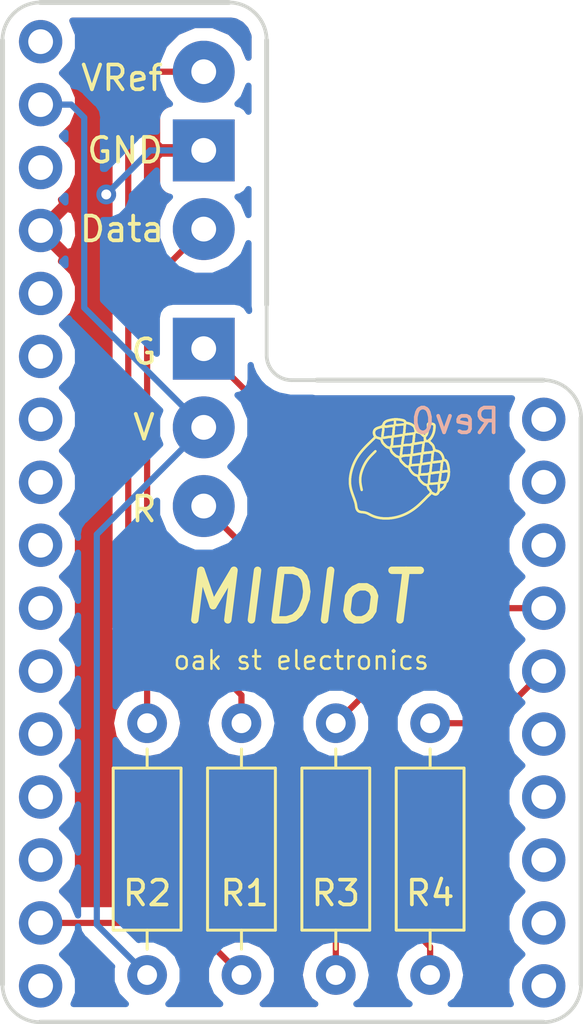
<source format=kicad_pcb>
(kicad_pcb (version 20171130) (host pcbnew 5.0.1)
  (layers (0 F.Cu signal) (31 B.Cu signal) (34 B.Paste user) (35 F.Paste user) (36 B.SilkS user) (37 F.SilkS user) (38 B.Mask user) (39 F.Mask user) (44 Edge.Cuts user))
  (net 0 "")
  (net 1 "Net-(U1-Pad1)")
  (net 2 +3V3)
  (net 3 "Net-(U1-Pad3)")
  (net 4 GND)
  (net 5 "Net-(U1-Pad5)")
  (net 6 "Net-(U1-Pad6)")
  (net 7 "Net-(U1-Pad7)")
  (net 8 "Net-(U1-Pad8)")
  (net 9 "Net-(U1-Pad9)")
  (net 10 "Net-(U1-Pad10)")
  (net 11 "Net-(U1-Pad11)")
  (net 12 "Net-(U1-Pad12)")
  (net 13 "Net-(U1-Pad13)")
  (net 14 "Net-(U1-Pad14)")
  (net 15 "Net-(U1-Pad16)")
  (net 16 "Net-(U1-Pad17)")
  (net 17 "Net-(U1-Pad18)")
  (net 18 "Net-(U1-Pad20)")
  (net 19 "Net-(U1-Pad21)")
  (net 20 /LED_G)
  (net 21 /LED_R)
  (net 22 "Net-(U1-Pad24)")
  (net 23 "Net-(U1-Pad25)")
  (net 24 "Net-(U1-Pad26)")
  (net 25 /DATA)
  (net 26 "Net-(J1-Pad3)")
  (net 27 "Net-(J1-Pad1)")
  (net 28 "Net-(D1-Pad3)")
  (net 29 "Net-(D1-Pad1)")
  (net 30 "Net-(U1-Pad19)")
  (module toolbox_mcu:Feather_M0 (layer F.Cu) (at 123.96848 92.00512)
    (fp_text reference U1 hide)
    (fp_text value Feather_M0)
    (pad 1 thru_hole circle (at -5.08 -15.24) (size 1.75 1.75) (drill 1) (layers *.Cu *.Mask) (net 1 "Net-(U1-Pad1)"))
    (pad 2 thru_hole circle (at -5.08 -12.7) (size 1.75 1.75) (drill 1) (layers *.Cu *.Mask) (net 2 +3V3))
    (pad 3 thru_hole circle (at -5.08 -10.16) (size 1.75 1.75) (drill 1) (layers *.Cu *.Mask) (net 3 "Net-(U1-Pad3)"))
    (pad 4 thru_hole circle (at -5.08 -7.62) (size 1.75 1.75) (drill 1) (layers *.Cu *.Mask) (net 4 GND))
    (pad 5 thru_hole circle (at -5.08 -5.08) (size 1.75 1.75) (drill 1) (layers *.Cu *.Mask) (net 5 "Net-(U1-Pad5)"))
    (pad 6 thru_hole circle (at -5.08 -2.54) (size 1.75 1.75) (drill 1) (layers *.Cu *.Mask) (net 6 "Net-(U1-Pad6)"))
    (pad 7 thru_hole circle (at -5.08 0) (size 1.75 1.75) (drill 1) (layers *.Cu *.Mask) (net 7 "Net-(U1-Pad7)"))
    (pad 8 thru_hole circle (at -5.08 2.54) (size 1.75 1.75) (drill 1) (layers *.Cu *.Mask) (net 8 "Net-(U1-Pad8)"))
    (pad 9 thru_hole circle (at -5.08 5.08) (size 1.75 1.75) (drill 1) (layers *.Cu *.Mask) (net 9 "Net-(U1-Pad9)"))
    (pad 10 thru_hole circle (at -5.08 7.62) (size 1.75 1.75) (drill 1) (layers *.Cu *.Mask) (net 10 "Net-(U1-Pad10)"))
    (pad 11 thru_hole circle (at -5.08 10.16) (size 1.75 1.75) (drill 1) (layers *.Cu *.Mask) (net 11 "Net-(U1-Pad11)"))
    (pad 12 thru_hole circle (at -5.08 12.7) (size 1.75 1.75) (drill 1) (layers *.Cu *.Mask) (net 12 "Net-(U1-Pad12)"))
    (pad 13 thru_hole circle (at -5.08 15.24) (size 1.75 1.75) (drill 1) (layers *.Cu *.Mask) (net 13 "Net-(U1-Pad13)"))
    (pad 14 thru_hole circle (at -5.08 17.78) (size 1.75 1.75) (drill 1) (layers *.Cu *.Mask) (net 14 "Net-(U1-Pad14)"))
    (pad 15 thru_hole circle (at -5.08 20.32) (size 1.75 1.75) (drill 1) (layers *.Cu *.Mask) (net 25 /DATA))
    (pad 16 thru_hole circle (at -5.08 22.86) (size 1.75 1.75) (drill 1) (layers *.Cu *.Mask) (net 15 "Net-(U1-Pad16)"))
    (pad 17 thru_hole circle (at 15.24 22.86) (size 1.75 1.75) (drill 1) (layers *.Cu *.Mask) (net 16 "Net-(U1-Pad17)"))
    (pad 18 thru_hole circle (at 15.24 20.32) (size 1.75 1.75) (drill 1) (layers *.Cu *.Mask) (net 17 "Net-(U1-Pad18)"))
    (pad 19 thru_hole circle (at 15.24 17.78) (size 1.75 1.75) (drill 1) (layers *.Cu *.Mask) (net 30 "Net-(U1-Pad19)"))
    (pad 20 thru_hole circle (at 15.24 15.24) (size 1.75 1.75) (drill 1) (layers *.Cu *.Mask) (net 18 "Net-(U1-Pad20)"))
    (pad 21 thru_hole circle (at 15.24 12.7) (size 1.75 1.75) (drill 1) (layers *.Cu *.Mask) (net 19 "Net-(U1-Pad21)"))
    (pad 22 thru_hole circle (at 15.24 10.16) (size 1.75 1.75) (drill 1) (layers *.Cu *.Mask) (net 20 /LED_G))
    (pad 23 thru_hole circle (at 15.24 7.62) (size 1.75 1.75) (drill 1) (layers *.Cu *.Mask) (net 21 /LED_R))
    (pad 24 thru_hole circle (at 15.24 5.08) (size 1.75 1.75) (drill 1) (layers *.Cu *.Mask) (net 22 "Net-(U1-Pad24)"))
    (pad 25 thru_hole circle (at 15.24 2.54) (size 1.75 1.75) (drill 1) (layers *.Cu *.Mask) (net 23 "Net-(U1-Pad25)"))
    (pad 26 thru_hole circle (at 15.24 0) (size 1.75 1.75) (drill 1) (layers *.Cu *.Mask) (net 24 "Net-(U1-Pad26)"))
  )
  (module Connector_Wire:SolderWirePad_1x03_P3.175mm_Drill1mm (layer F.Cu) (at 125.476 77.978 270)
    (fp_text reference J1 hide)
    (fp_text value MIDI)
    (pad 3 thru_hole circle (at 6.35 0 270) (size 2.49936 2.49936) (drill 1.00076) (layers *.Cu *.Mask) (net 26 "Net-(J1-Pad3)"))
    (pad 2 thru_hole rect (at 3.175 0 270) (size 2.49936 2.49936) (drill 1.00076) (layers *.Cu *.Mask) (net 4 GND))
    (pad 1 thru_hole circle (at 0 0 270) (size 2.49936 2.49936) (drill 1.00076) (layers *.Cu *.Mask) (net 27 "Net-(J1-Pad1)"))
  )
  (module Connector_Wire:SolderWirePad_1x03_P3.175mm_Drill1mm (layer F.Cu) (at 125.476 89.154 270)
    (fp_text reference D1 hide)
    (fp_text value LED_Dual_CAC)
    (pad 1 thru_hole rect (at 0 0 270) (size 2.49936 2.49936) (drill 1.00076) (layers *.Cu *.Mask) (net 29 "Net-(D1-Pad1)"))
    (pad 2 thru_hole circle (at 3.175 0 270) (size 2.49936 2.49936) (drill 1.00076) (layers *.Cu *.Mask) (net 2 +3V3))
    (pad 3 thru_hole circle (at 6.35 0 270) (size 2.49936 2.49936) (drill 1.00076) (layers *.Cu *.Mask) (net 28 "Net-(D1-Pad3)"))
  )
  (module Resistor_THT:R_Axial_DIN0207_L6.3mm_D2.5mm_P10.16mm_Horizontal (layer F.Cu) (at 134.62 104.267 270)
    (fp_text reference R4 (at 6.858 0) (layer F.SilkS))
    (fp_text value R)
    (pad 2 thru_hole oval (at 10.16 0 270) (size 1.6 1.6) (drill 0.8) (layers *.Cu *.Mask) (net 29 "Net-(D1-Pad1)"))
    (pad 1 thru_hole circle (at 0 0 270) (size 1.6 1.6) (drill 0.8) (layers *.Cu *.Mask) (net 20 /LED_G))
  )
  (module Resistor_THT:R_Axial_DIN0207_L6.3mm_D2.5mm_P10.16mm_Horizontal (layer F.Cu) (at 130.81 104.267 270)
    (fp_text reference R3 (at 6.858 0) (layer F.SilkS))
    (fp_text value R)
    (pad 1 thru_hole circle (at 0 0 270) (size 1.6 1.6) (drill 0.8) (layers *.Cu *.Mask) (net 21 /LED_R))
    (pad 2 thru_hole oval (at 10.16 0 270) (size 1.6 1.6) (drill 0.8) (layers *.Cu *.Mask) (net 28 "Net-(D1-Pad3)"))
  )
  (module Resistor_THT:R_Axial_DIN0207_L6.3mm_D2.5mm_P10.16mm_Horizontal (layer F.Cu) (at 123.19 114.427 90)
    (fp_text reference R2 (at 3.302 0 180) (layer F.SilkS))
    (fp_text value R)
    (pad 2 thru_hole oval (at 10.16 0 90) (size 1.6 1.6) (drill 0.8) (layers *.Cu *.Mask) (net 27 "Net-(J1-Pad1)"))
    (pad 1 thru_hole circle (at 0 0 90) (size 1.6 1.6) (drill 0.8) (layers *.Cu *.Mask) (net 2 +3V3))
  )
  (module Resistor_THT:R_Axial_DIN0207_L6.3mm_D2.5mm_P10.16mm_Horizontal (layer F.Cu) (at 127 114.427 90)
    (fp_text reference R1 (at 3.302 0.127 180) (layer F.SilkS))
    (fp_text value R)
    (pad 1 thru_hole circle (at 0 0 90) (size 1.6 1.6) (drill 0.8) (layers *.Cu *.Mask) (net 25 /DATA))
    (pad 2 thru_hole oval (at 10.16 0 90) (size 1.6 1.6) (drill 0.8) (layers *.Cu *.Mask) (net 26 "Net-(J1-Pad3)"))
  )
  (gr_line (start 133.575189 93.467812) (end 133.582534 93.467114) (layer F.SilkS) (width 0.1))
  (gr_line (start 133.848637 93.531471) (end 133.848053 93.538608) (layer F.SilkS) (width 0.1))
  (gr_line (start 133.253278 92.678222) (end 133.260958 92.677171) (layer F.SilkS) (width 0.1))
  (gr_line (start 133.245455 92.679292) (end 133.253278 92.678222) (layer F.SilkS) (width 0.1))
  (gr_line (start 133.237472 92.680387) (end 133.245455 92.679292) (layer F.SilkS) (width 0.1))
  (gr_line (start 133.229311 92.681512) (end 133.237472 92.680387) (layer F.SilkS) (width 0.1))
  (gr_line (start 133.220959 92.682666) (end 133.229311 92.681512) (layer F.SilkS) (width 0.1))
  (gr_line (start 133.212465 92.683787) (end 133.220959 92.682666) (layer F.SilkS) (width 0.1))
  (gr_line (start 133.20392 92.684769) (end 133.212465 92.683787) (layer F.SilkS) (width 0.1))
  (gr_line (start 133.195417 92.685502) (end 133.20392 92.684769) (layer F.SilkS) (width 0.1))
  (gr_line (start 133.187046 92.685878) (end 133.195417 92.685502) (layer F.SilkS) (width 0.1))
  (gr_line (start 133.178901 92.685789) (end 133.187046 92.685878) (layer F.SilkS) (width 0.1))
  (gr_line (start 133.171073 92.685128) (end 133.178901 92.685789) (layer F.SilkS) (width 0.1))
  (gr_line (start 133.163655 92.683786) (end 133.171073 92.685128) (layer F.SilkS) (width 0.1))
  (gr_line (start 133.156737 92.681654) (end 133.163655 92.683786) (layer F.SilkS) (width 0.1))
  (gr_line (start 133.150413 92.678625) (end 133.156737 92.681654) (layer F.SilkS) (width 0.1))
  (gr_line (start 133.144775 92.67459) (end 133.150413 92.678625) (layer F.SilkS) (width 0.1))
  (gr_line (start 133.139913 92.669442) (end 133.144775 92.67459) (layer F.SilkS) (width 0.1))
  (gr_line (start 133.135906 92.663204) (end 133.139913 92.669442) (layer F.SilkS) (width 0.1))
  (gr_line (start 133.132795 92.656172) (end 133.135906 92.663204) (layer F.SilkS) (width 0.1))
  (gr_line (start 133.13062 92.648679) (end 133.132795 92.656172) (layer F.SilkS) (width 0.1))
  (gr_line (start 133.129417 92.641054) (end 133.13062 92.648679) (layer F.SilkS) (width 0.1))
  (gr_line (start 133.12911 92.633474) (end 133.129417 92.641054) (layer F.SilkS) (width 0.1))
  (gr_line (start 133.12949 92.625938) (end 133.12911 92.633474) (layer F.SilkS) (width 0.1))
  (gr_line (start 133.130341 92.618432) (end 133.12949 92.625938) (layer F.SilkS) (width 0.1))
  (gr_line (start 133.131445 92.610945) (end 133.130341 92.618432) (layer F.SilkS) (width 0.1))
  (gr_line (start 133.132587 92.603464) (end 133.131445 92.610945) (layer F.SilkS) (width 0.1))
  (gr_line (start 133.133616 92.59598) (end 133.132587 92.603464) (layer F.SilkS) (width 0.1))
  (gr_line (start 133.134526 92.588491) (end 133.133616 92.59598) (layer F.SilkS) (width 0.1))
  (gr_line (start 133.135332 92.580995) (end 133.134526 92.588491) (layer F.SilkS) (width 0.1))
  (gr_line (start 133.136047 92.573493) (end 133.135332 92.580995) (layer F.SilkS) (width 0.1))
  (gr_line (start 133.136684 92.565983) (end 133.136047 92.573493) (layer F.SilkS) (width 0.1))
  (gr_line (start 133.849581 93.501986) (end 133.849545 93.509586) (layer F.SilkS) (width 0.1))
  (gr_line (start 135.066054 94.049966) (end 135.06491 94.057169) (layer F.SilkS) (width 0.1))
  (gr_line (start 135.067166 94.042759) (end 135.066054 94.049966) (layer F.SilkS) (width 0.1))
  (gr_line (start 135.068158 94.035537) (end 135.067166 94.042759) (layer F.SilkS) (width 0.1))
  (gr_line (start 135.069043 94.028304) (end 135.068158 94.035537) (layer F.SilkS) (width 0.1))
  (gr_line (start 135.069833 94.02106) (end 135.069043 94.028304) (layer F.SilkS) (width 0.1))
  (gr_line (start 135.07054 94.013807) (end 135.069833 94.02106) (layer F.SilkS) (width 0.1))
  (gr_line (start 135.07118 94.006548) (end 135.07054 94.013807) (layer F.SilkS) (width 0.1))
  (gr_line (start 135.071769 93.999282) (end 135.07118 94.006548) (layer F.SilkS) (width 0.1))
  (gr_line (start 135.072324 93.992014) (end 135.071769 93.999282) (layer F.SilkS) (width 0.1))
  (gr_line (start 135.072862 93.984744) (end 135.072324 93.992014) (layer F.SilkS) (width 0.1))
  (gr_line (start 135.073398 93.977474) (end 135.072862 93.984744) (layer F.SilkS) (width 0.1))
  (gr_line (start 135.073951 93.970206) (end 135.073398 93.977474) (layer F.SilkS) (width 0.1))
  (gr_line (start 135.074536 93.962942) (end 135.073951 93.970206) (layer F.SilkS) (width 0.1))
  (gr_line (start 135.075171 93.955683) (end 135.074536 93.962942) (layer F.SilkS) (width 0.1))
  (gr_line (start 135.075871 93.948432) (end 135.075171 93.955683) (layer F.SilkS) (width 0.1))
  (gr_line (start 135.076655 93.941191) (end 135.075871 93.948432) (layer F.SilkS) (width 0.1))
  (gr_line (start 135.077532 93.933959) (end 135.076655 93.941191) (layer F.SilkS) (width 0.1))
  (gr_line (start 135.078492 93.926737) (end 135.077532 93.933959) (layer F.SilkS) (width 0.1))
  (gr_line (start 135.079517 93.919523) (end 135.078492 93.926737) (layer F.SilkS) (width 0.1))
  (gr_line (start 132.405506 92.409309) (end 132.41106 92.40443) (layer F.SilkS) (width 0.1))
  (gr_line (start 132.400162 92.414371) (end 132.405506 92.409309) (layer F.SilkS) (width 0.1))
  (gr_line (start 132.395045 92.419621) (end 132.400162 92.414371) (layer F.SilkS) (width 0.1))
  (gr_line (start 132.390174 92.42506) (end 132.395045 92.419621) (layer F.SilkS) (width 0.1))
  (gr_line (start 132.385565 92.430693) (end 132.390174 92.42506) (layer F.SilkS) (width 0.1))
  (gr_line (start 132.381238 92.43652) (end 132.385565 92.430693) (layer F.SilkS) (width 0.1))
  (gr_line (start 132.377209 92.442546) (end 132.381238 92.43652) (layer F.SilkS) (width 0.1))
  (gr_line (start 132.373496 92.448774) (end 132.377209 92.442546) (layer F.SilkS) (width 0.1))
  (gr_line (start 132.370108 92.455197) (end 132.373496 92.448774) (layer F.SilkS) (width 0.1))
  (gr_line (start 133.349331 93.528254) (end 133.342598 93.525113) (layer F.SilkS) (width 0.1))
  (gr_line (start 133.355914 93.531679) (end 133.349331 93.528254) (layer F.SilkS) (width 0.1))
  (gr_line (start 133.570708 92.542836) (end 133.569807 92.550019) (layer F.SilkS) (width 0.1))
  (gr_line (start 133.57179 92.535705) (end 133.570708 92.542836) (layer F.SilkS) (width 0.1))
  (gr_line (start 133.572949 92.528577) (end 133.57179 92.535705) (layer F.SilkS) (width 0.1))
  (gr_line (start 133.574097 92.521416) (end 133.572949 92.528577) (layer F.SilkS) (width 0.1))
  (gr_line (start 133.575201 92.51422) (end 133.574097 92.521416) (layer F.SilkS) (width 0.1))
  (gr_line (start 133.576243 92.506997) (end 133.575201 92.51422) (layer F.SilkS) (width 0.1))
  (gr_line (start 133.577204 92.499754) (end 133.576243 92.506997) (layer F.SilkS) (width 0.1))
  (gr_line (start 133.578066 92.492499) (end 133.577204 92.499754) (layer F.SilkS) (width 0.1))
  (gr_line (start 133.578818 92.485237) (end 133.578066 92.492499) (layer F.SilkS) (width 0.1))
  (gr_line (start 133.579473 92.47797) (end 133.578818 92.485237) (layer F.SilkS) (width 0.1))
  (gr_line (start 133.580042 92.470699) (end 133.579473 92.47797) (layer F.SilkS) (width 0.1))
  (gr_line (start 133.58054 92.463425) (end 133.580042 92.470699) (layer F.SilkS) (width 0.1))
  (gr_line (start 133.580979 92.456148) (end 133.58054 92.463425) (layer F.SilkS) (width 0.1))
  (gr_line (start 133.6911 93.91077) (end 133.68393 93.907969) (layer F.SilkS) (width 0.1))
  (gr_line (start 134.779525 92.464338) (end 134.777843 92.473158) (layer F.SilkS) (width 0.1))
  (gr_line (start 134.7811 92.455494) (end 134.779525 92.464338) (layer F.SilkS) (width 0.1))
  (gr_line (start 134.782572 92.446628) (end 134.7811 92.455494) (layer F.SilkS) (width 0.1))
  (gr_line (start 134.783945 92.437743) (end 134.782572 92.446628) (layer F.SilkS) (width 0.1))
  (gr_line (start 134.785221 92.428839) (end 134.783945 92.437743) (layer F.SilkS) (width 0.1))
  (gr_line (start 134.786405 92.419918) (end 134.785221 92.428839) (layer F.SilkS) (width 0.1))
  (gr_line (start 134.7875 92.410984) (end 134.786405 92.419918) (layer F.SilkS) (width 0.1))
  (gr_line (start 134.788509 92.402036) (end 134.7875 92.410984) (layer F.SilkS) (width 0.1))
  (gr_line (start 134.789437 92.393077) (end 134.788509 92.402036) (layer F.SilkS) (width 0.1))
  (gr_line (start 134.790286 92.384108) (end 134.789437 92.393077) (layer F.SilkS) (width 0.1))
  (gr_line (start 134.791059 92.375132) (end 134.790286 92.384108) (layer F.SilkS) (width 0.1))
  (gr_line (start 134.791762 92.36615) (end 134.791059 92.375132) (layer F.SilkS) (width 0.1))
  (gr_line (start 134.792396 92.357163) (end 134.791762 92.36615) (layer F.SilkS) (width 0.1))
  (gr_line (start 134.792966 92.348174) (end 134.792396 92.357163) (layer F.SilkS) (width 0.1))
  (gr_line (start 134.793475 92.339185) (end 134.792966 92.348174) (layer F.SilkS) (width 0.1))
  (gr_line (start 134.793927 92.330196) (end 134.793475 92.339185) (layer F.SilkS) (width 0.1))
  (gr_line (start 134.794324 92.32121) (end 134.793927 92.330196) (layer F.SilkS) (width 0.1))
  (gr_line (start 134.794664 92.312228) (end 134.794324 92.32121) (layer F.SilkS) (width 0.1))
  (gr_line (start 134.794943 92.303248) (end 134.794664 92.312228) (layer F.SilkS) (width 0.1))
  (gr_line (start 134.795155 92.294273) (end 134.794943 92.303248) (layer F.SilkS) (width 0.1))
  (gr_line (start 134.795286 92.285301) (end 134.795155 92.294273) (layer F.SilkS) (width 0.1))
  (gr_line (start 134.795219 92.276331) (end 134.795286 92.285301) (layer F.SilkS) (width 0.1))
  (gr_line (start 134.794787 92.267362) (end 134.795219 92.276331) (layer F.SilkS) (width 0.1))
  (gr_line (start 134.793818 92.258393) (end 134.794787 92.267362) (layer F.SilkS) (width 0.1))
  (gr_line (start 134.792145 92.249425) (end 134.793818 92.258393) (layer F.SilkS) (width 0.1))
  (gr_line (start 134.789641 92.240583) (end 134.792145 92.249425) (layer F.SilkS) (width 0.1))
  (gr_line (start 135.17191 93.650873) (end 135.164772 93.652751) (layer F.SilkS) (width 0.1))
  (gr_line (start 135.179231 93.649564) (end 135.17191 93.650873) (layer F.SilkS) (width 0.1))
  (gr_line (start 135.186669 93.648825) (end 135.179231 93.649564) (layer F.SilkS) (width 0.1))
  (gr_line (start 135.19416 93.648662) (end 135.186669 93.648825) (layer F.SilkS) (width 0.1))
  (gr_line (start 135.201638 93.649077) (end 135.19416 93.648662) (layer F.SilkS) (width 0.1))
  (gr_line (start 135.209038 93.650073) (end 135.201638 93.649077) (layer F.SilkS) (width 0.1))
  (gr_line (start 135.216295 93.651655) (end 135.209038 93.650073) (layer F.SilkS) (width 0.1))
  (gr_line (start 135.223346 93.653823) (end 135.216295 93.651655) (layer F.SilkS) (width 0.1))
  (gr_line (start 135.230168 93.656549) (end 135.223346 93.653823) (layer F.SilkS) (width 0.1))
  (gr_line (start 135.236757 93.65979) (end 135.230168 93.656549) (layer F.SilkS) (width 0.1))
  (gr_line (start 135.243111 93.663503) (end 135.236757 93.65979) (layer F.SilkS) (width 0.1))
  (gr_line (start 135.249225 93.667642) (end 135.243111 93.663503) (layer F.SilkS) (width 0.1))
  (gr_line (start 135.255097 93.672166) (end 135.249225 93.667642) (layer F.SilkS) (width 0.1))
  (gr_line (start 135.260723 93.677029) (end 135.255097 93.672166) (layer F.SilkS) (width 0.1))
  (gr_line (start 135.266101 93.68219) (end 135.260723 93.677029) (layer F.SilkS) (width 0.1))
  (gr_line (start 135.271227 93.687603) (end 135.266101 93.68219) (layer F.SilkS) (width 0.1))
  (gr_line (start 135.276097 93.693225) (end 135.271227 93.687603) (layer F.SilkS) (width 0.1))
  (gr_line (start 135.28071 93.699014) (end 135.276097 93.693225) (layer F.SilkS) (width 0.1))
  (gr_line (start 135.285073 93.704946) (end 135.28071 93.699014) (layer F.SilkS) (width 0.1))
  (gr_line (start 135.2892 93.71101) (end 135.285073 93.704946) (layer F.SilkS) (width 0.1))
  (gr_line (start 135.293106 93.717196) (end 135.2892 93.71101) (layer F.SilkS) (width 0.1))
  (gr_line (start 133.59724 93.465926) (end 133.604589 93.465416) (layer F.SilkS) (width 0.1))
  (gr_line (start 132.995827 93.168894) (end 132.989685 93.164795) (layer F.SilkS) (width 0.1))
  (gr_line (start 133.001608 93.173419) (end 132.995827 93.168894) (layer F.SilkS) (width 0.1))
  (gr_line (start 133.006948 93.178387) (end 133.001608 93.173419) (layer F.SilkS) (width 0.1))
  (gr_line (start 133.011769 93.18381) (end 133.006948 93.178387) (layer F.SilkS) (width 0.1))
  (gr_line (start 134.532298 92.373837) (end 134.532759 92.364858) (layer F.SilkS) (width 0.1))
  (gr_line (start 134.531764 92.382813) (end 134.532298 92.373837) (layer F.SilkS) (width 0.1))
  (gr_line (start 134.531163 92.391785) (end 134.531764 92.382813) (layer F.SilkS) (width 0.1))
  (gr_line (start 134.530496 92.400751) (end 134.531163 92.391785) (layer F.SilkS) (width 0.1))
  (gr_line (start 134.52976 92.409711) (end 134.530496 92.400751) (layer F.SilkS) (width 0.1))
  (gr_line (start 134.528946 92.418663) (end 134.52976 92.409711) (layer F.SilkS) (width 0.1))
  (gr_line (start 134.528047 92.427606) (end 134.528946 92.418663) (layer F.SilkS) (width 0.1))
  (gr_line (start 134.527054 92.436538) (end 134.528047 92.427606) (layer F.SilkS) (width 0.1))
  (gr_line (start 134.525958 92.445458) (end 134.527054 92.436538) (layer F.SilkS) (width 0.1))
  (gr_line (start 134.524753 92.454364) (end 134.525958 92.445458) (layer F.SilkS) (width 0.1))
  (gr_line (start 134.52343 92.463255) (end 134.524753 92.454364) (layer F.SilkS) (width 0.1))
  (gr_line (start 134.521981 92.472129) (end 134.52343 92.463255) (layer F.SilkS) (width 0.1))
  (gr_line (start 134.520398 92.480985) (end 134.521981 92.472129) (layer F.SilkS) (width 0.1))
  (gr_line (start 134.518672 92.489821) (end 134.520398 92.480985) (layer F.SilkS) (width 0.1))
  (gr_line (start 134.516799 92.498635) (end 134.518672 92.489821) (layer F.SilkS) (width 0.1))
  (gr_line (start 134.514776 92.507421) (end 134.516799 92.498635) (layer F.SilkS) (width 0.1))
  (gr_line (start 134.512605 92.516173) (end 134.514776 92.507421) (layer F.SilkS) (width 0.1))
  (gr_line (start 134.510283 92.524886) (end 134.512605 92.516173) (layer F.SilkS) (width 0.1))
  (gr_line (start 134.50781 92.533555) (end 134.510283 92.524886) (layer F.SilkS) (width 0.1))
  (gr_line (start 134.505187 92.542172) (end 134.50781 92.533555) (layer F.SilkS) (width 0.1))
  (gr_line (start 134.502411 92.550733) (end 134.505187 92.542172) (layer F.SilkS) (width 0.1))
  (gr_line (start 134.499484 92.559232) (end 134.502411 92.550733) (layer F.SilkS) (width 0.1))
  (gr_line (start 134.496403 92.567663) (end 134.499484 92.559232) (layer F.SilkS) (width 0.1))
  (gr_line (start 134.493169 92.576021) (end 134.496403 92.567663) (layer F.SilkS) (width 0.1))
  (gr_line (start 133.612185 92.613969) (end 133.619556 92.614489) (layer F.SilkS) (width 0.1))
  (gr_line (start 133.604723 92.612824) (end 133.612185 92.613969) (layer F.SilkS) (width 0.1))
  (gr_line (start 133.597304 92.610945) (end 133.604723 92.612824) (layer F.SilkS) (width 0.1))
  (gr_line (start 133.590255 92.608223) (end 133.597304 92.610945) (layer F.SilkS) (width 0.1))
  (gr_line (start 133.583914 92.60455) (end 133.590255 92.608223) (layer F.SilkS) (width 0.1))
  (gr_line (start 133.57862 92.599816) (end 133.583914 92.60455) (layer F.SilkS) (width 0.1))
  (gr_line (start 133.574634 92.593973) (end 133.57862 92.599816) (layer F.SilkS) (width 0.1))
  (gr_line (start 133.571863 92.587244) (end 133.574634 92.593973) (layer F.SilkS) (width 0.1))
  (gr_line (start 133.570119 92.579927) (end 133.571863 92.587244) (layer F.SilkS) (width 0.1))
  (gr_line (start 133.569212 92.572321) (end 133.570119 92.579927) (layer F.SilkS) (width 0.1))
  (gr_line (start 133.568954 92.564723) (end 133.569212 92.572321) (layer F.SilkS) (width 0.1))
  (gr_line (start 133.569188 92.557299) (end 133.568954 92.564723) (layer F.SilkS) (width 0.1))
  (gr_line (start 133.569807 92.550019) (end 133.569188 92.557299) (layer F.SilkS) (width 0.1))
  (gr_line (start 133.587747 92.354439) (end 133.587049 92.361688) (layer F.SilkS) (width 0.1))
  (gr_line (start 133.588456 92.347188) (end 133.587747 92.354439) (layer F.SilkS) (width 0.1))
  (gr_line (start 133.58917 92.339935) (end 133.588456 92.347188) (layer F.SilkS) (width 0.1))
  (gr_line (start 133.58988 92.332679) (end 133.58917 92.339935) (layer F.SilkS) (width 0.1))
  (gr_line (start 133.590578 92.325418) (end 133.58988 92.332679) (layer F.SilkS) (width 0.1))
  (gr_line (start 133.591257 92.318151) (end 133.590578 92.325418) (layer F.SilkS) (width 0.1))
  (gr_line (start 133.591909 92.310878) (end 133.591257 92.318151) (layer F.SilkS) (width 0.1))
  (gr_line (start 133.592524 92.303597) (end 133.591909 92.310878) (layer F.SilkS) (width 0.1))
  (gr_line (start 133.593101 92.296308) (end 133.592524 92.303597) (layer F.SilkS) (width 0.1))
  (gr_line (start 133.593649 92.289013) (end 133.593101 92.296308) (layer F.SilkS) (width 0.1))
  (gr_line (start 133.594183 92.281716) (end 133.593649 92.289013) (layer F.SilkS) (width 0.1))
  (gr_line (start 133.594715 92.27442) (end 133.594183 92.281716) (layer F.SilkS) (width 0.1))
  (gr_line (start 133.595261 92.267128) (end 133.594715 92.27442) (layer F.SilkS) (width 0.1))
  (gr_line (start 133.41909 93.633768) (end 133.417056 93.626759) (layer F.SilkS) (width 0.1))
  (gr_line (start 133.421211 93.640763) (end 133.41909 93.633768) (layer F.SilkS) (width 0.1))
  (gr_line (start 135.020675 94.142716) (end 135.026714 94.146668) (layer F.SilkS) (width 0.1))
  (gr_line (start 135.014064 94.13978) (end 135.020675 94.142716) (layer F.SilkS) (width 0.1))
  (gr_line (start 135.007182 94.137977) (end 135.014064 94.13978) (layer F.SilkS) (width 0.1))
  (gr_line (start 135.000217 94.137263) (end 135.007182 94.137977) (layer F.SilkS) (width 0.1))
  (gr_line (start 134.993204 94.137392) (end 135.000217 94.137263) (layer F.SilkS) (width 0.1))
  (gr_line (start 134.98617 94.138101) (end 134.993204 94.137392) (layer F.SilkS) (width 0.1))
  (gr_line (start 134.979139 94.13913) (end 134.98617 94.138101) (layer F.SilkS) (width 0.1))
  (gr_line (start 134.972138 94.140221) (end 134.979139 94.13913) (layer F.SilkS) (width 0.1))
  (gr_line (start 134.965172 94.141234) (end 134.972138 94.140221) (layer F.SilkS) (width 0.1))
  (gr_line (start 134.95823 94.142161) (end 134.965172 94.141234) (layer F.SilkS) (width 0.1))
  (gr_line (start 134.951297 94.142998) (end 134.95823 94.142161) (layer F.SilkS) (width 0.1))
  (gr_line (start 134.94436 94.143744) (end 134.951297 94.142998) (layer F.SilkS) (width 0.1))
  (gr_line (start 134.937408 94.1444) (end 134.94436 94.143744) (layer F.SilkS) (width 0.1))
  (gr_line (start 134.93044 94.144979) (end 134.937408 94.1444) (layer F.SilkS) (width 0.1))
  (gr_line (start 134.923459 94.145499) (end 134.93044 94.144979) (layer F.SilkS) (width 0.1))
  (gr_line (start 134.916469 94.14598) (end 134.923459 94.145499) (layer F.SilkS) (width 0.1))
  (gr_line (start 134.909473 94.146438) (end 134.916469 94.14598) (layer F.SilkS) (width 0.1))
  (gr_line (start 134.902472 94.146892) (end 134.909473 94.146438) (layer F.SilkS) (width 0.1))
  (gr_line (start 134.89547 94.14736) (end 134.902472 94.146892) (layer F.SilkS) (width 0.1))
  (gr_line (start 134.888471 94.147859) (end 134.89547 94.14736) (layer F.SilkS) (width 0.1))
  (gr_line (start 134.881476 94.148409) (end 134.888471 94.147859) (layer F.SilkS) (width 0.1))
  (gr_line (start 134.87449 94.149027) (end 134.881476 94.148409) (layer F.SilkS) (width 0.1))
  (gr_line (start 134.867513 94.149729) (end 134.87449 94.149027) (layer F.SilkS) (width 0.1))
  (gr_line (start 134.860548 94.150514) (end 134.867513 94.149729) (layer F.SilkS) (width 0.1))
  (gr_line (start 134.853591 94.15137) (end 134.860548 94.150514) (layer F.SilkS) (width 0.1))
  (gr_line (start 134.846643 94.152287) (end 134.853591 94.15137) (layer F.SilkS) (width 0.1))
  (gr_line (start 134.839702 94.153254) (end 134.846643 94.152287) (layer F.SilkS) (width 0.1))
  (gr_line (start 134.832766 94.154261) (end 134.839702 94.153254) (layer F.SilkS) (width 0.1))
  (gr_line (start 134.825835 94.155297) (end 134.832766 94.154261) (layer F.SilkS) (width 0.1))
  (gr_line (start 134.818907 94.156351) (end 134.825835 94.155297) (layer F.SilkS) (width 0.1))
  (gr_line (start 134.811981 94.157412) (end 134.818907 94.156351) (layer F.SilkS) (width 0.1))
  (gr_line (start 134.805056 94.158471) (end 134.811981 94.157412) (layer F.SilkS) (width 0.1))
  (gr_line (start 134.79813 94.159515) (end 134.805056 94.158471) (layer F.SilkS) (width 0.1))
  (gr_line (start 134.791204 94.160545) (end 134.79813 94.159515) (layer F.SilkS) (width 0.1))
  (gr_line (start 134.784276 94.161563) (end 134.791204 94.160545) (layer F.SilkS) (width 0.1))
  (gr_line (start 134.777348 94.162578) (end 134.784276 94.161563) (layer F.SilkS) (width 0.1))
  (gr_line (start 134.77042 94.163594) (end 134.777348 94.162578) (layer F.SilkS) (width 0.1))
  (gr_line (start 134.763491 94.164617) (end 134.77042 94.163594) (layer F.SilkS) (width 0.1))
  (gr_line (start 134.756562 94.165654) (end 134.763491 94.164617) (layer F.SilkS) (width 0.1))
  (gr_line (start 134.749633 94.16671) (end 134.756562 94.165654) (layer F.SilkS) (width 0.1))
  (gr_line (start 134.742705 94.16779) (end 134.749633 94.16671) (layer F.SilkS) (width 0.1))
  (gr_line (start 134.735777 94.168901) (end 134.742705 94.16779) (layer F.SilkS) (width 0.1))
  (gr_line (start 134.728849 94.170049) (end 134.735777 94.168901) (layer F.SilkS) (width 0.1))
  (gr_line (start 134.721923 94.171224) (end 134.728849 94.170049) (layer F.SilkS) (width 0.1))
  (gr_line (start 134.715003 94.172393) (end 134.721923 94.171224) (layer F.SilkS) (width 0.1))
  (gr_line (start 134.708092 94.173522) (end 134.715003 94.172393) (layer F.SilkS) (width 0.1))
  (gr_line (start 134.701195 94.174574) (end 134.708092 94.173522) (layer F.SilkS) (width 0.1))
  (gr_line (start 134.694306 94.175503) (end 134.701195 94.174574) (layer F.SilkS) (width 0.1))
  (gr_line (start 134.687394 94.176231) (end 134.694306 94.175503) (layer F.SilkS) (width 0.1))
  (gr_line (start 134.680419 94.176667) (end 134.687394 94.176231) (layer F.SilkS) (width 0.1))
  (gr_line (start 133.834439 93.668921) (end 133.833966 93.676182) (layer F.SilkS) (width 0.1))
  (gr_line (start 132.039131 93.086768) (end 132.024313 93.101966) (layer F.SilkS) (width 0.1))
  (gr_line (start 132.054007 93.071628) (end 132.039131 93.086768) (layer F.SilkS) (width 0.1))
  (gr_line (start 132.068936 93.056538) (end 132.054007 93.071628) (layer F.SilkS) (width 0.1))
  (gr_line (start 132.083911 93.041495) (end 132.068936 93.056538) (layer F.SilkS) (width 0.1))
  (gr_line (start 132.098927 93.026493) (end 132.083911 93.041495) (layer F.SilkS) (width 0.1))
  (gr_line (start 132.11398 93.011527) (end 132.098927 93.026493) (layer F.SilkS) (width 0.1))
  (gr_line (start 132.129062 92.996591) (end 132.11398 93.011527) (layer F.SilkS) (width 0.1))
  (gr_line (start 132.14417 92.98168) (end 132.129062 92.996591) (layer F.SilkS) (width 0.1))
  (gr_line (start 132.159297 92.966789) (end 132.14417 92.98168) (layer F.SilkS) (width 0.1))
  (gr_line (start 132.174438 92.951912) (end 132.159297 92.966789) (layer F.SilkS) (width 0.1))
  (gr_line (start 132.18959 92.937046) (end 132.174438 92.951912) (layer F.SilkS) (width 0.1))
  (gr_line (start 132.204751 92.92219) (end 132.18959 92.937046) (layer F.SilkS) (width 0.1))
  (gr_line (start 132.219922 92.907344) (end 132.204751 92.92219) (layer F.SilkS) (width 0.1))
  (gr_line (start 132.235101 92.892506) (end 132.219922 92.907344) (layer F.SilkS) (width 0.1))
  (gr_line (start 132.250287 92.877676) (end 132.235101 92.892506) (layer F.SilkS) (width 0.1))
  (gr_line (start 132.265481 92.862854) (end 132.250287 92.877676) (layer F.SilkS) (width 0.1))
  (gr_line (start 132.280681 92.848039) (end 132.265481 92.862854) (layer F.SilkS) (width 0.1))
  (gr_line (start 132.295887 92.83323) (end 132.280681 92.848039) (layer F.SilkS) (width 0.1))
  (gr_line (start 132.311098 92.818426) (end 132.295887 92.83323) (layer F.SilkS) (width 0.1))
  (gr_line (start 132.326314 92.803627) (end 132.311098 92.818426) (layer F.SilkS) (width 0.1))
  (gr_line (start 132.341533 92.788832) (end 132.326314 92.803627) (layer F.SilkS) (width 0.1))
  (gr_line (start 132.356756 92.77404) (end 132.341533 92.788832) (layer F.SilkS) (width 0.1))
  (gr_line (start 132.371981 92.759251) (end 132.356756 92.77404) (layer F.SilkS) (width 0.1))
  (gr_line (start 132.387208 92.744464) (end 132.371981 92.759251) (layer F.SilkS) (width 0.1))
  (gr_line (start 132.402437 92.729679) (end 132.387208 92.744464) (layer F.SilkS) (width 0.1))
  (gr_line (start 132.417666 92.714894) (end 132.402437 92.729679) (layer F.SilkS) (width 0.1))
  (gr_line (start 133.121826 92.679347) (end 133.128228 92.675408) (layer F.SilkS) (width 0.1))
  (gr_line (start 133.115405 92.683238) (end 133.121826 92.679347) (layer F.SilkS) (width 0.1))
  (gr_line (start 133.108949 92.687034) (end 133.115405 92.683238) (layer F.SilkS) (width 0.1))
  (gr_line (start 133.102438 92.690686) (end 133.108949 92.687034) (layer F.SilkS) (width 0.1))
  (gr_line (start 133.095856 92.694147) (end 133.102438 92.690686) (layer F.SilkS) (width 0.1))
  (gr_line (start 133.089184 92.69737) (end 133.095856 92.694147) (layer F.SilkS) (width 0.1))
  (gr_line (start 133.082404 92.700305) (end 133.089184 92.69737) (layer F.SilkS) (width 0.1))
  (gr_line (start 133.075499 92.702906) (end 133.082404 92.700305) (layer F.SilkS) (width 0.1))
  (gr_line (start 132.887153 93.126607) (end 132.880682 93.123291) (layer F.SilkS) (width 0.1))
  (gr_line (start 132.893761 93.129662) (end 132.887153 93.126607) (layer F.SilkS) (width 0.1))
  (gr_line (start 132.900486 93.132481) (end 132.893761 93.129662) (layer F.SilkS) (width 0.1))
  (gr_line (start 132.907309 93.135088) (end 132.900486 93.132481) (layer F.SilkS) (width 0.1))
  (gr_line (start 135.013482 93.330829) (end 135.020083 93.336323) (layer F.SilkS) (width 0.1))
  (gr_line (start 135.006718 93.325564) (end 135.013482 93.330829) (layer F.SilkS) (width 0.1))
  (gr_line (start 134.999792 93.320541) (end 135.006718 93.325564) (layer F.SilkS) (width 0.1))
  (gr_line (start 134.992702 93.315773) (end 134.999792 93.320541) (layer F.SilkS) (width 0.1))
  (gr_line (start 134.985448 93.311275) (end 134.992702 93.315773) (layer F.SilkS) (width 0.1))
  (gr_line (start 134.978029 93.30706) (end 134.985448 93.311275) (layer F.SilkS) (width 0.1))
  (gr_line (start 134.970447 93.303141) (end 134.978029 93.30706) (layer F.SilkS) (width 0.1))
  (gr_line (start 134.962713 93.29951) (end 134.970447 93.303141) (layer F.SilkS) (width 0.1))
  (gr_line (start 134.954847 93.296153) (end 134.962713 93.29951) (layer F.SilkS) (width 0.1))
  (gr_line (start 134.94687 93.293053) (end 134.954847 93.296153) (layer F.SilkS) (width 0.1))
  (gr_line (start 134.938802 93.290194) (end 134.94687 93.293053) (layer F.SilkS) (width 0.1))
  (gr_line (start 134.930663 93.287558) (end 134.938802 93.290194) (layer F.SilkS) (width 0.1))
  (gr_line (start 134.922472 93.28513) (end 134.930663 93.287558) (layer F.SilkS) (width 0.1))
  (gr_line (start 134.914251 93.28289) (end 134.922472 93.28513) (layer F.SilkS) (width 0.1))
  (gr_line (start 134.906009 93.280792) (end 134.914251 93.28289) (layer F.SilkS) (width 0.1))
  (gr_line (start 134.897755 93.278768) (end 134.906009 93.280792) (layer F.SilkS) (width 0.1))
  (gr_line (start 134.889495 93.276751) (end 134.897755 93.278768) (layer F.SilkS) (width 0.1))
  (gr_line (start 134.881236 93.274673) (end 134.889495 93.276751) (layer F.SilkS) (width 0.1))
  (gr_line (start 134.872984 93.272468) (end 134.881236 93.274673) (layer F.SilkS) (width 0.1))
  (gr_line (start 134.864746 93.270068) (end 134.872984 93.272468) (layer F.SilkS) (width 0.1))
  (gr_line (start 134.856529 93.267405) (end 134.864746 93.270068) (layer F.SilkS) (width 0.1))
  (gr_line (start 134.848361 93.264418) (end 134.856529 93.267405) (layer F.SilkS) (width 0.1))
  (gr_line (start 134.840325 93.261059) (end 134.848361 93.264418) (layer F.SilkS) (width 0.1))
  (gr_line (start 134.832509 93.257282) (end 134.840325 93.261059) (layer F.SilkS) (width 0.1))
  (gr_line (start 134.825004 93.253042) (end 134.832509 93.257282) (layer F.SilkS) (width 0.1))
  (gr_line (start 134.817899 93.248292) (end 134.825004 93.253042) (layer F.SilkS) (width 0.1))
  (gr_line (start 134.811283 93.242988) (end 134.817899 93.248292) (layer F.SilkS) (width 0.1))
  (gr_line (start 134.805244 93.237084) (end 134.811283 93.242988) (layer F.SilkS) (width 0.1))
  (gr_line (start 134.799815 93.230589) (end 134.805244 93.237084) (layer F.SilkS) (width 0.1))
  (gr_line (start 134.794953 93.223588) (end 134.799815 93.230589) (layer F.SilkS) (width 0.1))
  (gr_line (start 134.790606 93.216169) (end 134.794953 93.223588) (layer F.SilkS) (width 0.1))
  (gr_line (start 134.786728 93.20842) (end 134.790606 93.216169) (layer F.SilkS) (width 0.1))
  (gr_line (start 134.783268 93.200431) (end 134.786728 93.20842) (layer F.SilkS) (width 0.1))
  (gr_line (start 134.780178 93.192289) (end 134.783268 93.200431) (layer F.SilkS) (width 0.1))
  (gr_line (start 134.777407 93.184083) (end 134.780178 93.192289) (layer F.SilkS) (width 0.1))
  (gr_line (start 134.774901 93.17586) (end 134.777407 93.184083) (layer F.SilkS) (width 0.1))
  (gr_line (start 134.772597 93.167626) (end 134.774901 93.17586) (layer F.SilkS) (width 0.1))
  (gr_line (start 134.770434 93.159385) (end 134.772597 93.167626) (layer F.SilkS) (width 0.1))
  (gr_line (start 134.768349 93.151141) (end 134.770434 93.159385) (layer F.SilkS) (width 0.1))
  (gr_line (start 134.766281 93.142899) (end 134.768349 93.151141) (layer F.SilkS) (width 0.1))
  (gr_line (start 134.764166 93.134662) (end 134.766281 93.142899) (layer F.SilkS) (width 0.1))
  (gr_line (start 134.761944 93.126434) (end 134.764166 93.134662) (layer F.SilkS) (width 0.1))
  (gr_line (start 135.080588 93.912313) (end 135.079517 93.919523) (layer F.SilkS) (width 0.1))
  (gr_line (start 135.08169 93.905107) (end 135.080588 93.912313) (layer F.SilkS) (width 0.1))
  (gr_line (start 135.082803 93.897902) (end 135.08169 93.905107) (layer F.SilkS) (width 0.1))
  (gr_line (start 135.083911 93.890697) (end 135.082803 93.897902) (layer F.SilkS) (width 0.1))
  (gr_line (start 135.084996 93.883489) (end 135.083911 93.890697) (layer F.SilkS) (width 0.1))
  (gr_line (start 135.086039 93.876276) (end 135.084996 93.883489) (layer F.SilkS) (width 0.1))
  (gr_line (start 135.087025 93.869057) (end 135.086039 93.876276) (layer F.SilkS) (width 0.1))
  (gr_line (start 135.087934 93.861829) (end 135.087025 93.869057) (layer F.SilkS) (width 0.1))
  (gr_line (start 135.088762 93.854592) (end 135.087934 93.861829) (layer F.SilkS) (width 0.1))
  (gr_line (start 135.089515 93.847347) (end 135.088762 93.854592) (layer F.SilkS) (width 0.1))
  (gr_line (start 135.090202 93.840094) (end 135.089515 93.847347) (layer F.SilkS) (width 0.1))
  (gr_line (start 135.090831 93.832835) (end 135.090202 93.840094) (layer F.SilkS) (width 0.1))
  (gr_line (start 135.091409 93.82557) (end 135.090831 93.832835) (layer F.SilkS) (width 0.1))
  (gr_line (start 135.091945 93.8183) (end 135.091409 93.82557) (layer F.SilkS) (width 0.1))
  (gr_line (start 135.092448 93.811026) (end 135.091945 93.8183) (layer F.SilkS) (width 0.1))
  (gr_line (start 135.092924 93.803749) (end 135.092448 93.811026) (layer F.SilkS) (width 0.1))
  (gr_line (start 135.093382 93.79647) (end 135.092924 93.803749) (layer F.SilkS) (width 0.1))
  (gr_line (start 135.09383 93.78919) (end 135.093382 93.79647) (layer F.SilkS) (width 0.1))
  (gr_line (start 133.614557 93.864353) (end 133.609057 93.859653) (layer F.SilkS) (width 0.1))
  (gr_line (start 133.62016 93.868956) (end 133.614557 93.864353) (layer F.SilkS) (width 0.1))
  (gr_line (start 133.152624 93.408604) (end 133.14737 93.403565) (layer F.SilkS) (width 0.1))
  (gr_line (start 133.157877 93.413647) (end 133.152624 93.408604) (layer F.SilkS) (width 0.1))
  (gr_line (start 134.973498 94.831491) (end 134.973174 94.83851) (layer F.SilkS) (width 0.1))
  (gr_line (start 134.973725 94.824471) (end 134.973498 94.831491) (layer F.SilkS) (width 0.1))
  (gr_line (start 134.973859 94.81745) (end 134.973725 94.824471) (layer F.SilkS) (width 0.1))
  (gr_line (start 134.973906 94.810433) (end 134.973859 94.81745) (layer F.SilkS) (width 0.1))
  (gr_line (start 134.973873 94.803419) (end 134.973906 94.810433) (layer F.SilkS) (width 0.1))
  (gr_line (start 134.973771 94.796408) (end 134.973873 94.803419) (layer F.SilkS) (width 0.1))
  (gr_line (start 134.973608 94.789401) (end 134.973771 94.796408) (layer F.SilkS) (width 0.1))
  (gr_line (start 134.973395 94.782396) (end 134.973608 94.789401) (layer F.SilkS) (width 0.1))
  (gr_line (start 134.973142 94.775393) (end 134.973395 94.782396) (layer F.SilkS) (width 0.1))
  (gr_line (start 134.972857 94.768392) (end 134.973142 94.775393) (layer F.SilkS) (width 0.1))
  (gr_line (start 134.972551 94.761392) (end 134.972857 94.768392) (layer F.SilkS) (width 0.1))
  (gr_line (start 134.972233 94.754393) (end 134.972551 94.761392) (layer F.SilkS) (width 0.1))
  (gr_line (start 134.971914 94.747394) (end 134.972233 94.754393) (layer F.SilkS) (width 0.1))
  (gr_line (start 134.971602 94.740395) (end 134.971914 94.747394) (layer F.SilkS) (width 0.1))
  (gr_line (start 134.971308 94.733396) (end 134.971602 94.740395) (layer F.SilkS) (width 0.1))
  (gr_line (start 134.971041 94.726395) (end 134.971308 94.733396) (layer F.SilkS) (width 0.1))
  (gr_line (start 134.970811 94.719393) (end 134.971041 94.726395) (layer F.SilkS) (width 0.1))
  (gr_line (start 134.970627 94.712389) (end 134.970811 94.719393) (layer F.SilkS) (width 0.1))
  (gr_line (start 134.9705 94.705383) (end 134.970627 94.712389) (layer F.SilkS) (width 0.1))
  (gr_line (start 134.970438 94.698375) (end 134.9705 94.705383) (layer F.SilkS) (width 0.1))
  (gr_line (start 134.970448 94.691364) (end 134.970438 94.698375) (layer F.SilkS) (width 0.1))
  (gr_line (start 134.970528 94.684351) (end 134.970448 94.691364) (layer F.SilkS) (width 0.1))
  (gr_line (start 134.970681 94.677338) (end 134.970528 94.684351) (layer F.SilkS) (width 0.1))
  (gr_line (start 134.970905 94.670326) (end 134.970681 94.677338) (layer F.SilkS) (width 0.1))
  (gr_line (start 134.971201 94.663315) (end 134.970905 94.670326) (layer F.SilkS) (width 0.1))
  (gr_line (start 134.971569 94.656308) (end 134.971201 94.663315) (layer F.SilkS) (width 0.1))
  (gr_line (start 134.972009 94.649304) (end 134.971569 94.656308) (layer F.SilkS) (width 0.1))
  (gr_line (start 134.972523 94.642306) (end 134.972009 94.649304) (layer F.SilkS) (width 0.1))
  (gr_line (start 134.973108 94.635313) (end 134.972523 94.642306) (layer F.SilkS) (width 0.1))
  (gr_line (start 134.973767 94.628327) (end 134.973108 94.635313) (layer F.SilkS) (width 0.1))
  (gr_line (start 134.974499 94.62135) (end 134.973767 94.628327) (layer F.SilkS) (width 0.1))
  (gr_line (start 134.975304 94.614382) (end 134.974499 94.62135) (layer F.SilkS) (width 0.1))
  (gr_line (start 134.976183 94.607424) (end 134.975304 94.614382) (layer F.SilkS) (width 0.1))
  (gr_line (start 134.977136 94.600478) (end 134.976183 94.607424) (layer F.SilkS) (width 0.1))
  (gr_line (start 134.978162 94.593544) (end 134.977136 94.600478) (layer F.SilkS) (width 0.1))
  (gr_line (start 134.979261 94.586623) (end 134.978162 94.593544) (layer F.SilkS) (width 0.1))
  (gr_line (start 134.980426 94.579714) (end 134.979261 94.586623) (layer F.SilkS) (width 0.1))
  (gr_line (start 134.981649 94.572815) (end 134.980426 94.579714) (layer F.SilkS) (width 0.1))
  (gr_line (start 134.982922 94.565926) (end 134.981649 94.572815) (layer F.SilkS) (width 0.1))
  (gr_line (start 134.984237 94.559044) (end 134.982922 94.565926) (layer F.SilkS) (width 0.1))
  (gr_line (start 134.985586 94.552168) (end 134.984237 94.559044) (layer F.SilkS) (width 0.1))
  (gr_line (start 134.986962 94.545297) (end 134.985586 94.552168) (layer F.SilkS) (width 0.1))
  (gr_line (start 134.988357 94.538429) (end 134.986962 94.545297) (layer F.SilkS) (width 0.1))
  (gr_line (start 134.989762 94.531562) (end 134.988357 94.538429) (layer F.SilkS) (width 0.1))
  (gr_line (start 134.991169 94.524696) (end 134.989762 94.531562) (layer F.SilkS) (width 0.1))
  (gr_line (start 134.992572 94.517829) (end 134.991169 94.524696) (layer F.SilkS) (width 0.1))
  (gr_line (start 134.993962 94.51096) (end 134.992572 94.517829) (layer F.SilkS) (width 0.1))
  (gr_line (start 134.99533 94.504086) (end 134.993962 94.51096) (layer F.SilkS) (width 0.1))
  (gr_line (start 134.99667 94.497206) (end 134.99533 94.504086) (layer F.SilkS) (width 0.1))
  (gr_line (start 134.997973 94.49032) (end 134.99667 94.497206) (layer F.SilkS) (width 0.1))
  (gr_line (start 133.517372 93.477275) (end 133.524453 93.47562) (layer F.SilkS) (width 0.1))
  (gr_line (start 133.100962 93.357158) (end 133.096009 93.351747) (layer F.SilkS) (width 0.1))
  (gr_line (start 133.105978 93.362497) (end 133.100962 93.357158) (layer F.SilkS) (width 0.1))
  (gr_line (start 133.84046 93.596335) (end 133.839648 93.603591) (layer F.SilkS) (width 0.1))
  (gr_line (start 133.844408 93.56733) (end 133.843344 93.574572) (layer F.SilkS) (width 0.1))
  (gr_line (start 133.841345 93.589079) (end 133.84046 93.596335) (layer F.SilkS) (width 0.1))
  (gr_line (start 133.663002 93.46227) (end 133.670267 93.461895) (layer F.SilkS) (width 0.1))
  (gr_line (start 133.684781 93.461086) (end 133.692032 93.460639) (layer F.SilkS) (width 0.1))
  (gr_line (start 133.442423 93.68698) (end 133.438499 93.680824) (layer F.SilkS) (width 0.1))
  (gr_line (start 133.446604 93.692978) (end 133.442423 93.68698) (layer F.SilkS) (width 0.1))
  (gr_line (start 133.501297 93.75153) (end 133.496044 93.746481) (layer F.SilkS) (width 0.1))
  (gr_line (start 133.506541 93.756591) (end 133.501297 93.75153) (layer F.SilkS) (width 0.1))
  (gr_line (start 134.479863 95.151418) (end 134.494856 95.136394) (layer F.SilkS) (width 0.1))
  (gr_line (start 134.464974 95.166544) (end 134.479863 95.151418) (layer F.SilkS) (width 0.1))
  (gr_line (start 134.450143 95.181728) (end 134.464974 95.166544) (layer F.SilkS) (width 0.1))
  (gr_line (start 134.435328 95.196928) (end 134.450143 95.181728) (layer F.SilkS) (width 0.1))
  (gr_line (start 134.420484 95.2121) (end 134.435328 95.196928) (layer F.SilkS) (width 0.1))
  (gr_line (start 134.405571 95.227204) (end 134.420484 95.2121) (layer F.SilkS) (width 0.1))
  (gr_line (start 134.390581 95.242233) (end 134.405571 95.227204) (layer F.SilkS) (width 0.1))
  (gr_line (start 134.375525 95.257196) (end 134.390581 95.242233) (layer F.SilkS) (width 0.1))
  (gr_line (start 134.360415 95.272105) (end 134.375525 95.257196) (layer F.SilkS) (width 0.1))
  (gr_line (start 134.345263 95.286971) (end 134.360415 95.272105) (layer F.SilkS) (width 0.1))
  (gr_line (start 134.330079 95.301805) (end 134.345263 95.286971) (layer F.SilkS) (width 0.1))
  (gr_line (start 134.314876 95.316617) (end 134.330079 95.301805) (layer F.SilkS) (width 0.1))
  (gr_line (start 134.299665 95.331418) (end 134.314876 95.316617) (layer F.SilkS) (width 0.1))
  (gr_line (start 134.284454 95.346216) (end 134.299665 95.331418) (layer F.SilkS) (width 0.1))
  (gr_line (start 134.269232 95.361001) (end 134.284454 95.346216) (layer F.SilkS) (width 0.1))
  (gr_line (start 134.253984 95.375758) (end 134.269232 95.361001) (layer F.SilkS) (width 0.1))
  (gr_line (start 134.238692 95.390472) (end 134.253984 95.375758) (layer F.SilkS) (width 0.1))
  (gr_line (start 134.223341 95.405128) (end 134.238692 95.390472) (layer F.SilkS) (width 0.1))
  (gr_line (start 134.207913 95.41971) (end 134.223341 95.405128) (layer F.SilkS) (width 0.1))
  (gr_line (start 134.192393 95.434204) (end 134.207913 95.41971) (layer F.SilkS) (width 0.1))
  (gr_line (start 134.176764 95.448594) (end 134.192393 95.434204) (layer F.SilkS) (width 0.1))
  (gr_line (start 134.161013 95.462868) (end 134.176764 95.448594) (layer F.SilkS) (width 0.1))
  (gr_line (start 134.145139 95.47702) (end 134.161013 95.462868) (layer F.SilkS) (width 0.1))
  (gr_line (start 134.129142 95.491048) (end 134.145139 95.47702) (layer F.SilkS) (width 0.1))
  (gr_line (start 134.113023 95.504949) (end 134.129142 95.491048) (layer F.SilkS) (width 0.1))
  (gr_line (start 134.096783 95.518718) (end 134.113023 95.504949) (layer F.SilkS) (width 0.1))
  (gr_line (start 134.080422 95.532354) (end 134.096783 95.518718) (layer F.SilkS) (width 0.1))
  (gr_line (start 134.063941 95.545852) (end 134.080422 95.532354) (layer F.SilkS) (width 0.1))
  (gr_line (start 134.047341 95.55921) (end 134.063941 95.545852) (layer F.SilkS) (width 0.1))
  (gr_line (start 134.030622 95.572424) (end 134.047341 95.55921) (layer F.SilkS) (width 0.1))
  (gr_line (start 134.013785 95.585491) (end 134.030622 95.572424) (layer F.SilkS) (width 0.1))
  (gr_line (start 133.996831 95.598408) (end 134.013785 95.585491) (layer F.SilkS) (width 0.1))
  (gr_line (start 133.979759 95.611171) (end 133.996831 95.598408) (layer F.SilkS) (width 0.1))
  (gr_line (start 133.962572 95.623777) (end 133.979759 95.611171) (layer F.SilkS) (width 0.1))
  (gr_line (start 133.945269 95.636224) (end 133.962572 95.623777) (layer F.SilkS) (width 0.1))
  (gr_line (start 133.927851 95.648507) (end 133.945269 95.636224) (layer F.SilkS) (width 0.1))
  (gr_line (start 133.910319 95.660624) (end 133.927851 95.648507) (layer F.SilkS) (width 0.1))
  (gr_line (start 133.892673 95.67257) (end 133.910319 95.660624) (layer F.SilkS) (width 0.1))
  (gr_line (start 133.874914 95.684344) (end 133.892673 95.67257) (layer F.SilkS) (width 0.1))
  (gr_line (start 133.857044 95.695942) (end 133.874914 95.684344) (layer F.SilkS) (width 0.1))
  (gr_line (start 132.347966 95.921987) (end 132.367934 95.929209) (layer F.SilkS) (width 0.1))
  (gr_line (start 132.328148 95.914391) (end 132.347966 95.921987) (layer F.SilkS) (width 0.1))
  (gr_line (start 132.308489 95.906417) (end 132.328148 95.914391) (layer F.SilkS) (width 0.1))
  (gr_line (start 132.288996 95.898066) (end 132.308489 95.906417) (layer F.SilkS) (width 0.1))
  (gr_line (start 132.269654 95.889371) (end 132.288996 95.898066) (layer F.SilkS) (width 0.1))
  (gr_line (start 132.250443 95.880369) (end 132.269654 95.889371) (layer F.SilkS) (width 0.1))
  (gr_line (start 132.231348 95.871097) (end 132.250443 95.880369) (layer F.SilkS) (width 0.1))
  (gr_line (start 132.212348 95.861593) (end 132.231348 95.871097) (layer F.SilkS) (width 0.1))
  (gr_line (start 132.193426 95.851894) (end 132.212348 95.861593) (layer F.SilkS) (width 0.1))
  (gr_line (start 132.174563 95.842038) (end 132.193426 95.851894) (layer F.SilkS) (width 0.1))
  (gr_line (start 132.155728 95.832099) (end 132.174563 95.842038) (layer F.SilkS) (width 0.1))
  (gr_line (start 132.136862 95.822228) (end 132.155728 95.832099) (layer F.SilkS) (width 0.1))
  (gr_line (start 132.1179 95.812586) (end 132.136862 95.822228) (layer F.SilkS) (width 0.1))
  (gr_line (start 132.098781 95.803332) (end 132.1179 95.812586) (layer F.SilkS) (width 0.1))
  (gr_line (start 132.079441 95.794626) (end 132.098781 95.803332) (layer F.SilkS) (width 0.1))
  (gr_line (start 132.059817 95.786629) (end 132.079441 95.794626) (layer F.SilkS) (width 0.1))
  (gr_line (start 132.039847 95.779498) (end 132.059817 95.786629) (layer F.SilkS) (width 0.1))
  (gr_line (start 132.019522 95.77331) (end 132.039847 95.779498) (layer F.SilkS) (width 0.1))
  (gr_line (start 131.998913 95.768008) (end 132.019522 95.77331) (layer F.SilkS) (width 0.1))
  (gr_line (start 131.978096 95.763529) (end 131.998913 95.768008) (layer F.SilkS) (width 0.1))
  (gr_line (start 131.957149 95.759806) (end 131.978096 95.763529) (layer F.SilkS) (width 0.1))
  (gr_line (start 131.936151 95.756775) (end 131.957149 95.759806) (layer F.SilkS) (width 0.1))
  (gr_line (start 131.915154 95.75432) (end 131.936151 95.756775) (layer F.SilkS) (width 0.1))
  (gr_line (start 131.894144 95.752181) (end 131.915154 95.75432) (layer F.SilkS) (width 0.1))
  (gr_line (start 131.873094 95.750075) (end 131.894144 95.752181) (layer F.SilkS) (width 0.1))
  (gr_line (start 131.851977 95.747717) (end 131.873094 95.750075) (layer F.SilkS) (width 0.1))
  (gr_line (start 131.830768 95.744823) (end 131.851977 95.747717) (layer F.SilkS) (width 0.1))
  (gr_line (start 131.809466 95.741106) (end 131.830768 95.744823) (layer F.SilkS) (width 0.1))
  (gr_line (start 131.788319 95.736258) (end 131.809466 95.741106) (layer F.SilkS) (width 0.1))
  (gr_line (start 131.767699 95.729959) (end 131.788319 95.736258) (layer F.SilkS) (width 0.1))
  (gr_line (start 131.747982 95.721888) (end 131.767699 95.729959) (layer F.SilkS) (width 0.1))
  (gr_line (start 131.729543 95.711725) (end 131.747982 95.721888) (layer F.SilkS) (width 0.1))
  (gr_line (start 131.712739 95.699179) (end 131.729543 95.711725) (layer F.SilkS) (width 0.1))
  (gr_line (start 131.697697 95.684342) (end 131.712739 95.699179) (layer F.SilkS) (width 0.1))
  (gr_line (start 131.684377 95.667581) (end 131.697697 95.684342) (layer F.SilkS) (width 0.1))
  (gr_line (start 131.672737 95.649271) (end 131.684377 95.667581) (layer F.SilkS) (width 0.1))
  (gr_line (start 133.83302 93.690705) (end 133.83254 93.697968) (layer F.SilkS) (width 0.1))
  (gr_line (start 132.565851 92.769149) (end 132.55881 92.766993) (layer F.SilkS) (width 0.1))
  (gr_line (start 132.572925 92.771344) (end 132.565851 92.769149) (layer F.SilkS) (width 0.1))
  (gr_line (start 132.579995 92.773619) (end 132.572925 92.771344) (layer F.SilkS) (width 0.1))
  (gr_line (start 132.58702 92.776023) (end 132.579995 92.773619) (layer F.SilkS) (width 0.1))
  (gr_line (start 134.406032 92.753001) (end 134.406076 92.744029) (layer F.SilkS) (width 0.1))
  (gr_line (start 134.406093 92.761968) (end 134.406032 92.753001) (layer F.SilkS) (width 0.1))
  (gr_line (start 134.406308 92.77093) (end 134.406093 92.761968) (layer F.SilkS) (width 0.1))
  (gr_line (start 134.40673 92.77989) (end 134.406308 92.77093) (layer F.SilkS) (width 0.1))
  (gr_line (start 134.407413 92.78885) (end 134.40673 92.77989) (layer F.SilkS) (width 0.1))
  (gr_line (start 134.408411 92.797812) (end 134.407413 92.78885) (layer F.SilkS) (width 0.1))
  (gr_line (start 134.409778 92.806778) (end 134.408411 92.797812) (layer F.SilkS) (width 0.1))
  (gr_line (start 134.411572 92.815733) (end 134.409778 92.806778) (layer F.SilkS) (width 0.1))
  (gr_line (start 134.413883 92.824583) (end 134.411572 92.815733) (layer F.SilkS) (width 0.1))
  (gr_line (start 134.41681 92.833211) (end 134.413883 92.824583) (layer F.SilkS) (width 0.1))
  (gr_line (start 134.420451 92.841501) (end 134.41681 92.833211) (layer F.SilkS) (width 0.1))
  (gr_line (start 134.424902 92.849336) (end 134.420451 92.841501) (layer F.SilkS) (width 0.1))
  (gr_line (start 134.430262 92.856598) (end 134.424902 92.849336) (layer F.SilkS) (width 0.1))
  (gr_line (start 134.436574 92.863187) (end 134.430262 92.856598) (layer F.SilkS) (width 0.1))
  (gr_line (start 134.443724 92.869046) (end 134.436574 92.863187) (layer F.SilkS) (width 0.1))
  (gr_line (start 134.451567 92.874126) (end 134.443724 92.869046) (layer F.SilkS) (width 0.1))
  (gr_line (start 134.459962 92.87838) (end 134.451567 92.874126) (layer F.SilkS) (width 0.1))
  (gr_line (start 134.468764 92.88176) (end 134.459962 92.87838) (layer F.SilkS) (width 0.1))
  (gr_line (start 134.477831 92.884216) (end 134.468764 92.88176) (layer F.SilkS) (width 0.1))
  (gr_line (start 134.487019 92.885701) (end 134.477831 92.884216) (layer F.SilkS) (width 0.1))
  (gr_line (start 134.496186 92.886167) (end 134.487019 92.885701) (layer F.SilkS) (width 0.1))
  (gr_line (start 134.505193 92.885571) (end 134.496186 92.886167) (layer F.SilkS) (width 0.1))
  (gr_line (start 134.513988 92.883961) (end 134.505193 92.885571) (layer F.SilkS) (width 0.1))
  (gr_line (start 134.522571 92.881442) (end 134.513988 92.883961) (layer F.SilkS) (width 0.1))
  (gr_line (start 134.530946 92.878123) (end 134.522571 92.881442) (layer F.SilkS) (width 0.1))
  (gr_line (start 134.539114 92.87411) (end 134.530946 92.878123) (layer F.SilkS) (width 0.1))
  (gr_line (start 134.547078 92.869511) (end 134.539114 92.87411) (layer F.SilkS) (width 0.1))
  (gr_line (start 132.598729 92.323077) (end 132.605826 92.320914) (layer F.SilkS) (width 0.1))
  (gr_line (start 132.591619 92.325184) (end 132.598729 92.323077) (layer F.SilkS) (width 0.1))
  (gr_line (start 132.584512 92.327251) (end 132.591619 92.325184) (layer F.SilkS) (width 0.1))
  (gr_line (start 132.577421 92.329298) (end 132.584512 92.327251) (layer F.SilkS) (width 0.1))
  (gr_line (start 132.570354 92.33134) (end 132.577421 92.329298) (layer F.SilkS) (width 0.1))
  (gr_line (start 132.563315 92.333387) (end 132.570354 92.33134) (layer F.SilkS) (width 0.1))
  (gr_line (start 132.556303 92.33545) (end 132.563315 92.333387) (layer F.SilkS) (width 0.1))
  (gr_line (start 132.549317 92.33754) (end 132.556303 92.33545) (layer F.SilkS) (width 0.1))
  (gr_line (start 132.542357 92.339665) (end 132.549317 92.33754) (layer F.SilkS) (width 0.1))
  (gr_line (start 132.535425 92.341837) (end 132.542357 92.339665) (layer F.SilkS) (width 0.1))
  (gr_line (start 132.942172 93.14587) (end 132.935163 93.143892) (layer F.SilkS) (width 0.1))
  (gr_line (start 132.949164 93.147888) (end 132.942172 93.14587) (layer F.SilkS) (width 0.1))
  (gr_line (start 132.956122 93.150018) (end 132.949164 93.147888) (layer F.SilkS) (width 0.1))
  (gr_line (start 132.96303 93.152334) (end 132.956122 93.150018) (layer F.SilkS) (width 0.1))
  (gr_line (start 133.321984 93.517104) (end 133.315062 93.514761) (layer F.SilkS) (width 0.1))
  (gr_line (start 133.32889 93.519575) (end 133.321984 93.517104) (layer F.SilkS) (width 0.1))
  (gr_line (start 133.355777 92.012406) (end 133.363043 92.013266) (layer F.SilkS) (width 0.1))
  (gr_line (start 133.348505 92.011587) (end 133.355777 92.012406) (layer F.SilkS) (width 0.1))
  (gr_line (start 133.341228 92.010812) (end 133.348505 92.011587) (layer F.SilkS) (width 0.1))
  (gr_line (start 133.333947 92.010082) (end 133.341228 92.010812) (layer F.SilkS) (width 0.1))
  (gr_line (start 133.326662 92.009396) (end 133.333947 92.010082) (layer F.SilkS) (width 0.1))
  (gr_line (start 133.319375 92.008758) (end 133.326662 92.009396) (layer F.SilkS) (width 0.1))
  (gr_line (start 133.312085 92.008167) (end 133.319375 92.008758) (layer F.SilkS) (width 0.1))
  (gr_line (start 133.304794 92.007624) (end 133.312085 92.008167) (layer F.SilkS) (width 0.1))
  (gr_line (start 133.297502 92.007132) (end 133.304794 92.007624) (layer F.SilkS) (width 0.1))
  (gr_line (start 133.290209 92.00669) (end 133.297502 92.007132) (layer F.SilkS) (width 0.1))
  (gr_line (start 133.282917 92.0063) (end 133.290209 92.00669) (layer F.SilkS) (width 0.1))
  (gr_line (start 133.275626 92.005963) (end 133.282917 92.0063) (layer F.SilkS) (width 0.1))
  (gr_line (start 133.81904 93.821201) (end 133.817337 93.828276) (layer F.SilkS) (width 0.1))
  (gr_line (start 133.582534 93.467114) (end 133.589887 93.466488) (layer F.SilkS) (width 0.1))
  (gr_line (start 133.619254 93.464515) (end 133.626569 93.464109) (layer F.SilkS) (width 0.1))
  (gr_line (start 133.706244 92.604289) (end 133.713477 92.603407) (layer F.SilkS) (width 0.1))
  (gr_line (start 133.699013 92.605207) (end 133.706244 92.604289) (layer F.SilkS) (width 0.1))
  (gr_line (start 133.691786 92.606167) (end 133.699013 92.605207) (layer F.SilkS) (width 0.1))
  (gr_line (start 133.684563 92.607174) (end 133.691786 92.606167) (layer F.SilkS) (width 0.1))
  (gr_line (start 133.677343 92.60823) (end 133.684563 92.607174) (layer F.SilkS) (width 0.1))
  (gr_line (start 133.670127 92.609322) (end 133.677343 92.60823) (layer F.SilkS) (width 0.1))
  (gr_line (start 133.662915 92.610418) (end 133.670127 92.609322) (layer F.SilkS) (width 0.1))
  (gr_line (start 133.655707 92.611483) (end 133.662915 92.610418) (layer F.SilkS) (width 0.1))
  (gr_line (start 133.648505 92.612484) (end 133.655707 92.611483) (layer F.SilkS) (width 0.1))
  (gr_line (start 133.641306 92.613381) (end 133.648505 92.612484) (layer F.SilkS) (width 0.1))
  (gr_line (start 133.634095 92.614086) (end 133.641306 92.613381) (layer F.SilkS) (width 0.1))
  (gr_line (start 133.626852 92.614491) (end 133.634095 92.614086) (layer F.SilkS) (width 0.1))
  (gr_line (start 133.619556 92.614489) (end 133.626852 92.614491) (layer F.SilkS) (width 0.1))
  (gr_line (start 133.813325 93.842274) (end 133.810979 93.849176) (layer F.SilkS) (width 0.1))
  (gr_line (start 133.400907 93.53545) (end 133.407003 93.531278) (layer F.SilkS) (width 0.1))
  (gr_line (start 133.626569 93.464109) (end 133.633874 93.463725) (layer F.SilkS) (width 0.1))
  (gr_line (start 133.844976 93.472582) (end 133.847378 93.479298) (layer F.SilkS) (width 0.1))
  (gr_line (start 133.419249 93.523068) (end 133.42541 93.519058) (layer F.SilkS) (width 0.1))
  (gr_line (start 132.720138 92.246905) (end 132.724128 92.240724) (layer F.SilkS) (width 0.1))
  (gr_line (start 132.715867 92.252903) (end 132.720138 92.246905) (layer F.SilkS) (width 0.1))
  (gr_line (start 132.711327 92.258701) (end 132.715867 92.252903) (layer F.SilkS) (width 0.1))
  (gr_line (start 132.706531 92.26428) (end 132.711327 92.258701) (layer F.SilkS) (width 0.1))
  (gr_line (start 132.701493 92.269621) (end 132.706531 92.26428) (layer F.SilkS) (width 0.1))
  (gr_line (start 132.696225 92.274708) (end 132.701493 92.269621) (layer F.SilkS) (width 0.1))
  (gr_line (start 132.690739 92.279521) (end 132.696225 92.274708) (layer F.SilkS) (width 0.1))
  (gr_line (start 132.68505 92.284045) (end 132.690739 92.279521) (layer F.SilkS) (width 0.1))
  (gr_line (start 132.679169 92.28828) (end 132.68505 92.284045) (layer F.SilkS) (width 0.1))
  (gr_line (start 132.673112 92.292244) (end 132.679169 92.28828) (layer F.SilkS) (width 0.1))
  (gr_line (start 134.673344 94.176723) (end 134.680419 94.176667) (layer F.SilkS) (width 0.1))
  (gr_line (start 134.66613 94.176311) (end 134.673344 94.176723) (layer F.SilkS) (width 0.1))
  (gr_line (start 134.658876 94.175293) (end 134.66613 94.176311) (layer F.SilkS) (width 0.1))
  (gr_line (start 134.651892 94.173458) (end 134.658876 94.175293) (layer F.SilkS) (width 0.1))
  (gr_line (start 134.645504 94.170587) (end 134.651892 94.173458) (layer F.SilkS) (width 0.1))
  (gr_line (start 134.640041 94.166464) (end 134.645504 94.170587) (layer F.SilkS) (width 0.1))
  (gr_line (start 134.635724 94.161036) (end 134.640041 94.166464) (layer F.SilkS) (width 0.1))
  (gr_line (start 134.632525 94.154639) (end 134.635724 94.161036) (layer F.SilkS) (width 0.1))
  (gr_line (start 134.630377 94.147666) (end 134.632525 94.154639) (layer F.SilkS) (width 0.1))
  (gr_line (start 134.629218 94.140507) (end 134.630377 94.147666) (layer F.SilkS) (width 0.1))
  (gr_line (start 134.628935 94.133424) (end 134.629218 94.140507) (layer F.SilkS) (width 0.1))
  (gr_line (start 134.629325 94.126423) (end 134.628935 94.133424) (layer F.SilkS) (width 0.1))
  (gr_line (start 134.630174 94.119476) (end 134.629325 94.126423) (layer F.SilkS) (width 0.1))
  (gr_line (start 134.631267 94.112557) (end 134.630174 94.119476) (layer F.SilkS) (width 0.1))
  (gr_line (start 134.632396 94.10564) (end 134.631267 94.112557) (layer F.SilkS) (width 0.1))
  (gr_line (start 134.633465 94.098713) (end 134.632396 94.10564) (layer F.SilkS) (width 0.1))
  (gr_line (start 134.634461 94.091776) (end 134.633465 94.098713) (layer F.SilkS) (width 0.1))
  (gr_line (start 134.635375 94.084829) (end 134.634461 94.091776) (layer F.SilkS) (width 0.1))
  (gr_line (start 134.636196 94.077872) (end 134.635375 94.084829) (layer F.SilkS) (width 0.1))
  (gr_line (start 134.636925 94.070904) (end 134.636196 94.077872) (layer F.SilkS) (width 0.1))
  (gr_line (start 134.637578 94.063929) (end 134.636925 94.070904) (layer F.SilkS) (width 0.1))
  (gr_line (start 134.638169 94.056948) (end 134.637578 94.063929) (layer F.SilkS) (width 0.1))
  (gr_line (start 134.638713 94.049961) (end 134.638169 94.056948) (layer F.SilkS) (width 0.1))
  (gr_line (start 134.639227 94.042971) (end 134.638713 94.049961) (layer F.SilkS) (width 0.1))
  (gr_line (start 134.639726 94.035979) (end 134.639227 94.042971) (layer F.SilkS) (width 0.1))
  (gr_line (start 134.640226 94.028988) (end 134.639726 94.035979) (layer F.SilkS) (width 0.1))
  (gr_line (start 134.640741 94.021998) (end 134.640226 94.028988) (layer F.SilkS) (width 0.1))
  (gr_line (start 134.641287 94.01501) (end 134.640741 94.021998) (layer F.SilkS) (width 0.1))
  (gr_line (start 134.64188 94.008028) (end 134.641287 94.01501) (layer F.SilkS) (width 0.1))
  (gr_line (start 134.642534 94.001052) (end 134.64188 94.008028) (layer F.SilkS) (width 0.1))
  (gr_line (start 134.643255 93.994083) (end 134.642534 94.001052) (layer F.SilkS) (width 0.1))
  (gr_line (start 134.644031 93.98712) (end 134.643255 93.994083) (layer F.SilkS) (width 0.1))
  (gr_line (start 134.644855 93.980161) (end 134.644031 93.98712) (layer F.SilkS) (width 0.1))
  (gr_line (start 134.645716 93.973207) (end 134.644855 93.980161) (layer F.SilkS) (width 0.1))
  (gr_line (start 134.646604 93.966255) (end 134.645716 93.973207) (layer F.SilkS) (width 0.1))
  (gr_line (start 134.647509 93.959305) (end 134.646604 93.966255) (layer F.SilkS) (width 0.1))
  (gr_line (start 134.648422 93.952356) (end 134.647509 93.959305) (layer F.SilkS) (width 0.1))
  (gr_line (start 134.649334 93.945408) (end 134.648422 93.952356) (layer F.SilkS) (width 0.1))
  (gr_line (start 134.650233 93.938458) (end 134.649334 93.945408) (layer F.SilkS) (width 0.1))
  (gr_line (start 134.651111 93.931506) (end 134.650233 93.938458) (layer F.SilkS) (width 0.1))
  (gr_line (start 134.651958 93.924551) (end 134.651111 93.931506) (layer F.SilkS) (width 0.1))
  (gr_line (start 134.65277 93.917593) (end 134.651958 93.924551) (layer F.SilkS) (width 0.1))
  (gr_line (start 134.65355 93.910631) (end 134.65277 93.917593) (layer F.SilkS) (width 0.1))
  (gr_line (start 134.654299 93.903667) (end 134.65355 93.910631) (layer F.SilkS) (width 0.1))
  (gr_line (start 134.655021 93.896699) (end 134.654299 93.903667) (layer F.SilkS) (width 0.1))
  (gr_line (start 134.655717 93.889727) (end 134.655021 93.896699) (layer F.SilkS) (width 0.1))
  (gr_line (start 134.65639 93.882753) (end 134.655717 93.889727) (layer F.SilkS) (width 0.1))
  (gr_line (start 134.657042 93.875776) (end 134.65639 93.882753) (layer F.SilkS) (width 0.1))
  (gr_line (start 134.657675 93.868795) (end 134.657042 93.875776) (layer F.SilkS) (width 0.1))
  (gr_line (start 134.112881 92.971072) (end 134.11999 92.96967) (layer F.SilkS) (width 0.1))
  (gr_line (start 134.105748 92.972466) (end 134.112881 92.971072) (layer F.SilkS) (width 0.1))
  (gr_line (start 134.098592 92.97384) (end 134.105748 92.972466) (layer F.SilkS) (width 0.1))
  (gr_line (start 134.091415 92.975185) (end 134.098592 92.97384) (layer F.SilkS) (width 0.1))
  (gr_line (start 134.084218 92.97649) (end 134.091415 92.975185) (layer F.SilkS) (width 0.1))
  (gr_line (start 134.077003 92.977745) (end 134.084218 92.97649) (layer F.SilkS) (width 0.1))
  (gr_line (start 134.069771 92.978941) (end 134.077003 92.977745) (layer F.SilkS) (width 0.1))
  (gr_line (start 134.062522 92.980065) (end 134.069771 92.978941) (layer F.SilkS) (width 0.1))
  (gr_line (start 134.05526 92.981109) (end 134.062522 92.980065) (layer F.SilkS) (width 0.1))
  (gr_line (start 134.047984 92.982063) (end 134.05526 92.981109) (layer F.SilkS) (width 0.1))
  (gr_line (start 134.040697 92.982915) (end 134.047984 92.982063) (layer F.SilkS) (width 0.1))
  (gr_line (start 134.033408 92.983668) (end 134.040697 92.982915) (layer F.SilkS) (width 0.1))
  (gr_line (start 134.026134 92.984336) (end 134.033408 92.983668) (layer F.SilkS) (width 0.1))
  (gr_line (start 134.018895 92.984932) (end 134.026134 92.984336) (layer F.SilkS) (width 0.1))
  (gr_line (start 133.604589 93.465416) (end 133.611928 93.464949) (layer F.SilkS) (width 0.1))
  (gr_line (start 132.530925 92.758519) (end 132.523989 92.756402) (layer F.SilkS) (width 0.1))
  (gr_line (start 132.537868 92.760629) (end 132.530925 92.758519) (layer F.SilkS) (width 0.1))
  (gr_line (start 132.544825 92.76274) (end 132.537868 92.760629) (layer F.SilkS) (width 0.1))
  (gr_line (start 132.551803 92.764859) (end 132.544825 92.76274) (layer F.SilkS) (width 0.1))
  (gr_line (start 132.55881 92.766993) (end 132.551803 92.764859) (layer F.SilkS) (width 0.1))
  (gr_line (start 133.807699 92.59366) (end 133.814958 92.59301) (layer F.SilkS) (width 0.1))
  (gr_line (start 133.800441 92.594326) (end 133.807699 92.59366) (layer F.SilkS) (width 0.1))
  (gr_line (start 133.793185 92.595007) (end 133.800441 92.594326) (layer F.SilkS) (width 0.1))
  (gr_line (start 133.78593 92.595703) (end 133.793185 92.595007) (layer F.SilkS) (width 0.1))
  (gr_line (start 133.778677 92.596414) (end 133.78593 92.595703) (layer F.SilkS) (width 0.1))
  (gr_line (start 133.771426 92.597137) (end 133.778677 92.596414) (layer F.SilkS) (width 0.1))
  (gr_line (start 133.764176 92.597873) (end 133.771426 92.597137) (layer F.SilkS) (width 0.1))
  (gr_line (start 133.756927 92.598622) (end 133.764176 92.597873) (layer F.SilkS) (width 0.1))
  (gr_line (start 133.749681 92.599381) (end 133.756927 92.598622) (layer F.SilkS) (width 0.1))
  (gr_line (start 133.742436 92.600151) (end 133.749681 92.599381) (layer F.SilkS) (width 0.1))
  (gr_line (start 133.735193 92.600933) (end 133.742436 92.600151) (layer F.SilkS) (width 0.1))
  (gr_line (start 133.727952 92.601734) (end 133.735193 92.600933) (layer F.SilkS) (width 0.1))
  (gr_line (start 133.720713 92.602557) (end 133.727952 92.601734) (layer F.SilkS) (width 0.1))
  (gr_line (start 133.713477 92.603407) (end 133.720713 92.602557) (layer F.SilkS) (width 0.1))
  (gr_line (start 134.152877 92.535703) (end 134.161589 92.537818) (layer F.SilkS) (width 0.1))
  (gr_line (start 134.144184 92.533566) (end 134.152877 92.535703) (layer F.SilkS) (width 0.1))
  (gr_line (start 134.135511 92.531348) (end 134.144184 92.533566) (layer F.SilkS) (width 0.1))
  (gr_line (start 134.126856 92.528993) (end 134.135511 92.531348) (layer F.SilkS) (width 0.1))
  (gr_line (start 134.118218 92.526442) (end 134.126856 92.528993) (layer F.SilkS) (width 0.1))
  (gr_line (start 134.109598 92.523639) (end 134.118218 92.526442) (layer F.SilkS) (width 0.1))
  (gr_line (start 134.101007 92.520525) (end 134.109598 92.523639) (layer F.SilkS) (width 0.1))
  (gr_line (start 134.092526 92.517039) (end 134.101007 92.520525) (layer F.SilkS) (width 0.1))
  (gr_line (start 134.084264 92.513122) (end 134.092526 92.517039) (layer F.SilkS) (width 0.1))
  (gr_line (start 134.076328 92.508712) (end 134.084264 92.513122) (layer F.SilkS) (width 0.1))
  (gr_line (start 134.068828 92.503748) (end 134.076328 92.508712) (layer F.SilkS) (width 0.1))
  (gr_line (start 134.06187 92.49817) (end 134.068828 92.503748) (layer F.SilkS) (width 0.1))
  (gr_line (start 134.055559 92.491919) (end 134.06187 92.49817) (layer F.SilkS) (width 0.1))
  (gr_line (start 134.049923 92.485016) (end 134.055559 92.491919) (layer F.SilkS) (width 0.1))
  (gr_line (start 134.044907 92.477561) (end 134.049923 92.485016) (layer F.SilkS) (width 0.1))
  (gr_line (start 134.040455 92.469656) (end 134.044907 92.477561) (layer F.SilkS) (width 0.1))
  (gr_line (start 134.03651 92.461406) (end 134.040455 92.469656) (layer F.SilkS) (width 0.1))
  (gr_line (start 134.033015 92.452913) (end 134.03651 92.461406) (layer F.SilkS) (width 0.1))
  (gr_line (start 134.029912 92.444281) (end 134.033015 92.452913) (layer F.SilkS) (width 0.1))
  (gr_line (start 134.027144 92.435606) (end 134.029912 92.444281) (layer F.SilkS) (width 0.1))
  (gr_line (start 134.024645 92.426921) (end 134.027144 92.435606) (layer F.SilkS) (width 0.1))
  (gr_line (start 134.022347 92.418229) (end 134.024645 92.426921) (layer F.SilkS) (width 0.1))
  (gr_line (start 134.020178 92.409534) (end 134.022347 92.418229) (layer F.SilkS) (width 0.1))
  (gr_line (start 134.018072 92.400839) (end 134.020178 92.409534) (layer F.SilkS) (width 0.1))
  (gr_line (start 133.589887 93.466488) (end 133.59724 93.465926) (layer F.SilkS) (width 0.1))
  (gr_line (start 133.835902 93.647141) (end 133.8354 93.654401) (layer F.SilkS) (width 0.1))
  (gr_line (start 133.072894 93.323368) (end 133.068739 93.317374) (layer F.SilkS) (width 0.1))
  (gr_line (start 133.077231 93.329246) (end 133.072894 93.323368) (layer F.SilkS) (width 0.1))
  (gr_line (start 133.280648 93.503162) (end 133.273891 93.500498) (layer F.SilkS) (width 0.1))
  (gr_line (start 133.287464 93.505642) (end 133.280648 93.503162) (layer F.SilkS) (width 0.1))
  (gr_line (start 133.476319 93.491041) (end 133.482967 93.48825) (layer F.SilkS) (width 0.1))
  (gr_line (start 133.043615 93.264941) (end 133.041396 93.258002) (layer F.SilkS) (width 0.1))
  (gr_line (start 133.046 93.27184) (end 133.043615 93.264941) (layer F.SilkS) (width 0.1))
  (gr_line (start 133.048569 93.278678) (end 133.046 93.27184) (layer F.SilkS) (width 0.1))
  (gr_line (start 133.838901 93.610848) (end 133.838213 93.618106) (layer F.SilkS) (width 0.1))
  (gr_line (start 133.897547 92.228718) (end 133.905214 92.233752) (layer F.SilkS) (width 0.1))
  (gr_line (start 133.889798 92.223854) (end 133.897547 92.228718) (layer F.SilkS) (width 0.1))
  (gr_line (start 133.881976 92.219156) (end 133.889798 92.223854) (layer F.SilkS) (width 0.1))
  (gr_line (start 133.874086 92.214624) (end 133.881976 92.219156) (layer F.SilkS) (width 0.1))
  (gr_line (start 133.866129 92.210257) (end 133.874086 92.214624) (layer F.SilkS) (width 0.1))
  (gr_line (start 133.858106 92.206054) (end 133.866129 92.210257) (layer F.SilkS) (width 0.1))
  (gr_line (start 133.85002 92.202014) (end 133.858106 92.206054) (layer F.SilkS) (width 0.1))
  (gr_line (start 133.841872 92.198138) (end 133.85002 92.202014) (layer F.SilkS) (width 0.1))
  (gr_line (start 133.833665 92.194423) (end 133.841872 92.198138) (layer F.SilkS) (width 0.1))
  (gr_line (start 133.825401 92.190869) (end 133.833665 92.194423) (layer F.SilkS) (width 0.1))
  (gr_line (start 133.817081 92.187476) (end 133.825401 92.190869) (layer F.SilkS) (width 0.1))
  (gr_line (start 133.808708 92.184242) (end 133.817081 92.187476) (layer F.SilkS) (width 0.1))
  (gr_line (start 133.800283 92.181167) (end 133.808708 92.184242) (layer F.SilkS) (width 0.1))
  (gr_line (start 133.791809 92.17825) (end 133.800283 92.181167) (layer F.SilkS) (width 0.1))
  (gr_line (start 133.783287 92.175491) (end 133.791809 92.17825) (layer F.SilkS) (width 0.1))
  (gr_line (start 133.774719 92.172887) (end 133.783287 92.175491) (layer F.SilkS) (width 0.1))
  (gr_line (start 133.766107 92.170439) (end 133.774719 92.172887) (layer F.SilkS) (width 0.1))
  (gr_line (start 133.757454 92.168145) (end 133.766107 92.170439) (layer F.SilkS) (width 0.1))
  (gr_line (start 133.748762 92.165994) (end 133.757454 92.168145) (layer F.SilkS) (width 0.1))
  (gr_line (start 133.740034 92.163977) (end 133.748762 92.165994) (layer F.SilkS) (width 0.1))
  (gr_line (start 133.731272 92.162084) (end 133.740034 92.163977) (layer F.SilkS) (width 0.1))
  (gr_line (start 133.72248 92.160303) (end 133.731272 92.162084) (layer F.SilkS) (width 0.1))
  (gr_line (start 133.762607 93.911157) (end 133.755888 93.914053) (layer F.SilkS) (width 0.1))
  (gr_line (start 133.778867 93.451669) (end 133.786089 93.451019) (layer F.SilkS) (width 0.1))
  (gr_line (start 133.830513 93.72704) (end 133.829965 93.734314) (layer F.SilkS) (width 0.1))
  (gr_line (start 133.655732 93.462634) (end 133.663002 93.46227) (layer F.SilkS) (width 0.1))
  (gr_line (start 133.637688 93.882123) (end 133.631715 93.877848) (layer F.SilkS) (width 0.1))
  (gr_line (start 133.833494 93.683443) (end 133.83302 93.690705) (layer F.SilkS) (width 0.1))
  (gr_line (start 133.834915 93.661661) (end 133.834439 93.668921) (layer F.SilkS) (width 0.1))
  (gr_line (start 132.75618 93.01157) (end 132.751071 93.006345) (layer F.SilkS) (width 0.1))
  (gr_line (start 132.761289 93.016789) (end 132.75618 93.01157) (layer F.SilkS) (width 0.1))
  (gr_line (start 132.766378 93.022017) (end 132.761289 93.016789) (layer F.SilkS) (width 0.1))
  (gr_line (start 132.771445 93.027254) (end 132.766378 93.022017) (layer F.SilkS) (width 0.1))
  (gr_line (start 133.633874 93.463725) (end 133.641168 93.463355) (layer F.SilkS) (width 0.1))
  (gr_line (start 133.531588 93.47412) (end 133.53877 93.472765) (layer F.SilkS) (width 0.1))
  (gr_line (start 133.836178 93.461838) (end 133.841284 93.466704) (layer F.SilkS) (width 0.1))
  (gr_line (start 132.735947 92.990479) (end 132.731043 92.985077) (layer F.SilkS) (width 0.1))
  (gr_line (start 132.740934 92.995815) (end 132.735947 92.990479) (layer F.SilkS) (width 0.1))
  (gr_line (start 132.745982 93.001098) (end 132.740934 92.995815) (layer F.SilkS) (width 0.1))
  (gr_line (start 132.751071 93.006345) (end 132.745982 93.001098) (layer F.SilkS) (width 0.1))
  (gr_line (start 133.720266 93.917916) (end 133.712953 93.916836) (layer F.SilkS) (width 0.1))
  (gr_line (start 133.842309 93.581824) (end 133.841345 93.589079) (layer F.SilkS) (width 0.1))
  (gr_line (start 133.489695 93.485662) (end 133.496506 93.48328) (layer F.SilkS) (width 0.1))
  (gr_line (start 133.104524 92.714894) (end 133.103275 92.724872) (layer F.SilkS) (width 0.1))
  (gr_line (start 132.693989 92.730685) (end 132.638725 92.793846) (layer F.SilkS) (width 0.1))
  (gr_line (start 133.562431 92.612262) (end 133.53875 92.643841) (layer F.SilkS) (width 0.1))
  (gr_line (start 133.774517 93.951005) (end 133.7677 93.930713) (layer F.SilkS) (width 0.1))
  (gr_line (start 133.781515 93.971199) (end 133.774517 93.951005) (layer F.SilkS) (width 0.1))
  (gr_line (start 133.788876 93.991195) (end 133.781515 93.971199) (layer F.SilkS) (width 0.1))
  (gr_line (start 133.796781 94.010895) (end 133.788876 93.991195) (layer F.SilkS) (width 0.1))
  (gr_line (start 133.805412 94.030201) (end 133.796781 94.010895) (layer F.SilkS) (width 0.1))
  (gr_line (start 133.814949 94.049013) (end 133.805412 94.030201) (layer F.SilkS) (width 0.1))
  (gr_line (start 133.825538 94.067251) (end 133.814949 94.049013) (layer F.SilkS) (width 0.1))
  (gr_line (start 133.837122 94.084933) (end 133.825538 94.067251) (layer F.SilkS) (width 0.1))
  (gr_line (start 133.849577 94.102111) (end 133.837122 94.084933) (layer F.SilkS) (width 0.1))
  (gr_line (start 133.862776 94.118835) (end 133.849577 94.102111) (layer F.SilkS) (width 0.1))
  (gr_line (start 133.876592 94.135159) (end 133.862776 94.118835) (layer F.SilkS) (width 0.1))
  (gr_line (start 133.890901 94.151134) (end 133.876592 94.135159) (layer F.SilkS) (width 0.1))
  (gr_line (start 133.905587 94.166801) (end 133.890901 94.151134) (layer F.SilkS) (width 0.1))
  (gr_line (start 133.920663 94.182061) (end 133.905587 94.166801) (layer F.SilkS) (width 0.1))
  (gr_line (start 133.936227 94.196726) (end 133.920663 94.182061) (layer F.SilkS) (width 0.1))
  (gr_line (start 133.952379 94.210603) (end 133.936227 94.196726) (layer F.SilkS) (width 0.1))
  (gr_line (start 133.969219 94.223502) (end 133.952379 94.210603) (layer F.SilkS) (width 0.1))
  (gr_line (start 133.986847 94.235232) (end 133.969219 94.223502) (layer F.SilkS) (width 0.1))
  (gr_line (start 134.005357 94.245601) (end 133.986847 94.235232) (layer F.SilkS) (width 0.1))
  (gr_line (start 134.024692 94.254465) (end 134.005357 94.245601) (layer F.SilkS) (width 0.1))
  (gr_line (start 134.044629 94.261724) (end 134.024692 94.254465) (layer F.SilkS) (width 0.1))
  (gr_line (start 134.06491 94.267776) (end 134.044629 94.261724) (layer F.SilkS) (width 0.1))
  (gr_line (start 134.085228 94.274098) (end 134.06491 94.267776) (layer F.SilkS) (width 0.1))
  (gr_line (start 134.105115 94.282243) (end 134.085228 94.274098) (layer F.SilkS) (width 0.1))
  (gr_line (start 134.123265 94.293355) (end 134.105115 94.282243) (layer F.SilkS) (width 0.1))
  (gr_line (start 134.138188 94.308307) (end 134.123265 94.293355) (layer F.SilkS) (width 0.1))
  (gr_line (start 134.149586 94.326447) (end 134.138188 94.308307) (layer F.SilkS) (width 0.1))
  (gr_line (start 134.157951 94.346154) (end 134.149586 94.326447) (layer F.SilkS) (width 0.1))
  (gr_line (start 134.164318 94.366383) (end 134.157951 94.346154) (layer F.SilkS) (width 0.1))
  (gr_line (start 134.170307 94.386742) (end 134.164318 94.366383) (layer F.SilkS) (width 0.1))
  (gr_line (start 134.17728 94.406849) (end 134.170307 94.386742) (layer F.SilkS) (width 0.1))
  (gr_line (start 134.185866 94.426259) (end 134.17728 94.406849) (layer F.SilkS) (width 0.1))
  (gr_line (start 134.196454 94.444596) (end 134.185866 94.426259) (layer F.SilkS) (width 0.1))
  (gr_line (start 134.208784 94.461906) (end 134.196454 94.444596) (layer F.SilkS) (width 0.1))
  (gr_line (start 134.222378 94.478371) (end 134.208784 94.461906) (layer F.SilkS) (width 0.1))
  (gr_line (start 134.236758 94.494175) (end 134.222378 94.478371) (layer F.SilkS) (width 0.1))
  (gr_line (start 134.251532 94.509493) (end 134.236758 94.494175) (layer F.SilkS) (width 0.1))
  (gr_line (start 134.266567 94.524461) (end 134.251532 94.509493) (layer F.SilkS) (width 0.1))
  (gr_line (start 133.51669 92.850894) (end 133.515574 92.858185) (layer F.SilkS) (width 0.1))
  (gr_line (start 133.517847 92.843575) (end 133.51669 92.850894) (layer F.SilkS) (width 0.1))
  (gr_line (start 133.519044 92.836224) (end 133.517847 92.843575) (layer F.SilkS) (width 0.1))
  (gr_line (start 133.520277 92.828845) (end 133.519044 92.836224) (layer F.SilkS) (width 0.1))
  (gr_line (start 133.521539 92.821442) (end 133.520277 92.828845) (layer F.SilkS) (width 0.1))
  (gr_line (start 133.522825 92.814017) (end 133.521539 92.821442) (layer F.SilkS) (width 0.1))
  (gr_line (start 133.52413 92.806574) (end 133.522825 92.814017) (layer F.SilkS) (width 0.1))
  (gr_line (start 133.525449 92.799118) (end 133.52413 92.806574) (layer F.SilkS) (width 0.1))
  (gr_line (start 133.526775 92.79165) (end 133.525449 92.799118) (layer F.SilkS) (width 0.1))
  (gr_line (start 133.528103 92.784176) (end 133.526775 92.79165) (layer F.SilkS) (width 0.1))
  (gr_line (start 133.529429 92.776697) (end 133.528103 92.784176) (layer F.SilkS) (width 0.1))
  (gr_line (start 133.530745 92.769219) (end 133.529429 92.776697) (layer F.SilkS) (width 0.1))
  (gr_line (start 133.532048 92.761744) (end 133.530745 92.769219) (layer F.SilkS) (width 0.1))
  (gr_line (start 133.53333 92.754275) (end 133.532048 92.761744) (layer F.SilkS) (width 0.1))
  (gr_line (start 133.534586 92.746818) (end 133.53333 92.754275) (layer F.SilkS) (width 0.1))
  (gr_line (start 133.535806 92.739375) (end 133.534586 92.746818) (layer F.SilkS) (width 0.1))
  (gr_line (start 133.536983 92.731951) (end 133.535806 92.739375) (layer F.SilkS) (width 0.1))
  (gr_line (start 133.538109 92.724549) (end 133.536983 92.731951) (layer F.SilkS) (width 0.1))
  (gr_line (start 133.53914 92.717153) (end 133.538109 92.724549) (layer F.SilkS) (width 0.1))
  (gr_line (start 133.539987 92.709722) (end 133.53914 92.717153) (layer F.SilkS) (width 0.1))
  (gr_line (start 133.540561 92.702215) (end 133.539987 92.709722) (layer F.SilkS) (width 0.1))
  (gr_line (start 133.540773 92.69459) (end 133.540561 92.702215) (layer F.SilkS) (width 0.1))
  (gr_line (start 133.540533 92.686808) (end 133.540773 92.69459) (layer F.SilkS) (width 0.1))
  (gr_line (start 133.539712 92.67894) (end 133.540533 92.686808) (layer F.SilkS) (width 0.1))
  (gr_line (start 133.538107 92.671274) (end 133.539712 92.67894) (layer F.SilkS) (width 0.1))
  (gr_line (start 133.535505 92.664123) (end 133.538107 92.671274) (layer F.SilkS) (width 0.1))
  (gr_line (start 133.531694 92.6578) (end 133.535505 92.664123) (layer F.SilkS) (width 0.1))
  (gr_line (start 133.526507 92.652588) (end 133.531694 92.6578) (layer F.SilkS) (width 0.1))
  (gr_line (start 133.520136 92.648525) (end 133.526507 92.652588) (layer F.SilkS) (width 0.1))
  (gr_line (start 133.512947 92.645532) (end 133.520136 92.648525) (layer F.SilkS) (width 0.1))
  (gr_line (start 133.505306 92.643528) (end 133.512947 92.645532) (layer F.SilkS) (width 0.1))
  (gr_line (start 133.497575 92.642433) (end 133.505306 92.643528) (layer F.SilkS) (width 0.1))
  (gr_line (start 133.676862 93.904861) (end 133.66992 93.901495) (layer F.SilkS) (width 0.1))
  (gr_line (start 133.566447 93.049729) (end 133.574086 93.049085) (layer F.SilkS) (width 0.1))
  (gr_line (start 133.558823 93.050012) (end 133.566447 93.049729) (layer F.SilkS) (width 0.1))
  (gr_line (start 133.551256 93.049756) (end 133.558823 93.050012) (layer F.SilkS) (width 0.1))
  (gr_line (start 133.543788 93.048781) (end 133.551256 93.049756) (layer F.SilkS) (width 0.1))
  (gr_line (start 133.53646 93.046908) (end 133.543788 93.048781) (layer F.SilkS) (width 0.1))
  (gr_line (start 133.529345 93.044011) (end 133.53646 93.046908) (layer F.SilkS) (width 0.1))
  (gr_line (start 133.52262 93.040169) (end 133.529345 93.044011) (layer F.SilkS) (width 0.1))
  (gr_line (start 133.516494 93.03551) (end 133.52262 93.040169) (layer F.SilkS) (width 0.1))
  (gr_line (start 133.511172 93.03016) (end 133.516494 93.03551) (layer F.SilkS) (width 0.1))
  (gr_line (start 133.506846 93.024243) (end 133.511172 93.03016) (layer F.SilkS) (width 0.1))
  (gr_line (start 133.503532 93.017843) (end 133.506846 93.024243) (layer F.SilkS) (width 0.1))
  (gr_line (start 133.501129 93.011021) (end 133.503532 93.017843) (layer F.SilkS) (width 0.1))
  (gr_line (start 133.499537 93.003835) (end 133.501129 93.011021) (layer F.SilkS) (width 0.1))
  (gr_line (start 133.498654 92.996344) (end 133.499537 93.003835) (layer F.SilkS) (width 0.1))
  (gr_line (start 133.498378 92.988606) (end 133.498654 92.996344) (layer F.SilkS) (width 0.1))
  (gr_line (start 133.498606 92.980681) (end 133.498378 92.988606) (layer F.SilkS) (width 0.1))
  (gr_line (start 133.499239 92.972628) (end 133.498606 92.980681) (layer F.SilkS) (width 0.1))
  (gr_line (start 133.500172 92.964504) (end 133.499239 92.972628) (layer F.SilkS) (width 0.1))
  (gr_line (start 133.501305 92.956369) (end 133.500172 92.964504) (layer F.SilkS) (width 0.1))
  (gr_line (start 133.502537 92.948283) (end 133.501305 92.956369) (layer F.SilkS) (width 0.1))
  (gr_line (start 133.503766 92.940301) (end 133.502537 92.948283) (layer F.SilkS) (width 0.1))
  (gr_line (start 133.504946 92.932449) (end 133.503766 92.940301) (layer F.SilkS) (width 0.1))
  (gr_line (start 133.506082 92.924713) (end 133.504946 92.932449) (layer F.SilkS) (width 0.1))
  (gr_line (start 133.50718 92.917082) (end 133.506082 92.924713) (layer F.SilkS) (width 0.1))
  (gr_line (start 133.508249 92.909541) (end 133.50718 92.917082) (layer F.SilkS) (width 0.1))
  (gr_line (start 133.509298 92.902078) (end 133.508249 92.909541) (layer F.SilkS) (width 0.1))
  (gr_line (start 133.510332 92.894679) (end 133.509298 92.902078) (layer F.SilkS) (width 0.1))
  (gr_line (start 133.511361 92.887331) (end 133.510332 92.894679) (layer F.SilkS) (width 0.1))
  (gr_line (start 133.512392 92.880021) (end 133.511361 92.887331) (layer F.SilkS) (width 0.1))
  (gr_line (start 133.513432 92.872736) (end 133.512392 92.880021) (layer F.SilkS) (width 0.1))
  (gr_line (start 133.51449 92.865462) (end 133.513432 92.872736) (layer F.SilkS) (width 0.1))
  (gr_line (start 133.515574 92.858185) (end 133.51449 92.865462) (layer F.SilkS) (width 0.1))
  (gr_line (start 134.658292 93.861812) (end 134.657675 93.868795) (layer F.SilkS) (width 0.1))
  (gr_line (start 134.658895 93.854825) (end 134.658292 93.861812) (layer F.SilkS) (width 0.1))
  (gr_line (start 134.659486 93.847836) (end 134.658895 93.854825) (layer F.SilkS) (width 0.1))
  (gr_line (start 134.660049 93.840846) (end 134.659486 93.847836) (layer F.SilkS) (width 0.1))
  (gr_line (start 134.660555 93.833855) (end 134.660049 93.840846) (layer F.SilkS) (width 0.1))
  (gr_line (start 134.660974 93.826868) (end 134.660555 93.833855) (layer F.SilkS) (width 0.1))
  (gr_line (start 134.661267 93.819883) (end 134.660974 93.826868) (layer F.SilkS) (width 0.1))
  (gr_line (start 134.661314 93.812899) (end 134.661267 93.819883) (layer F.SilkS) (width 0.1))
  (gr_line (start 134.660955 93.805908) (end 134.661314 93.812899) (layer F.SilkS) (width 0.1))
  (gr_line (start 134.66003 93.798902) (end 134.660955 93.805908) (layer F.SilkS) (width 0.1))
  (gr_line (start 134.658379 93.791885) (end 134.66003 93.798902) (layer F.SilkS) (width 0.1))
  (gr_line (start 134.65587 93.78506) (end 134.658379 93.791885) (layer F.SilkS) (width 0.1))
  (gr_line (start 134.652401 93.77883) (end 134.65587 93.78506) (layer F.SilkS) (width 0.1))
  (gr_line (start 134.647869 93.773606) (end 134.652401 93.77883) (layer F.SilkS) (width 0.1))
  (gr_line (start 134.642221 93.769732) (end 134.647869 93.773606) (layer F.SilkS) (width 0.1))
  (gr_line (start 134.635687 93.767142) (end 134.642221 93.769732) (layer F.SilkS) (width 0.1))
  (gr_line (start 134.628604 93.765624) (end 134.635687 93.767142) (layer F.SilkS) (width 0.1))
  (gr_line (start 134.621308 93.764966) (end 134.628604 93.765624) (layer F.SilkS) (width 0.1))
  (gr_line (start 134.614106 93.764959) (end 134.621308 93.764966) (layer F.SilkS) (width 0.1))
  (gr_line (start 134.607065 93.76544) (end 134.614106 93.764959) (layer F.SilkS) (width 0.1))
  (gr_line (start 134.600133 93.766264) (end 134.607065 93.76544) (layer F.SilkS) (width 0.1))
  (gr_line (start 134.59326 93.767289) (end 134.600133 93.766264) (layer F.SilkS) (width 0.1))
  (gr_line (start 134.586395 93.76837) (end 134.59326 93.767289) (layer F.SilkS) (width 0.1))
  (gr_line (start 134.579498 93.769399) (end 134.586395 93.76837) (layer F.SilkS) (width 0.1))
  (gr_line (start 134.572569 93.77038) (end 134.579498 93.769399) (layer F.SilkS) (width 0.1))
  (gr_line (start 134.565616 93.771337) (end 134.572569 93.77038) (layer F.SilkS) (width 0.1))
  (gr_line (start 134.558647 93.772296) (end 134.565616 93.771337) (layer F.SilkS) (width 0.1))
  (gr_line (start 134.551668 93.773281) (end 134.558647 93.772296) (layer F.SilkS) (width 0.1))
  (gr_line (start 134.544686 93.774297) (end 134.551668 93.773281) (layer F.SilkS) (width 0.1))
  (gr_line (start 134.537702 93.77534) (end 134.544686 93.774297) (layer F.SilkS) (width 0.1))
  (gr_line (start 134.530721 93.776408) (end 134.537702 93.77534) (layer F.SilkS) (width 0.1))
  (gr_line (start 134.523746 93.777497) (end 134.530721 93.776408) (layer F.SilkS) (width 0.1))
  (gr_line (start 134.516782 93.778604) (end 134.523746 93.777497) (layer F.SilkS) (width 0.1))
  (gr_line (start 134.50983 93.779727) (end 134.516782 93.778604) (layer F.SilkS) (width 0.1))
  (gr_line (start 134.502896 93.780861) (end 134.50983 93.779727) (layer F.SilkS) (width 0.1))
  (gr_line (start 134.495982 93.782005) (end 134.502896 93.780861) (layer F.SilkS) (width 0.1))
  (gr_line (start 134.489093 93.783155) (end 134.495982 93.782005) (layer F.SilkS) (width 0.1))
  (gr_line (start 134.482231 93.784307) (end 134.489093 93.783155) (layer F.SilkS) (width 0.1))
  (gr_line (start 134.4754 93.785459) (end 134.482231 93.784307) (layer F.SilkS) (width 0.1))
  (gr_line (start 134.468604 93.786608) (end 134.4754 93.785459) (layer F.SilkS) (width 0.1))
  (gr_line (start 134.461847 93.787751) (end 134.468604 93.786608) (layer F.SilkS) (width 0.1))
  (gr_line (start 134.455123 93.788885) (end 134.461847 93.787751) (layer F.SilkS) (width 0.1))
  (gr_line (start 134.448422 93.790012) (end 134.455123 93.788885) (layer F.SilkS) (width 0.1))
  (gr_line (start 134.441731 93.79113) (end 134.448422 93.790012) (layer F.SilkS) (width 0.1))
  (gr_line (start 134.43504 93.792239) (end 134.441731 93.79113) (layer F.SilkS) (width 0.1))
  (gr_line (start 134.428336 93.79334) (end 134.43504 93.792239) (layer F.SilkS) (width 0.1))
  (gr_line (start 134.421607 93.794432) (end 134.428336 93.79334) (layer F.SilkS) (width 0.1))
  (gr_line (start 134.414841 93.795516) (end 134.421607 93.794432) (layer F.SilkS) (width 0.1))
  (gr_line (start 134.408028 93.79659) (end 134.414841 93.795516) (layer F.SilkS) (width 0.1))
  (gr_line (start 133.156954 92.333085) (end 133.156479 92.340613) (layer F.SilkS) (width 0.1))
  (gr_line (start 133.157392 92.325555) (end 133.156954 92.333085) (layer F.SilkS) (width 0.1))
  (gr_line (start 133.157796 92.318021) (end 133.157392 92.325555) (layer F.SilkS) (width 0.1))
  (gr_line (start 133.158172 92.310485) (end 133.157796 92.318021) (layer F.SilkS) (width 0.1))
  (gr_line (start 133.158524 92.302946) (end 133.158172 92.310485) (layer F.SilkS) (width 0.1))
  (gr_line (start 133.158857 92.295406) (end 133.158524 92.302946) (layer F.SilkS) (width 0.1))
  (gr_line (start 133.159176 92.287865) (end 133.158857 92.295406) (layer F.SilkS) (width 0.1))
  (gr_line (start 133.159485 92.280323) (end 133.159176 92.287865) (layer F.SilkS) (width 0.1))
  (gr_line (start 133.15979 92.272781) (end 133.159485 92.280323) (layer F.SilkS) (width 0.1))
  (gr_line (start 132.723928 92.260467) (end 132.717674 92.256977) (layer F.SilkS) (width 0.1))
  (gr_line (start 132.730186 92.263936) (end 132.723928 92.260467) (layer F.SilkS) (width 0.1))
  (gr_line (start 132.736452 92.267363) (end 132.730186 92.263936) (layer F.SilkS) (width 0.1))
  (gr_line (start 132.742728 92.270727) (end 132.736452 92.267363) (layer F.SilkS) (width 0.1))
  (gr_line (start 132.74902 92.274006) (end 132.742728 92.270727) (layer F.SilkS) (width 0.1))
  (gr_line (start 132.75533 92.277179) (end 132.74902 92.274006) (layer F.SilkS) (width 0.1))
  (gr_line (start 132.761662 92.280227) (end 132.75533 92.277179) (layer F.SilkS) (width 0.1))
  (gr_line (start 132.76802 92.283126) (end 132.761662 92.280227) (layer F.SilkS) (width 0.1))
  (gr_line (start 132.774407 92.285857) (end 132.76802 92.283126) (layer F.SilkS) (width 0.1))
  (gr_line (start 132.780828 92.288398) (end 132.774407 92.285857) (layer F.SilkS) (width 0.1))
  (gr_line (start 132.787286 92.290728) (end 132.780828 92.288398) (layer F.SilkS) (width 0.1))
  (gr_line (start 132.793785 92.292826) (end 132.787286 92.290728) (layer F.SilkS) (width 0.1))
  (gr_line (start 132.800328 92.29467) (end 132.793785 92.292826) (layer F.SilkS) (width 0.1))
  (gr_line (start 132.80692 92.296241) (end 132.800328 92.29467) (layer F.SilkS) (width 0.1))
  (gr_line (start 132.813563 92.297516) (end 132.80692 92.296241) (layer F.SilkS) (width 0.1))
  (gr_line (start 132.820261 92.298481) (end 132.813563 92.297516) (layer F.SilkS) (width 0.1))
  (gr_line (start 132.82701 92.299146) (end 132.820261 92.298481) (layer F.SilkS) (width 0.1))
  (gr_line (start 132.833806 92.299534) (end 132.82701 92.299146) (layer F.SilkS) (width 0.1))
  (gr_line (start 132.840643 92.299664) (end 132.833806 92.299534) (layer F.SilkS) (width 0.1))
  (gr_line (start 132.847517 92.299558) (end 132.840643 92.299664) (layer F.SilkS) (width 0.1))
  (gr_line (start 133.750004 93.455277) (end 133.757237 93.454376) (layer F.SilkS) (width 0.1))
  (gr_line (start 133.511764 93.761677) (end 133.506541 93.756591) (layer F.SilkS) (width 0.1))
  (gr_line (start 133.51695 93.766805) (end 133.511764 93.761677) (layer F.SilkS) (width 0.1))
  (gr_line (start 133.463246 93.497179) (end 133.469747 93.494022) (layer F.SilkS) (width 0.1))
  (gr_line (start 133.456809 93.500498) (end 133.463246 93.497179) (layer F.SilkS) (width 0.1))
  (gr_line (start 135.346974 93.867815) (end 135.345466 93.860694) (layer F.SilkS) (width 0.1))
  (gr_line (start 135.348392 93.874953) (end 135.346974 93.867815) (layer F.SilkS) (width 0.1))
  (gr_line (start 135.349725 93.882105) (end 135.348392 93.874953) (layer F.SilkS) (width 0.1))
  (gr_line (start 135.350983 93.889271) (end 135.349725 93.882105) (layer F.SilkS) (width 0.1))
  (gr_line (start 135.352175 93.89645) (end 135.350983 93.889271) (layer F.SilkS) (width 0.1))
  (gr_line (start 135.353313 93.903639) (end 135.352175 93.89645) (layer F.SilkS) (width 0.1))
  (gr_line (start 135.354407 93.910838) (end 135.353313 93.903639) (layer F.SilkS) (width 0.1))
  (gr_line (start 135.355468 93.918045) (end 135.354407 93.910838) (layer F.SilkS) (width 0.1))
  (gr_line (start 135.356505 93.925259) (end 135.355468 93.918045) (layer F.SilkS) (width 0.1))
  (gr_line (start 135.35753 93.932479) (end 135.356505 93.925259) (layer F.SilkS) (width 0.1))
  (gr_line (start 135.358553 93.939702) (end 135.35753 93.932479) (layer F.SilkS) (width 0.1))
  (gr_line (start 135.359584 93.946929) (end 135.358553 93.939702) (layer F.SilkS) (width 0.1))
  (gr_line (start 135.360634 93.954157) (end 135.359584 93.946929) (layer F.SilkS) (width 0.1))
  (gr_line (start 135.361714 93.961384) (end 135.360634 93.954157) (layer F.SilkS) (width 0.1))
  (gr_line (start 135.362831 93.96861) (end 135.361714 93.961384) (layer F.SilkS) (width 0.1))
  (gr_line (start 135.363982 93.975829) (end 135.362831 93.96861) (layer F.SilkS) (width 0.1))
  (gr_line (start 135.365161 93.983033) (end 135.363982 93.975829) (layer F.SilkS) (width 0.1))
  (gr_line (start 135.366359 93.990216) (end 135.365161 93.983033) (layer F.SilkS) (width 0.1))
  (gr_line (start 135.367569 93.997372) (end 135.366359 93.990216) (layer F.SilkS) (width 0.1))
  (gr_line (start 135.368782 94.004495) (end 135.367569 93.997372) (layer F.SilkS) (width 0.1))
  (gr_line (start 134.584117 93.340473) (end 134.591368 93.339758) (layer F.SilkS) (width 0.1))
  (gr_line (start 134.576863 93.341152) (end 134.584117 93.340473) (layer F.SilkS) (width 0.1))
  (gr_line (start 134.569606 93.341805) (end 134.576863 93.341152) (layer F.SilkS) (width 0.1))
  (gr_line (start 134.562347 93.342448) (end 134.569606 93.341805) (layer F.SilkS) (width 0.1))
  (gr_line (start 134.555087 93.343092) (end 134.562347 93.342448) (layer F.SilkS) (width 0.1))
  (gr_line (start 134.547827 93.343751) (end 134.555087 93.343092) (layer F.SilkS) (width 0.1))
  (gr_line (start 134.540568 93.344424) (end 134.547827 93.343751) (layer F.SilkS) (width 0.1))
  (gr_line (start 134.53331 93.345113) (end 134.540568 93.344424) (layer F.SilkS) (width 0.1))
  (gr_line (start 134.526054 93.345815) (end 134.53331 93.345113) (layer F.SilkS) (width 0.1))
  (gr_line (start 134.5188 93.346529) (end 134.526054 93.345815) (layer F.SilkS) (width 0.1))
  (gr_line (start 134.511548 93.347254) (end 134.5188 93.346529) (layer F.SilkS) (width 0.1))
  (gr_line (start 134.504299 93.34799) (end 134.511548 93.347254) (layer F.SilkS) (width 0.1))
  (gr_line (start 134.497053 93.348736) (end 134.504299 93.34799) (layer F.SilkS) (width 0.1))
  (gr_line (start 134.489811 93.349489) (end 134.497053 93.348736) (layer F.SilkS) (width 0.1))
  (gr_line (start 134.482573 93.35025) (end 134.489811 93.349489) (layer F.SilkS) (width 0.1))
  (gr_line (start 134.475339 93.351024) (end 134.482573 93.35025) (layer F.SilkS) (width 0.1))
  (gr_line (start 133.595833 92.259843) (end 133.595261 92.267128) (layer F.SilkS) (width 0.1))
  (gr_line (start 133.596445 92.252568) (end 133.595833 92.259843) (layer F.SilkS) (width 0.1))
  (gr_line (start 133.597111 92.245307) (end 133.596445 92.252568) (layer F.SilkS) (width 0.1))
  (gr_line (start 133.597844 92.238062) (end 133.597111 92.245307) (layer F.SilkS) (width 0.1))
  (gr_line (start 133.598658 92.230838) (end 133.597844 92.238062) (layer F.SilkS) (width 0.1))
  (gr_line (start 133.599568 92.223636) (end 133.598658 92.230838) (layer F.SilkS) (width 0.1))
  (gr_line (start 133.600586 92.21646) (end 133.599568 92.223636) (layer F.SilkS) (width 0.1))
  (gr_line (start 133.601726 92.209313) (end 133.600586 92.21646) (layer F.SilkS) (width 0.1))
  (gr_line (start 133.602996 92.202195) (end 133.601726 92.209313) (layer F.SilkS) (width 0.1))
  (gr_line (start 133.60438 92.195095) (end 133.602996 92.202195) (layer F.SilkS) (width 0.1))
  (gr_line (start 133.605858 92.187997) (end 133.60438 92.195095) (layer F.SilkS) (width 0.1))
  (gr_line (start 133.607409 92.180888) (end 133.605858 92.187997) (layer F.SilkS) (width 0.1))
  (gr_line (start 133.384695 93.553937) (end 133.379669 93.548717) (layer F.SilkS) (width 0.1))
  (gr_line (start 133.389263 93.559577) (end 133.384695 93.553937) (layer F.SilkS) (width 0.1))
  (gr_line (start 133.572533 93.824639) (end 133.56748 93.819419) (layer F.SilkS) (width 0.1))
  (gr_line (start 133.57761 93.829819) (end 133.572533 93.824639) (layer F.SilkS) (width 0.1))
  (gr_line (start 133.410916 93.6058) (end 133.408661 93.598872) (layer F.SilkS) (width 0.1))
  (gr_line (start 133.413028 93.612764) (end 133.410916 93.6058) (layer F.SilkS) (width 0.1))
  (gr_line (start 133.625876 93.873457) (end 133.62016 93.868956) (layer F.SilkS) (width 0.1))
  (gr_line (start 133.051341 93.285434) (end 133.048569 93.278678) (layer F.SilkS) (width 0.1))
  (gr_line (start 133.054335 93.292088) (end 133.051341 93.285434) (layer F.SilkS) (width 0.1))
  (gr_line (start 133.82295 93.454971) (end 133.829949 93.457949) (layer F.SilkS) (width 0.1))
  (gr_line (start 133.308137 93.512496) (end 133.30122 93.510257) (layer F.SilkS) (width 0.1))
  (gr_line (start 133.315062 93.514761) (end 133.308137 93.512496) (layer F.SilkS) (width 0.1))
  (gr_line (start 133.648454 93.462994) (end 133.655732 93.462634) (layer F.SilkS) (width 0.1))
  (gr_line (start 133.268337 92.00568) (end 133.275626 92.005963) (layer F.SilkS) (width 0.1))
  (gr_line (start 133.26105 92.005452) (end 133.268337 92.00568) (layer F.SilkS) (width 0.1))
  (gr_line (start 133.253766 92.005281) (end 133.26105 92.005452) (layer F.SilkS) (width 0.1))
  (gr_line (start 133.246486 92.005166) (end 133.253766 92.005281) (layer F.SilkS) (width 0.1))
  (gr_line (start 133.23921 92.00511) (end 133.246486 92.005166) (layer F.SilkS) (width 0.1))
  (gr_line (start 133.231939 92.005114) (end 133.23921 92.00511) (layer F.SilkS) (width 0.1))
  (gr_line (start 133.224674 92.005178) (end 133.231939 92.005114) (layer F.SilkS) (width 0.1))
  (gr_line (start 133.217415 92.005304) (end 133.224674 92.005178) (layer F.SilkS) (width 0.1))
  (gr_line (start 133.210163 92.005492) (end 133.217415 92.005304) (layer F.SilkS) (width 0.1))
  (gr_line (start 133.202919 92.005744) (end 133.210163 92.005492) (layer F.SilkS) (width 0.1))
  (gr_line (start 133.195682 92.006059) (end 133.202919 92.005744) (layer F.SilkS) (width 0.1))
  (gr_line (start 133.82192 93.806923) (end 133.820562 93.814081) (layer F.SilkS) (width 0.1))
  (gr_line (start 133.335768 93.52223) (end 133.32889 93.519575) (layer F.SilkS) (width 0.1))
  (gr_line (start 133.342598 93.525113) (end 133.335768 93.52223) (layer F.SilkS) (width 0.1))
  (gr_line (start 133.793348 93.450691) (end 133.800663 93.450804) (layer F.SilkS) (width 0.1))
  (gr_line (start 133.503393 93.481095) (end 133.51035 93.479097) (layer F.SilkS) (width 0.1))
  (gr_line (start 134.329746 92.953757) (end 134.335472 92.958114) (layer F.SilkS) (width 0.1))
  (gr_line (start 134.323603 92.950271) (end 134.329746 92.953757) (layer F.SilkS) (width 0.1))
  (gr_line (start 134.31709 92.947582) (end 134.323603 92.950271) (layer F.SilkS) (width 0.1))
  (gr_line (start 134.310253 92.945617) (end 134.31709 92.947582) (layer F.SilkS) (width 0.1))
  (gr_line (start 134.303136 92.944299) (end 134.310253 92.945617) (layer F.SilkS) (width 0.1))
  (gr_line (start 134.295786 92.943555) (end 134.303136 92.944299) (layer F.SilkS) (width 0.1))
  (gr_line (start 134.288248 92.943309) (end 134.295786 92.943555) (layer F.SilkS) (width 0.1))
  (gr_line (start 134.280568 92.943488) (end 134.288248 92.943309) (layer F.SilkS) (width 0.1))
  (gr_line (start 134.27279 92.944016) (end 134.280568 92.943488) (layer F.SilkS) (width 0.1))
  (gr_line (start 134.264962 92.94482) (end 134.27279 92.944016) (layer F.SilkS) (width 0.1))
  (gr_line (start 134.257127 92.945823) (end 134.264962 92.94482) (layer F.SilkS) (width 0.1))
  (gr_line (start 134.249333 92.946952) (end 134.257127 92.945823) (layer F.SilkS) (width 0.1))
  (gr_line (start 134.241624 92.948131) (end 134.249333 92.946952) (layer F.SilkS) (width 0.1))
  (gr_line (start 134.234025 92.949316) (end 134.241624 92.948131) (layer F.SilkS) (width 0.1))
  (gr_line (start 134.226531 92.950501) (end 134.234025 92.949316) (layer F.SilkS) (width 0.1))
  (gr_line (start 134.700269 93.333034) (end 134.706787 93.336191) (layer F.SilkS) (width 0.1))
  (gr_line (start 134.693083 93.330975) (end 134.700269 93.333034) (layer F.SilkS) (width 0.1))
  (gr_line (start 134.685577 93.329811) (end 134.693083 93.330975) (layer F.SilkS) (width 0.1))
  (gr_line (start 134.678084 93.329342) (end 134.685577 93.329811) (layer F.SilkS) (width 0.1))
  (gr_line (start 134.67073 93.329416) (end 134.678084 93.329342) (layer F.SilkS) (width 0.1))
  (gr_line (start 134.663478 93.329918) (end 134.67073 93.329416) (layer F.SilkS) (width 0.1))
  (gr_line (start 134.656288 93.330733) (end 134.663478 93.329918) (layer F.SilkS) (width 0.1))
  (gr_line (start 134.649118 93.331746) (end 134.656288 93.330733) (layer F.SilkS) (width 0.1))
  (gr_line (start 134.641937 93.332858) (end 134.649118 93.331746) (layer F.SilkS) (width 0.1))
  (gr_line (start 134.634741 93.334012) (end 134.641937 93.332858) (layer F.SilkS) (width 0.1))
  (gr_line (start 134.627534 93.335159) (end 134.634741 93.334012) (layer F.SilkS) (width 0.1))
  (gr_line (start 134.620316 93.336252) (end 134.627534 93.335159) (layer F.SilkS) (width 0.1))
  (gr_line (start 134.613089 93.337251) (end 134.620316 93.336252) (layer F.SilkS) (width 0.1))
  (gr_line (start 134.605855 93.33816) (end 134.613089 93.337251) (layer F.SilkS) (width 0.1))
  (gr_line (start 134.598614 93.338991) (end 134.605855 93.33816) (layer F.SilkS) (width 0.1))
  (gr_line (start 134.591368 93.339758) (end 134.598614 93.338991) (layer F.SilkS) (width 0.1))
  (gr_line (start 134.352409 93.364799) (end 134.359974 93.365016) (layer F.SilkS) (width 0.1))
  (gr_line (start 134.344592 93.364142) (end 134.352409 93.364799) (layer F.SilkS) (width 0.1))
  (gr_line (start 134.336836 93.362818) (end 134.344592 93.364142) (layer F.SilkS) (width 0.1))
  (gr_line (start 134.329655 93.360511) (end 134.336836 93.362818) (layer F.SilkS) (width 0.1))
  (gr_line (start 134.323565 93.356905) (end 134.329655 93.360511) (layer F.SilkS) (width 0.1))
  (gr_line (start 134.319072 93.351695) (end 134.323565 93.356905) (layer F.SilkS) (width 0.1))
  (gr_line (start 134.316306 93.345014) (end 134.319072 93.351695) (layer F.SilkS) (width 0.1))
  (gr_line (start 134.314932 93.337532) (end 134.316306 93.345014) (layer F.SilkS) (width 0.1))
  (gr_line (start 134.314587 93.329944) (end 134.314932 93.337532) (layer F.SilkS) (width 0.1))
  (gr_line (start 134.314959 93.322592) (end 134.314587 93.329944) (layer F.SilkS) (width 0.1))
  (gr_line (start 134.315804 93.3154) (end 134.314959 93.322592) (layer F.SilkS) (width 0.1))
  (gr_line (start 134.316878 93.308267) (end 134.315804 93.3154) (layer F.SilkS) (width 0.1))
  (gr_line (start 134.317951 93.301101) (end 134.316878 93.308267) (layer F.SilkS) (width 0.1))
  (gr_line (start 134.318936 93.293882) (end 134.317951 93.301101) (layer F.SilkS) (width 0.1))
  (gr_line (start 134.319819 93.286629) (end 134.318936 93.293882) (layer F.SilkS) (width 0.1))
  (gr_line (start 134.320588 93.279363) (end 134.319819 93.286629) (layer F.SilkS) (width 0.1))
  (gr_line (start 133.656516 93.894179) (end 133.650078 93.890295) (layer F.SilkS) (width 0.1))
  (gr_line (start 133.524453 93.47562) (end 133.531588 93.47412) (layer F.SilkS) (width 0.1))
  (gr_line (start 133.82752 93.763445) (end 133.82681 93.770728) (layer F.SilkS) (width 0.1))
  (gr_line (start 133.845456 93.560106) (end 133.844408 93.56733) (layer F.SilkS) (width 0.1))
  (gr_line (start 133.09114 93.346258) (end 133.086374 93.340684) (layer F.SilkS) (width 0.1))
  (gr_line (start 133.096009 93.351747) (end 133.09114 93.346258) (layer F.SilkS) (width 0.1))
  (gr_line (start 133.51035 93.479097) (end 133.517372 93.477275) (layer F.SilkS) (width 0.1))
  (gr_line (start 135.094275 93.78191) (end 135.09383 93.78919) (layer F.SilkS) (width 0.1))
  (gr_line (start 135.09471 93.774632) (end 135.094275 93.78191) (layer F.SilkS) (width 0.1))
  (gr_line (start 135.095126 93.767358) (end 135.09471 93.774632) (layer F.SilkS) (width 0.1))
  (gr_line (start 135.095514 93.760093) (end 135.095126 93.767358) (layer F.SilkS) (width 0.1))
  (gr_line (start 135.095798 93.752832) (end 135.095514 93.760093) (layer F.SilkS) (width 0.1))
  (gr_line (start 135.095774 93.745564) (end 135.095798 93.752832) (layer F.SilkS) (width 0.1))
  (gr_line (start 135.095221 93.738276) (end 135.095774 93.745564) (layer F.SilkS) (width 0.1))
  (gr_line (start 135.093919 93.730955) (end 135.095221 93.738276) (layer F.SilkS) (width 0.1))
  (gr_line (start 135.091673 93.723719) (end 135.093919 93.730955) (layer F.SilkS) (width 0.1))
  (gr_line (start 135.088355 93.717014) (end 135.091673 93.723719) (layer F.SilkS) (width 0.1))
  (gr_line (start 135.083844 93.711339) (end 135.088355 93.717014) (layer F.SilkS) (width 0.1))
  (gr_line (start 135.078053 93.707153) (end 135.083844 93.711339) (layer F.SilkS) (width 0.1))
  (gr_line (start 135.071233 93.704467) (end 135.078053 93.707153) (layer F.SilkS) (width 0.1))
  (gr_line (start 135.063843 93.703021) (end 135.071233 93.704467) (layer F.SilkS) (width 0.1))
  (gr_line (start 135.056342 93.70255) (end 135.063843 93.703021) (layer F.SilkS) (width 0.1))
  (gr_line (start 135.048997 93.702807) (end 135.056342 93.70255) (layer F.SilkS) (width 0.1))
  (gr_line (start 135.04177 93.703572) (end 135.048997 93.702807) (layer F.SilkS) (width 0.1))
  (gr_line (start 135.034601 93.704629) (end 135.04177 93.703572) (layer F.SilkS) (width 0.1))
  (gr_line (start 133.833966 93.676182) (end 133.833494 93.683443) (layer F.SilkS) (width 0.1))
  (gr_line (start 133.109228 92.014367) (end 133.116418 92.013383) (layer F.SilkS) (width 0.1))
  (gr_line (start 133.102039 92.015399) (end 133.109228 92.014367) (layer F.SilkS) (width 0.1))
  (gr_line (start 133.094849 92.016478) (end 133.102039 92.015399) (layer F.SilkS) (width 0.1))
  (gr_line (start 133.087658 92.017603) (end 133.094849 92.016478) (layer F.SilkS) (width 0.1))
  (gr_line (start 133.080465 92.018771) (end 133.087658 92.017603) (layer F.SilkS) (width 0.1))
  (gr_line (start 133.073271 92.019983) (end 133.080465 92.018771) (layer F.SilkS) (width 0.1))
  (gr_line (start 133.066073 92.021236) (end 133.073271 92.019983) (layer F.SilkS) (width 0.1))
  (gr_line (start 133.058873 92.02253) (end 133.066073 92.021236) (layer F.SilkS) (width 0.1))
  (gr_line (start 133.051668 92.023864) (end 133.058873 92.02253) (layer F.SilkS) (width 0.1))
  (gr_line (start 133.04446 92.025235) (end 133.051668 92.023864) (layer F.SilkS) (width 0.1))
  (gr_line (start 133.037246 92.026644) (end 133.04446 92.025235) (layer F.SilkS) (width 0.1))
  (gr_line (start 133.415055 93.619754) (end 133.413028 93.612764) (layer F.SilkS) (width 0.1))
  (gr_line (start 133.417056 93.626759) (end 133.415055 93.619754) (layer F.SilkS) (width 0.1))
  (gr_line (start 133.794963 93.881969) (end 133.790701 93.887921) (layer F.SilkS) (width 0.1))
  (gr_line (start 133.194842 93.448873) (end 133.189466 93.443943) (layer F.SilkS) (width 0.1))
  (gr_line (start 133.200286 93.453725) (end 133.194842 93.448873) (layer F.SilkS) (width 0.1))
  (gr_line (start 133.769055 93.907594) (end 133.762607 93.911157) (layer F.SilkS) (width 0.1))
  (gr_line (start 133.437834 93.511295) (end 133.444109 93.50757) (layer F.SilkS) (width 0.1))
  (gr_line (start 133.581374 92.44887) (end 133.580979 92.456148) (layer F.SilkS) (width 0.1))
  (gr_line (start 133.581738 92.441591) (end 133.581374 92.44887) (layer F.SilkS) (width 0.1))
  (gr_line (start 133.582084 92.434312) (end 133.581738 92.441591) (layer F.SilkS) (width 0.1))
  (gr_line (start 133.582426 92.427035) (end 133.582084 92.434312) (layer F.SilkS) (width 0.1))
  (gr_line (start 133.582777 92.419759) (end 133.582426 92.427035) (layer F.SilkS) (width 0.1))
  (gr_line (start 133.583151 92.412486) (end 133.582777 92.419759) (layer F.SilkS) (width 0.1))
  (gr_line (start 133.583562 92.405218) (end 133.583151 92.412486) (layer F.SilkS) (width 0.1))
  (gr_line (start 133.584022 92.397953) (end 133.583562 92.405218) (layer F.SilkS) (width 0.1))
  (gr_line (start 133.584539 92.390694) (end 133.584022 92.397953) (layer F.SilkS) (width 0.1))
  (gr_line (start 133.585109 92.383439) (end 133.584539 92.390694) (layer F.SilkS) (width 0.1))
  (gr_line (start 133.585722 92.376187) (end 133.585109 92.383439) (layer F.SilkS) (width 0.1))
  (gr_line (start 133.586372 92.368937) (end 133.585722 92.376187) (layer F.SilkS) (width 0.1))
  (gr_line (start 133.587049 92.361688) (end 133.586372 92.368937) (layer F.SilkS) (width 0.1))
  (gr_line (start 133.434869 93.674505) (end 133.431567 93.668019) (layer F.SilkS) (width 0.1))
  (gr_line (start 133.438499 93.680824) (end 133.434869 93.674505) (layer F.SilkS) (width 0.1))
  (gr_line (start 133.036017 93.128542) (end 133.03092 93.137435) (layer F.SilkS) (width 0.1))
  (gr_line (start 133.04099 93.119616) (end 133.036017 93.128542) (layer F.SilkS) (width 0.1))
  (gr_line (start 133.045813 93.110649) (end 133.04099 93.119616) (layer F.SilkS) (width 0.1))
  (gr_line (start 133.050462 93.101635) (end 133.045813 93.110649) (layer F.SilkS) (width 0.1))
  (gr_line (start 133.054912 93.092567) (end 133.050462 93.101635) (layer F.SilkS) (width 0.1))
  (gr_line (start 133.059138 93.083438) (end 133.054912 93.092567) (layer F.SilkS) (width 0.1))
  (gr_line (start 133.063114 93.074242) (end 133.059138 93.083438) (layer F.SilkS) (width 0.1))
  (gr_line (start 133.066817 93.064971) (end 133.063114 93.074242) (layer F.SilkS) (width 0.1))
  (gr_line (start 133.070221 93.055618) (end 133.066817 93.064971) (layer F.SilkS) (width 0.1))
  (gr_line (start 133.073301 93.046179) (end 133.070221 93.055618) (layer F.SilkS) (width 0.1))
  (gr_line (start 133.076033 93.036644) (end 133.073301 93.046179) (layer F.SilkS) (width 0.1))
  (gr_line (start 133.0784 93.02701) (end 133.076033 93.036644) (layer F.SilkS) (width 0.1))
  (gr_line (start 133.080423 93.017283) (end 133.0784 93.02701) (layer F.SilkS) (width 0.1))
  (gr_line (start 133.082131 93.00747) (end 133.080423 93.017283) (layer F.SilkS) (width 0.1))
  (gr_line (start 133.083555 92.99758) (end 133.082131 93.00747) (layer F.SilkS) (width 0.1))
  (gr_line (start 133.084723 92.987619) (end 133.083555 92.99758) (layer F.SilkS) (width 0.1))
  (gr_line (start 133.085666 92.977596) (end 133.084723 92.987619) (layer F.SilkS) (width 0.1))
  (gr_line (start 133.086414 92.96752) (end 133.085666 92.977596) (layer F.SilkS) (width 0.1))
  (gr_line (start 133.086995 92.957397) (end 133.086414 92.96752) (layer F.SilkS) (width 0.1))
  (gr_line (start 133.08744 92.947236) (end 133.086995 92.957397) (layer F.SilkS) (width 0.1))
  (gr_line (start 133.087778 92.937044) (end 133.08744 92.947236) (layer F.SilkS) (width 0.1))
  (gr_line (start 133.08804 92.926831) (end 133.087778 92.937044) (layer F.SilkS) (width 0.1))
  (gr_line (start 133.088254 92.916602) (end 133.08804 92.926831) (layer F.SilkS) (width 0.1))
  (gr_line (start 133.08845 92.906367) (end 133.088254 92.916602) (layer F.SilkS) (width 0.1))
  (gr_line (start 133.088659 92.896133) (end 133.08845 92.906367) (layer F.SilkS) (width 0.1))
  (gr_line (start 133.088909 92.885909) (end 133.088659 92.896133) (layer F.SilkS) (width 0.1))
  (gr_line (start 133.089231 92.875701) (end 133.088909 92.885909) (layer F.SilkS) (width 0.1))
  (gr_line (start 133.089652 92.865518) (end 133.089231 92.875701) (layer F.SilkS) (width 0.1))
  (gr_line (start 133.090176 92.85536) (end 133.089652 92.865518) (layer F.SilkS) (width 0.1))
  (gr_line (start 133.090797 92.845227) (end 133.090176 92.85536) (layer F.SilkS) (width 0.1))
  (gr_line (start 133.091507 92.835115) (end 133.090797 92.845227) (layer F.SilkS) (width 0.1))
  (gr_line (start 133.092301 92.825024) (end 133.091507 92.835115) (layer F.SilkS) (width 0.1))
  (gr_line (start 133.09317 92.814953) (end 133.092301 92.825024) (layer F.SilkS) (width 0.1))
  (gr_line (start 133.094109 92.804898) (end 133.09317 92.814953) (layer F.SilkS) (width 0.1))
  (gr_line (start 133.095109 92.794859) (end 133.094109 92.804898) (layer F.SilkS) (width 0.1))
  (gr_line (start 133.096165 92.784833) (end 133.095109 92.794859) (layer F.SilkS) (width 0.1))
  (gr_line (start 133.09727 92.774819) (end 133.096165 92.784833) (layer F.SilkS) (width 0.1))
  (gr_line (start 133.098415 92.764816) (end 133.09727 92.774819) (layer F.SilkS) (width 0.1))
  (gr_line (start 133.099596 92.754821) (end 133.098415 92.764816) (layer F.SilkS) (width 0.1))
  (gr_line (start 133.100804 92.744834) (end 133.099596 92.754821) (layer F.SilkS) (width 0.1))
  (gr_line (start 133.102032 92.734851) (end 133.100804 92.744834) (layer F.SilkS) (width 0.1))
  (gr_line (start 133.103275 92.724872) (end 133.102032 92.734851) (layer F.SilkS) (width 0.1))
  (gr_line (start 134.759559 93.118224) (end 134.761944 93.126434) (layer F.SilkS) (width 0.1))
  (gr_line (start 134.75698 93.110055) (end 134.759559 93.118224) (layer F.SilkS) (width 0.1))
  (gr_line (start 134.754182 93.101952) (end 134.75698 93.110055) (layer F.SilkS) (width 0.1))
  (gr_line (start 134.751143 93.093943) (end 134.754182 93.101952) (layer F.SilkS) (width 0.1))
  (gr_line (start 134.747837 93.086054) (end 134.751143 93.093943) (layer F.SilkS) (width 0.1))
  (gr_line (start 134.744241 93.078311) (end 134.747837 93.086054) (layer F.SilkS) (width 0.1))
  (gr_line (start 134.740329 93.070741) (end 134.744241 93.078311) (layer F.SilkS) (width 0.1))
  (gr_line (start 134.736086 93.063366) (end 134.740329 93.070741) (layer F.SilkS) (width 0.1))
  (gr_line (start 134.731528 93.056179) (end 134.736086 93.063366) (layer F.SilkS) (width 0.1))
  (gr_line (start 134.726687 93.049167) (end 134.731528 93.056179) (layer F.SilkS) (width 0.1))
  (gr_line (start 134.721592 93.042317) (end 134.726687 93.049167) (layer F.SilkS) (width 0.1))
  (gr_line (start 134.716274 93.035615) (end 134.721592 93.042317) (layer F.SilkS) (width 0.1))
  (gr_line (start 134.710761 93.029048) (end 134.716274 93.035615) (layer F.SilkS) (width 0.1))
  (gr_line (start 134.705084 93.022601) (end 134.710761 93.029048) (layer F.SilkS) (width 0.1))
  (gr_line (start 134.699272 93.016262) (end 134.705084 93.022601) (layer F.SilkS) (width 0.1))
  (gr_line (start 134.693356 93.010017) (end 134.699272 93.016262) (layer F.SilkS) (width 0.1))
  (gr_line (start 134.687365 93.003851) (end 134.693356 93.010017) (layer F.SilkS) (width 0.1))
  (gr_line (start 134.681328 92.997753) (end 134.687365 93.003851) (layer F.SilkS) (width 0.1))
  (gr_line (start 134.675254 92.991712) (end 134.681328 92.997753) (layer F.SilkS) (width 0.1))
  (gr_line (start 134.669149 92.985724) (end 134.675254 92.991712) (layer F.SilkS) (width 0.1))
  (gr_line (start 134.663015 92.979782) (end 134.669149 92.985724) (layer F.SilkS) (width 0.1))
  (gr_line (start 134.656856 92.973878) (end 134.663015 92.979782) (layer F.SilkS) (width 0.1))
  (gr_line (start 134.650676 92.968008) (end 134.656856 92.973878) (layer F.SilkS) (width 0.1))
  (gr_line (start 134.644477 92.962163) (end 134.650676 92.968008) (layer F.SilkS) (width 0.1))
  (gr_line (start 134.638264 92.956337) (end 134.644477 92.962163) (layer F.SilkS) (width 0.1))
  (gr_line (start 134.632041 92.950525) (end 134.638264 92.956337) (layer F.SilkS) (width 0.1))
  (gr_line (start 134.62581 92.94472) (end 134.632041 92.950525) (layer F.SilkS) (width 0.1))
  (gr_line (start 134.619576 92.938915) (end 134.62581 92.94472) (layer F.SilkS) (width 0.1))
  (gr_line (start 134.61334 92.933105) (end 134.619576 92.938915) (layer F.SilkS) (width 0.1))
  (gr_line (start 134.607103 92.927292) (end 134.61334 92.933105) (layer F.SilkS) (width 0.1))
  (gr_line (start 134.600866 92.921474) (end 134.607103 92.927292) (layer F.SilkS) (width 0.1))
  (gr_line (start 134.594628 92.915654) (end 134.600866 92.921474) (layer F.SilkS) (width 0.1))
  (gr_line (start 134.58839 92.90983) (end 134.594628 92.915654) (layer F.SilkS) (width 0.1))
  (gr_line (start 134.582151 92.904005) (end 134.58839 92.90983) (layer F.SilkS) (width 0.1))
  (gr_line (start 134.575912 92.898177) (end 134.582151 92.904005) (layer F.SilkS) (width 0.1))
  (gr_line (start 134.569672 92.892348) (end 134.575912 92.898177) (layer F.SilkS) (width 0.1))
  (gr_line (start 134.563433 92.886518) (end 134.569672 92.892348) (layer F.SilkS) (width 0.1))
  (gr_line (start 134.557193 92.880688) (end 134.563433 92.886518) (layer F.SilkS) (width 0.1))
  (gr_line (start 133.015131 93.163976) (end 133.009785 93.172801) (layer F.SilkS) (width 0.1))
  (gr_line (start 133.020452 93.155145) (end 133.015131 93.163976) (layer F.SilkS) (width 0.1))
  (gr_line (start 133.025724 93.1463) (end 133.020452 93.155145) (layer F.SilkS) (width 0.1))
  (gr_line (start 133.03092 93.137435) (end 133.025724 93.1463) (layer F.SilkS) (width 0.1))
  (gr_line (start 133.064787 93.311256) (end 133.061057 93.305006) (layer F.SilkS) (width 0.1))
  (gr_line (start 133.068739 93.317374) (end 133.064787 93.311256) (layer F.SilkS) (width 0.1))
  (gr_line (start 133.828801 93.748873) (end 133.828179 93.756158) (layer F.SilkS) (width 0.1))
  (gr_line (start 133.489942 92.642123) (end 133.497575 92.642433) (layer F.SilkS) (width 0.1))
  (gr_line (start 133.482395 92.642434) (end 133.489942 92.642123) (layer F.SilkS) (width 0.1))
  (gr_line (start 133.47491 92.643194) (end 133.482395 92.642434) (layer F.SilkS) (width 0.1))
  (gr_line (start 133.467462 92.644234) (end 133.47491 92.643194) (layer F.SilkS) (width 0.1))
  (gr_line (start 133.460028 92.645386) (end 133.467462 92.644234) (layer F.SilkS) (width 0.1))
  (gr_line (start 133.45259 92.646542) (end 133.460028 92.645386) (layer F.SilkS) (width 0.1))
  (gr_line (start 133.445146 92.647702) (end 133.45259 92.646542) (layer F.SilkS) (width 0.1))
  (gr_line (start 133.437691 92.648874) (end 133.445146 92.647702) (layer F.SilkS) (width 0.1))
  (gr_line (start 133.430223 92.650069) (end 133.437691 92.648874) (layer F.SilkS) (width 0.1))
  (gr_line (start 133.42274 92.651295) (end 133.430223 92.650069) (layer F.SilkS) (width 0.1))
  (gr_line (start 133.415244 92.652551) (end 133.42274 92.651295) (layer F.SilkS) (width 0.1))
  (gr_line (start 133.407742 92.65383) (end 133.415244 92.652551) (layer F.SilkS) (width 0.1))
  (gr_line (start 133.40024 92.655127) (end 133.407742 92.65383) (layer F.SilkS) (width 0.1))
  (gr_line (start 133.392743 92.656435) (end 133.40024 92.655127) (layer F.SilkS) (width 0.1))
  (gr_line (start 133.385257 92.657749) (end 133.392743 92.656435) (layer F.SilkS) (width 0.1))
  (gr_line (start 133.377788 92.659063) (end 133.385257 92.657749) (layer F.SilkS) (width 0.1))
  (gr_line (start 133.370342 92.660369) (end 133.377788 92.659063) (layer F.SilkS) (width 0.1))
  (gr_line (start 133.362926 92.661662) (end 133.370342 92.660369) (layer F.SilkS) (width 0.1))
  (gr_line (start 133.355544 92.662937) (end 133.362926 92.661662) (layer F.SilkS) (width 0.1))
  (gr_line (start 133.348203 92.664186) (end 133.355544 92.662937) (layer F.SilkS) (width 0.1))
  (gr_line (start 133.340909 92.665403) (end 133.348203 92.664186) (layer F.SilkS) (width 0.1))
  (gr_line (start 133.333667 92.666584) (end 133.340909 92.665403) (layer F.SilkS) (width 0.1))
  (gr_line (start 133.326472 92.667727) (end 133.333667 92.666584) (layer F.SilkS) (width 0.1))
  (gr_line (start 133.319305 92.668838) (end 133.326472 92.667727) (layer F.SilkS) (width 0.1))
  (gr_line (start 133.312151 92.669921) (end 133.319305 92.668838) (layer F.SilkS) (width 0.1))
  (gr_line (start 133.304991 92.670982) (end 133.312151 92.669921) (layer F.SilkS) (width 0.1))
  (gr_line (start 133.297809 92.672025) (end 133.304991 92.670982) (layer F.SilkS) (width 0.1))
  (gr_line (start 133.290587 92.673057) (end 133.297809 92.672025) (layer F.SilkS) (width 0.1))
  (gr_line (start 133.283309 92.674083) (end 133.290587 92.673057) (layer F.SilkS) (width 0.1))
  (gr_line (start 133.275956 92.675107) (end 133.283309 92.674083) (layer F.SilkS) (width 0.1))
  (gr_line (start 133.268511 92.676135) (end 133.275956 92.675107) (layer F.SilkS) (width 0.1))
  (gr_line (start 133.260958 92.677171) (end 133.268511 92.676135) (layer F.SilkS) (width 0.1))
  (gr_line (start 132.352443 92.526328) (end 132.352995 92.518917) (layer F.SilkS) (width 0.1))
  (gr_line (start 132.352133 92.533741) (end 132.352443 92.526328) (layer F.SilkS) (width 0.1))
  (gr_line (start 132.352058 92.541137) (end 132.352133 92.533741) (layer F.SilkS) (width 0.1))
  (gr_line (start 132.352212 92.548505) (end 132.352058 92.541137) (layer F.SilkS) (width 0.1))
  (gr_line (start 132.352593 92.555842) (end 132.352212 92.548505) (layer F.SilkS) (width 0.1))
  (gr_line (start 132.353197 92.563147) (end 132.352593 92.555842) (layer F.SilkS) (width 0.1))
  (gr_line (start 132.354022 92.570417) (end 132.353197 92.563147) (layer F.SilkS) (width 0.1))
  (gr_line (start 132.355066 92.577652) (end 132.354022 92.570417) (layer F.SilkS) (width 0.1))
  (gr_line (start 132.356326 92.584849) (end 132.355066 92.577652) (layer F.SilkS) (width 0.1))
  (gr_line (start 133.705636 93.915252) (end 133.698343 93.913214) (layer F.SilkS) (width 0.1))
  (gr_line (start 133.815537 93.452837) (end 133.82295 93.454971) (layer F.SilkS) (width 0.1))
  (gr_line (start 133.66992 93.901495) (end 133.66313 93.897919) (layer F.SilkS) (width 0.1))
  (gr_line (start 133.450432 93.503966) (end 133.456809 93.500498) (layer F.SilkS) (width 0.1))
  (gr_line (start 131.462972 94.956407) (end 131.469763 94.976565) (layer F.SilkS) (width 0.1))
  (gr_line (start 131.456335 94.936223) (end 131.462972 94.956407) (layer F.SilkS) (width 0.1))
  (gr_line (start 131.449872 94.916011) (end 131.456335 94.936223) (layer F.SilkS) (width 0.1))
  (gr_line (start 131.443599 94.895767) (end 131.449872 94.916011) (layer F.SilkS) (width 0.1))
  (gr_line (start 131.437534 94.875486) (end 131.443599 94.895767) (layer F.SilkS) (width 0.1))
  (gr_line (start 131.431696 94.855167) (end 131.437534 94.875486) (layer F.SilkS) (width 0.1))
  (gr_line (start 131.426103 94.834803) (end 131.431696 94.855167) (layer F.SilkS) (width 0.1))
  (gr_line (start 131.420772 94.814393) (end 131.426103 94.834803) (layer F.SilkS) (width 0.1))
  (gr_line (start 131.415722 94.793932) (end 131.420772 94.814393) (layer F.SilkS) (width 0.1))
  (gr_line (start 131.410971 94.773417) (end 131.415722 94.793932) (layer F.SilkS) (width 0.1))
  (gr_line (start 131.406536 94.752844) (end 131.410971 94.773417) (layer F.SilkS) (width 0.1))
  (gr_line (start 131.402436 94.732208) (end 131.406536 94.752844) (layer F.SilkS) (width 0.1))
  (gr_line (start 131.398688 94.711508) (end 131.402436 94.732208) (layer F.SilkS) (width 0.1))
  (gr_line (start 131.395312 94.690738) (end 131.398688 94.711508) (layer F.SilkS) (width 0.1))
  (gr_line (start 131.39232 94.669896) (end 131.395312 94.690738) (layer F.SilkS) (width 0.1))
  (gr_line (start 131.389714 94.648986) (end 131.39232 94.669896) (layer F.SilkS) (width 0.1))
  (gr_line (start 131.387487 94.628012) (end 131.389714 94.648986) (layer F.SilkS) (width 0.1))
  (gr_line (start 131.385633 94.606979) (end 131.387487 94.628012) (layer F.SilkS) (width 0.1))
  (gr_line (start 131.384145 94.585893) (end 131.385633 94.606979) (layer F.SilkS) (width 0.1))
  (gr_line (start 131.383017 94.564759) (end 131.384145 94.585893) (layer F.SilkS) (width 0.1))
  (gr_line (start 131.382243 94.543581) (end 131.383017 94.564759) (layer F.SilkS) (width 0.1))
  (gr_line (start 131.381817 94.522365) (end 131.382243 94.543581) (layer F.SilkS) (width 0.1))
  (gr_line (start 131.381732 94.501116) (end 131.381817 94.522365) (layer F.SilkS) (width 0.1))
  (gr_line (start 131.381983 94.479839) (end 131.381732 94.501116) (layer F.SilkS) (width 0.1))
  (gr_line (start 131.382563 94.458538) (end 131.381983 94.479839) (layer F.SilkS) (width 0.1))
  (gr_line (start 131.383466 94.437221) (end 131.382563 94.458538) (layer F.SilkS) (width 0.1))
  (gr_line (start 131.384686 94.41589) (end 131.383466 94.437221) (layer F.SilkS) (width 0.1))
  (gr_line (start 131.386216 94.394551) (end 131.384686 94.41589) (layer F.SilkS) (width 0.1))
  (gr_line (start 131.38805 94.373211) (end 131.386216 94.394551) (layer F.SilkS) (width 0.1))
  (gr_line (start 131.390183 94.351872) (end 131.38805 94.373211) (layer F.SilkS) (width 0.1))
  (gr_line (start 131.392608 94.330541) (end 131.390183 94.351872) (layer F.SilkS) (width 0.1))
  (gr_line (start 131.395318 94.309223) (end 131.392608 94.330541) (layer F.SilkS) (width 0.1))
  (gr_line (start 131.398308 94.287923) (end 131.395318 94.309223) (layer F.SilkS) (width 0.1))
  (gr_line (start 133.953855 92.837816) (end 133.953329 92.845079) (layer F.SilkS) (width 0.1))
  (gr_line (start 133.954415 92.830556) (end 133.953855 92.837816) (layer F.SilkS) (width 0.1))
  (gr_line (start 133.955026 92.823302) (end 133.954415 92.830556) (layer F.SilkS) (width 0.1))
  (gr_line (start 133.955707 92.816053) (end 133.955026 92.823302) (layer F.SilkS) (width 0.1))
  (gr_line (start 133.95646 92.808809) (end 133.955707 92.816053) (layer F.SilkS) (width 0.1))
  (gr_line (start 133.957274 92.801571) (end 133.95646 92.808809) (layer F.SilkS) (width 0.1))
  (gr_line (start 133.958139 92.794336) (end 133.957274 92.801571) (layer F.SilkS) (width 0.1))
  (gr_line (start 133.959043 92.787104) (end 133.958139 92.794336) (layer F.SilkS) (width 0.1))
  (gr_line (start 133.959974 92.779874) (end 133.959043 92.787104) (layer F.SilkS) (width 0.1))
  (gr_line (start 133.960921 92.772645) (end 133.959974 92.779874) (layer F.SilkS) (width 0.1))
  (gr_line (start 133.961873 92.765417) (end 133.960921 92.772645) (layer F.SilkS) (width 0.1))
  (gr_line (start 133.962819 92.758188) (end 133.961873 92.765417) (layer F.SilkS) (width 0.1))
  (gr_line (start 133.963747 92.750957) (end 133.962819 92.758188) (layer F.SilkS) (width 0.1))
  (gr_line (start 133.964645 92.743724) (end 133.963747 92.750957) (layer F.SilkS) (width 0.1))
  (gr_line (start 133.609013 92.173753) (end 133.607409 92.180888) (layer F.SilkS) (width 0.1))
  (gr_line (start 133.61065 92.166577) (end 133.609013 92.173753) (layer F.SilkS) (width 0.1))
  (gr_line (start 133.612297 92.159348) (end 133.61065 92.166577) (layer F.SilkS) (width 0.1))
  (gr_line (start 133.613871 92.152069) (end 133.612297 92.159348) (layer F.SilkS) (width 0.1))
  (gr_line (start 133.615208 92.14477) (end 133.613871 92.152069) (layer F.SilkS) (width 0.1))
  (gr_line (start 133.616138 92.137482) (end 133.615208 92.14477) (layer F.SilkS) (width 0.1))
  (gr_line (start 133.61649 92.130238) (end 133.616138 92.137482) (layer F.SilkS) (width 0.1))
  (gr_line (start 133.616094 92.123067) (end 133.61649 92.130238) (layer F.SilkS) (width 0.1))
  (gr_line (start 133.614798 92.116002) (end 133.616094 92.123067) (layer F.SilkS) (width 0.1))
  (gr_line (start 133.612614 92.109086) (end 133.614798 92.116002) (layer F.SilkS) (width 0.1))
  (gr_line (start 133.609638 92.102366) (end 133.612614 92.109086) (layer F.SilkS) (width 0.1))
  (gr_line (start 133.605967 92.09589) (end 133.609638 92.102366) (layer F.SilkS) (width 0.1))
  (gr_line (start 133.394822 93.53965) (end 133.400907 93.53545) (layer F.SilkS) (width 0.1))
  (gr_line (start 134.193002 94.177561) (end 134.192458 94.184973) (layer F.SilkS) (width 0.1))
  (gr_line (start 134.193878 94.170301) (end 134.193002 94.177561) (layer F.SilkS) (width 0.1))
  (gr_line (start 134.194976 94.163126) (end 134.193878 94.170301) (layer F.SilkS) (width 0.1))
  (gr_line (start 134.196192 94.155968) (end 134.194976 94.163126) (layer F.SilkS) (width 0.1))
  (gr_line (start 134.197423 94.148767) (end 134.196192 94.155968) (layer F.SilkS) (width 0.1))
  (gr_line (start 134.198616 94.141509) (end 134.197423 94.148767) (layer F.SilkS) (width 0.1))
  (gr_line (start 134.199744 94.134211) (end 134.198616 94.141509) (layer F.SilkS) (width 0.1))
  (gr_line (start 134.200776 94.126885) (end 134.199744 94.134211) (layer F.SilkS) (width 0.1))
  (gr_line (start 134.201685 94.119546) (end 134.200776 94.126885) (layer F.SilkS) (width 0.1))
  (gr_line (start 134.202452 94.112205) (end 134.201685 94.119546) (layer F.SilkS) (width 0.1))
  (gr_line (start 134.203083 94.104863) (end 134.202452 94.112205) (layer F.SilkS) (width 0.1))
  (gr_line (start 134.203591 94.097519) (end 134.203083 94.104863) (layer F.SilkS) (width 0.1))
  (gr_line (start 134.20399 94.090174) (end 134.203591 94.097519) (layer F.SilkS) (width 0.1))
  (gr_line (start 134.204292 94.082825) (end 134.20399 94.090174) (layer F.SilkS) (width 0.1))
  (gr_line (start 134.20451 94.075472) (end 134.204292 94.082825) (layer F.SilkS) (width 0.1))
  (gr_line (start 134.204657 94.068115) (end 134.20451 94.075472) (layer F.SilkS) (width 0.1))
  (gr_line (start 134.204745 94.060752) (end 134.204657 94.068115) (layer F.SilkS) (width 0.1))
  (gr_line (start 134.204788 94.053384) (end 134.204745 94.060752) (layer F.SilkS) (width 0.1))
  (gr_line (start 134.204797 94.046008) (end 134.204788 94.053384) (layer F.SilkS) (width 0.1))
  (gr_line (start 134.204787 94.038626) (end 134.204797 94.046008) (layer F.SilkS) (width 0.1))
  (gr_line (start 134.204769 94.031235) (end 134.204787 94.038626) (layer F.SilkS) (width 0.1))
  (gr_line (start 134.204757 94.023836) (end 134.204769 94.031235) (layer F.SilkS) (width 0.1))
  (gr_line (start 134.204763 94.016426) (end 134.204757 94.023836) (layer F.SilkS) (width 0.1))
  (gr_line (start 134.2048 94.009007) (end 134.204763 94.016426) (layer F.SilkS) (width 0.1))
  (gr_line (start 134.20488 94.001579) (end 134.2048 94.009007) (layer F.SilkS) (width 0.1))
  (gr_line (start 134.205011 93.994145) (end 134.20488 94.001579) (layer F.SilkS) (width 0.1))
  (gr_line (start 134.205204 93.98671) (end 134.205011 93.994145) (layer F.SilkS) (width 0.1))
  (gr_line (start 134.205467 93.979278) (end 134.205204 93.98671) (layer F.SilkS) (width 0.1))
  (gr_line (start 134.20581 93.971852) (end 134.205467 93.979278) (layer F.SilkS) (width 0.1))
  (gr_line (start 134.206242 93.964437) (end 134.20581 93.971852) (layer F.SilkS) (width 0.1))
  (gr_line (start 134.206773 93.957037) (end 134.206242 93.964437) (layer F.SilkS) (width 0.1))
  (gr_line (start 134.207411 93.949656) (end 134.206773 93.957037) (layer F.SilkS) (width 0.1))
  (gr_line (start 134.208167 93.942297) (end 134.207411 93.949656) (layer F.SilkS) (width 0.1))
  (gr_line (start 134.209049 93.934965) (end 134.208167 93.942297) (layer F.SilkS) (width 0.1))
  (gr_line (start 134.210067 93.927663) (end 134.209049 93.934965) (layer F.SilkS) (width 0.1))
  (gr_line (start 134.21123 93.920396) (end 134.210067 93.927663) (layer F.SilkS) (width 0.1))
  (gr_line (start 134.212547 93.913168) (end 134.21123 93.920396) (layer F.SilkS) (width 0.1))
  (gr_line (start 134.214028 93.905983) (end 134.212547 93.913168) (layer F.SilkS) (width 0.1))
  (gr_line (start 134.215683 93.898844) (end 134.214028 93.905983) (layer F.SilkS) (width 0.1))
  (gr_line (start 134.217519 93.891755) (end 134.215683 93.898844) (layer F.SilkS) (width 0.1))
  (gr_line (start 134.219544 93.884721) (end 134.217519 93.891755) (layer F.SilkS) (width 0.1))
  (gr_line (start 134.221749 93.877737) (end 134.219544 93.884721) (layer F.SilkS) (width 0.1))
  (gr_line (start 134.224119 93.870801) (end 134.221749 93.877737) (layer F.SilkS) (width 0.1))
  (gr_line (start 134.226642 93.863909) (end 134.224119 93.870801) (layer F.SilkS) (width 0.1))
  (gr_line (start 134.229302 93.857055) (end 134.226642 93.863909) (layer F.SilkS) (width 0.1))
  (gr_line (start 134.232087 93.850237) (end 134.229302 93.857055) (layer F.SilkS) (width 0.1))
  (gr_line (start 134.234982 93.843451) (end 134.232087 93.850237) (layer F.SilkS) (width 0.1))
  (gr_line (start 134.237974 93.836693) (end 134.234982 93.843451) (layer F.SilkS) (width 0.1))
  (gr_line (start 134.241049 93.829958) (end 134.237974 93.836693) (layer F.SilkS) (width 0.1))
  (gr_line (start 134.244193 93.823243) (end 134.241049 93.829958) (layer F.SilkS) (width 0.1))
  (gr_line (start 134.247393 93.816543) (end 134.244193 93.823243) (layer F.SilkS) (width 0.1))
  (gr_line (start 134.250634 93.809855) (end 134.247393 93.816543) (layer F.SilkS) (width 0.1))
  (gr_line (start 134.253902 93.803176) (end 134.250634 93.809855) (layer F.SilkS) (width 0.1))
  (gr_line (start 134.257184 93.7965) (end 134.253902 93.803176) (layer F.SilkS) (width 0.1))
  (gr_line (start 134.691405 93.733342) (end 134.659824 93.76492) (layer F.SilkS) (width 0.1))
  (gr_line (start 131.851503 94.830008) (end 131.857128 94.854421) (layer F.SilkS) (width 0.1))
  (gr_line (start 133.780824 93.898717) (end 133.775154 93.903427) (layer F.SilkS) (width 0.1))
  (gr_line (start 134.273847 93.583597) (end 134.273165 93.59057) (layer F.SilkS) (width 0.1))
  (gr_line (start 134.274543 93.576627) (end 134.273847 93.583597) (layer F.SilkS) (width 0.1))
  (gr_line (start 134.275251 93.569659) (end 134.274543 93.576627) (layer F.SilkS) (width 0.1))
  (gr_line (start 134.275968 93.562693) (end 134.275251 93.569659) (layer F.SilkS) (width 0.1))
  (gr_line (start 134.276691 93.55573) (end 134.275968 93.562693) (layer F.SilkS) (width 0.1))
  (gr_line (start 134.277418 93.548767) (end 134.276691 93.55573) (layer F.SilkS) (width 0.1))
  (gr_line (start 134.27815 93.541806) (end 134.277418 93.548767) (layer F.SilkS) (width 0.1))
  (gr_line (start 134.278891 93.534845) (end 134.27815 93.541806) (layer F.SilkS) (width 0.1))
  (gr_line (start 134.279645 93.527886) (end 134.278891 93.534845) (layer F.SilkS) (width 0.1))
  (gr_line (start 134.280415 93.520927) (end 134.279645 93.527886) (layer F.SilkS) (width 0.1))
  (gr_line (start 134.281208 93.513968) (end 134.280415 93.520927) (layer F.SilkS) (width 0.1))
  (gr_line (start 134.282026 93.507009) (end 134.281208 93.513968) (layer F.SilkS) (width 0.1))
  (gr_line (start 134.282874 93.50005) (end 134.282026 93.507009) (layer F.SilkS) (width 0.1))
  (gr_line (start 134.283756 93.493091) (end 134.282874 93.50005) (layer F.SilkS) (width 0.1))
  (gr_line (start 134.284677 93.486132) (end 134.283756 93.493091) (layer F.SilkS) (width 0.1))
  (gr_line (start 134.285641 93.479172) (end 134.284677 93.486132) (layer F.SilkS) (width 0.1))
  (gr_line (start 134.286634 93.472213) (end 134.285641 93.479172) (layer F.SilkS) (width 0.1))
  (gr_line (start 134.287607 93.465261) (end 134.286634 93.472213) (layer F.SilkS) (width 0.1))
  (gr_line (start 134.288507 93.458324) (end 134.287607 93.465261) (layer F.SilkS) (width 0.1))
  (gr_line (start 134.289277 93.451407) (end 134.288507 93.458324) (layer F.SilkS) (width 0.1))
  (gr_line (start 134.289853 93.444496) (end 134.289277 93.451407) (layer F.SilkS) (width 0.1))
  (gr_line (start 134.290152 93.437547) (end 134.289853 93.444496) (layer F.SilkS) (width 0.1))
  (gr_line (start 134.290088 93.430512) (end 134.290152 93.437547) (layer F.SilkS) (width 0.1))
  (gr_line (start 134.289578 93.423343) (end 134.290088 93.430512) (layer F.SilkS) (width 0.1))
  (gr_line (start 134.288504 93.416079) (end 134.289578 93.423343) (layer F.SilkS) (width 0.1))
  (gr_line (start 134.286627 93.409066) (end 134.288504 93.416079) (layer F.SilkS) (width 0.1))
  (gr_line (start 134.283677 93.402725) (end 134.286627 93.409066) (layer F.SilkS) (width 0.1))
  (gr_line (start 134.27939 93.397472) (end 134.283677 93.402725) (layer F.SilkS) (width 0.1))
  (gr_line (start 134.273732 93.393538) (end 134.27939 93.397472) (layer F.SilkS) (width 0.1))
  (gr_line (start 134.267102 93.390802) (end 134.273732 93.393538) (layer F.SilkS) (width 0.1))
  (gr_line (start 134.259948 93.389104) (end 134.267102 93.390802) (layer F.SilkS) (width 0.1))
  (gr_line (start 134.252711 93.388285) (end 134.259948 93.389104) (layer F.SilkS) (width 0.1))
  (gr_line (start 134.245613 93.388173) (end 134.252711 93.388285) (layer F.SilkS) (width 0.1))
  (gr_line (start 134.238623 93.388584) (end 134.245613 93.388173) (layer F.SilkS) (width 0.1))
  (gr_line (start 134.231699 93.389331) (end 134.238623 93.388584) (layer F.SilkS) (width 0.1))
  (gr_line (start 134.224798 93.390229) (end 134.231699 93.389331) (layer F.SilkS) (width 0.1))
  (gr_line (start 134.217879 93.391106) (end 134.224798 93.390229) (layer F.SilkS) (width 0.1))
  (gr_line (start 134.210933 93.391922) (end 134.217879 93.391106) (layer F.SilkS) (width 0.1))
  (gr_line (start 134.203966 93.392712) (end 134.210933 93.391922) (layer F.SilkS) (width 0.1))
  (gr_line (start 134.196986 93.393511) (end 134.203966 93.392712) (layer F.SilkS) (width 0.1))
  (gr_line (start 134.189999 93.394356) (end 134.196986 93.393511) (layer F.SilkS) (width 0.1))
  (gr_line (start 134.183011 93.395259) (end 134.189999 93.394356) (layer F.SilkS) (width 0.1))
  (gr_line (start 134.176024 93.396217) (end 134.183011 93.395259) (layer F.SilkS) (width 0.1))
  (gr_line (start 134.169041 93.397225) (end 134.176024 93.396217) (layer F.SilkS) (width 0.1))
  (gr_line (start 134.162066 93.39828) (end 134.169041 93.397225) (layer F.SilkS) (width 0.1))
  (gr_line (start 134.155101 93.399377) (end 134.162066 93.39828) (layer F.SilkS) (width 0.1))
  (gr_line (start 134.148148 93.400511) (end 134.155101 93.399377) (layer F.SilkS) (width 0.1))
  (gr_line (start 134.701995 92.684474) (end 134.697797 92.692512) (layer F.SilkS) (width 0.1))
  (gr_line (start 134.706104 92.676387) (end 134.701995 92.684474) (layer F.SilkS) (width 0.1))
  (gr_line (start 134.710129 92.668257) (end 134.706104 92.676387) (layer F.SilkS) (width 0.1))
  (gr_line (start 134.71407 92.660089) (end 134.710129 92.668257) (layer F.SilkS) (width 0.1))
  (gr_line (start 134.717932 92.651889) (end 134.71407 92.660089) (layer F.SilkS) (width 0.1))
  (gr_line (start 134.721716 92.64366) (end 134.717932 92.651889) (layer F.SilkS) (width 0.1))
  (gr_line (start 134.72542 92.635403) (end 134.721716 92.64366) (layer F.SilkS) (width 0.1))
  (gr_line (start 134.729043 92.627119) (end 134.72542 92.635403) (layer F.SilkS) (width 0.1))
  (gr_line (start 134.732583 92.618807) (end 134.729043 92.627119) (layer F.SilkS) (width 0.1))
  (gr_line (start 134.736036 92.610466) (end 134.732583 92.618807) (layer F.SilkS) (width 0.1))
  (gr_line (start 134.739401 92.602098) (end 134.736036 92.610466) (layer F.SilkS) (width 0.1))
  (gr_line (start 134.742676 92.593701) (end 134.739401 92.602098) (layer F.SilkS) (width 0.1))
  (gr_line (start 134.745859 92.585277) (end 134.742676 92.593701) (layer F.SilkS) (width 0.1))
  (gr_line (start 134.748946 92.576824) (end 134.745859 92.585277) (layer F.SilkS) (width 0.1))
  (gr_line (start 134.751938 92.568342) (end 134.748946 92.576824) (layer F.SilkS) (width 0.1))
  (gr_line (start 134.75483 92.559833) (end 134.751938 92.568342) (layer F.SilkS) (width 0.1))
  (gr_line (start 134.757621 92.551294) (end 134.75483 92.559833) (layer F.SilkS) (width 0.1))
  (gr_line (start 134.760309 92.542728) (end 134.757621 92.551294) (layer F.SilkS) (width 0.1))
  (gr_line (start 134.762891 92.534132) (end 134.760309 92.542728) (layer F.SilkS) (width 0.1))
  (gr_line (start 134.765366 92.525508) (end 134.762891 92.534132) (layer F.SilkS) (width 0.1))
  (gr_line (start 134.767731 92.516855) (end 134.765366 92.525508) (layer F.SilkS) (width 0.1))
  (gr_line (start 134.769984 92.508173) (end 134.767731 92.516855) (layer F.SilkS) (width 0.1))
  (gr_line (start 134.772122 92.499462) (end 134.769984 92.508173) (layer F.SilkS) (width 0.1))
  (gr_line (start 134.774145 92.490722) (end 134.772122 92.499462) (layer F.SilkS) (width 0.1))
  (gr_line (start 134.776051 92.481954) (end 134.774145 92.490722) (layer F.SilkS) (width 0.1))
  (gr_line (start 134.777843 92.473158) (end 134.776051 92.481954) (layer F.SilkS) (width 0.1))
  (gr_line (start 132.593958 92.778604) (end 132.58702 92.776023) (layer F.SilkS) (width 0.1))
  (gr_line (start 132.600766 92.781409) (end 132.593958 92.778604) (layer F.SilkS) (width 0.1))
  (gr_line (start 132.607401 92.784487) (end 132.600766 92.781409) (layer F.SilkS) (width 0.1))
  (gr_line (start 132.613823 92.787886) (end 132.607401 92.784487) (layer F.SilkS) (width 0.1))
  (gr_line (start 132.383697 92.660934) (end 132.380224 92.654314) (layer F.SilkS) (width 0.1))
  (gr_line (start 132.38737 92.667445) (end 132.383697 92.660934) (layer F.SilkS) (width 0.1))
  (gr_line (start 132.391248 92.673825) (end 132.38737 92.667445) (layer F.SilkS) (width 0.1))
  (gr_line (start 132.395333 92.68005) (end 132.391248 92.673825) (layer F.SilkS) (width 0.1))
  (gr_line (start 132.39963 92.686098) (end 132.395333 92.68005) (layer F.SilkS) (width 0.1))
  (gr_line (start 131.62409 93.62204) (end 131.613954 93.640701) (layer F.SilkS) (width 0.1))
  (gr_line (start 131.634427 93.603496) (end 131.62409 93.62204) (layer F.SilkS) (width 0.1))
  (gr_line (start 131.644963 93.58507) (end 131.634427 93.603496) (layer F.SilkS) (width 0.1))
  (gr_line (start 131.655698 93.566762) (end 131.644963 93.58507) (layer F.SilkS) (width 0.1))
  (gr_line (start 131.666633 93.548576) (end 131.655698 93.566762) (layer F.SilkS) (width 0.1))
  (gr_line (start 131.677766 93.530513) (end 131.666633 93.548576) (layer F.SilkS) (width 0.1))
  (gr_line (start 131.689098 93.512574) (end 131.677766 93.530513) (layer F.SilkS) (width 0.1))
  (gr_line (start 131.700628 93.494761) (end 131.689098 93.512574) (layer F.SilkS) (width 0.1))
  (gr_line (start 131.712355 93.477076) (end 131.700628 93.494761) (layer F.SilkS) (width 0.1))
  (gr_line (start 131.724279 93.459521) (end 131.712355 93.477076) (layer F.SilkS) (width 0.1))
  (gr_line (start 131.736392 93.442092) (end 131.724279 93.459521) (layer F.SilkS) (width 0.1))
  (gr_line (start 131.748691 93.424789) (end 131.736392 93.442092) (layer F.SilkS) (width 0.1))
  (gr_line (start 131.761167 93.407609) (end 131.748691 93.424789) (layer F.SilkS) (width 0.1))
  (gr_line (start 131.773817 93.39055) (end 131.761167 93.407609) (layer F.SilkS) (width 0.1))
  (gr_line (start 131.786633 93.373611) (end 131.773817 93.39055) (layer F.SilkS) (width 0.1))
  (gr_line (start 131.79961 93.35679) (end 131.786633 93.373611) (layer F.SilkS) (width 0.1))
  (gr_line (start 131.812742 93.340085) (end 131.79961 93.35679) (layer F.SilkS) (width 0.1))
  (gr_line (start 131.826023 93.323494) (end 131.812742 93.340085) (layer F.SilkS) (width 0.1))
  (gr_line (start 131.839447 93.307016) (end 131.826023 93.323494) (layer F.SilkS) (width 0.1))
  (gr_line (start 131.853008 93.290647) (end 131.839447 93.307016) (layer F.SilkS) (width 0.1))
  (gr_line (start 131.8667 93.274387) (end 131.853008 93.290647) (layer F.SilkS) (width 0.1))
  (gr_line (start 131.880518 93.258234) (end 131.8667 93.274387) (layer F.SilkS) (width 0.1))
  (gr_line (start 131.894455 93.242185) (end 131.880518 93.258234) (layer F.SilkS) (width 0.1))
  (gr_line (start 131.908506 93.22624) (end 131.894455 93.242185) (layer F.SilkS) (width 0.1))
  (gr_line (start 131.922664 93.210395) (end 131.908506 93.22624) (layer F.SilkS) (width 0.1))
  (gr_line (start 131.936924 93.194649) (end 131.922664 93.210395) (layer F.SilkS) (width 0.1))
  (gr_line (start 131.951281 93.178997) (end 131.936924 93.194649) (layer F.SilkS) (width 0.1))
  (gr_line (start 131.965728 93.163434) (end 131.951281 93.178997) (layer F.SilkS) (width 0.1))
  (gr_line (start 131.98026 93.147955) (end 131.965728 93.163434) (layer F.SilkS) (width 0.1))
  (gr_line (start 131.994872 93.132554) (end 131.98026 93.147955) (layer F.SilkS) (width 0.1))
  (gr_line (start 132.009558 93.117227) (end 131.994872 93.132554) (layer F.SilkS) (width 0.1))
  (gr_line (start 132.024313 93.101966) (end 132.009558 93.117227) (layer F.SilkS) (width 0.1))
  (gr_line (start 133.836983 93.632623) (end 133.836427 93.639882) (layer F.SilkS) (width 0.1))
  (gr_line (start 133.406204 93.591989) (end 133.403488 93.585165) (layer F.SilkS) (width 0.1))
  (gr_line (start 133.408661 93.598872) (end 133.406204 93.591989) (layer F.SilkS) (width 0.1))
  (gr_line (start 133.828179 93.756158) (end 133.82752 93.763445) (layer F.SilkS) (width 0.1))
  (gr_line (start 133.46033 93.710081) (end 133.455592 93.704523) (layer F.SilkS) (width 0.1))
  (gr_line (start 133.465197 93.715513) (end 133.46033 93.710081) (layer F.SilkS) (width 0.1))
  (gr_line (start 134.554842 92.864433) (end 134.547078 92.869511) (layer F.SilkS) (width 0.1))
  (gr_line (start 134.562408 92.858984) (end 134.554842 92.864433) (layer F.SilkS) (width 0.1))
  (gr_line (start 134.569778 92.853272) (end 134.562408 92.858984) (layer F.SilkS) (width 0.1))
  (gr_line (start 134.576956 92.847403) (end 134.569778 92.853272) (layer F.SilkS) (width 0.1))
  (gr_line (start 134.583945 92.841444) (end 134.576956 92.847403) (layer F.SilkS) (width 0.1))
  (gr_line (start 134.590753 92.835398) (end 134.583945 92.841444) (layer F.SilkS) (width 0.1))
  (gr_line (start 134.597386 92.829259) (end 134.590753 92.835398) (layer F.SilkS) (width 0.1))
  (gr_line (start 134.603852 92.823021) (end 134.597386 92.829259) (layer F.SilkS) (width 0.1))
  (gr_line (start 134.610156 92.816681) (end 134.603852 92.823021) (layer F.SilkS) (width 0.1))
  (gr_line (start 134.616307 92.810232) (end 134.610156 92.816681) (layer F.SilkS) (width 0.1))
  (gr_line (start 134.622311 92.80367) (end 134.616307 92.810232) (layer F.SilkS) (width 0.1))
  (gr_line (start 134.628175 92.79699) (end 134.622311 92.80367) (layer F.SilkS) (width 0.1))
  (gr_line (start 134.633907 92.790187) (end 134.628175 92.79699) (layer F.SilkS) (width 0.1))
  (gr_line (start 134.63951 92.783261) (end 134.633907 92.790187) (layer F.SilkS) (width 0.1))
  (gr_line (start 134.644988 92.776218) (end 134.63951 92.783261) (layer F.SilkS) (width 0.1))
  (gr_line (start 134.650344 92.769063) (end 134.644988 92.776218) (layer F.SilkS) (width 0.1))
  (gr_line (start 134.65558 92.761801) (end 134.650344 92.769063) (layer F.SilkS) (width 0.1))
  (gr_line (start 134.6607 92.754438) (end 134.65558 92.761801) (layer F.SilkS) (width 0.1))
  (gr_line (start 134.665705 92.746978) (end 134.6607 92.754438) (layer F.SilkS) (width 0.1))
  (gr_line (start 134.6706 92.739428) (end 134.665705 92.746978) (layer F.SilkS) (width 0.1))
  (gr_line (start 134.675387 92.731791) (end 134.6706 92.739428) (layer F.SilkS) (width 0.1))
  (gr_line (start 134.680068 92.724075) (end 134.675387 92.731791) (layer F.SilkS) (width 0.1))
  (gr_line (start 134.684647 92.716284) (end 134.680068 92.724075) (layer F.SilkS) (width 0.1))
  (gr_line (start 134.689126 92.708422) (end 134.684647 92.716284) (layer F.SilkS) (width 0.1))
  (gr_line (start 134.693509 92.700497) (end 134.689126 92.708422) (layer F.SilkS) (width 0.1))
  (gr_line (start 134.697797 92.692512) (end 134.693509 92.700497) (layer F.SilkS) (width 0.1))
  (gr_line (start 133.111043 93.367774) (end 133.105978 93.362497) (layer F.SilkS) (width 0.1))
  (gr_line (start 133.116148 93.372994) (end 133.111043 93.367774) (layer F.SilkS) (width 0.1))
  (gr_line (start 133.470173 93.720839) (end 133.465197 93.715513) (layer F.SilkS) (width 0.1))
  (gr_line (start 133.475241 93.726075) (end 133.470173 93.720839) (layer F.SilkS) (width 0.1))
  (gr_line (start 134.346118 93.055011) (end 134.345054 93.062183) (layer F.SilkS) (width 0.1))
  (gr_line (start 134.347209 93.047854) (end 134.346118 93.055011) (layer F.SilkS) (width 0.1))
  (gr_line (start 134.348319 93.040694) (end 134.347209 93.047854) (layer F.SilkS) (width 0.1))
  (gr_line (start 134.349439 93.033509) (end 134.348319 93.040694) (layer F.SilkS) (width 0.1))
  (gr_line (start 134.350559 93.026277) (end 134.349439 93.033509) (layer F.SilkS) (width 0.1))
  (gr_line (start 134.351669 93.018973) (end 134.350559 93.026277) (layer F.SilkS) (width 0.1))
  (gr_line (start 134.352692 93.011601) (end 134.351669 93.018973) (layer F.SilkS) (width 0.1))
  (gr_line (start 134.35342 93.004214) (end 134.352692 93.011601) (layer F.SilkS) (width 0.1))
  (gr_line (start 134.353624 92.99687) (end 134.35342 93.004214) (layer F.SilkS) (width 0.1))
  (gr_line (start 134.353079 92.989628) (end 134.353624 92.99687) (layer F.SilkS) (width 0.1))
  (gr_line (start 134.351559 92.982548) (end 134.353079 92.989628) (layer F.SilkS) (width 0.1))
  (gr_line (start 134.348904 92.975705) (end 134.351559 92.982548) (layer F.SilkS) (width 0.1))
  (gr_line (start 134.345222 92.969244) (end 134.348904 92.975705) (layer F.SilkS) (width 0.1))
  (gr_line (start 134.340686 92.963327) (end 134.345222 92.969244) (layer F.SilkS) (width 0.1))
  (gr_line (start 134.335472 92.958114) (end 134.340686 92.963327) (layer F.SilkS) (width 0.1))
  (gr_line (start 133.582719 93.834952) (end 133.57761 93.829819) (layer F.SilkS) (width 0.1))
  (gr_line (start 133.587866 93.840029) (end 133.582719 93.834952) (layer F.SilkS) (width 0.1))
  (gr_line (start 132.914207 93.137507) (end 132.907309 93.135088) (layer F.SilkS) (width 0.1))
  (gr_line (start 132.921163 93.139762) (end 132.914207 93.137507) (layer F.SilkS) (width 0.1))
  (gr_line (start 132.928155 93.141878) (end 132.921163 93.139762) (layer F.SilkS) (width 0.1))
  (gr_line (start 132.935163 93.143892) (end 132.928155 93.141878) (layer F.SilkS) (width 0.1))
  (gr_line (start 134.999235 94.483426) (end 134.997973 94.49032) (layer F.SilkS) (width 0.1))
  (gr_line (start 135.000457 94.476525) (end 134.999235 94.483426) (layer F.SilkS) (width 0.1))
  (gr_line (start 135.001641 94.469616) (end 135.000457 94.476525) (layer F.SilkS) (width 0.1))
  (gr_line (start 135.002788 94.462702) (end 135.001641 94.469616) (layer F.SilkS) (width 0.1))
  (gr_line (start 135.003902 94.455782) (end 135.002788 94.462702) (layer F.SilkS) (width 0.1))
  (gr_line (start 135.004984 94.448856) (end 135.003902 94.455782) (layer F.SilkS) (width 0.1))
  (gr_line (start 135.006036 94.441926) (end 135.004984 94.448856) (layer F.SilkS) (width 0.1))
  (gr_line (start 135.00706 94.434992) (end 135.006036 94.441926) (layer F.SilkS) (width 0.1))
  (gr_line (start 135.008059 94.428055) (end 135.00706 94.434992) (layer F.SilkS) (width 0.1))
  (gr_line (start 135.009033 94.421114) (end 135.008059 94.428055) (layer F.SilkS) (width 0.1))
  (gr_line (start 135.009986 94.414171) (end 135.009033 94.421114) (layer F.SilkS) (width 0.1))
  (gr_line (start 135.010918 94.407226) (end 135.009986 94.414171) (layer F.SilkS) (width 0.1))
  (gr_line (start 135.011833 94.40028) (end 135.010918 94.407226) (layer F.SilkS) (width 0.1))
  (gr_line (start 135.012733 94.393333) (end 135.011833 94.40028) (layer F.SilkS) (width 0.1))
  (gr_line (start 135.013618 94.386386) (end 135.012733 94.393333) (layer F.SilkS) (width 0.1))
  (gr_line (start 135.014494 94.379439) (end 135.013618 94.386386) (layer F.SilkS) (width 0.1))
  (gr_line (start 135.015363 94.372492) (end 135.014494 94.379439) (layer F.SilkS) (width 0.1))
  (gr_line (start 135.016232 94.365546) (end 135.015363 94.372492) (layer F.SilkS) (width 0.1))
  (gr_line (start 135.017103 94.358601) (end 135.016232 94.365546) (layer F.SilkS) (width 0.1))
  (gr_line (start 135.017983 94.351656) (end 135.017103 94.358601) (layer F.SilkS) (width 0.1))
  (gr_line (start 135.018876 94.344712) (end 135.017983 94.351656) (layer F.SilkS) (width 0.1))
  (gr_line (start 135.019786 94.337769) (end 135.018876 94.344712) (layer F.SilkS) (width 0.1))
  (gr_line (start 135.020717 94.330828) (end 135.019786 94.337769) (layer F.SilkS) (width 0.1))
  (gr_line (start 135.021676 94.323888) (end 135.020717 94.330828) (layer F.SilkS) (width 0.1))
  (gr_line (start 135.022665 94.316949) (end 135.021676 94.323888) (layer F.SilkS) (width 0.1))
  (gr_line (start 135.023691 94.310013) (end 135.022665 94.316949) (layer F.SilkS) (width 0.1))
  (gr_line (start 135.024756 94.303078) (end 135.023691 94.310013) (layer F.SilkS) (width 0.1))
  (gr_line (start 135.025867 94.296145) (end 135.024756 94.303078) (layer F.SilkS) (width 0.1))
  (gr_line (start 135.027028 94.289215) (end 135.025867 94.296145) (layer F.SilkS) (width 0.1))
  (gr_line (start 135.028242 94.282287) (end 135.027028 94.289215) (layer F.SilkS) (width 0.1))
  (gr_line (start 135.0295 94.275363) (end 135.028242 94.282287) (layer F.SilkS) (width 0.1))
  (gr_line (start 135.030783 94.268449) (end 135.0295 94.275363) (layer F.SilkS) (width 0.1))
  (gr_line (start 135.032068 94.261547) (end 135.030783 94.268449) (layer F.SilkS) (width 0.1))
  (gr_line (start 135.033334 94.254663) (end 135.032068 94.261547) (layer F.SilkS) (width 0.1))
  (gr_line (start 135.03456 94.247799) (end 135.033334 94.254663) (layer F.SilkS) (width 0.1))
  (gr_line (start 135.035724 94.240961) (end 135.03456 94.247799) (layer F.SilkS) (width 0.1))
  (gr_line (start 135.036812 94.234139) (end 135.035724 94.240961) (layer F.SilkS) (width 0.1))
  (gr_line (start 135.037813 94.227307) (end 135.036812 94.234139) (layer F.SilkS) (width 0.1))
  (gr_line (start 135.038719 94.220437) (end 135.037813 94.227307) (layer F.SilkS) (width 0.1))
  (gr_line (start 135.039521 94.213502) (end 135.038719 94.220437) (layer F.SilkS) (width 0.1))
  (gr_line (start 135.040212 94.206473) (end 135.039521 94.213502) (layer F.SilkS) (width 0.1))
  (gr_line (start 135.040782 94.199322) (end 135.040212 94.206473) (layer F.SilkS) (width 0.1))
  (gr_line (start 135.041219 94.192026) (end 135.040782 94.199322) (layer F.SilkS) (width 0.1))
  (gr_line (start 135.041419 94.184643) (end 135.041219 94.192026) (layer F.SilkS) (width 0.1))
  (gr_line (start 135.041185 94.177316) (end 135.041419 94.184643) (layer F.SilkS) (width 0.1))
  (gr_line (start 135.040315 94.170193) (end 135.041185 94.177316) (layer F.SilkS) (width 0.1))
  (gr_line (start 135.038605 94.16342) (end 135.040315 94.170193) (layer F.SilkS) (width 0.1))
  (gr_line (start 135.035855 94.157147) (end 135.038605 94.16342) (layer F.SilkS) (width 0.1))
  (gr_line (start 135.031872 94.151518) (end 135.035855 94.157147) (layer F.SilkS) (width 0.1))
  (gr_line (start 135.026714 94.146668) (end 135.031872 94.151518) (layer F.SilkS) (width 0.1))
  (gr_line (start 134.693231 93.679211) (end 134.692218 93.686366) (layer F.SilkS) (width 0.1))
  (gr_line (start 134.694405 93.672111) (end 134.693231 93.679211) (layer F.SilkS) (width 0.1))
  (gr_line (start 134.69561 93.664971) (end 134.694405 93.672111) (layer F.SilkS) (width 0.1))
  (gr_line (start 134.696776 93.657778) (end 134.69561 93.664971) (layer F.SilkS) (width 0.1))
  (gr_line (start 134.697857 93.650549) (end 134.696776 93.657778) (layer F.SilkS) (width 0.1))
  (gr_line (start 134.69881 93.643301) (end 134.697857 93.650549) (layer F.SilkS) (width 0.1))
  (gr_line (start 134.69962 93.636046) (end 134.69881 93.643301) (layer F.SilkS) (width 0.1))
  (gr_line (start 134.700306 93.628785) (end 134.69962 93.636046) (layer F.SilkS) (width 0.1))
  (gr_line (start 134.700893 93.62152) (end 134.700306 93.628785) (layer F.SilkS) (width 0.1))
  (gr_line (start 134.701402 93.614251) (end 134.700893 93.62152) (layer F.SilkS) (width 0.1))
  (gr_line (start 134.701857 93.60698) (end 134.701402 93.614251) (layer F.SilkS) (width 0.1))
  (gr_line (start 134.70228 93.599707) (end 134.701857 93.60698) (layer F.SilkS) (width 0.1))
  (gr_line (start 134.702694 93.592434) (end 134.70228 93.599707) (layer F.SilkS) (width 0.1))
  (gr_line (start 134.703122 93.585163) (end 134.702694 93.592434) (layer F.SilkS) (width 0.1))
  (gr_line (start 134.703586 93.577893) (end 134.703122 93.585163) (layer F.SilkS) (width 0.1))
  (gr_line (start 134.704106 93.570626) (end 134.703586 93.577893) (layer F.SilkS) (width 0.1))
  (gr_line (start 134.70468 93.563363) (end 134.704106 93.570626) (layer F.SilkS) (width 0.1))
  (gr_line (start 133.849078 93.524284) (end 133.848637 93.531471) (layer F.SilkS) (width 0.1))
  (gr_line (start 131.662734 95.629787) (end 131.672737 95.649271) (layer F.SilkS) (width 0.1))
  (gr_line (start 131.654323 95.609503) (end 131.662734 95.629787) (layer F.SilkS) (width 0.1))
  (gr_line (start 131.647462 95.588793) (end 131.654323 95.609503) (layer F.SilkS) (width 0.1))
  (gr_line (start 131.642037 95.567942) (end 131.647462 95.588793) (layer F.SilkS) (width 0.1))
  (gr_line (start 131.637767 95.547015) (end 131.642037 95.567942) (layer F.SilkS) (width 0.1))
  (gr_line (start 131.634343 95.52604) (end 131.637767 95.547015) (layer F.SilkS) (width 0.1))
  (gr_line (start 131.631453 95.505049) (end 131.634343 95.52604) (layer F.SilkS) (width 0.1))
  (gr_line (start 131.628791 95.484071) (end 131.631453 95.505049) (layer F.SilkS) (width 0.1))
  (gr_line (start 131.626047 95.463138) (end 131.628791 95.484071) (layer F.SilkS) (width 0.1))
  (gr_line (start 131.622911 95.442278) (end 131.626047 95.463138) (layer F.SilkS) (width 0.1))
  (gr_line (start 131.619106 95.421519) (end 131.622911 95.442278) (layer F.SilkS) (width 0.1))
  (gr_line (start 131.614603 95.400862) (end 131.619106 95.421519) (layer F.SilkS) (width 0.1))
  (gr_line (start 131.609491 95.380297) (end 131.614603 95.400862) (layer F.SilkS) (width 0.1))
  (gr_line (start 131.60386 95.359814) (end 131.609491 95.380297) (layer F.SilkS) (width 0.1))
  (gr_line (start 131.5978 95.339401) (end 131.60386 95.359814) (layer F.SilkS) (width 0.1))
  (gr_line (start 131.591401 95.319048) (end 131.5978 95.339401) (layer F.SilkS) (width 0.1))
  (gr_line (start 131.584752 95.298744) (end 131.591401 95.319048) (layer F.SilkS) (width 0.1))
  (gr_line (start 131.577936 95.27848) (end 131.584752 95.298744) (layer F.SilkS) (width 0.1))
  (gr_line (start 131.570987 95.25825) (end 131.577936 95.27848) (layer F.SilkS) (width 0.1))
  (gr_line (start 131.563922 95.238051) (end 131.570987 95.25825) (layer F.SilkS) (width 0.1))
  (gr_line (start 131.55676 95.217879) (end 131.563922 95.238051) (layer F.SilkS) (width 0.1))
  (gr_line (start 131.549518 95.19773) (end 131.55676 95.217879) (layer F.SilkS) (width 0.1))
  (gr_line (start 131.542214 95.1776) (end 131.549518 95.19773) (layer F.SilkS) (width 0.1))
  (gr_line (start 131.534868 95.157487) (end 131.542214 95.1776) (layer F.SilkS) (width 0.1))
  (gr_line (start 131.527496 95.137385) (end 131.534868 95.157487) (layer F.SilkS) (width 0.1))
  (gr_line (start 131.520116 95.117292) (end 131.527496 95.137385) (layer F.SilkS) (width 0.1))
  (gr_line (start 131.512747 95.097203) (end 131.520116 95.117292) (layer F.SilkS) (width 0.1))
  (gr_line (start 131.505406 95.077116) (end 131.512747 95.097203) (layer F.SilkS) (width 0.1))
  (gr_line (start 131.498113 95.057026) (end 131.505406 95.077116) (layer F.SilkS) (width 0.1))
  (gr_line (start 131.490883 95.03693) (end 131.498113 95.057026) (layer F.SilkS) (width 0.1))
  (gr_line (start 131.483736 95.016823) (end 131.490883 95.03693) (layer F.SilkS) (width 0.1))
  (gr_line (start 131.47669 94.996703) (end 131.483736 95.016823) (layer F.SilkS) (width 0.1))
  (gr_line (start 131.469763 94.976565) (end 131.47669 94.996703) (layer F.SilkS) (width 0.1))
  (gr_line (start 133.808054 93.033058) (end 133.815503 93.032022) (layer F.SilkS) (width 0.1))
  (gr_line (start 133.800564 93.033943) (end 133.808054 93.033058) (layer F.SilkS) (width 0.1))
  (gr_line (start 133.793041 93.034693) (end 133.800564 93.033943) (layer F.SilkS) (width 0.1))
  (gr_line (start 133.785487 93.035323) (end 133.793041 93.034693) (layer F.SilkS) (width 0.1))
  (gr_line (start 133.777909 93.035848) (end 133.785487 93.035323) (layer F.SilkS) (width 0.1))
  (gr_line (start 133.770311 93.036284) (end 133.777909 93.035848) (layer F.SilkS) (width 0.1))
  (gr_line (start 133.762698 93.036647) (end 133.770311 93.036284) (layer F.SilkS) (width 0.1))
  (gr_line (start 133.755075 93.036951) (end 133.762698 93.036647) (layer F.SilkS) (width 0.1))
  (gr_line (start 133.747446 93.037213) (end 133.755075 93.036951) (layer F.SilkS) (width 0.1))
  (gr_line (start 133.739817 93.037446) (end 133.747446 93.037213) (layer F.SilkS) (width 0.1))
  (gr_line (start 133.732192 93.037668) (end 133.739817 93.037446) (layer F.SilkS) (width 0.1))
  (gr_line (start 133.724577 93.037893) (end 133.732192 93.037668) (layer F.SilkS) (width 0.1))
  (gr_line (start 133.716974 93.038133) (end 133.724577 93.037893) (layer F.SilkS) (width 0.1))
  (gr_line (start 133.709383 93.038391) (end 133.716974 93.038133) (layer F.SilkS) (width 0.1))
  (gr_line (start 133.701804 93.038671) (end 133.709383 93.038391) (layer F.SilkS) (width 0.1))
  (gr_line (start 133.694238 93.038975) (end 133.701804 93.038671) (layer F.SilkS) (width 0.1))
  (gr_line (start 133.686683 93.039307) (end 133.694238 93.038975) (layer F.SilkS) (width 0.1))
  (gr_line (start 133.679139 93.039671) (end 133.686683 93.039307) (layer F.SilkS) (width 0.1))
  (gr_line (start 133.671606 93.040068) (end 133.679139 93.039671) (layer F.SilkS) (width 0.1))
  (gr_line (start 133.664084 93.040503) (end 133.671606 93.040068) (layer F.SilkS) (width 0.1))
  (gr_line (start 133.656572 93.040978) (end 133.664084 93.040503) (layer F.SilkS) (width 0.1))
  (gr_line (start 133.64907 93.041496) (end 133.656572 93.040978) (layer F.SilkS) (width 0.1))
  (gr_line (start 133.641578 93.042061) (end 133.64907 93.041496) (layer F.SilkS) (width 0.1))
  (gr_line (start 133.634096 93.042676) (end 133.641578 93.042061) (layer F.SilkS) (width 0.1))
  (gr_line (start 133.626623 93.043343) (end 133.634096 93.042676) (layer F.SilkS) (width 0.1))
  (gr_line (start 133.619159 93.044066) (end 133.626623 93.043343) (layer F.SilkS) (width 0.1))
  (gr_line (start 133.611702 93.044847) (end 133.619159 93.044066) (layer F.SilkS) (width 0.1))
  (gr_line (start 133.604242 93.045673) (end 133.611702 93.044847) (layer F.SilkS) (width 0.1))
  (gr_line (start 133.596764 93.046529) (end 133.604242 93.045673) (layer F.SilkS) (width 0.1))
  (gr_line (start 133.589255 93.047397) (end 133.596764 93.046529) (layer F.SilkS) (width 0.1))
  (gr_line (start 133.581698 93.048261) (end 133.589255 93.047397) (layer F.SilkS) (width 0.1))
  (gr_line (start 133.574086 93.049085) (end 133.581698 93.048261) (layer F.SilkS) (width 0.1))
  (gr_line (start 134.562176 94.201044) (end 134.568924 94.198151) (layer F.SilkS) (width 0.1))
  (gr_line (start 134.555379 94.203777) (end 134.562176 94.201044) (layer F.SilkS) (width 0.1))
  (gr_line (start 134.548527 94.206336) (end 134.555379 94.203777) (layer F.SilkS) (width 0.1))
  (gr_line (start 134.541616 94.208703) (end 134.548527 94.206336) (layer F.SilkS) (width 0.1))
  (gr_line (start 134.534641 94.210863) (end 134.541616 94.208703) (layer F.SilkS) (width 0.1))
  (gr_line (start 134.527601 94.212812) (end 134.534641 94.210863) (layer F.SilkS) (width 0.1))
  (gr_line (start 134.520501 94.214562) (end 134.527601 94.212812) (layer F.SilkS) (width 0.1))
  (gr_line (start 134.513345 94.216124) (end 134.520501 94.214562) (layer F.SilkS) (width 0.1))
  (gr_line (start 134.506139 94.217511) (end 134.513345 94.216124) (layer F.SilkS) (width 0.1))
  (gr_line (start 134.498886 94.218735) (end 134.506139 94.217511) (layer F.SilkS) (width 0.1))
  (gr_line (start 134.491594 94.219808) (end 134.498886 94.218735) (layer F.SilkS) (width 0.1))
  (gr_line (start 134.484265 94.220743) (end 134.491594 94.219808) (layer F.SilkS) (width 0.1))
  (gr_line (start 134.476905 94.22155) (end 134.484265 94.220743) (layer F.SilkS) (width 0.1))
  (gr_line (start 134.469519 94.222243) (end 134.476905 94.22155) (layer F.SilkS) (width 0.1))
  (gr_line (start 134.462111 94.222834) (end 134.469519 94.222243) (layer F.SilkS) (width 0.1))
  (gr_line (start 134.454687 94.223335) (end 134.462111 94.222834) (layer F.SilkS) (width 0.1))
  (gr_line (start 134.447251 94.223757) (end 134.454687 94.223335) (layer F.SilkS) (width 0.1))
  (gr_line (start 134.439809 94.224114) (end 134.447251 94.223757) (layer F.SilkS) (width 0.1))
  (gr_line (start 134.432365 94.224417) (end 134.439809 94.224114) (layer F.SilkS) (width 0.1))
  (gr_line (start 134.424924 94.224678) (end 134.432365 94.224417) (layer F.SilkS) (width 0.1))
  (gr_line (start 134.41749 94.22491) (end 134.424924 94.224678) (layer F.SilkS) (width 0.1))
  (gr_line (start 134.410069 94.225125) (end 134.41749 94.22491) (layer F.SilkS) (width 0.1))
  (gr_line (start 134.402664 94.225332) (end 134.410069 94.225125) (layer F.SilkS) (width 0.1))
  (gr_line (start 134.395271 94.225537) (end 134.402664 94.225332) (layer F.SilkS) (width 0.1))
  (gr_line (start 134.387891 94.225745) (end 134.395271 94.225537) (layer F.SilkS) (width 0.1))
  (gr_line (start 134.38052 94.225961) (end 134.387891 94.225745) (layer F.SilkS) (width 0.1))
  (gr_line (start 134.373158 94.226192) (end 134.38052 94.225961) (layer F.SilkS) (width 0.1))
  (gr_line (start 134.365803 94.226442) (end 134.373158 94.226192) (layer F.SilkS) (width 0.1))
  (gr_line (start 134.358453 94.226717) (end 134.365803 94.226442) (layer F.SilkS) (width 0.1))
  (gr_line (start 134.351106 94.227023) (end 134.358453 94.226717) (layer F.SilkS) (width 0.1))
  (gr_line (start 134.343762 94.227365) (end 134.351106 94.227023) (layer F.SilkS) (width 0.1))
  (gr_line (start 134.336417 94.227747) (end 134.343762 94.227365) (layer F.SilkS) (width 0.1))
  (gr_line (start 134.329071 94.228177) (end 134.336417 94.227747) (layer F.SilkS) (width 0.1))
  (gr_line (start 134.321722 94.228658) (end 134.329071 94.228177) (layer F.SilkS) (width 0.1))
  (gr_line (start 134.314368 94.229197) (end 134.321722 94.228658) (layer F.SilkS) (width 0.1))
  (gr_line (start 134.307007 94.2298) (end 134.314368 94.229197) (layer F.SilkS) (width 0.1))
  (gr_line (start 134.299639 94.230468) (end 134.307007 94.2298) (layer F.SilkS) (width 0.1))
  (gr_line (start 134.292273 94.231187) (end 134.299639 94.230468) (layer F.SilkS) (width 0.1))
  (gr_line (start 134.284923 94.231926) (end 134.292273 94.231187) (layer F.SilkS) (width 0.1))
  (gr_line (start 134.277605 94.232656) (end 134.284923 94.231926) (layer F.SilkS) (width 0.1))
  (gr_line (start 134.270333 94.233346) (end 134.277605 94.232656) (layer F.SilkS) (width 0.1))
  (gr_line (start 134.263104 94.233957) (end 134.270333 94.233346) (layer F.SilkS) (width 0.1))
  (gr_line (start 134.255869 94.234429) (end 134.263104 94.233957) (layer F.SilkS) (width 0.1))
  (gr_line (start 134.248574 94.2347) (end 134.255869 94.234429) (layer F.SilkS) (width 0.1))
  (gr_line (start 134.241163 94.234708) (end 134.248574 94.2347) (layer F.SilkS) (width 0.1))
  (gr_line (start 134.233584 94.234389) (end 134.241163 94.234708) (layer F.SilkS) (width 0.1))
  (gr_line (start 134.225805 94.23367) (end 134.233584 94.234389) (layer F.SilkS) (width 0.1))
  (gr_line (start 134.218085 94.232341) (end 134.225805 94.23367) (layer F.SilkS) (width 0.1))
  (gr_line (start 134.210864 94.23011) (end 134.218085 94.232341) (layer F.SilkS) (width 0.1))
  (gr_line (start 134.204589 94.22668) (end 134.210864 94.23011) (layer F.SilkS) (width 0.1))
  (gr_line (start 134.199684 94.221775) (end 134.204589 94.22668) (layer F.SilkS) (width 0.1))
  (gr_line (start 134.196236 94.215487) (end 134.199684 94.221775) (layer F.SilkS) (width 0.1))
  (gr_line (start 134.194021 94.20824) (end 134.196236 94.215487) (layer F.SilkS) (width 0.1))
  (gr_line (start 134.192804 94.200467) (end 134.194021 94.20824) (layer F.SilkS) (width 0.1))
  (gr_line (start 134.192351 94.192606) (end 134.192804 94.200467) (layer F.SilkS) (width 0.1))
  (gr_line (start 134.192458 94.184973) (end 134.192351 94.192606) (layer F.SilkS) (width 0.1))
  (gr_line (start 133.173608 93.428848) (end 133.168367 93.423771) (layer F.SilkS) (width 0.1))
  (gr_line (start 133.178863 93.433913) (end 133.173608 93.428848) (layer F.SilkS) (width 0.1))
  (gr_line (start 134.331133 92.649668) (end 134.338263 92.655671) (layer F.SilkS) (width 0.1))
  (gr_line (start 134.324226 92.643585) (end 134.331133 92.649668) (layer F.SilkS) (width 0.1))
  (gr_line (start 134.317509 92.637463) (end 134.324226 92.643585) (layer F.SilkS) (width 0.1))
  (gr_line (start 134.31094 92.631311) (end 134.317509 92.637463) (layer F.SilkS) (width 0.1))
  (gr_line (start 134.304475 92.625135) (end 134.31094 92.631311) (layer F.SilkS) (width 0.1))
  (gr_line (start 134.298073 92.618942) (end 134.304475 92.625135) (layer F.SilkS) (width 0.1))
  (gr_line (start 134.291691 92.61274) (end 134.298073 92.618942) (layer F.SilkS) (width 0.1))
  (gr_line (start 134.285288 92.606534) (end 134.291691 92.61274) (layer F.SilkS) (width 0.1))
  (gr_line (start 134.278821 92.600333) (end 134.285288 92.606534) (layer F.SilkS) (width 0.1))
  (gr_line (start 134.272252 92.594159) (end 134.278821 92.600333) (layer F.SilkS) (width 0.1))
  (gr_line (start 134.265558 92.588073) (end 134.272252 92.594159) (layer F.SilkS) (width 0.1))
  (gr_line (start 134.258716 92.582141) (end 134.265558 92.588073) (layer F.SilkS) (width 0.1))
  (gr_line (start 134.251704 92.57643) (end 134.258716 92.582141) (layer F.SilkS) (width 0.1))
  (gr_line (start 134.244498 92.571005) (end 134.251704 92.57643) (layer F.SilkS) (width 0.1))
  (gr_line (start 134.237077 92.565933) (end 134.244498 92.571005) (layer F.SilkS) (width 0.1))
  (gr_line (start 134.229417 92.561281) (end 134.237077 92.565933) (layer F.SilkS) (width 0.1))
  (gr_line (start 134.221499 92.557111) (end 134.229417 92.561281) (layer F.SilkS) (width 0.1))
  (gr_line (start 134.213332 92.553424) (end 134.221499 92.557111) (layer F.SilkS) (width 0.1))
  (gr_line (start 134.204962 92.550155) (end 134.213332 92.553424) (layer F.SilkS) (width 0.1))
  (gr_line (start 134.196431 92.54724) (end 134.204962 92.550155) (layer F.SilkS) (width 0.1))
  (gr_line (start 134.187784 92.544614) (end 134.196431 92.54724) (layer F.SilkS) (width 0.1))
  (gr_line (start 134.179067 92.542212) (end 134.187784 92.544614) (layer F.SilkS) (width 0.1))
  (gr_line (start 134.170322 92.539968) (end 134.179067 92.542212) (layer F.SilkS) (width 0.1))
  (gr_line (start 134.161589 92.537818) (end 134.170322 92.539968) (layer F.SilkS) (width 0.1))
  (gr_line (start 132.819651 92.738348) (end 132.826911 92.737164) (layer F.SilkS) (width 0.1))
  (gr_line (start 132.812293 92.739478) (end 132.819651 92.738348) (layer F.SilkS) (width 0.1))
  (gr_line (start 132.804816 92.74055) (end 132.812293 92.739478) (layer F.SilkS) (width 0.1))
  (gr_line (start 132.797202 92.74156) (end 132.804816 92.74055) (layer F.SilkS) (width 0.1))
  (gr_line (start 132.78943 92.742505) (end 132.797202 92.74156) (layer F.SilkS) (width 0.1))
  (gr_line (start 132.781481 92.74338) (end 132.78943 92.742505) (layer F.SilkS) (width 0.1))
  (gr_line (start 132.773342 92.744175) (end 132.781481 92.74338) (layer F.SilkS) (width 0.1))
  (gr_line (start 132.765082 92.744815) (end 132.773342 92.744175) (layer F.SilkS) (width 0.1))
  (gr_line (start 132.756808 92.745194) (end 132.765082 92.744815) (layer F.SilkS) (width 0.1))
  (gr_line (start 132.748629 92.745204) (end 132.756808 92.745194) (layer F.SilkS) (width 0.1))
  (gr_line (start 132.740654 92.744737) (end 132.748629 92.745204) (layer F.SilkS) (width 0.1))
  (gr_line (start 132.732991 92.743686) (end 132.740654 92.744737) (layer F.SilkS) (width 0.1))
  (gr_line (start 132.725748 92.741944) (end 132.732991 92.743686) (layer F.SilkS) (width 0.1))
  (gr_line (start 132.719034 92.739402) (end 132.725748 92.741944) (layer F.SilkS) (width 0.1))
  (gr_line (start 132.712959 92.735953) (end 132.719034 92.739402) (layer F.SilkS) (width 0.1))
  (gr_line (start 132.707629 92.731489) (end 132.712959 92.735953) (layer F.SilkS) (width 0.1))
  (gr_line (start 132.703145 92.725936) (end 132.707629 92.731489) (layer F.SilkS) (width 0.1))
  (gr_line (start 132.699526 92.71946) (end 132.703145 92.725936) (layer F.SilkS) (width 0.1))
  (gr_line (start 132.696762 92.712333) (end 132.699526 92.71946) (layer F.SilkS) (width 0.1))
  (gr_line (start 132.694838 92.704831) (end 132.696762 92.712333) (layer F.SilkS) (width 0.1))
  (gr_line (start 132.693743 92.697227) (end 132.694838 92.704831) (layer F.SilkS) (width 0.1))
  (gr_line (start 132.693415 92.689702) (end 132.693743 92.697227) (layer F.SilkS) (width 0.1))
  (gr_line (start 132.693705 92.682257) (end 132.693415 92.689702) (layer F.SilkS) (width 0.1))
  (gr_line (start 132.694448 92.674869) (end 132.693705 92.682257) (layer F.SilkS) (width 0.1))
  (gr_line (start 132.695481 92.667515) (end 132.694448 92.674869) (layer F.SilkS) (width 0.1))
  (gr_line (start 132.696643 92.660175) (end 132.695481 92.667515) (layer F.SilkS) (width 0.1))
  (gr_line (start 132.697774 92.652826) (end 132.696643 92.660175) (layer F.SilkS) (width 0.1))
  (gr_line (start 132.698808 92.645461) (end 132.697774 92.652826) (layer F.SilkS) (width 0.1))
  (gr_line (start 132.699761 92.638085) (end 132.698808 92.645461) (layer F.SilkS) (width 0.1))
  (gr_line (start 132.700655 92.630703) (end 132.699761 92.638085) (layer F.SilkS) (width 0.1))
  (gr_line (start 132.701512 92.623322) (end 132.700655 92.630703) (layer F.SilkS) (width 0.1))
  (gr_line (start 132.702352 92.615946) (end 132.701512 92.623322) (layer F.SilkS) (width 0.1))
  (gr_line (start 132.703188 92.608577) (end 132.702352 92.615946) (layer F.SilkS) (width 0.1))
  (gr_line (start 132.704023 92.601215) (end 132.703188 92.608577) (layer F.SilkS) (width 0.1))
  (gr_line (start 132.776498 93.032498) (end 132.771445 93.027254) (layer F.SilkS) (width 0.1))
  (gr_line (start 132.781544 93.037741) (end 132.776498 93.032498) (layer F.SilkS) (width 0.1))
  (gr_line (start 132.786593 93.04298) (end 132.781544 93.037741) (layer F.SilkS) (width 0.1))
  (gr_line (start 132.791652 93.048208) (end 132.786593 93.04298) (layer F.SilkS) (width 0.1))
  (gr_line (start 133.442447 92.025205) (end 133.449619 92.026483) (layer F.SilkS) (width 0.1))
  (gr_line (start 133.435271 92.023954) (end 133.442447 92.025205) (layer F.SilkS) (width 0.1))
  (gr_line (start 133.428088 92.022733) (end 133.435271 92.023954) (layer F.SilkS) (width 0.1))
  (gr_line (start 133.420898 92.021541) (end 133.428088 92.022733) (layer F.SilkS) (width 0.1))
  (gr_line (start 133.413699 92.020382) (end 133.420898 92.021541) (layer F.SilkS) (width 0.1))
  (gr_line (start 133.406489 92.019256) (end 133.413699 92.020382) (layer F.SilkS) (width 0.1))
  (gr_line (start 133.39927 92.018165) (end 133.406489 92.019256) (layer F.SilkS) (width 0.1))
  (gr_line (start 133.392041 92.017109) (end 133.39927 92.018165) (layer F.SilkS) (width 0.1))
  (gr_line (start 133.384803 92.01609) (end 133.392041 92.017109) (layer F.SilkS) (width 0.1))
  (gr_line (start 133.377557 92.01511) (end 133.384803 92.01609) (layer F.SilkS) (width 0.1))
  (gr_line (start 133.370304 92.014168) (end 133.377557 92.01511) (layer F.SilkS) (width 0.1))
  (gr_line (start 133.363043 92.013266) (end 133.370304 92.014168) (layer F.SilkS) (width 0.1))
  (gr_line (start 133.560542 93.469471) (end 133.567856 93.468595) (layer F.SilkS) (width 0.1))
  (gr_line (start 133.037286 93.244057) (end 133.035272 93.237069) (layer F.SilkS) (width 0.1))
  (gr_line (start 133.039307 93.251037) (end 133.037286 93.244057) (layer F.SilkS) (width 0.1))
  (gr_line (start 133.041396 93.258002) (end 133.039307 93.251037) (layer F.SilkS) (width 0.1))
  (gr_line (start 132.357799 92.592006) (end 132.356326 92.584849) (layer F.SilkS) (width 0.1))
  (gr_line (start 132.359483 92.599121) (end 132.357799 92.592006) (layer F.SilkS) (width 0.1))
  (gr_line (start 132.361375 92.606193) (end 132.359483 92.599121) (layer F.SilkS) (width 0.1))
  (gr_line (start 132.363472 92.613219) (end 132.361375 92.606193) (layer F.SilkS) (width 0.1))
  (gr_line (start 132.365772 92.620198) (end 132.363472 92.613219) (layer F.SilkS) (width 0.1))
  (gr_line (start 134.141212 93.40168) (end 134.148148 93.400511) (layer F.SilkS) (width 0.1))
  (gr_line (start 134.134295 93.402878) (end 134.141212 93.40168) (layer F.SilkS) (width 0.1))
  (gr_line (start 134.127399 93.404101) (end 134.134295 93.402878) (layer F.SilkS) (width 0.1))
  (gr_line (start 134.120527 93.405346) (end 134.127399 93.404101) (layer F.SilkS) (width 0.1))
  (gr_line (start 134.113683 93.406607) (end 134.120527 93.405346) (layer F.SilkS) (width 0.1))
  (gr_line (start 134.10687 93.407881) (end 134.113683 93.406607) (layer F.SilkS) (width 0.1))
  (gr_line (start 134.10009 93.409164) (end 134.10687 93.407881) (layer F.SilkS) (width 0.1))
  (gr_line (start 134.093345 93.410451) (end 134.10009 93.409164) (layer F.SilkS) (width 0.1))
  (gr_line (start 134.086631 93.41174) (end 134.093345 93.410451) (layer F.SilkS) (width 0.1))
  (gr_line (start 134.079936 93.413032) (end 134.086631 93.41174) (layer F.SilkS) (width 0.1))
  (gr_line (start 134.073252 93.414324) (end 134.079936 93.413032) (layer F.SilkS) (width 0.1))
  (gr_line (start 134.066566 93.415618) (end 134.073252 93.414324) (layer F.SilkS) (width 0.1))
  (gr_line (start 134.05987 93.416911) (end 134.066566 93.415618) (layer F.SilkS) (width 0.1))
  (gr_line (start 134.053153 93.418204) (end 134.05987 93.416911) (layer F.SilkS) (width 0.1))
  (gr_line (start 134.046405 93.419496) (end 134.053153 93.418204) (layer F.SilkS) (width 0.1))
  (gr_line (start 134.039614 93.420787) (end 134.046405 93.419496) (layer F.SilkS) (width 0.1))
  (gr_line (start 134.032772 93.422074) (end 134.039614 93.420787) (layer F.SilkS) (width 0.1))
  (gr_line (start 134.025868 93.423359) (end 134.032772 93.422074) (layer F.SilkS) (width 0.1))
  (gr_line (start 134.018891 93.424641) (end 134.025868 93.423359) (layer F.SilkS) (width 0.1))
  (gr_line (start 134.011832 93.425918) (end 134.018891 93.424641) (layer F.SilkS) (width 0.1))
  (gr_line (start 134.00468 93.427191) (end 134.011832 93.425918) (layer F.SilkS) (width 0.1))
  (gr_line (start 133.997424 93.428458) (end 134.00468 93.427191) (layer F.SilkS) (width 0.1))
  (gr_line (start 133.990055 93.429719) (end 133.997424 93.428458) (layer F.SilkS) (width 0.1))
  (gr_line (start 133.982566 93.430969) (end 133.990055 93.429719) (layer F.SilkS) (width 0.1))
  (gr_line (start 133.974986 93.432162) (end 133.982566 93.430969) (layer F.SilkS) (width 0.1))
  (gr_line (start 133.967359 93.433231) (end 133.974986 93.432162) (layer F.SilkS) (width 0.1))
  (gr_line (start 133.959733 93.434109) (end 133.967359 93.433231) (layer F.SilkS) (width 0.1))
  (gr_line (start 133.952151 93.43473) (end 133.959733 93.434109) (layer F.SilkS) (width 0.1))
  (gr_line (start 133.944662 93.435028) (end 133.952151 93.43473) (layer F.SilkS) (width 0.1))
  (gr_line (start 133.937309 93.434934) (end 133.944662 93.435028) (layer F.SilkS) (width 0.1))
  (gr_line (start 133.930139 93.434384) (end 133.937309 93.434934) (layer F.SilkS) (width 0.1))
  (gr_line (start 133.923198 93.433309) (end 133.930139 93.434384) (layer F.SilkS) (width 0.1))
  (gr_line (start 133.916531 93.431643) (end 133.923198 93.433309) (layer F.SilkS) (width 0.1))
  (gr_line (start 133.910185 93.42932) (end 133.916531 93.431643) (layer F.SilkS) (width 0.1))
  (gr_line (start 133.904204 93.426273) (end 133.910185 93.42932) (layer F.SilkS) (width 0.1))
  (gr_line (start 133.898636 93.422434) (end 133.904204 93.426273) (layer F.SilkS) (width 0.1))
  (gr_line (start 133.893529 93.417747) (end 133.898636 93.422434) (layer F.SilkS) (width 0.1))
  (gr_line (start 133.888988 93.412282) (end 133.893529 93.417747) (layer F.SilkS) (width 0.1))
  (gr_line (start 133.885164 93.406211) (end 133.888988 93.412282) (layer F.SilkS) (width 0.1))
  (gr_line (start 133.882205 93.399705) (end 133.885164 93.406211) (layer F.SilkS) (width 0.1))
  (gr_line (start 133.880259 93.392939) (end 133.882205 93.399705) (layer F.SilkS) (width 0.1))
  (gr_line (start 133.87936 93.386041) (end 133.880259 93.392939) (layer F.SilkS) (width 0.1))
  (gr_line (start 133.879304 93.379054) (end 133.87936 93.386041) (layer F.SilkS) (width 0.1))
  (gr_line (start 133.879861 93.372012) (end 133.879304 93.379054) (layer F.SilkS) (width 0.1))
  (gr_line (start 133.880802 93.364948) (end 133.879861 93.372012) (layer F.SilkS) (width 0.1))
  (gr_line (start 133.881896 93.357894) (end 133.880802 93.364948) (layer F.SilkS) (width 0.1))
  (gr_line (start 133.805501 93.862703) (end 133.802325 93.869295) (layer F.SilkS) (width 0.1))
  (gr_line (start 133.407003 93.531278) (end 133.413115 93.527146) (layer F.SilkS) (width 0.1))
  (gr_line (start 135.153361 94.112842) (end 135.160439 94.111739) (layer F.SilkS) (width 0.1))
  (gr_line (start 135.14617 94.113851) (end 135.153361 94.112842) (layer F.SilkS) (width 0.1))
  (gr_line (start 135.13883 94.114767) (end 135.14617 94.113851) (layer F.SilkS) (width 0.1))
  (gr_line (start 135.131302 94.115589) (end 135.13883 94.114767) (layer F.SilkS) (width 0.1))
  (gr_line (start 135.123547 94.116319) (end 135.131302 94.115589) (layer F.SilkS) (width 0.1))
  (gr_line (start 135.115587 94.116904) (end 135.123547 94.116319) (layer F.SilkS) (width 0.1))
  (gr_line (start 135.107594 94.11716) (end 135.115587 94.116904) (layer F.SilkS) (width 0.1))
  (gr_line (start 135.099762 94.116884) (end 135.107594 94.11716) (layer F.SilkS) (width 0.1))
  (gr_line (start 135.092285 94.115869) (end 135.099762 94.116884) (layer F.SilkS) (width 0.1))
  (gr_line (start 135.085358 94.113912) (end 135.092285 94.115869) (layer F.SilkS) (width 0.1))
  (gr_line (start 135.079175 94.110807) (end 135.085358 94.113912) (layer F.SilkS) (width 0.1))
  (gr_line (start 135.073932 94.106351) (end 135.079175 94.110807) (layer F.SilkS) (width 0.1))
  (gr_line (start 135.069758 94.100533) (end 135.073932 94.106351) (layer F.SilkS) (width 0.1))
  (gr_line (start 135.066652 94.093742) (end 135.069758 94.100533) (layer F.SilkS) (width 0.1))
  (gr_line (start 135.064597 94.08642) (end 135.066652 94.093742) (layer F.SilkS) (width 0.1))
  (gr_line (start 135.063569 94.078996) (end 135.064597 94.08642) (layer F.SilkS) (width 0.1))
  (gr_line (start 135.063433 94.071659) (end 135.063569 94.078996) (layer F.SilkS) (width 0.1))
  (gr_line (start 135.063958 94.064392) (end 135.063433 94.071659) (layer F.SilkS) (width 0.1))
  (gr_line (start 135.06491 94.057169) (end 135.063958 94.064392) (layer F.SilkS) (width 0.1))
  (gr_line (start 132.804033 92.112027) (end 132.809712 92.107497) (layer F.SilkS) (width 0.1))
  (gr_line (start 132.798486 92.11675) (end 132.804033 92.112027) (layer F.SilkS) (width 0.1))
  (gr_line (start 132.793078 92.121672) (end 132.798486 92.11675) (layer F.SilkS) (width 0.1))
  (gr_line (start 132.787825 92.12679) (end 132.793078 92.121672) (layer F.SilkS) (width 0.1))
  (gr_line (start 132.782747 92.132098) (end 132.787825 92.12679) (layer F.SilkS) (width 0.1))
  (gr_line (start 132.777865 92.137592) (end 132.782747 92.132098) (layer F.SilkS) (width 0.1))
  (gr_line (start 132.773199 92.143264) (end 132.777865 92.137592) (layer F.SilkS) (width 0.1))
  (gr_line (start 132.768769 92.149111) (end 132.773199 92.143264) (layer F.SilkS) (width 0.1))
  (gr_line (start 132.764596 92.155127) (end 132.768769 92.149111) (layer F.SilkS) (width 0.1))
  (gr_line (start 132.7607 92.161305) (end 132.764596 92.155127) (layer F.SilkS) (width 0.1))
  (gr_line (start 132.757102 92.16764) (end 132.7607 92.161305) (layer F.SilkS) (width 0.1))
  (gr_line (start 133.650078 93.890295) (end 133.643806 93.886274) (layer F.SilkS) (width 0.1))
  (gr_line (start 133.413115 93.527146) (end 133.419249 93.523068) (layer F.SilkS) (width 0.1))
  (gr_line (start 133.882933 93.35088) (end 133.881896 93.357894) (layer F.SilkS) (width 0.1))
  (gr_line (start 133.883857 93.343906) (end 133.882933 93.35088) (layer F.SilkS) (width 0.1))
  (gr_line (start 133.88468 93.336958) (end 133.883857 93.343906) (layer F.SilkS) (width 0.1))
  (gr_line (start 133.885415 93.330022) (end 133.88468 93.336958) (layer F.SilkS) (width 0.1))
  (gr_line (start 133.886075 93.323086) (end 133.885415 93.330022) (layer F.SilkS) (width 0.1))
  (gr_line (start 133.886671 93.316139) (end 133.886075 93.323086) (layer F.SilkS) (width 0.1))
  (gr_line (start 133.887213 93.309178) (end 133.886671 93.316139) (layer F.SilkS) (width 0.1))
  (gr_line (start 133.88771 93.302207) (end 133.887213 93.309178) (layer F.SilkS) (width 0.1))
  (gr_line (start 133.888169 93.295225) (end 133.88771 93.302207) (layer F.SilkS) (width 0.1))
  (gr_line (start 133.8886 93.288235) (end 133.888169 93.295225) (layer F.SilkS) (width 0.1))
  (gr_line (start 133.889012 93.281239) (end 133.8886 93.288235) (layer F.SilkS) (width 0.1))
  (gr_line (start 133.889413 93.274237) (end 133.889012 93.281239) (layer F.SilkS) (width 0.1))
  (gr_line (start 133.889811 93.267232) (end 133.889413 93.274237) (layer F.SilkS) (width 0.1))
  (gr_line (start 133.890216 93.260224) (end 133.889811 93.267232) (layer F.SilkS) (width 0.1))
  (gr_line (start 133.890636 93.253216) (end 133.890216 93.260224) (layer F.SilkS) (width 0.1))
  (gr_line (start 133.891079 93.246209) (end 133.890636 93.253216) (layer F.SilkS) (width 0.1))
  (gr_line (start 133.891554 93.239205) (end 133.891079 93.246209) (layer F.SilkS) (width 0.1))
  (gr_line (start 133.892071 93.232205) (end 133.891554 93.239205) (layer F.SilkS) (width 0.1))
  (gr_line (start 133.892637 93.225211) (end 133.892071 93.232205) (layer F.SilkS) (width 0.1))
  (gr_line (start 133.89326 93.218223) (end 133.892637 93.225211) (layer F.SilkS) (width 0.1))
  (gr_line (start 133.893939 93.211243) (end 133.89326 93.218223) (layer F.SilkS) (width 0.1))
  (gr_line (start 133.894666 93.204269) (end 133.893939 93.211243) (layer F.SilkS) (width 0.1))
  (gr_line (start 133.895432 93.197301) (end 133.894666 93.204269) (layer F.SilkS) (width 0.1))
  (gr_line (start 133.896231 93.190337) (end 133.895432 93.197301) (layer F.SilkS) (width 0.1))
  (gr_line (start 133.897053 93.183376) (end 133.896231 93.190337) (layer F.SilkS) (width 0.1))
  (gr_line (start 133.897891 93.176418) (end 133.897053 93.183376) (layer F.SilkS) (width 0.1))
  (gr_line (start 133.898736 93.169462) (end 133.897891 93.176418) (layer F.SilkS) (width 0.1))
  (gr_line (start 133.899581 93.162507) (end 133.898736 93.169462) (layer F.SilkS) (width 0.1))
  (gr_line (start 133.900418 93.155551) (end 133.899581 93.162507) (layer F.SilkS) (width 0.1))
  (gr_line (start 133.901237 93.148595) (end 133.900418 93.155551) (layer F.SilkS) (width 0.1))
  (gr_line (start 133.902033 93.141636) (end 133.901237 93.148595) (layer F.SilkS) (width 0.1))
  (gr_line (start 133.902795 93.134675) (end 133.902033 93.141636) (layer F.SilkS) (width 0.1))
  (gr_line (start 133.903517 93.12771) (end 133.902795 93.134675) (layer F.SilkS) (width 0.1))
  (gr_line (start 133.904191 93.12074) (end 133.903517 93.12771) (layer F.SilkS) (width 0.1))
  (gr_line (start 133.904812 93.113766) (end 133.904191 93.12074) (layer F.SilkS) (width 0.1))
  (gr_line (start 133.905384 93.106786) (end 133.904812 93.113766) (layer F.SilkS) (width 0.1))
  (gr_line (start 133.905911 93.099803) (end 133.905384 93.106786) (layer F.SilkS) (width 0.1))
  (gr_line (start 133.906397 93.092815) (end 133.905911 93.099803) (layer F.SilkS) (width 0.1))
  (gr_line (start 133.906845 93.085824) (end 133.906397 93.092815) (layer F.SilkS) (width 0.1))
  (gr_line (start 133.90726 93.078829) (end 133.906845 93.085824) (layer F.SilkS) (width 0.1))
  (gr_line (start 133.907644 93.071831) (end 133.90726 93.078829) (layer F.SilkS) (width 0.1))
  (gr_line (start 133.908002 93.064831) (end 133.907644 93.071831) (layer F.SilkS) (width 0.1))
  (gr_line (start 133.908337 93.057829) (end 133.908002 93.064831) (layer F.SilkS) (width 0.1))
  (gr_line (start 133.908654 93.050825) (end 133.908337 93.057829) (layer F.SilkS) (width 0.1))
  (gr_line (start 133.839061 95.70736) (end 133.857044 95.695942) (layer F.SilkS) (width 0.1))
  (gr_line (start 133.820968 95.718596) (end 133.839061 95.70736) (layer F.SilkS) (width 0.1))
  (gr_line (start 133.802764 95.729645) (end 133.820968 95.718596) (layer F.SilkS) (width 0.1))
  (gr_line (start 133.78445 95.740505) (end 133.802764 95.729645) (layer F.SilkS) (width 0.1))
  (gr_line (start 133.766028 95.751173) (end 133.78445 95.740505) (layer F.SilkS) (width 0.1))
  (gr_line (start 133.747497 95.761646) (end 133.766028 95.751173) (layer F.SilkS) (width 0.1))
  (gr_line (start 133.728859 95.771919) (end 133.747497 95.761646) (layer F.SilkS) (width 0.1))
  (gr_line (start 133.710113 95.78199) (end 133.728859 95.771919) (layer F.SilkS) (width 0.1))
  (gr_line (start 133.691261 95.791856) (end 133.710113 95.78199) (layer F.SilkS) (width 0.1))
  (gr_line (start 133.672303 95.801513) (end 133.691261 95.791856) (layer F.SilkS) (width 0.1))
  (gr_line (start 133.65324 95.810958) (end 133.672303 95.801513) (layer F.SilkS) (width 0.1))
  (gr_line (start 133.634073 95.820189) (end 133.65324 95.810958) (layer F.SilkS) (width 0.1))
  (gr_line (start 133.614804 95.829205) (end 133.634073 95.820189) (layer F.SilkS) (width 0.1))
  (gr_line (start 133.595436 95.838006) (end 133.614804 95.829205) (layer F.SilkS) (width 0.1))
  (gr_line (start 133.575971 95.846591) (end 133.595436 95.838006) (layer F.SilkS) (width 0.1))
  (gr_line (start 133.55641 95.854958) (end 133.575971 95.846591) (layer F.SilkS) (width 0.1))
  (gr_line (start 133.536755 95.863107) (end 133.55641 95.854958) (layer F.SilkS) (width 0.1))
  (gr_line (start 133.51701 95.871037) (end 133.536755 95.863107) (layer F.SilkS) (width 0.1))
  (gr_line (start 133.497175 95.878747) (end 133.51701 95.871037) (layer F.SilkS) (width 0.1))
  (gr_line (start 133.477253 95.886237) (end 133.497175 95.878747) (layer F.SilkS) (width 0.1))
  (gr_line (start 133.457247 95.893506) (end 133.477253 95.886237) (layer F.SilkS) (width 0.1))
  (gr_line (start 133.437157 95.900552) (end 133.457247 95.893506) (layer F.SilkS) (width 0.1))
  (gr_line (start 133.416987 95.907376) (end 133.437157 95.900552) (layer F.SilkS) (width 0.1))
  (gr_line (start 133.396738 95.913976) (end 133.416987 95.907376) (layer F.SilkS) (width 0.1))
  (gr_line (start 133.376413 95.920351) (end 133.396738 95.913976) (layer F.SilkS) (width 0.1))
  (gr_line (start 133.356013 95.9265) (end 133.376413 95.920351) (layer F.SilkS) (width 0.1))
  (gr_line (start 133.335541 95.932424) (end 133.356013 95.9265) (layer F.SilkS) (width 0.1))
  (gr_line (start 133.314998 95.93812) (end 133.335541 95.932424) (layer F.SilkS) (width 0.1))
  (gr_line (start 133.294388 95.943588) (end 133.314998 95.93812) (layer F.SilkS) (width 0.1))
  (gr_line (start 133.273711 95.948828) (end 133.294388 95.943588) (layer F.SilkS) (width 0.1))
  (gr_line (start 133.25297 95.953838) (end 133.273711 95.948828) (layer F.SilkS) (width 0.1))
  (gr_line (start 133.232168 95.958618) (end 133.25297 95.953838) (layer F.SilkS) (width 0.1))
  (gr_line (start 133.211306 95.963167) (end 133.232168 95.958618) (layer F.SilkS) (width 0.1))
  (gr_line (start 133.190386 95.967483) (end 133.211306 95.963167) (layer F.SilkS) (width 0.1))
  (gr_line (start 133.16941 95.971567) (end 133.190386 95.967483) (layer F.SilkS) (width 0.1))
  (gr_line (start 133.148381 95.975417) (end 133.16941 95.971567) (layer F.SilkS) (width 0.1))
  (gr_line (start 133.127301 95.979033) (end 133.148381 95.975417) (layer F.SilkS) (width 0.1))
  (gr_line (start 133.53228 93.782444) (end 133.527203 93.777196) (layer F.SilkS) (width 0.1))
  (gr_line (start 133.537333 93.787717) (end 133.53228 93.782444) (layer F.SilkS) (width 0.1))
  (gr_line (start 133.553253 93.470451) (end 133.560542 93.469471) (layer F.SilkS) (width 0.1))
  (gr_line (start 133.742763 93.456143) (end 133.750004 93.455277) (layer F.SilkS) (width 0.1))
  (gr_line (start 133.848762 93.486603) (end 133.849405 93.494249) (layer F.SilkS) (width 0.1))
  (gr_line (start 133.757237 93.454376) (end 133.764457 93.45345) (layer F.SilkS) (width 0.1))
  (gr_line (start 133.670267 93.461895) (end 133.677526 93.461502) (layer F.SilkS) (width 0.1))
  (gr_line (start 133.137256 92.558466) (end 133.136684 92.565983) (layer F.SilkS) (width 0.1))
  (gr_line (start 133.137773 92.550943) (end 133.137256 92.558466) (layer F.SilkS) (width 0.1))
  (gr_line (start 133.138247 92.543415) (end 133.137773 92.550943) (layer F.SilkS) (width 0.1))
  (gr_line (start 133.138689 92.535884) (end 133.138247 92.543415) (layer F.SilkS) (width 0.1))
  (gr_line (start 133.13911 92.52835) (end 133.138689 92.535884) (layer F.SilkS) (width 0.1))
  (gr_line (start 133.139522 92.520815) (end 133.13911 92.52835) (layer F.SilkS) (width 0.1))
  (gr_line (start 133.139937 92.51328) (end 133.139522 92.520815) (layer F.SilkS) (width 0.1))
  (gr_line (start 133.140364 92.505745) (end 133.139937 92.51328) (layer F.SilkS) (width 0.1))
  (gr_line (start 133.140817 92.498213) (end 133.140364 92.505745) (layer F.SilkS) (width 0.1))
  (gr_line (start 133.141305 92.490684) (end 133.140817 92.498213) (layer F.SilkS) (width 0.1))
  (gr_line (start 133.14184 92.483158) (end 133.141305 92.490684) (layer F.SilkS) (width 0.1))
  (gr_line (start 133.142434 92.475639) (end 133.14184 92.483158) (layer F.SilkS) (width 0.1))
  (gr_line (start 133.143097 92.468125) (end 133.142434 92.475639) (layer F.SilkS) (width 0.1))
  (gr_line (start 133.143827 92.460618) (end 133.143097 92.468125) (layer F.SilkS) (width 0.1))
  (gr_line (start 133.144615 92.453116) (end 133.143827 92.460618) (layer F.SilkS) (width 0.1))
  (gr_line (start 133.145449 92.445619) (end 133.144615 92.453116) (layer F.SilkS) (width 0.1))
  (gr_line (start 133.146321 92.438125) (end 133.145449 92.445619) (layer F.SilkS) (width 0.1))
  (gr_line (start 133.147218 92.430633) (end 133.146321 92.438125) (layer F.SilkS) (width 0.1))
  (gr_line (start 133.148131 92.423143) (end 133.147218 92.430633) (layer F.SilkS) (width 0.1))
  (gr_line (start 133.14905 92.415654) (end 133.148131 92.423143) (layer F.SilkS) (width 0.1))
  (gr_line (start 133.149964 92.408165) (end 133.14905 92.415654) (layer F.SilkS) (width 0.1))
  (gr_line (start 133.150863 92.400674) (end 133.149964 92.408165) (layer F.SilkS) (width 0.1))
  (gr_line (start 133.151737 92.393182) (end 133.150863 92.400674) (layer F.SilkS) (width 0.1))
  (gr_line (start 133.152575 92.385686) (end 133.151737 92.393182) (layer F.SilkS) (width 0.1))
  (gr_line (start 133.153367 92.378186) (end 133.152575 92.385686) (layer F.SilkS) (width 0.1))
  (gr_line (start 133.154102 92.370681) (end 133.153367 92.378186) (layer F.SilkS) (width 0.1))
  (gr_line (start 133.154777 92.363171) (end 133.154102 92.370681) (layer F.SilkS) (width 0.1))
  (gr_line (start 133.155395 92.355656) (end 133.154777 92.363171) (layer F.SilkS) (width 0.1))
  (gr_line (start 133.15596 92.348137) (end 133.155395 92.355656) (layer F.SilkS) (width 0.1))
  (gr_line (start 133.156479 92.340613) (end 133.15596 92.348137) (layer F.SilkS) (width 0.1))
  (gr_line (start 133.423469 93.647716) (end 133.421211 93.640763) (layer F.SilkS) (width 0.1))
  (gr_line (start 133.425915 93.654595) (end 133.423469 93.647716) (layer F.SilkS) (width 0.1))
  (gr_line (start 133.593063 93.845045) (end 133.587866 93.840029) (layer F.SilkS) (width 0.1))
  (gr_line (start 133.59832 93.849992) (end 133.593063 93.845045) (layer F.SilkS) (width 0.1))
  (gr_line (start 132.430082 92.717417) (end 132.424431 92.712902) (layer F.SilkS) (width 0.1))
  (gr_line (start 132.435973 92.721597) (end 132.430082 92.717417) (layer F.SilkS) (width 0.1))
  (gr_line (start 132.442097 92.725439) (end 132.435973 92.721597) (layer F.SilkS) (width 0.1))
  (gr_line (start 132.448428 92.728969) (end 132.442097 92.725439) (layer F.SilkS) (width 0.1))
  (gr_line (start 132.454939 92.732221) (end 132.448428 92.728969) (layer F.SilkS) (width 0.1))
  (gr_line (start 133.444109 93.50757) (end 133.450432 93.503966) (layer F.SilkS) (width 0.1))
  (gr_line (start 134.718393 93.440239) (end 134.717368 93.447462) (layer F.SilkS) (width 0.1))
  (gr_line (start 134.719463 93.433019) (end 134.718393 93.440239) (layer F.SilkS) (width 0.1))
  (gr_line (start 134.720551 93.425803) (end 134.719463 93.433019) (layer F.SilkS) (width 0.1))
  (gr_line (start 134.721622 93.418592) (end 134.720551 93.425803) (layer F.SilkS) (width 0.1))
  (gr_line (start 134.722644 93.411387) (end 134.721622 93.418592) (layer F.SilkS) (width 0.1))
  (gr_line (start 134.723582 93.404189) (end 134.722644 93.411387) (layer F.SilkS) (width 0.1))
  (gr_line (start 134.724372 93.396988) (end 134.723582 93.404189) (layer F.SilkS) (width 0.1))
  (gr_line (start 134.724906 93.389762) (end 134.724372 93.396988) (layer F.SilkS) (width 0.1))
  (gr_line (start 134.725077 93.382489) (end 134.724906 93.389762) (layer F.SilkS) (width 0.1))
  (gr_line (start 134.724778 93.375147) (end 134.725077 93.382489) (layer F.SilkS) (width 0.1))
  (gr_line (start 134.723899 93.367713) (end 134.724778 93.375147) (layer F.SilkS) (width 0.1))
  (gr_line (start 134.722331 93.360233) (end 134.723899 93.367713) (layer F.SilkS) (width 0.1))
  (gr_line (start 134.719955 93.352998) (end 134.722331 93.360233) (layer F.SilkS) (width 0.1))
  (gr_line (start 134.71665 93.346353) (end 134.719955 93.352998) (layer F.SilkS) (width 0.1))
  (gr_line (start 134.712296 93.340642) (end 134.71665 93.346353) (layer F.SilkS) (width 0.1))
  (gr_line (start 134.706787 93.336191) (end 134.712296 93.340642) (layer F.SilkS) (width 0.1))
  (gr_line (start 133.48038 93.73124) (end 133.475241 93.726075) (layer F.SilkS) (width 0.1))
  (gr_line (start 133.485571 93.736351) (end 133.48038 93.73124) (layer F.SilkS) (width 0.1))
  (gr_line (start 133.522095 93.77198) (end 133.51695 93.766805) (layer F.SilkS) (width 0.1))
  (gr_line (start 133.527203 93.777196) (end 133.522095 93.77198) (layer F.SilkS) (width 0.1))
  (gr_line (start 133.808378 93.855991) (end 133.805501 93.862703) (layer F.SilkS) (width 0.1))
  (gr_line (start 133.790701 93.887921) (end 133.786001 93.893526) (layer F.SilkS) (width 0.1))
  (gr_line (start 133.428597 93.661373) (end 133.425915 93.654595) (layer F.SilkS) (width 0.1))
  (gr_line (start 133.431567 93.668019) (end 133.428597 93.661373) (layer F.SilkS) (width 0.1))
  (gr_line (start 133.142123 93.398523) (end 133.136886 93.393469) (layer F.SilkS) (width 0.1))
  (gr_line (start 133.14737 93.403565) (end 133.142123 93.398523) (layer F.SilkS) (width 0.1))
  (gr_line (start 133.527941 92.043614) (end 133.534881 92.045859) (layer F.SilkS) (width 0.1))
  (gr_line (start 133.520948 92.041552) (end 133.527941 92.043614) (layer F.SilkS) (width 0.1))
  (gr_line (start 133.51391 92.039652) (end 133.520948 92.041552) (layer F.SilkS) (width 0.1))
  (gr_line (start 133.506833 92.037892) (end 133.51391 92.039652) (layer F.SilkS) (width 0.1))
  (gr_line (start 133.499725 92.036253) (end 133.506833 92.037892) (layer F.SilkS) (width 0.1))
  (gr_line (start 133.492592 92.034712) (end 133.499725 92.036253) (layer F.SilkS) (width 0.1))
  (gr_line (start 133.485442 92.033248) (end 133.492592 92.034712) (layer F.SilkS) (width 0.1))
  (gr_line (start 133.478281 92.03184) (end 133.485442 92.033248) (layer F.SilkS) (width 0.1))
  (gr_line (start 133.471116 92.030466) (end 133.478281 92.03184) (layer F.SilkS) (width 0.1))
  (gr_line (start 133.463952 92.029115) (end 133.471116 92.030466) (layer F.SilkS) (width 0.1))
  (gr_line (start 133.456786 92.027787) (end 133.463952 92.029115) (layer F.SilkS) (width 0.1))
  (gr_line (start 133.449619 92.026483) (end 133.456786 92.027787) (layer F.SilkS) (width 0.1))
  (gr_line (start 133.741932 93.917645) (end 133.734782 93.918369) (layer F.SilkS) (width 0.1))
  (gr_line (start 134.897139 93.720962) (end 134.904362 93.719976) (layer F.SilkS) (width 0.1))
  (gr_line (start 134.889918 93.721953) (end 134.897139 93.720962) (layer F.SilkS) (width 0.1))
  (gr_line (start 134.882696 93.722937) (end 134.889918 93.721953) (layer F.SilkS) (width 0.1))
  (gr_line (start 134.875474 93.7239) (end 134.882696 93.722937) (layer F.SilkS) (width 0.1))
  (gr_line (start 134.86825 93.724831) (end 134.875474 93.7239) (layer F.SilkS) (width 0.1))
  (gr_line (start 134.861022 93.72572) (end 134.86825 93.724831) (layer F.SilkS) (width 0.1))
  (gr_line (start 134.853792 93.726561) (end 134.861022 93.72572) (layer F.SilkS) (width 0.1))
  (gr_line (start 134.846557 93.727362) (end 134.853792 93.726561) (layer F.SilkS) (width 0.1))
  (gr_line (start 134.839318 93.728128) (end 134.846557 93.727362) (layer F.SilkS) (width 0.1))
  (gr_line (start 134.832074 93.728864) (end 134.839318 93.728128) (layer F.SilkS) (width 0.1))
  (gr_line (start 134.824825 93.729575) (end 134.832074 93.728864) (layer F.SilkS) (width 0.1))
  (gr_line (start 134.81757 93.730268) (end 134.824825 93.729575) (layer F.SilkS) (width 0.1))
  (gr_line (start 134.810309 93.730947) (end 134.81757 93.730268) (layer F.SilkS) (width 0.1))
  (gr_line (start 134.803042 93.731619) (end 134.810309 93.730947) (layer F.SilkS) (width 0.1))
  (gr_line (start 134.795767 93.732288) (end 134.803042 93.731619) (layer F.SilkS) (width 0.1))
  (gr_line (start 134.788487 93.732959) (end 134.795767 93.732288) (layer F.SilkS) (width 0.1))
  (gr_line (start 134.781207 93.733628) (end 134.788487 93.732959) (layer F.SilkS) (width 0.1))
  (gr_line (start 134.75323 95.005001) (end 134.747089 95.001609) (layer F.SilkS) (width 0.1))
  (gr_line (start 134.759433 95.008405) (end 134.75323 95.005001) (layer F.SilkS) (width 0.1))
  (gr_line (start 134.765734 95.011792) (end 134.759433 95.008405) (layer F.SilkS) (width 0.1))
  (gr_line (start 134.772147 95.015124) (end 134.765734 95.011792) (layer F.SilkS) (width 0.1))
  (gr_line (start 134.77866 95.018359) (end 134.772147 95.015124) (layer F.SilkS) (width 0.1))
  (gr_line (start 134.785262 95.021452) (end 134.77866 95.018359) (layer F.SilkS) (width 0.1))
  (gr_line (start 134.791941 95.02436) (end 134.785262 95.021452) (layer F.SilkS) (width 0.1))
  (gr_line (start 134.798685 95.027038) (end 134.791941 95.02436) (layer F.SilkS) (width 0.1))
  (gr_line (start 134.805483 95.029443) (end 134.798685 95.027038) (layer F.SilkS) (width 0.1))
  (gr_line (start 134.812322 95.031531) (end 134.805483 95.029443) (layer F.SilkS) (width 0.1))
  (gr_line (start 134.81919 95.033259) (end 134.812322 95.031531) (layer F.SilkS) (width 0.1))
  (gr_line (start 134.826076 95.034581) (end 134.81919 95.033259) (layer F.SilkS) (width 0.1))
  (gr_line (start 134.832967 95.035455) (end 134.826076 95.034581) (layer F.SilkS) (width 0.1))
  (gr_line (start 134.839853 95.035836) (end 134.832967 95.035455) (layer F.SilkS) (width 0.1))
  (gr_line (start 134.84672 95.035681) (end 134.839853 95.035836) (layer F.SilkS) (width 0.1))
  (gr_line (start 134.853558 95.034946) (end 134.84672 95.035681) (layer F.SilkS) (width 0.1))
  (gr_line (start 134.860348 95.033623) (end 134.853558 95.034946) (layer F.SilkS) (width 0.1))
  (gr_line (start 134.867066 95.031746) (end 134.860348 95.033623) (layer F.SilkS) (width 0.1))
  (gr_line (start 134.873689 95.029351) (end 134.867066 95.031746) (layer F.SilkS) (width 0.1))
  (gr_line (start 134.88019 95.026476) (end 134.873689 95.029351) (layer F.SilkS) (width 0.1))
  (gr_line (start 134.886546 95.023157) (end 134.88019 95.026476) (layer F.SilkS) (width 0.1))
  (gr_line (start 134.892731 95.01943) (end 134.886546 95.023157) (layer F.SilkS) (width 0.1))
  (gr_line (start 134.898722 95.015334) (end 134.892731 95.01943) (layer F.SilkS) (width 0.1))
  (gr_line (start 134.904494 95.010904) (end 134.898722 95.015334) (layer F.SilkS) (width 0.1))
  (gr_line (start 134.910021 95.006177) (end 134.904494 95.010904) (layer F.SilkS) (width 0.1))
  (gr_line (start 134.91528 95.001191) (end 134.910021 95.006177) (layer F.SilkS) (width 0.1))
  (gr_line (start 134.920246 94.99598) (end 134.91528 95.001191) (layer F.SilkS) (width 0.1))
  (gr_line (start 134.924916 94.990569) (end 134.920246 94.99598) (layer F.SilkS) (width 0.1))
  (gr_line (start 134.929299 94.984972) (end 134.924916 94.990569) (layer F.SilkS) (width 0.1))
  (gr_line (start 134.933406 94.9792) (end 134.929299 94.984972) (layer F.SilkS) (width 0.1))
  (gr_line (start 134.937248 94.973267) (end 134.933406 94.9792) (layer F.SilkS) (width 0.1))
  (gr_line (start 134.940834 94.967187) (end 134.937248 94.973267) (layer F.SilkS) (width 0.1))
  (gr_line (start 134.944176 94.960972) (end 134.940834 94.967187) (layer F.SilkS) (width 0.1))
  (gr_line (start 134.947283 94.954636) (end 134.944176 94.960972) (layer F.SilkS) (width 0.1))
  (gr_line (start 134.950167 94.948192) (end 134.947283 94.954636) (layer F.SilkS) (width 0.1))
  (gr_line (start 134.952837 94.941653) (end 134.950167 94.948192) (layer F.SilkS) (width 0.1))
  (gr_line (start 134.955305 94.935032) (end 134.952837 94.941653) (layer F.SilkS) (width 0.1))
  (gr_line (start 134.95758 94.928343) (end 134.955305 94.935032) (layer F.SilkS) (width 0.1))
  (gr_line (start 134.959674 94.921598) (end 134.95758 94.928343) (layer F.SilkS) (width 0.1))
  (gr_line (start 134.961596 94.914811) (end 134.959674 94.921598) (layer F.SilkS) (width 0.1))
  (gr_line (start 134.963355 94.90799) (end 134.961596 94.914811) (layer F.SilkS) (width 0.1))
  (gr_line (start 134.964956 94.901138) (end 134.963355 94.90799) (layer F.SilkS) (width 0.1))
  (gr_line (start 134.966405 94.894258) (end 134.964956 94.901138) (layer F.SilkS) (width 0.1))
  (gr_line (start 134.967708 94.887352) (end 134.966405 94.894258) (layer F.SilkS) (width 0.1))
  (gr_line (start 134.968869 94.880423) (end 134.967708 94.887352) (layer F.SilkS) (width 0.1))
  (gr_line (start 134.969895 94.873474) (end 134.968869 94.880423) (layer F.SilkS) (width 0.1))
  (gr_line (start 134.97079 94.866506) (end 134.969895 94.873474) (layer F.SilkS) (width 0.1))
  (gr_line (start 134.97156 94.859524) (end 134.97079 94.866506) (layer F.SilkS) (width 0.1))
  (gr_line (start 134.97221 94.852528) (end 134.97156 94.859524) (layer F.SilkS) (width 0.1))
  (gr_line (start 134.972746 94.845523) (end 134.97221 94.852528) (layer F.SilkS) (width 0.1))
  (gr_line (start 134.973174 94.83851) (end 134.972746 94.845523) (layer F.SilkS) (width 0.1))
  (gr_line (start 133.451005 93.698824) (end 133.446604 93.692978) (layer F.SilkS) (width 0.1))
  (gr_line (start 133.455592 93.704523) (end 133.451005 93.698824) (layer F.SilkS) (width 0.1))
  (gr_line (start 132.79673 93.053422) (end 132.791652 93.048208) (layer F.SilkS) (width 0.1))
  (gr_line (start 132.801835 93.058614) (end 132.79673 93.053422) (layer F.SilkS) (width 0.1))
  (gr_line (start 132.806976 93.063781) (end 132.801835 93.058614) (layer F.SilkS) (width 0.1))
  (gr_line (start 132.81216 93.068917) (end 132.806976 93.063781) (layer F.SilkS) (width 0.1))
  (gr_line (start 135.239533 94.593185) (end 135.236886 94.602451) (layer F.SilkS) (width 0.1))
  (gr_line (start 135.242105 94.583889) (end 135.239533 94.593185) (layer F.SilkS) (width 0.1))
  (gr_line (start 135.244618 94.574567) (end 135.242105 94.583889) (layer F.SilkS) (width 0.1))
  (gr_line (start 135.247085 94.565228) (end 135.244618 94.574567) (layer F.SilkS) (width 0.1))
  (gr_line (start 135.249523 94.555875) (end 135.247085 94.565228) (layer F.SilkS) (width 0.1))
  (gr_line (start 135.251946 94.546517) (end 135.249523 94.555875) (layer F.SilkS) (width 0.1))
  (gr_line (start 134.194025 94.230721) (end 134.138759 94.29388) (layer F.SilkS) (width 0.1))
  (gr_line (start 135.014832 94.546858) (end 135.007201 94.546515) (layer F.SilkS) (width 0.1))
  (gr_line (start 135.022462 94.547201) (end 135.014832 94.546858) (layer F.SilkS) (width 0.1))
  (gr_line (start 135.030091 94.547541) (end 135.022462 94.547201) (layer F.SilkS) (width 0.1))
  (gr_line (start 135.037718 94.547877) (end 135.030091 94.547541) (layer F.SilkS) (width 0.1))
  (gr_line (start 135.045342 94.548209) (end 135.037718 94.547877) (layer F.SilkS) (width 0.1))
  (gr_line (start 135.052961 94.548536) (end 135.045342 94.548209) (layer F.SilkS) (width 0.1))
  (gr_line (start 135.060577 94.548855) (end 135.052961 94.548536) (layer F.SilkS) (width 0.1))
  (gr_line (start 135.068187 94.549167) (end 135.060577 94.548855) (layer F.SilkS) (width 0.1))
  (gr_line (start 135.07579 94.54947) (end 135.068187 94.549167) (layer F.SilkS) (width 0.1))
  (gr_line (start 135.083388 94.549762) (end 135.07579 94.54947) (layer F.SilkS) (width 0.1))
  (gr_line (start 135.090977 94.550043) (end 135.083388 94.549762) (layer F.SilkS) (width 0.1))
  (gr_line (start 135.098558 94.550312) (end 135.090977 94.550043) (layer F.SilkS) (width 0.1))
  (gr_line (start 135.106132 94.550563) (end 135.098558 94.550312) (layer F.SilkS) (width 0.1))
  (gr_line (start 135.113703 94.55079) (end 135.106132 94.550563) (layer F.SilkS) (width 0.1))
  (gr_line (start 135.121273 94.550984) (end 135.113703 94.55079) (layer F.SilkS) (width 0.1))
  (gr_line (start 135.128847 94.551139) (end 135.121273 94.550984) (layer F.SilkS) (width 0.1))
  (gr_line (start 135.136428 94.551245) (end 135.128847 94.551139) (layer F.SilkS) (width 0.1))
  (gr_line (start 135.144018 94.551295) (end 135.136428 94.551245) (layer F.SilkS) (width 0.1))
  (gr_line (start 135.151622 94.551281) (end 135.144018 94.551295) (layer F.SilkS) (width 0.1))
  (gr_line (start 135.159244 94.551197) (end 135.151622 94.551281) (layer F.SilkS) (width 0.1))
  (gr_line (start 135.166886 94.551032) (end 135.159244 94.551197) (layer F.SilkS) (width 0.1))
  (gr_line (start 135.174551 94.550781) (end 135.166886 94.551032) (layer F.SilkS) (width 0.1))
  (gr_line (start 135.182244 94.550436) (end 135.174551 94.550781) (layer F.SilkS) (width 0.1))
  (gr_line (start 135.189968 94.549987) (end 135.182244 94.550436) (layer F.SilkS) (width 0.1))
  (gr_line (start 135.197726 94.549428) (end 135.189968 94.549987) (layer F.SilkS) (width 0.1))
  (gr_line (start 135.205504 94.548734) (end 135.197726 94.549428) (layer F.SilkS) (width 0.1))
  (gr_line (start 135.213275 94.547869) (end 135.205504 94.548734) (layer F.SilkS) (width 0.1))
  (gr_line (start 135.221008 94.546794) (end 135.213275 94.547869) (layer F.SilkS) (width 0.1))
  (gr_line (start 135.228675 94.54547) (end 135.221008 94.546794) (layer F.SilkS) (width 0.1))
  (gr_line (start 135.236247 94.543858) (end 135.228675 94.54547) (layer F.SilkS) (width 0.1))
  (gr_line (start 135.243693 94.541922) (end 135.236247 94.543858) (layer F.SilkS) (width 0.1))
  (gr_line (start 135.250986 94.539621) (end 135.243693 94.541922) (layer F.SilkS) (width 0.1))
  (gr_line (start 135.258095 94.536919) (end 135.250986 94.539621) (layer F.SilkS) (width 0.1))
  (gr_line (start 135.264992 94.533775) (end 135.258095 94.536919) (layer F.SilkS) (width 0.1))
  (gr_line (start 135.271646 94.530153) (end 135.264992 94.533775) (layer F.SilkS) (width 0.1))
  (gr_line (start 135.27803 94.526014) (end 135.271646 94.530153) (layer F.SilkS) (width 0.1))
  (gr_line (start 135.284106 94.52136) (end 135.27803 94.526014) (layer F.SilkS) (width 0.1))
  (gr_line (start 135.289832 94.516234) (end 135.284106 94.52136) (layer F.SilkS) (width 0.1))
  (gr_line (start 135.295163 94.510682) (end 135.289832 94.516234) (layer F.SilkS) (width 0.1))
  (gr_line (start 135.300058 94.504749) (end 135.295163 94.510682) (layer F.SilkS) (width 0.1))
  (gr_line (start 135.304471 94.498481) (end 135.300058 94.504749) (layer F.SilkS) (width 0.1))
  (gr_line (start 135.30838 94.491926) (end 135.304471 94.498481) (layer F.SilkS) (width 0.1))
  (gr_line (start 135.31184 94.485131) (end 135.30838 94.491926) (layer F.SilkS) (width 0.1))
  (gr_line (start 135.314928 94.478147) (end 135.31184 94.485131) (layer F.SilkS) (width 0.1))
  (gr_line (start 135.317718 94.471023) (end 135.314928 94.478147) (layer F.SilkS) (width 0.1))
  (gr_line (start 135.320286 94.46381) (end 135.317718 94.471023) (layer F.SilkS) (width 0.1))
  (gr_line (start 135.322709 94.456554) (end 135.320286 94.46381) (layer F.SilkS) (width 0.1))
  (gr_line (start 135.325028 94.449282) (end 135.322709 94.456554) (layer F.SilkS) (width 0.1))
  (gr_line (start 135.327264 94.441995) (end 135.325028 94.449282) (layer F.SilkS) (width 0.1))
  (gr_line (start 135.329431 94.434694) (end 135.327264 94.441995) (layer F.SilkS) (width 0.1))
  (gr_line (start 135.331546 94.427381) (end 135.329431 94.434694) (layer F.SilkS) (width 0.1))
  (gr_line (start 135.333626 94.420058) (end 135.331546 94.427381) (layer F.SilkS) (width 0.1))
  (gr_line (start 135.335684 94.412726) (end 135.333626 94.420058) (layer F.SilkS) (width 0.1))
  (gr_line (start 133.706528 93.459628) (end 133.713774 93.459051) (layer F.SilkS) (width 0.1))
  (gr_line (start 134.015957 92.392147) (end 134.018072 92.400839) (layer F.SilkS) (width 0.1))
  (gr_line (start 134.013764 92.383461) (end 134.015957 92.392147) (layer F.SilkS) (width 0.1))
  (gr_line (start 134.011426 92.374785) (end 134.013764 92.383461) (layer F.SilkS) (width 0.1))
  (gr_line (start 134.00889 92.366133) (end 134.011426 92.374785) (layer F.SilkS) (width 0.1))
  (gr_line (start 134.006127 92.357538) (end 134.00889 92.366133) (layer F.SilkS) (width 0.1))
  (gr_line (start 134.003107 92.349029) (end 134.006127 92.357538) (layer F.SilkS) (width 0.1))
  (gr_line (start 133.999804 92.34064) (end 134.003107 92.349029) (layer F.SilkS) (width 0.1))
  (gr_line (start 133.996188 92.3324) (end 133.999804 92.34064) (layer F.SilkS) (width 0.1))
  (gr_line (start 133.992231 92.324343) (end 133.996188 92.3324) (layer F.SilkS) (width 0.1))
  (gr_line (start 133.987906 92.316499) (end 133.992231 92.324343) (layer F.SilkS) (width 0.1))
  (gr_line (start 133.983207 92.308883) (end 133.987906 92.316499) (layer F.SilkS) (width 0.1))
  (gr_line (start 133.978155 92.30149) (end 133.983207 92.308883) (layer F.SilkS) (width 0.1))
  (gr_line (start 133.97277 92.294318) (end 133.978155 92.30149) (layer F.SilkS) (width 0.1))
  (gr_line (start 133.967073 92.287361) (end 133.97277 92.294318) (layer F.SilkS) (width 0.1))
  (gr_line (start 133.961085 92.280615) (end 133.967073 92.287361) (layer F.SilkS) (width 0.1))
  (gr_line (start 133.954828 92.274076) (end 133.961085 92.280615) (layer F.SilkS) (width 0.1))
  (gr_line (start 133.948321 92.267741) (end 133.954828 92.274076) (layer F.SilkS) (width 0.1))
  (gr_line (start 133.941585 92.261604) (end 133.948321 92.267741) (layer F.SilkS) (width 0.1))
  (gr_line (start 133.934643 92.255662) (end 133.941585 92.261604) (layer F.SilkS) (width 0.1))
  (gr_line (start 133.927513 92.249909) (end 133.934643 92.255662) (layer F.SilkS) (width 0.1))
  (gr_line (start 133.920218 92.244343) (end 133.927513 92.249909) (layer F.SilkS) (width 0.1))
  (gr_line (start 133.912778 92.238959) (end 133.920218 92.244343) (layer F.SilkS) (width 0.1))
  (gr_line (start 133.905214 92.233752) (end 133.912778 92.238959) (layer F.SilkS) (width 0.1))
  (gr_line (start 135.289543 94.097712) (end 135.296722 94.097667) (layer F.SilkS) (width 0.1))
  (gr_line (start 135.282367 94.097633) (end 135.289543 94.097712) (layer F.SilkS) (width 0.1))
  (gr_line (start 135.275162 94.097473) (end 135.282367 94.097633) (layer F.SilkS) (width 0.1))
  (gr_line (start 135.267913 94.097283) (end 135.275162 94.097473) (layer F.SilkS) (width 0.1))
  (gr_line (start 135.260629 94.097131) (end 135.267913 94.097283) (layer F.SilkS) (width 0.1))
  (gr_line (start 135.253325 94.097084) (end 135.260629 94.097131) (layer F.SilkS) (width 0.1))
  (gr_line (start 135.246014 94.097209) (end 135.253325 94.097084) (layer F.SilkS) (width 0.1))
  (gr_line (start 135.238707 94.097574) (end 135.246014 94.097209) (layer F.SilkS) (width 0.1))
  (gr_line (start 135.231419 94.098243) (end 135.238707 94.097574) (layer F.SilkS) (width 0.1))
  (gr_line (start 135.224156 94.099206) (end 135.231419 94.098243) (layer F.SilkS) (width 0.1))
  (gr_line (start 135.216924 94.100404) (end 135.224156 94.099206) (layer F.SilkS) (width 0.1))
  (gr_line (start 135.209728 94.10178) (end 135.216924 94.100404) (layer F.SilkS) (width 0.1))
  (gr_line (start 135.202571 94.103272) (end 135.209728 94.10178) (layer F.SilkS) (width 0.1))
  (gr_line (start 135.195458 94.104822) (end 135.202571 94.103272) (layer F.SilkS) (width 0.1))
  (gr_line (start 135.188395 94.106369) (end 135.195458 94.104822) (layer F.SilkS) (width 0.1))
  (gr_line (start 135.181384 94.107855) (end 135.188395 94.106369) (layer F.SilkS) (width 0.1))
  (gr_line (start 135.174412 94.109246) (end 135.181384 94.107855) (layer F.SilkS) (width 0.1))
  (gr_line (start 135.167443 94.11054) (end 135.174412 94.109246) (layer F.SilkS) (width 0.1))
  (gr_line (start 135.160439 94.111739) (end 135.167443 94.11054) (layer F.SilkS) (width 0.1))
  (gr_line (start 133.643806 93.886274) (end 133.637688 93.882123) (layer F.SilkS) (width 0.1))
  (gr_line (start 132.817396 93.074016) (end 132.81216 93.068917) (layer F.SilkS) (width 0.1))
  (gr_line (start 132.822692 93.079074) (end 132.817396 93.074016) (layer F.SilkS) (width 0.1))
  (gr_line (start 132.828056 93.08408) (end 132.822692 93.079074) (layer F.SilkS) (width 0.1))
  (gr_line (start 132.833497 93.089013) (end 132.828056 93.08408) (layer F.SilkS) (width 0.1))
  (gr_line (start 132.677419 92.890724) (end 132.675226 92.883791) (layer F.SilkS) (width 0.1))
  (gr_line (start 132.679693 92.897632) (end 132.677419 92.890724) (layer F.SilkS) (width 0.1))
  (gr_line (start 132.682104 92.904501) (end 132.679693 92.897632) (layer F.SilkS) (width 0.1))
  (gr_line (start 132.684703 92.911315) (end 132.682104 92.904501) (layer F.SilkS) (width 0.1))
  (gr_line (start 133.545993 93.471546) (end 133.553253 93.470451) (layer F.SilkS) (width 0.1))
  (gr_line (start 133.843344 93.574572) (end 133.842309 93.581824) (layer F.SilkS) (width 0.1))
  (gr_line (start 133.163126 93.418701) (end 133.157877 93.413647) (layer F.SilkS) (width 0.1))
  (gr_line (start 133.168367 93.423771) (end 133.163126 93.418701) (layer F.SilkS) (width 0.1))
  (gr_line (start 133.121291 93.378167) (end 133.116148 93.372994) (layer F.SilkS) (width 0.1))
  (gr_line (start 133.126465 93.383298) (end 133.121291 93.378167) (layer F.SilkS) (width 0.1))
  (gr_line (start 133.081731 93.335016) (end 133.077231 93.329246) (layer F.SilkS) (width 0.1))
  (gr_line (start 133.086374 93.340684) (end 133.081731 93.335016) (layer F.SilkS) (width 0.1))
  (gr_line (start 133.838213 93.618106) (end 133.837575 93.625364) (layer F.SilkS) (width 0.1))
  (gr_line (start 133.603648 93.854864) (end 133.59832 93.849992) (layer F.SilkS) (width 0.1))
  (gr_line (start 133.609057 93.859653) (end 133.603648 93.854864) (layer F.SilkS) (width 0.1))
  (gr_line (start 133.798824 93.875738) (end 133.794963 93.881969) (layer F.SilkS) (width 0.1))
  (gr_line (start 133.820562 93.814081) (end 133.81904 93.821201) (layer F.SilkS) (width 0.1))
  (gr_line (start 133.131665 93.388397) (end 133.126465 93.383298) (layer F.SilkS) (width 0.1))
  (gr_line (start 133.136886 93.393469) (end 133.131665 93.388397) (layer F.SilkS) (width 0.1))
  (gr_line (start 133.184144 93.438951) (end 133.178863 93.433913) (layer F.SilkS) (width 0.1))
  (gr_line (start 133.189466 93.443943) (end 133.184144 93.438951) (layer F.SilkS) (width 0.1))
  (gr_line (start 133.469747 93.494022) (end 133.476319 93.491041) (layer F.SilkS) (width 0.1))
  (gr_line (start 133.831554 93.712499) (end 133.831042 93.719768) (layer F.SilkS) (width 0.1))
  (gr_line (start 132.668569 92.862998) (end 132.666136 92.856119) (layer F.SilkS) (width 0.1))
  (gr_line (start 132.670858 92.869913) (end 132.668569 92.862998) (layer F.SilkS) (width 0.1))
  (gr_line (start 132.673058 92.876849) (end 132.670858 92.869913) (layer F.SilkS) (width 0.1))
  (gr_line (start 132.675226 92.883791) (end 132.673058 92.876849) (layer F.SilkS) (width 0.1))
  (gr_line (start 132.719724 92.351424) (end 132.721868 92.358494) (layer F.SilkS) (width 0.1))
  (gr_line (start 132.717377 92.344378) (end 132.719724 92.351424) (layer F.SilkS) (width 0.1))
  (gr_line (start 132.714849 92.337355) (end 132.717377 92.344378) (layer F.SilkS) (width 0.1))
  (gr_line (start 132.712163 92.33035) (end 132.714849 92.337355) (layer F.SilkS) (width 0.1))
  (gr_line (start 132.709341 92.323361) (end 132.712163 92.33035) (layer F.SilkS) (width 0.1))
  (gr_line (start 132.706406 92.316387) (end 132.709341 92.323361) (layer F.SilkS) (width 0.1))
  (gr_line (start 132.703381 92.309423) (end 132.706406 92.316387) (layer F.SilkS) (width 0.1))
  (gr_line (start 132.700288 92.302467) (end 132.703381 92.309423) (layer F.SilkS) (width 0.1))
  (gr_line (start 132.69715 92.295517) (end 132.700288 92.302467) (layer F.SilkS) (width 0.1))
  (gr_line (start 132.693989 92.288569) (end 132.69715 92.295517) (layer F.SilkS) (width 0.1))
  (gr_line (start 134.051915 92.501733) (end 133.972966 92.580682) (layer F.SilkS) (width 0.1))
  (gr_line (start 133.301829 92.232599) (end 133.593943 92.201724) (layer F.SilkS) (width 0.1))
  (gr_line (start 133.199528 92.227201) (end 133.301829 92.232599) (layer F.SilkS) (width 0.1))
  (gr_line (start 133.199264 92.020141) (end 133.199528 92.227201) (layer F.SilkS) (width 0.1))
  (gr_line (start 133.934545 92.986951) (end 133.941274 92.983325) (layer F.SilkS) (width 0.1))
  (gr_line (start 133.927811 92.99056) (end 133.934545 92.986951) (layer F.SilkS) (width 0.1))
  (gr_line (start 133.921067 92.994134) (end 133.927811 92.99056) (layer F.SilkS) (width 0.1))
  (gr_line (start 133.914309 92.997654) (end 133.921067 92.994134) (layer F.SilkS) (width 0.1))
  (gr_line (start 133.90753 93.001104) (end 133.914309 92.997654) (layer F.SilkS) (width 0.1))
  (gr_line (start 133.900727 93.004465) (end 133.90753 93.001104) (layer F.SilkS) (width 0.1))
  (gr_line (start 133.893894 93.007721) (end 133.900727 93.004465) (layer F.SilkS) (width 0.1))
  (gr_line (start 133.887026 93.010853) (end 133.893894 93.007721) (layer F.SilkS) (width 0.1))
  (gr_line (start 133.880118 93.013844) (end 133.887026 93.010853) (layer F.SilkS) (width 0.1))
  (gr_line (start 133.873166 93.016676) (end 133.880118 93.013844) (layer F.SilkS) (width 0.1))
  (gr_line (start 133.866164 93.019331) (end 133.873166 93.016676) (layer F.SilkS) (width 0.1))
  (gr_line (start 133.859108 93.021792) (end 133.866164 93.019331) (layer F.SilkS) (width 0.1))
  (gr_line (start 133.851992 93.024041) (end 133.859108 93.021792) (layer F.SilkS) (width 0.1))
  (gr_line (start 133.844812 93.026062) (end 133.851992 93.024041) (layer F.SilkS) (width 0.1))
  (gr_line (start 133.837568 93.027855) (end 133.844812 93.026062) (layer F.SilkS) (width 0.1))
  (gr_line (start 133.830265 93.029436) (end 133.837568 93.027855) (layer F.SilkS) (width 0.1))
  (gr_line (start 133.822909 93.030819) (end 133.830265 93.029436) (layer F.SilkS) (width 0.1))
  (gr_line (start 133.815503 93.032022) (end 133.822909 93.030819) (layer F.SilkS) (width 0.1))
  (gr_line (start 133.106171 95.982414) (end 133.127301 95.979033) (layer F.SilkS) (width 0.1))
  (gr_line (start 133.084995 95.985558) (end 133.106171 95.982414) (layer F.SilkS) (width 0.1))
  (gr_line (start 133.063773 95.988466) (end 133.084995 95.985558) (layer F.SilkS) (width 0.1))
  (gr_line (start 133.042509 95.991134) (end 133.063773 95.988466) (layer F.SilkS) (width 0.1))
  (gr_line (start 133.021209 95.99356) (end 133.042509 95.991134) (layer F.SilkS) (width 0.1))
  (gr_line (start 132.999876 95.995739) (end 133.021209 95.99356) (layer F.SilkS) (width 0.1))
  (gr_line (start 132.978516 95.997669) (end 132.999876 95.995739) (layer F.SilkS) (width 0.1))
  (gr_line (start 132.957133 95.999346) (end 132.978516 95.997669) (layer F.SilkS) (width 0.1))
  (gr_line (start 132.935731 96.000765) (end 132.957133 95.999346) (layer F.SilkS) (width 0.1))
  (gr_line (start 132.914315 96.001925) (end 132.935731 96.000765) (layer F.SilkS) (width 0.1))
  (gr_line (start 132.89289 96.002821) (end 132.914315 96.001925) (layer F.SilkS) (width 0.1))
  (gr_line (start 132.871461 96.003449) (end 132.89289 96.002821) (layer F.SilkS) (width 0.1))
  (gr_line (start 132.850032 96.003807) (end 132.871461 96.003449) (layer F.SilkS) (width 0.1))
  (gr_line (start 132.828607 96.003891) (end 132.850032 96.003807) (layer F.SilkS) (width 0.1))
  (gr_line (start 132.807192 96.003697) (end 132.828607 96.003891) (layer F.SilkS) (width 0.1))
  (gr_line (start 132.785791 96.003221) (end 132.807192 96.003697) (layer F.SilkS) (width 0.1))
  (gr_line (start 132.764409 96.002461) (end 132.785791 96.003221) (layer F.SilkS) (width 0.1))
  (gr_line (start 132.74305 96.001413) (end 132.764409 96.002461) (layer F.SilkS) (width 0.1))
  (gr_line (start 132.721719 96.000072) (end 132.74305 96.001413) (layer F.SilkS) (width 0.1))
  (gr_line (start 132.700421 95.998437) (end 132.721719 96.000072) (layer F.SilkS) (width 0.1))
  (gr_line (start 132.67916 95.996502) (end 132.700421 95.998437) (layer F.SilkS) (width 0.1))
  (gr_line (start 132.65794 95.994265) (end 132.67916 95.996502) (layer F.SilkS) (width 0.1))
  (gr_line (start 132.636767 95.991723) (end 132.65794 95.994265) (layer F.SilkS) (width 0.1))
  (gr_line (start 132.615646 95.988871) (end 132.636767 95.991723) (layer F.SilkS) (width 0.1))
  (gr_line (start 132.59458 95.985706) (end 132.615646 95.988871) (layer F.SilkS) (width 0.1))
  (gr_line (start 132.573574 95.982225) (end 132.59458 95.985706) (layer F.SilkS) (width 0.1))
  (gr_line (start 132.552634 95.978423) (end 132.573574 95.982225) (layer F.SilkS) (width 0.1))
  (gr_line (start 132.531763 95.974299) (end 132.552634 95.978423) (layer F.SilkS) (width 0.1))
  (gr_line (start 132.510967 95.969847) (end 132.531763 95.974299) (layer F.SilkS) (width 0.1))
  (gr_line (start 132.490249 95.965066) (end 132.510967 95.969847) (layer F.SilkS) (width 0.1))
  (gr_line (start 132.469616 95.95995) (end 132.490249 95.965066) (layer F.SilkS) (width 0.1))
  (gr_line (start 132.44907 95.954497) (end 132.469616 95.95995) (layer F.SilkS) (width 0.1))
  (gr_line (start 132.428619 95.948702) (end 132.44907 95.954497) (layer F.SilkS) (width 0.1))
  (gr_line (start 132.408271 95.94256) (end 132.428619 95.948702) (layer F.SilkS) (width 0.1))
  (gr_line (start 132.388039 95.936065) (end 132.408271 95.94256) (layer F.SilkS) (width 0.1))
  (gr_line (start 132.367934 95.929209) (end 132.388039 95.936065) (layer F.SilkS) (width 0.1))
  (gr_line (start 133.71366 92.158626) (end 133.72248 92.160303) (layer F.SilkS) (width 0.1))
  (gr_line (start 133.704814 92.157041) (end 133.71366 92.158626) (layer F.SilkS) (width 0.1))
  (gr_line (start 133.695947 92.155539) (end 133.704814 92.157041) (layer F.SilkS) (width 0.1))
  (gr_line (start 133.68706 92.154108) (end 133.695947 92.155539) (layer F.SilkS) (width 0.1))
  (gr_line (start 133.678156 92.152739) (end 133.68706 92.154108) (layer F.SilkS) (width 0.1))
  (gr_line (start 133.669238 92.151422) (end 133.678156 92.152739) (layer F.SilkS) (width 0.1))
  (gr_line (start 133.66031 92.150146) (end 133.669238 92.151422) (layer F.SilkS) (width 0.1))
  (gr_line (start 133.651372 92.1489) (end 133.66031 92.150146) (layer F.SilkS) (width 0.1))
  (gr_line (start 133.64243 92.147676) (end 133.651372 92.1489) (layer F.SilkS) (width 0.1))
  (gr_line (start 133.633484 92.146461) (end 133.64243 92.147676) (layer F.SilkS) (width 0.1))
  (gr_line (start 135.106929 93.696072) (end 135.101901 93.701674) (layer F.SilkS) (width 0.1))
  (gr_line (start 135.111992 93.690527) (end 135.106929 93.696072) (layer F.SilkS) (width 0.1))
  (gr_line (start 135.117124 93.685099) (end 135.111992 93.690527) (layer F.SilkS) (width 0.1))
  (gr_line (start 135.12236 93.679843) (end 135.117124 93.685099) (layer F.SilkS) (width 0.1))
  (gr_line (start 135.127734 93.674819) (end 135.12236 93.679843) (layer F.SilkS) (width 0.1))
  (gr_line (start 135.13328 93.670085) (end 135.127734 93.674819) (layer F.SilkS) (width 0.1))
  (gr_line (start 135.139033 93.665697) (end 135.13328 93.670085) (layer F.SilkS) (width 0.1))
  (gr_line (start 135.145029 93.661714) (end 135.139033 93.665697) (layer F.SilkS) (width 0.1))
  (gr_line (start 135.1513 93.658193) (end 135.145029 93.661714) (layer F.SilkS) (width 0.1))
  (gr_line (start 135.157882 93.655193) (end 135.1513 93.658193) (layer F.SilkS) (width 0.1))
  (gr_line (start 135.164772 93.652751) (end 135.157882 93.655193) (layer F.SilkS) (width 0.1))
  (gr_line (start 132.717029 92.968312) (end 132.71266 92.962488) (layer F.SilkS) (width 0.1))
  (gr_line (start 132.721563 92.974008) (end 132.717029 92.968312) (layer F.SilkS) (width 0.1))
  (gr_line (start 132.726241 92.979591) (end 132.721563 92.974008) (layer F.SilkS) (width 0.1))
  (gr_line (start 132.731043 92.985077) (end 132.726241 92.979591) (layer F.SilkS) (width 0.1))
  (gr_line (start 133.908952 92.581532) (end 133.916142 92.58064) (layer F.SilkS) (width 0.1))
  (gr_line (start 133.901773 92.582602) (end 133.908952 92.581532) (layer F.SilkS) (width 0.1))
  (gr_line (start 133.894584 92.583748) (end 133.901773 92.582602) (layer F.SilkS) (width 0.1))
  (gr_line (start 133.887384 92.584913) (end 133.894584 92.583748) (layer F.SilkS) (width 0.1))
  (gr_line (start 133.880174 92.58604) (end 133.887384 92.584913) (layer F.SilkS) (width 0.1))
  (gr_line (start 133.872953 92.587079) (end 133.880174 92.58604) (layer F.SilkS) (width 0.1))
  (gr_line (start 133.865723 92.58802) (end 133.872953 92.587079) (layer F.SilkS) (width 0.1))
  (gr_line (start 133.858485 92.588876) (end 133.865723 92.58802) (layer F.SilkS) (width 0.1))
  (gr_line (start 133.85124 92.589662) (end 133.858485 92.588876) (layer F.SilkS) (width 0.1))
  (gr_line (start 133.843989 92.59039) (end 133.85124 92.589662) (layer F.SilkS) (width 0.1))
  (gr_line (start 133.836735 92.591075) (end 133.843989 92.59039) (layer F.SilkS) (width 0.1))
  (gr_line (start 133.829477 92.591731) (end 133.836735 92.591075) (layer F.SilkS) (width 0.1))
  (gr_line (start 133.822218 92.592372) (end 133.829477 92.591731) (layer F.SilkS) (width 0.1))
  (gr_line (start 133.814958 92.59301) (end 133.822218 92.592372) (layer F.SilkS) (width 0.1))
  (gr_line (start 132.704863 92.593857) (end 132.704023 92.601215) (layer F.SilkS) (width 0.1))
  (gr_line (start 132.705713 92.586501) (end 132.704863 92.593857) (layer F.SilkS) (width 0.1))
  (gr_line (start 132.706576 92.579147) (end 132.705713 92.586501) (layer F.SilkS) (width 0.1))
  (gr_line (start 132.707458 92.571793) (end 132.706576 92.579147) (layer F.SilkS) (width 0.1))
  (gr_line (start 132.708364 92.564438) (end 132.707458 92.571793) (layer F.SilkS) (width 0.1))
  (gr_line (start 132.709297 92.557079) (end 132.708364 92.564438) (layer F.SilkS) (width 0.1))
  (gr_line (start 132.710263 92.549716) (end 132.709297 92.557079) (layer F.SilkS) (width 0.1))
  (gr_line (start 132.711266 92.542346) (end 132.710263 92.549716) (layer F.SilkS) (width 0.1))
  (gr_line (start 132.712311 92.53497) (end 132.711266 92.542346) (layer F.SilkS) (width 0.1))
  (gr_line (start 132.713402 92.527583) (end 132.712311 92.53497) (layer F.SilkS) (width 0.1))
  (gr_line (start 132.714545 92.520187) (end 132.713402 92.527583) (layer F.SilkS) (width 0.1))
  (gr_line (start 132.715743 92.512778) (end 132.714545 92.520187) (layer F.SilkS) (width 0.1))
  (gr_line (start 132.717001 92.505356) (end 132.715743 92.512778) (layer F.SilkS) (width 0.1))
  (gr_line (start 132.718311 92.49792) (end 132.717001 92.505356) (layer F.SilkS) (width 0.1))
  (gr_line (start 132.719652 92.490475) (end 132.718311 92.49792) (layer F.SilkS) (width 0.1))
  (gr_line (start 132.720998 92.483023) (end 132.719652 92.490475) (layer F.SilkS) (width 0.1))
  (gr_line (start 132.722325 92.475568) (end 132.720998 92.483023) (layer F.SilkS) (width 0.1))
  (gr_line (start 132.72361 92.468112) (end 132.722325 92.475568) (layer F.SilkS) (width 0.1))
  (gr_line (start 132.724827 92.460661) (end 132.72361 92.468112) (layer F.SilkS) (width 0.1))
  (gr_line (start 132.725952 92.453216) (end 132.724827 92.460661) (layer F.SilkS) (width 0.1))
  (gr_line (start 132.726962 92.445781) (end 132.725952 92.453216) (layer F.SilkS) (width 0.1))
  (gr_line (start 132.727831 92.43836) (end 132.726962 92.445781) (layer F.SilkS) (width 0.1))
  (gr_line (start 132.728536 92.430956) (end 132.727831 92.43836) (layer F.SilkS) (width 0.1))
  (gr_line (start 132.729053 92.423572) (end 132.728536 92.430956) (layer F.SilkS) (width 0.1))
  (gr_line (start 132.729357 92.416212) (end 132.729053 92.423572) (layer F.SilkS) (width 0.1))
  (gr_line (start 132.729423 92.408878) (end 132.729357 92.416212) (layer F.SilkS) (width 0.1))
  (gr_line (start 132.729228 92.401575) (end 132.729423 92.408878) (layer F.SilkS) (width 0.1))
  (gr_line (start 132.728748 92.394305) (end 132.729228 92.401575) (layer F.SilkS) (width 0.1))
  (gr_line (start 132.727958 92.387073) (end 132.728748 92.394305) (layer F.SilkS) (width 0.1))
  (gr_line (start 132.726854 92.379878) (end 132.727958 92.387073) (layer F.SilkS) (width 0.1))
  (gr_line (start 132.725456 92.372718) (end 132.726854 92.379878) (layer F.SilkS) (width 0.1))
  (gr_line (start 132.723786 92.365591) (end 132.725456 92.372718) (layer F.SilkS) (width 0.1))
  (gr_line (start 132.721868 92.358494) (end 132.723786 92.365591) (layer F.SilkS) (width 0.1))
  (gr_line (start 133.601696 92.089705) (end 133.605967 92.09589) (layer F.SilkS) (width 0.1))
  (gr_line (start 133.596923 92.083858) (end 133.601696 92.089705) (layer F.SilkS) (width 0.1))
  (gr_line (start 133.591744 92.078398) (end 133.596923 92.083858) (layer F.SilkS) (width 0.1))
  (gr_line (start 133.586249 92.073364) (end 133.591744 92.078398) (layer F.SilkS) (width 0.1))
  (gr_line (start 133.580483 92.068748) (end 133.586249 92.073364) (layer F.SilkS) (width 0.1))
  (gr_line (start 133.574474 92.064522) (end 133.580483 92.068748) (layer F.SilkS) (width 0.1))
  (gr_line (start 133.568249 92.060661) (end 133.574474 92.064522) (layer F.SilkS) (width 0.1))
  (gr_line (start 133.561838 92.057136) (end 133.568249 92.060661) (layer F.SilkS) (width 0.1))
  (gr_line (start 133.555267 92.05392) (end 133.561838 92.057136) (layer F.SilkS) (width 0.1))
  (gr_line (start 133.548566 92.050987) (end 133.555267 92.05392) (layer F.SilkS) (width 0.1))
  (gr_line (start 133.541761 92.048309) (end 133.548566 92.050987) (layer F.SilkS) (width 0.1))
  (gr_line (start 133.534881 92.045859) (end 133.541761 92.048309) (layer F.SilkS) (width 0.1))
  (gr_line (start 134.489782 92.5843) (end 134.493169 92.576021) (layer F.SilkS) (width 0.1))
  (gr_line (start 134.486238 92.592503) (end 134.489782 92.5843) (layer F.SilkS) (width 0.1))
  (gr_line (start 134.482535 92.600646) (end 134.486238 92.592503) (layer F.SilkS) (width 0.1))
  (gr_line (start 134.478671 92.608742) (end 134.482535 92.600646) (layer F.SilkS) (width 0.1))
  (gr_line (start 134.47464 92.616806) (end 134.478671 92.608742) (layer F.SilkS) (width 0.1))
  (gr_line (start 134.470441 92.624853) (end 134.47464 92.616806) (layer F.SilkS) (width 0.1))
  (gr_line (start 134.466058 92.632881) (end 134.470441 92.624853) (layer F.SilkS) (width 0.1))
  (gr_line (start 134.461408 92.640776) (end 134.466058 92.632881) (layer F.SilkS) (width 0.1))
  (gr_line (start 134.456379 92.648384) (end 134.461408 92.640776) (layer F.SilkS) (width 0.1))
  (gr_line (start 134.450861 92.655552) (end 134.456379 92.648384) (layer F.SilkS) (width 0.1))
  (gr_line (start 134.444741 92.662124) (end 134.450861 92.655552) (layer F.SilkS) (width 0.1))
  (gr_line (start 134.43791 92.667947) (end 134.444741 92.662124) (layer F.SilkS) (width 0.1))
  (gr_line (start 134.430279 92.67287) (end 134.43791 92.667947) (layer F.SilkS) (width 0.1))
  (gr_line (start 134.421961 92.676793) (end 134.430279 92.67287) (layer F.SilkS) (width 0.1))
  (gr_line (start 134.413174 92.679637) (end 134.421961 92.676793) (layer F.SilkS) (width 0.1))
  (gr_line (start 134.404136 92.681326) (end 134.413174 92.679637) (layer F.SilkS) (width 0.1))
  (gr_line (start 134.395065 92.681781) (end 134.404136 92.681326) (layer F.SilkS) (width 0.1))
  (gr_line (start 134.386171 92.680934) (end 134.395065 92.681781) (layer F.SilkS) (width 0.1))
  (gr_line (start 134.377545 92.678846) (end 134.386171 92.680934) (layer F.SilkS) (width 0.1))
  (gr_line (start 134.369184 92.675685) (end 134.377545 92.678846) (layer F.SilkS) (width 0.1))
  (gr_line (start 134.361082 92.671618) (end 134.369184 92.675685) (layer F.SilkS) (width 0.1))
  (gr_line (start 134.353231 92.666814) (end 134.361082 92.671618) (layer F.SilkS) (width 0.1))
  (gr_line (start 134.345627 92.661442) (end 134.353231 92.666814) (layer F.SilkS) (width 0.1))
  (gr_line (start 134.338263 92.655671) (end 134.345627 92.661442) (layer F.SilkS) (width 0.1))
  (gr_line (start 134.401154 93.797655) (end 134.408028 93.79659) (layer F.SilkS) (width 0.1))
  (gr_line (start 134.394209 93.798711) (end 134.401154 93.797655) (layer F.SilkS) (width 0.1))
  (gr_line (start 134.38718 93.799757) (end 134.394209 93.798711) (layer F.SilkS) (width 0.1))
  (gr_line (start 134.380055 93.800794) (end 134.38718 93.799757) (layer F.SilkS) (width 0.1))
  (gr_line (start 134.372824 93.801821) (end 134.380055 93.800794) (layer F.SilkS) (width 0.1))
  (gr_line (start 134.365473 93.802838) (end 134.372824 93.801821) (layer F.SilkS) (width 0.1))
  (gr_line (start 134.357992 93.803845) (end 134.365473 93.802838) (layer F.SilkS) (width 0.1))
  (gr_line (start 134.350375 93.804835) (end 134.357992 93.803845) (layer F.SilkS) (width 0.1))
  (gr_line (start 134.342664 93.805752) (end 134.350375 93.804835) (layer F.SilkS) (width 0.1))
  (gr_line (start 134.334917 93.806524) (end 134.342664 93.805752) (layer F.SilkS) (width 0.1))
  (gr_line (start 134.327193 93.807077) (end 134.334917 93.806524) (layer F.SilkS) (width 0.1))
  (gr_line (start 134.319551 93.807339) (end 134.327193 93.807077) (layer F.SilkS) (width 0.1))
  (gr_line (start 134.312049 93.807236) (end 134.319551 93.807339) (layer F.SilkS) (width 0.1))
  (gr_line (start 134.304747 93.806695) (end 134.312049 93.807236) (layer F.SilkS) (width 0.1))
  (gr_line (start 134.297702 93.805643) (end 134.304747 93.806695) (layer F.SilkS) (width 0.1))
  (gr_line (start 134.290975 93.804007) (end 134.297702 93.805643) (layer F.SilkS) (width 0.1))
  (gr_line (start 134.284622 93.801714) (end 134.290975 93.804007) (layer F.SilkS) (width 0.1))
  (gr_line (start 134.278704 93.798691) (end 134.284622 93.801714) (layer F.SilkS) (width 0.1))
  (gr_line (start 134.27328 93.794863) (end 134.278704 93.798691) (layer F.SilkS) (width 0.1))
  (gr_line (start 134.268407 93.790161) (end 134.27328 93.794863) (layer F.SilkS) (width 0.1))
  (gr_line (start 134.264157 93.784611) (end 134.268407 93.790161) (layer F.SilkS) (width 0.1))
  (gr_line (start 134.260621 93.778404) (end 134.264157 93.784611) (layer F.SilkS) (width 0.1))
  (gr_line (start 134.257893 93.771745) (end 134.260621 93.778404) (layer F.SilkS) (width 0.1))
  (gr_line (start 134.256065 93.764841) (end 134.257893 93.771745) (layer F.SilkS) (width 0.1))
  (gr_line (start 134.255187 93.757866) (end 134.256065 93.764841) (layer F.SilkS) (width 0.1))
  (gr_line (start 134.255116 93.750868) (end 134.255187 93.757866) (layer F.SilkS) (width 0.1))
  (gr_line (start 134.255664 93.74386) (end 134.255116 93.750868) (layer F.SilkS) (width 0.1))
  (gr_line (start 134.256641 93.736854) (end 134.255664 93.74386) (layer F.SilkS) (width 0.1))
  (gr_line (start 134.257857 93.729865) (end 134.256641 93.736854) (layer F.SilkS) (width 0.1))
  (gr_line (start 134.259125 93.722906) (end 134.257857 93.729865) (layer F.SilkS) (width 0.1))
  (gr_line (start 134.260343 93.715976) (end 134.259125 93.722906) (layer F.SilkS) (width 0.1))
  (gr_line (start 134.261497 93.709066) (end 134.260343 93.715976) (layer F.SilkS) (width 0.1))
  (gr_line (start 134.262575 93.702162) (end 134.261497 93.709066) (layer F.SilkS) (width 0.1))
  (gr_line (start 134.263567 93.695253) (end 134.262575 93.702162) (layer F.SilkS) (width 0.1))
  (gr_line (start 134.264465 93.688328) (end 134.263567 93.695253) (layer F.SilkS) (width 0.1))
  (gr_line (start 134.265275 93.681385) (end 134.264465 93.688328) (layer F.SilkS) (width 0.1))
  (gr_line (start 134.266008 93.674427) (end 134.265275 93.681385) (layer F.SilkS) (width 0.1))
  (gr_line (start 134.266678 93.667456) (end 134.266008 93.674427) (layer F.SilkS) (width 0.1))
  (gr_line (start 134.267296 93.660474) (end 134.266678 93.667456) (layer F.SilkS) (width 0.1))
  (gr_line (start 134.267876 93.653485) (end 134.267296 93.660474) (layer F.SilkS) (width 0.1))
  (gr_line (start 134.26843 93.646489) (end 134.267876 93.653485) (layer F.SilkS) (width 0.1))
  (gr_line (start 134.26897 93.639491) (end 134.26843 93.646489) (layer F.SilkS) (width 0.1))
  (gr_line (start 134.269508 93.632492) (end 134.26897 93.639491) (layer F.SilkS) (width 0.1))
  (gr_line (start 134.270058 93.625494) (end 134.269508 93.632492) (layer F.SilkS) (width 0.1))
  (gr_line (start 134.270631 93.6185) (end 134.270058 93.625494) (layer F.SilkS) (width 0.1))
  (gr_line (start 134.27123 93.611512) (end 134.270631 93.6185) (layer F.SilkS) (width 0.1))
  (gr_line (start 134.271854 93.604527) (end 134.27123 93.611512) (layer F.SilkS) (width 0.1))
  (gr_line (start 134.2725 93.597547) (end 134.271854 93.604527) (layer F.SilkS) (width 0.1))
  (gr_line (start 134.273165 93.59057) (end 134.2725 93.597547) (layer F.SilkS) (width 0.1))
  (gr_line (start 133.677526 93.461502) (end 133.684781 93.461086) (layer F.SilkS) (width 0.1))
  (gr_line (start 132.687503 92.918062) (end 132.684703 92.911315) (layer F.SilkS) (width 0.1))
  (gr_line (start 132.690503 92.924732) (end 132.687503 92.918062) (layer F.SilkS) (width 0.1))
  (gr_line (start 132.693702 92.931313) (end 132.690503 92.924732) (layer F.SilkS) (width 0.1))
  (gr_line (start 132.697099 92.937793) (end 132.693702 92.931313) (layer F.SilkS) (width 0.1))
  (gr_line (start 133.808056 93.45148) (end 133.815537 93.452837) (layer F.SilkS) (width 0.1))
  (gr_line (start 133.030027 92.028088) (end 133.037246 92.026644) (layer F.SilkS) (width 0.1))
  (gr_line (start 133.022801 92.029566) (end 133.030027 92.028088) (layer F.SilkS) (width 0.1))
  (gr_line (start 133.015569 92.031079) (end 133.022801 92.029566) (layer F.SilkS) (width 0.1))
  (gr_line (start 133.00833 92.032623) (end 133.015569 92.031079) (layer F.SilkS) (width 0.1))
  (gr_line (start 133.001083 92.034198) (end 133.00833 92.032623) (layer F.SilkS) (width 0.1))
  (gr_line (start 132.993827 92.035802) (end 133.001083 92.034198) (layer F.SilkS) (width 0.1))
  (gr_line (start 132.986562 92.037436) (end 132.993827 92.035802) (layer F.SilkS) (width 0.1))
  (gr_line (start 132.979289 92.039097) (end 132.986562 92.037436) (layer F.SilkS) (width 0.1))
  (gr_line (start 132.972012 92.040792) (end 132.979289 92.039097) (layer F.SilkS) (width 0.1))
  (gr_line (start 132.964735 92.042527) (end 132.972012 92.040792) (layer F.SilkS) (width 0.1))
  (gr_line (start 132.957465 92.044307) (end 132.964735 92.042527) (layer F.SilkS) (width 0.1))
  (gr_line (start 133.552406 93.803602) (end 133.54739 93.798304) (layer F.SilkS) (width 0.1))
  (gr_line (start 133.557423 93.808893) (end 133.552406 93.803602) (layer F.SilkS) (width 0.1))
  (gr_line (start 133.241302 93.484092) (end 133.235081 93.480236) (layer F.SilkS) (width 0.1))
  (gr_line (start 133.247633 93.487765) (end 133.241302 93.484092) (layer F.SilkS) (width 0.1))
  (gr_line (start 133.388742 93.543863) (end 133.394822 93.53965) (layer F.SilkS) (width 0.1))
  (gr_line (start 133.294325 93.507989) (end 133.287464 93.505642) (layer F.SilkS) (width 0.1))
  (gr_line (start 133.30122 93.510257) (end 133.294325 93.507989) (layer F.SilkS) (width 0.1))
  (gr_line (start 133.764457 93.45345) (end 133.771663 93.452519) (layer F.SilkS) (width 0.1))
  (gr_line (start 133.254066 93.491248) (end 133.247633 93.487765) (layer F.SilkS) (width 0.1))
  (gr_line (start 133.260591 93.494536) (end 133.254066 93.491248) (layer F.SilkS) (width 0.1))
  (gr_line (start 133.831042 93.719768) (end 133.830513 93.72704) (layer F.SilkS) (width 0.1))
  (gr_line (start 133.462352 93.257096) (end 133.461476 93.263279) (layer F.SilkS) (width 0.1))
  (gr_line (start 133.463232 93.250913) (end 133.462352 93.257096) (layer F.SilkS) (width 0.1))
  (gr_line (start 133.464111 93.244732) (end 133.463232 93.250913) (layer F.SilkS) (width 0.1))
  (gr_line (start 133.464987 93.238551) (end 133.464111 93.244732) (layer F.SilkS) (width 0.1))
  (gr_line (start 133.465853 93.23237) (end 133.464987 93.238551) (layer F.SilkS) (width 0.1))
  (gr_line (start 133.466708 93.22619) (end 133.465853 93.23237) (layer F.SilkS) (width 0.1))
  (gr_line (start 133.467546 93.22001) (end 133.466708 93.22619) (layer F.SilkS) (width 0.1))
  (gr_line (start 133.468364 93.21383) (end 133.467546 93.22001) (layer F.SilkS) (width 0.1))
  (gr_line (start 133.469158 93.207651) (end 133.468364 93.21383) (layer F.SilkS) (width 0.1))
  (gr_line (start 133.469924 93.201471) (end 133.469158 93.207651) (layer F.SilkS) (width 0.1))
  (gr_line (start 133.470657 93.195291) (end 133.469924 93.201471) (layer F.SilkS) (width 0.1))
  (gr_line (start 133.471355 93.18911) (end 133.470657 93.195291) (layer F.SilkS) (width 0.1))
  (gr_line (start 133.472012 93.182929) (end 133.471355 93.18911) (layer F.SilkS) (width 0.1))
  (gr_line (start 133.472627 93.176747) (end 133.472012 93.182929) (layer F.SilkS) (width 0.1))
  (gr_line (start 133.4732 93.170563) (end 133.472627 93.176747) (layer F.SilkS) (width 0.1))
  (gr_line (start 133.473741 93.164373) (end 133.4732 93.170563) (layer F.SilkS) (width 0.1))
  (gr_line (start 133.474258 93.158176) (end 133.473741 93.164373) (layer F.SilkS) (width 0.1))
  (gr_line (start 133.474757 93.151967) (end 133.474258 93.158176) (layer F.SilkS) (width 0.1))
  (gr_line (start 133.475247 93.145744) (end 133.474757 93.151967) (layer F.SilkS) (width 0.1))
  (gr_line (start 133.475736 93.139505) (end 133.475247 93.145744) (layer F.SilkS) (width 0.1))
  (gr_line (start 133.476231 93.133247) (end 133.475736 93.139505) (layer F.SilkS) (width 0.1))
  (gr_line (start 133.476745 93.126968) (end 133.476231 93.133247) (layer F.SilkS) (width 0.1))
  (gr_line (start 133.477319 93.120687) (end 133.476745 93.126968) (layer F.SilkS) (width 0.1))
  (gr_line (start 133.47801 93.114427) (end 133.477319 93.120687) (layer F.SilkS) (width 0.1))
  (gr_line (start 133.478873 93.108214) (end 133.47801 93.114427) (layer F.SilkS) (width 0.1))
  (gr_line (start 133.479963 93.102071) (end 133.478873 93.108214) (layer F.SilkS) (width 0.1))
  (gr_line (start 133.481336 93.096022) (end 133.479963 93.102071) (layer F.SilkS) (width 0.1))
  (gr_line (start 133.483047 93.090093) (end 133.481336 93.096022) (layer F.SilkS) (width 0.1))
  (gr_line (start 133.485144 93.084305) (end 133.483047 93.090093) (layer F.SilkS) (width 0.1))
  (gr_line (start 133.487608 93.078651) (end 133.485144 93.084305) (layer F.SilkS) (width 0.1))
  (gr_line (start 133.490387 93.073113) (end 133.487608 93.078651) (layer F.SilkS) (width 0.1))
  (gr_line (start 133.493428 93.067672) (end 133.490387 93.073113) (layer F.SilkS) (width 0.1))
  (gr_line (start 133.496679 93.062307) (end 133.493428 93.067672) (layer F.SilkS) (width 0.1))
  (gr_line (start 133.500088 93.057) (end 133.496679 93.062307) (layer F.SilkS) (width 0.1))
  (gr_line (start 133.503601 93.051732) (end 133.500088 93.057) (layer F.SilkS) (width 0.1))
  (gr_line (start 133.507167 93.046483) (end 133.503601 93.051732) (layer F.SilkS) (width 0.1))
  (gr_line (start 133.072946 93.109642) (end 133.475586 93.078061) (layer F.SilkS) (width 0.1))
  (gr_line (start 134.430873 92.8649) (end 134.351923 92.951744) (layer F.SilkS) (width 0.1))
  (gr_line (start 134.665982 94.960496) (end 134.659875 94.957063) (layer F.SilkS) (width 0.1))
  (gr_line (start 134.672102 94.963907) (end 134.665982 94.960496) (layer F.SilkS) (width 0.1))
  (gr_line (start 134.678247 94.967272) (end 134.672102 94.963907) (layer F.SilkS) (width 0.1))
  (gr_line (start 134.68443 94.970571) (end 134.678247 94.967272) (layer F.SilkS) (width 0.1))
  (gr_line (start 134.690663 94.973779) (end 134.68443 94.970571) (layer F.SilkS) (width 0.1))
  (gr_line (start 134.696958 94.976877) (end 134.690663 94.973779) (layer F.SilkS) (width 0.1))
  (gr_line (start 134.703307 94.979876) (end 134.696958 94.976877) (layer F.SilkS) (width 0.1))
  (gr_line (start 134.70968 94.982822) (end 134.703307 94.979876) (layer F.SilkS) (width 0.1))
  (gr_line (start 134.716048 94.98576) (end 134.70968 94.982822) (layer F.SilkS) (width 0.1))
  (gr_line (start 134.722381 94.988737) (end 134.716048 94.98576) (layer F.SilkS) (width 0.1))
  (gr_line (start 134.72865 94.991799) (end 134.722381 94.988737) (layer F.SilkS) (width 0.1))
  (gr_line (start 134.734838 94.994979) (end 134.72865 94.991799) (layer F.SilkS) (width 0.1))
  (gr_line (start 134.740971 94.998258) (end 134.734838 94.994979) (layer F.SilkS) (width 0.1))
  (gr_line (start 134.747089 95.001609) (end 134.740971 94.998258) (layer F.SilkS) (width 0.1))
  (gr_line (start 132.167713 93.538633) (end 132.151581 93.557396) (layer F.SilkS) (width 0.1))
  (gr_line (start 132.184116 93.520113) (end 132.167713 93.538633) (layer F.SilkS) (width 0.1))
  (gr_line (start 132.200771 93.501828) (end 132.184116 93.520113) (layer F.SilkS) (width 0.1))
  (gr_line (start 132.217647 93.483754) (end 132.200771 93.501828) (layer F.SilkS) (width 0.1))
  (gr_line (start 132.234713 93.465859) (end 132.217647 93.483754) (layer F.SilkS) (width 0.1))
  (gr_line (start 132.251935 93.448113) (end 132.234713 93.465859) (layer F.SilkS) (width 0.1))
  (gr_line (start 132.26928 93.430487) (end 132.251935 93.448113) (layer F.SilkS) (width 0.1))
  (gr_line (start 132.286716 93.412949) (end 132.26928 93.430487) (layer F.SilkS) (width 0.1))
  (gr_line (start 132.30421 93.395471) (end 132.286716 93.412949) (layer F.SilkS) (width 0.1))
  (gr_line (start 132.321744 93.378035) (end 132.30421 93.395471) (layer F.SilkS) (width 0.1))
  (gr_line (start 132.339311 93.360632) (end 132.321744 93.378035) (layer F.SilkS) (width 0.1))
  (gr_line (start 132.356903 93.343257) (end 132.339311 93.360632) (layer F.SilkS) (width 0.1))
  (gr_line (start 132.374515 93.325902) (end 132.356903 93.343257) (layer F.SilkS) (width 0.1))
  (gr_line (start 132.39214 93.30856) (end 132.374515 93.325902) (layer F.SilkS) (width 0.1))
  (gr_line (start 132.409771 93.291226) (end 132.39214 93.30856) (layer F.SilkS) (width 0.1))
  (gr_line (start 133.878227 93.417543) (end 133.846649 93.457019) (layer F.SilkS) (width 0.1))
  (gr_line (start 134.312448 93.36228) (end 134.288767 93.38596) (layer F.SilkS) (width 0.1))
  (gr_line (start 134.801935 93.243855) (end 134.722986 93.330699) (layer F.SilkS) (width 0.1))
  (gr_line (start 133.444205 93.474469) (end 133.444006 93.480704) (layer F.SilkS) (width 0.1))
  (gr_line (start 133.444406 93.468235) (end 133.444205 93.474469) (layer F.SilkS) (width 0.1))
  (gr_line (start 133.444611 93.462) (end 133.444406 93.468235) (layer F.SilkS) (width 0.1))
  (gr_line (start 133.444821 93.455767) (end 133.444611 93.462) (layer F.SilkS) (width 0.1))
  (gr_line (start 133.445039 93.449533) (end 133.444821 93.455767) (layer F.SilkS) (width 0.1))
  (gr_line (start 133.445266 93.443301) (end 133.445039 93.449533) (layer F.SilkS) (width 0.1))
  (gr_line (start 133.445505 93.437069) (end 133.445266 93.443301) (layer F.SilkS) (width 0.1))
  (gr_line (start 133.445757 93.430838) (end 133.445505 93.437069) (layer F.SilkS) (width 0.1))
  (gr_line (start 133.446024 93.424608) (end 133.445757 93.430838) (layer F.SilkS) (width 0.1))
  (gr_line (start 133.446308 93.41838) (end 133.446024 93.424608) (layer F.SilkS) (width 0.1))
  (gr_line (start 133.44661 93.412153) (end 133.446308 93.41838) (layer F.SilkS) (width 0.1))
  (gr_line (start 133.446934 93.405928) (end 133.44661 93.412153) (layer F.SilkS) (width 0.1))
  (gr_line (start 133.44728 93.399704) (end 133.446934 93.405928) (layer F.SilkS) (width 0.1))
  (gr_line (start 133.447651 93.393482) (end 133.44728 93.399704) (layer F.SilkS) (width 0.1))
  (gr_line (start 133.448048 93.387263) (end 133.447651 93.393482) (layer F.SilkS) (width 0.1))
  (gr_line (start 133.448473 93.381045) (end 133.448048 93.387263) (layer F.SilkS) (width 0.1))
  (gr_line (start 133.448929 93.37483) (end 133.448473 93.381045) (layer F.SilkS) (width 0.1))
  (gr_line (start 133.449414 93.368616) (end 133.448929 93.37483) (layer F.SilkS) (width 0.1))
  (gr_line (start 133.449928 93.362405) (end 133.449414 93.368616) (layer F.SilkS) (width 0.1))
  (gr_line (start 133.45047 93.356197) (end 133.449928 93.362405) (layer F.SilkS) (width 0.1))
  (gr_line (start 133.451039 93.34999) (end 133.45047 93.356197) (layer F.SilkS) (width 0.1))
  (gr_line (start 133.451636 93.343785) (end 133.451039 93.34999) (layer F.SilkS) (width 0.1))
  (gr_line (start 133.452258 93.337582) (end 133.451636 93.343785) (layer F.SilkS) (width 0.1))
  (gr_line (start 133.452906 93.331381) (end 133.452258 93.337582) (layer F.SilkS) (width 0.1))
  (gr_line (start 133.453578 93.325182) (end 133.452906 93.331381) (layer F.SilkS) (width 0.1))
  (gr_line (start 133.454274 93.318985) (end 133.453578 93.325182) (layer F.SilkS) (width 0.1))
  (gr_line (start 133.454993 93.312789) (end 133.454274 93.318985) (layer F.SilkS) (width 0.1))
  (gr_line (start 133.455734 93.306595) (end 133.454993 93.312789) (layer F.SilkS) (width 0.1))
  (gr_line (start 133.456497 93.300403) (end 133.455734 93.306595) (layer F.SilkS) (width 0.1))
  (gr_line (start 133.457281 93.294212) (end 133.456497 93.300403) (layer F.SilkS) (width 0.1))
  (gr_line (start 133.458085 93.288023) (end 133.457281 93.294212) (layer F.SilkS) (width 0.1))
  (gr_line (start 133.458909 93.281835) (end 133.458085 93.288023) (layer F.SilkS) (width 0.1))
  (gr_line (start 133.45975 93.275648) (end 133.458909 93.281835) (layer F.SilkS) (width 0.1))
  (gr_line (start 133.460607 93.269463) (end 133.45975 93.275648) (layer F.SilkS) (width 0.1))
  (gr_line (start 133.461476 93.263279) (end 133.460607 93.269463) (layer F.SilkS) (width 0.1))
  (gr_line (start 133.848053 93.538608) (end 133.84732 93.545742) (layer F.SilkS) (width 0.1))
  (gr_line (start 135.027428 93.70577) (end 135.034601 93.704629) (layer F.SilkS) (width 0.1))
  (gr_line (start 135.02023 93.706889) (end 135.027428 93.70577) (layer F.SilkS) (width 0.1))
  (gr_line (start 135.013014 93.707957) (end 135.02023 93.706889) (layer F.SilkS) (width 0.1))
  (gr_line (start 135.005784 93.708947) (end 135.013014 93.707957) (layer F.SilkS) (width 0.1))
  (gr_line (start 134.998545 93.709842) (end 135.005784 93.708947) (layer F.SilkS) (width 0.1))
  (gr_line (start 134.9913 93.710655) (end 134.998545 93.709842) (layer F.SilkS) (width 0.1))
  (gr_line (start 134.98405 93.711404) (end 134.9913 93.710655) (layer F.SilkS) (width 0.1))
  (gr_line (start 134.976796 93.712107) (end 134.98405 93.711404) (layer F.SilkS) (width 0.1))
  (gr_line (start 134.96954 93.712779) (end 134.976796 93.712107) (layer F.SilkS) (width 0.1))
  (gr_line (start 134.962284 93.71344) (end 134.96954 93.712779) (layer F.SilkS) (width 0.1))
  (gr_line (start 134.955029 93.714106) (end 134.962284 93.71344) (layer F.SilkS) (width 0.1))
  (gr_line (start 134.947776 93.714795) (end 134.955029 93.714106) (layer F.SilkS) (width 0.1))
  (gr_line (start 134.940527 93.715524) (end 134.947776 93.714795) (layer F.SilkS) (width 0.1))
  (gr_line (start 134.933284 93.716311) (end 134.940527 93.715524) (layer F.SilkS) (width 0.1))
  (gr_line (start 134.926047 93.717161) (end 134.933284 93.716311) (layer F.SilkS) (width 0.1))
  (gr_line (start 134.918815 93.718063) (end 134.926047 93.717161) (layer F.SilkS) (width 0.1))
  (gr_line (start 134.911587 93.719005) (end 134.918815 93.718063) (layer F.SilkS) (width 0.1))
  (gr_line (start 134.904362 93.719976) (end 134.911587 93.719005) (layer F.SilkS) (width 0.1))
  (gr_line (start 132.528518 92.344066) (end 132.535425 92.341837) (layer F.SilkS) (width 0.1))
  (gr_line (start 132.521639 92.346361) (end 132.528518 92.344066) (layer F.SilkS) (width 0.1))
  (gr_line (start 132.514785 92.348733) (end 132.521639 92.346361) (layer F.SilkS) (width 0.1))
  (gr_line (start 132.507958 92.351192) (end 132.514785 92.348733) (layer F.SilkS) (width 0.1))
  (gr_line (start 132.501156 92.353748) (end 132.507958 92.351192) (layer F.SilkS) (width 0.1))
  (gr_line (start 132.494381 92.356411) (end 132.501156 92.353748) (layer F.SilkS) (width 0.1))
  (gr_line (start 132.487632 92.359192) (end 132.494381 92.356411) (layer F.SilkS) (width 0.1))
  (gr_line (start 132.480909 92.362101) (end 132.487632 92.359192) (layer F.SilkS) (width 0.1))
  (gr_line (start 132.474211 92.365147) (end 132.480909 92.362101) (layer F.SilkS) (width 0.1))
  (gr_line (start 132.467539 92.368341) (end 132.474211 92.365147) (layer F.SilkS) (width 0.1))
  (gr_line (start 133.839648 93.603591) (end 133.838901 93.610848) (layer F.SilkS) (width 0.1))
  (gr_line (start 134.705301 93.556102) (end 134.70468 93.563363) (layer F.SilkS) (width 0.1))
  (gr_line (start 134.705964 93.548844) (end 134.705301 93.556102) (layer F.SilkS) (width 0.1))
  (gr_line (start 134.706662 93.541589) (end 134.705964 93.548844) (layer F.SilkS) (width 0.1))
  (gr_line (start 134.707389 93.534337) (end 134.706662 93.541589) (layer F.SilkS) (width 0.1))
  (gr_line (start 134.70814 93.527086) (end 134.707389 93.534337) (layer F.SilkS) (width 0.1))
  (gr_line (start 134.708907 93.519837) (end 134.70814 93.527086) (layer F.SilkS) (width 0.1))
  (gr_line (start 134.709685 93.512591) (end 134.708907 93.519837) (layer F.SilkS) (width 0.1))
  (gr_line (start 134.710468 93.505346) (end 134.709685 93.512591) (layer F.SilkS) (width 0.1))
  (gr_line (start 134.711255 93.498103) (end 134.710468 93.505346) (layer F.SilkS) (width 0.1))
  (gr_line (start 134.712053 93.490861) (end 134.711255 93.498103) (layer F.SilkS) (width 0.1))
  (gr_line (start 134.712867 93.483622) (end 134.712053 93.490861) (layer F.SilkS) (width 0.1))
  (gr_line (start 134.713703 93.476385) (end 134.712867 93.483622) (layer F.SilkS) (width 0.1))
  (gr_line (start 134.714565 93.46915) (end 134.713703 93.476385) (layer F.SilkS) (width 0.1))
  (gr_line (start 134.71546 93.461918) (end 134.714565 93.46915) (layer F.SilkS) (width 0.1))
  (gr_line (start 134.716392 93.454689) (end 134.71546 93.461918) (layer F.SilkS) (width 0.1))
  (gr_line (start 134.717368 93.447462) (end 134.716392 93.454689) (layer F.SilkS) (width 0.1))
  (gr_line (start 133.84732 93.545742) (end 133.846442 93.552907) (layer F.SilkS) (width 0.1))
  (gr_line (start 133.72102 93.458419) (end 133.728267 93.457723) (layer F.SilkS) (width 0.1))
  (gr_line (start 133.699281 93.460155) (end 133.706528 93.459628) (layer F.SilkS) (width 0.1))
  (gr_line (start 133.068457 92.70514) (end 133.075499 92.702906) (layer F.SilkS) (width 0.1))
  (gr_line (start 133.061292 92.707025) (end 133.068457 92.70514) (layer F.SilkS) (width 0.1))
  (gr_line (start 133.054024 92.708592) (end 133.061292 92.707025) (layer F.SilkS) (width 0.1))
  (gr_line (start 133.046674 92.709872) (end 133.054024 92.708592) (layer F.SilkS) (width 0.1))
  (gr_line (start 133.03926 92.710896) (end 133.046674 92.709872) (layer F.SilkS) (width 0.1))
  (gr_line (start 133.031803 92.711695) (end 133.03926 92.710896) (layer F.SilkS) (width 0.1))
  (gr_line (start 133.024323 92.712299) (end 133.031803 92.711695) (layer F.SilkS) (width 0.1))
  (gr_line (start 133.016839 92.712741) (end 133.024323 92.712299) (layer F.SilkS) (width 0.1))
  (gr_line (start 133.00937 92.71305) (end 133.016839 92.712741) (layer F.SilkS) (width 0.1))
  (gr_line (start 133.001917 92.713264) (end 133.00937 92.71305) (layer F.SilkS) (width 0.1))
  (gr_line (start 132.994478 92.71342) (end 133.001917 92.713264) (layer F.SilkS) (width 0.1))
  (gr_line (start 132.98705 92.713557) (end 132.994478 92.71342) (layer F.SilkS) (width 0.1))
  (gr_line (start 132.97963 92.713712) (end 132.98705 92.713557) (layer F.SilkS) (width 0.1))
  (gr_line (start 132.972215 92.713924) (end 132.97963 92.713712) (layer F.SilkS) (width 0.1))
  (gr_line (start 132.964802 92.71423) (end 132.972215 92.713924) (layer F.SilkS) (width 0.1))
  (gr_line (start 132.957388 92.714669) (end 132.964802 92.71423) (layer F.SilkS) (width 0.1))
  (gr_line (start 132.94997 92.715277) (end 132.957388 92.714669) (layer F.SilkS) (width 0.1))
  (gr_line (start 132.942551 92.716057) (end 132.94997 92.715277) (layer F.SilkS) (width 0.1))
  (gr_line (start 132.935136 92.716991) (end 132.942551 92.716057) (layer F.SilkS) (width 0.1))
  (gr_line (start 132.92773 92.71806) (end 132.935136 92.716991) (layer F.SilkS) (width 0.1))
  (gr_line (start 132.920339 92.719245) (end 132.92773 92.71806) (layer F.SilkS) (width 0.1))
  (gr_line (start 132.91297 92.720526) (end 132.920339 92.719245) (layer F.SilkS) (width 0.1))
  (gr_line (start 132.905628 92.721883) (end 132.91297 92.720526) (layer F.SilkS) (width 0.1))
  (gr_line (start 132.898317 92.723298) (end 132.905628 92.721883) (layer F.SilkS) (width 0.1))
  (gr_line (start 132.891046 92.72475) (end 132.898317 92.723298) (layer F.SilkS) (width 0.1))
  (gr_line (start 132.883817 92.726222) (end 132.891046 92.72475) (layer F.SilkS) (width 0.1))
  (gr_line (start 132.876639 92.727693) (end 132.883817 92.726222) (layer F.SilkS) (width 0.1))
  (gr_line (start 132.869513 92.729145) (end 132.876639 92.727693) (layer F.SilkS) (width 0.1))
  (gr_line (start 132.862428 92.730571) (end 132.869513 92.729145) (layer F.SilkS) (width 0.1))
  (gr_line (start 132.855363 92.731967) (end 132.862428 92.730571) (layer F.SilkS) (width 0.1))
  (gr_line (start 132.848298 92.733327) (end 132.855363 92.731967) (layer F.SilkS) (width 0.1))
  (gr_line (start 132.841215 92.73465) (end 132.848298 92.733327) (layer F.SilkS) (width 0.1))
  (gr_line (start 132.834092 92.73593) (end 132.841215 92.73465) (layer F.SilkS) (width 0.1))
  (gr_line (start 132.826911 92.737164) (end 132.834092 92.73593) (layer F.SilkS) (width 0.1))
  (gr_line (start 132.404143 92.691948) (end 132.39963 92.686098) (layer F.SilkS) (width 0.1))
  (gr_line (start 132.408875 92.697575) (end 132.404143 92.691948) (layer F.SilkS) (width 0.1))
  (gr_line (start 132.413832 92.702958) (end 132.408875 92.697575) (layer F.SilkS) (width 0.1))
  (gr_line (start 132.419016 92.708075) (end 132.413832 92.702958) (layer F.SilkS) (width 0.1))
  (gr_line (start 132.424431 92.712902) (end 132.419016 92.708075) (layer F.SilkS) (width 0.1))
  (gr_line (start 133.42541 93.519058) (end 133.431603 93.515129) (layer F.SilkS) (width 0.1))
  (gr_line (start 135.36995 94.011603) (end 135.368782 94.004495) (layer F.SilkS) (width 0.1))
  (gr_line (start 135.370999 94.018733) (end 135.36995 94.011603) (layer F.SilkS) (width 0.1))
  (gr_line (start 135.371852 94.025921) (end 135.370999 94.018733) (layer F.SilkS) (width 0.1))
  (gr_line (start 135.372434 94.033205) (end 135.371852 94.025921) (layer F.SilkS) (width 0.1))
  (gr_line (start 135.372667 94.040622) (end 135.372434 94.033205) (layer F.SilkS) (width 0.1))
  (gr_line (start 135.372477 94.048208) (end 135.372667 94.040622) (layer F.SilkS) (width 0.1))
  (gr_line (start 135.371756 94.055886) (end 135.372477 94.048208) (layer F.SilkS) (width 0.1))
  (gr_line (start 135.37035 94.063399) (end 135.371756 94.055886) (layer F.SilkS) (width 0.1))
  (gr_line (start 135.368101 94.07047) (end 135.37035 94.063399) (layer F.SilkS) (width 0.1))
  (gr_line (start 135.364848 94.076823) (end 135.368101 94.07047) (layer F.SilkS) (width 0.1))
  (gr_line (start 135.360436 94.082186) (end 135.364848 94.076823) (layer F.SilkS) (width 0.1))
  (gr_line (start 135.354868 94.086448) (end 135.360436 94.082186) (layer F.SilkS) (width 0.1))
  (gr_line (start 135.348389 94.089745) (end 135.354868 94.086448) (layer F.SilkS) (width 0.1))
  (gr_line (start 135.341264 94.092231) (end 135.348389 94.089745) (layer F.SilkS) (width 0.1))
  (gr_line (start 135.333756 94.094062) (end 135.341264 94.092231) (layer F.SilkS) (width 0.1))
  (gr_line (start 135.32613 94.095392) (end 135.333756 94.094062) (layer F.SilkS) (width 0.1))
  (gr_line (start 135.318609 94.09636) (end 135.32613 94.095392) (layer F.SilkS) (width 0.1))
  (gr_line (start 135.311223 94.097034) (end 135.318609 94.09636) (layer F.SilkS) (width 0.1))
  (gr_line (start 135.303938 94.097456) (end 135.311223 94.097034) (layer F.SilkS) (width 0.1))
  (gr_line (start 135.296722 94.097667) (end 135.303938 94.097456) (layer F.SilkS) (width 0.1))
  (gr_line (start 134.786227 92.232129) (end 134.789641 92.240583) (layer F.SilkS) (width 0.1))
  (gr_line (start 134.781826 92.22433) (end 134.786227 92.232129) (layer F.SilkS) (width 0.1))
  (gr_line (start 134.776367 92.217445) (end 134.781826 92.22433) (layer F.SilkS) (width 0.1))
  (gr_line (start 134.769897 92.211541) (end 134.776367 92.217445) (layer F.SilkS) (width 0.1))
  (gr_line (start 134.76258 92.20651) (end 134.769897 92.211541) (layer F.SilkS) (width 0.1))
  (gr_line (start 134.754582 92.202234) (end 134.76258 92.20651) (layer F.SilkS) (width 0.1))
  (gr_line (start 134.746068 92.198597) (end 134.754582 92.202234) (layer F.SilkS) (width 0.1))
  (gr_line (start 134.737204 92.195481) (end 134.746068 92.198597) (layer F.SilkS) (width 0.1))
  (gr_line (start 134.728157 92.192771) (end 134.737204 92.195481) (layer F.SilkS) (width 0.1))
  (gr_line (start 134.719093 92.190349) (end 134.728157 92.192771) (layer F.SilkS) (width 0.1))
  (gr_line (start 134.710163 92.188106) (end 134.719093 92.190349) (layer F.SilkS) (width 0.1))
  (gr_line (start 134.701386 92.185999) (end 134.710163 92.188106) (layer F.SilkS) (width 0.1))
  (gr_line (start 134.692719 92.184018) (end 134.701386 92.185999) (layer F.SilkS) (width 0.1))
  (gr_line (start 134.684116 92.182151) (end 134.692719 92.184018) (layer F.SilkS) (width 0.1))
  (gr_line (start 134.675535 92.180387) (end 134.684116 92.182151) (layer F.SilkS) (width 0.1))
  (gr_line (start 134.666931 92.178716) (end 134.675535 92.180387) (layer F.SilkS) (width 0.1))
  (gr_line (start 134.658259 92.177128) (end 134.666931 92.178716) (layer F.SilkS) (width 0.1))
  (gr_line (start 134.649474 92.17561) (end 134.658259 92.177128) (layer F.SilkS) (width 0.1))
  (gr_line (start 134.640534 92.174152) (end 134.649474 92.17561) (layer F.SilkS) (width 0.1))
  (gr_line (start 134.631392 92.172744) (end 134.640534 92.174152) (layer F.SilkS) (width 0.1))
  (gr_line (start 134.622006 92.171375) (end 134.631392 92.172744) (layer F.SilkS) (width 0.1))
  (gr_line (start 134.612371 92.170076) (end 134.622006 92.171375) (layer F.SilkS) (width 0.1))
  (gr_line (start 134.602624 92.169034) (end 134.612371 92.170076) (layer F.SilkS) (width 0.1))
  (gr_line (start 134.592936 92.168464) (end 134.602624 92.169034) (layer F.SilkS) (width 0.1))
  (gr_line (start 134.583476 92.168586) (end 134.592936 92.168464) (layer F.SilkS) (width 0.1))
  (gr_line (start 133.267203 93.497621) (end 133.260591 93.494536) (layer F.SilkS) (width 0.1))
  (gr_line (start 133.273891 93.500498) (end 133.267203 93.497621) (layer F.SilkS) (width 0.1))
  (gr_line (start 133.826032 93.778004) (end 133.82517 93.785266) (layer F.SilkS) (width 0.1))
  (gr_line (start 133.786089 93.451019) (end 133.793348 93.450691) (layer F.SilkS) (width 0.1))
  (gr_line (start 133.771663 93.452519) (end 133.778867 93.451669) (layer F.SilkS) (width 0.1))
  (gr_line (start 133.829396 93.741592) (end 133.828801 93.748873) (layer F.SilkS) (width 0.1))
  (gr_line (start 133.542368 93.793006) (end 133.537333 93.787717) (layer F.SilkS) (width 0.1))
  (gr_line (start 133.54739 93.798304) (end 133.542368 93.793006) (layer F.SilkS) (width 0.1))
  (gr_line (start 133.228978 93.476203) (end 133.223 93.472) (layer F.SilkS) (width 0.1))
  (gr_line (start 133.235081 93.480236) (end 133.228978 93.476203) (layer F.SilkS) (width 0.1))
  (gr_line (start 133.20581 93.45848) (end 133.200286 93.453725) (layer F.SilkS) (width 0.1))
  (gr_line (start 133.211428 93.463122) (end 133.20581 93.45848) (layer F.SilkS) (width 0.1))
  (gr_line (start 133.431603 93.515129) (end 133.437834 93.511295) (layer F.SilkS) (width 0.1))
  (gr_line (start 132.368272 92.627129) (end 132.365772 92.620198) (layer F.SilkS) (width 0.1))
  (gr_line (start 132.370969 92.634008) (end 132.368272 92.627129) (layer F.SilkS) (width 0.1))
  (gr_line (start 132.373862 92.640835) (end 132.370969 92.634008) (layer F.SilkS) (width 0.1))
  (gr_line (start 132.376947 92.647607) (end 132.373862 92.640835) (layer F.SilkS) (width 0.1))
  (gr_line (start 132.380224 92.654314) (end 132.376947 92.647607) (layer F.SilkS) (width 0.1))
  (gr_line (start 133.53877 93.472765) (end 133.545993 93.471546) (layer F.SilkS) (width 0.1))
  (gr_line (start 133.755888 93.914053) (end 133.748977 93.916221) (layer F.SilkS) (width 0.1))
  (gr_line (start 133.829965 93.734314) (end 133.829396 93.741592) (layer F.SilkS) (width 0.1))
  (gr_line (start 133.775154 93.903427) (end 133.769055 93.907594) (layer F.SilkS) (width 0.1))
  (gr_line (start 133.815438 93.835303) (end 133.813325 93.842274) (layer F.SilkS) (width 0.1))
  (gr_line (start 133.66313 93.897919) (end 133.656516 93.894179) (layer F.SilkS) (width 0.1))
  (gr_line (start 133.713774 93.459051) (end 133.72102 93.458419) (layer F.SilkS) (width 0.1))
  (gr_line (start 133.728267 93.457723) (end 133.735516 93.456962) (layer F.SilkS) (width 0.1))
  (gr_line (start 134.011708 92.985472) (end 134.018895 92.984932) (layer F.SilkS) (width 0.1))
  (gr_line (start 134.004565 92.985939) (end 134.011708 92.985472) (layer F.SilkS) (width 0.1))
  (gr_line (start 133.997406 92.986266) (end 134.004565 92.985939) (layer F.SilkS) (width 0.1))
  (gr_line (start 133.990165 92.986375) (end 133.997406 92.986266) (layer F.SilkS) (width 0.1))
  (gr_line (start 133.982776 92.986191) (end 133.990165 92.986375) (layer F.SilkS) (width 0.1))
  (gr_line (start 133.975173 92.985638) (end 133.982776 92.986191) (layer F.SilkS) (width 0.1))
  (gr_line (start 133.967446 92.98457) (end 133.975173 92.985638) (layer F.SilkS) (width 0.1))
  (gr_line (start 133.960059 92.982663) (end 133.967446 92.98457) (layer F.SilkS) (width 0.1))
  (gr_line (start 133.953538 92.97957) (end 133.960059 92.982663) (layer F.SilkS) (width 0.1))
  (gr_line (start 133.948405 92.974944) (end 133.953538 92.97957) (layer F.SilkS) (width 0.1))
  (gr_line (start 133.944931 92.968738) (end 133.948405 92.974944) (layer F.SilkS) (width 0.1))
  (gr_line (start 133.942887 92.961496) (end 133.944931 92.968738) (layer F.SilkS) (width 0.1))
  (gr_line (start 133.941985 92.953837) (end 133.942887 92.961496) (layer F.SilkS) (width 0.1))
  (gr_line (start 133.941944 92.946308) (end 133.941985 92.953837) (layer F.SilkS) (width 0.1))
  (gr_line (start 133.846442 93.552907) (end 133.845456 93.560106) (layer F.SilkS) (width 0.1))
  (gr_line (start 133.735516 93.456962) (end 133.742763 93.456143) (layer F.SilkS) (width 0.1))
  (gr_line (start 133.82517 93.785266) (end 133.824208 93.79251) (layer F.SilkS) (width 0.1))
  (gr_line (start 133.837575 93.625364) (end 133.836983 93.632623) (layer F.SilkS) (width 0.1))
  (gr_line (start 133.847378 93.479298) (end 133.848762 93.486603) (layer F.SilkS) (width 0.1))
  (gr_line (start 133.482967 93.48825) (end 133.489695 93.485662) (layer F.SilkS) (width 0.1))
  (gr_line (start 133.054769 92.272331) (end 133.047867 92.272505) (layer F.SilkS) (width 0.1))
  (gr_line (start 133.061689 92.272193) (end 133.054769 92.272331) (layer F.SilkS) (width 0.1))
  (gr_line (start 133.068628 92.27207) (end 133.061689 92.272193) (layer F.SilkS) (width 0.1))
  (gr_line (start 133.075589 92.271938) (end 133.068628 92.27207) (layer F.SilkS) (width 0.1))
  (gr_line (start 133.082575 92.271774) (end 133.075589 92.271938) (layer F.SilkS) (width 0.1))
  (gr_line (start 133.089587 92.271556) (end 133.082575 92.271774) (layer F.SilkS) (width 0.1))
  (gr_line (start 133.096625 92.271257) (end 133.089587 92.271556) (layer F.SilkS) (width 0.1))
  (gr_line (start 133.103667 92.270835) (end 133.096625 92.271257) (layer F.SilkS) (width 0.1))
  (gr_line (start 133.110686 92.270239) (end 133.103667 92.270835) (layer F.SilkS) (width 0.1))
  (gr_line (start 133.117654 92.269421) (end 133.110686 92.270239) (layer F.SilkS) (width 0.1))
  (gr_line (start 133.124541 92.268331) (end 133.117654 92.269421) (layer F.SilkS) (width 0.1))
  (gr_line (start 133.131321 92.266919) (end 133.124541 92.268331) (layer F.SilkS) (width 0.1))
  (gr_line (start 133.137964 92.265136) (end 133.131321 92.266919) (layer F.SilkS) (width 0.1))
  (gr_line (start 133.144444 92.262932) (end 133.137964 92.265136) (layer F.SilkS) (width 0.1))
  (gr_line (start 133.150737 92.260272) (end 133.144444 92.262932) (layer F.SilkS) (width 0.1))
  (gr_line (start 133.15686 92.257195) (end 133.150737 92.260272) (layer F.SilkS) (width 0.1))
  (gr_line (start 133.162836 92.25376) (end 133.15686 92.257195) (layer F.SilkS) (width 0.1))
  (gr_line (start 133.168689 92.250027) (end 133.162836 92.25376) (layer F.SilkS) (width 0.1))
  (gr_line (start 133.174445 92.246055) (end 133.168689 92.250027) (layer F.SilkS) (width 0.1))
  (gr_line (start 133.180127 92.241905) (end 133.174445 92.246055) (layer F.SilkS) (width 0.1))
  (gr_line (start 133.18576 92.237635) (end 133.180127 92.241905) (layer F.SilkS) (width 0.1))
  (gr_line (start 133.191368 92.233305) (end 133.18576 92.237635) (layer F.SilkS) (width 0.1))
  (gr_line (start 134.406904 92.708096) (end 134.407192 92.699107) (layer F.SilkS) (width 0.1))
  (gr_line (start 134.406632 92.717083) (end 134.406904 92.708096) (layer F.SilkS) (width 0.1))
  (gr_line (start 134.406393 92.726069) (end 134.406632 92.717083) (layer F.SilkS) (width 0.1))
  (gr_line (start 134.406202 92.735051) (end 134.406393 92.726069) (layer F.SilkS) (width 0.1))
  (gr_line (start 134.406076 92.744029) (end 134.406202 92.735051) (layer F.SilkS) (width 0.1))
  (gr_line (start 133.02864 93.216138) (end 133.026021 93.209236) (layer F.SilkS) (width 0.1))
  (gr_line (start 133.031012 93.223101) (end 133.02864 93.216138) (layer F.SilkS) (width 0.1))
  (gr_line (start 133.033202 93.230081) (end 133.031012 93.223101) (layer F.SilkS) (width 0.1))
  (gr_line (start 133.035272 93.237069) (end 133.033202 93.230081) (layer F.SilkS) (width 0.1))
  (gr_line (start 133.817337 93.828276) (end 133.815438 93.835303) (layer F.SilkS) (width 0.1))
  (gr_line (start 131.845919 94.805595) (end 131.851503 94.830008) (layer F.SilkS) (width 0.1))
  (gr_line (start 131.840416 94.78118) (end 131.845919 94.805595) (layer F.SilkS) (width 0.1))
  (gr_line (start 131.835035 94.756762) (end 131.840416 94.78118) (layer F.SilkS) (width 0.1))
  (gr_line (start 131.829815 94.732341) (end 131.835035 94.756762) (layer F.SilkS) (width 0.1))
  (gr_line (start 131.824799 94.707916) (end 131.829815 94.732341) (layer F.SilkS) (width 0.1))
  (gr_line (start 131.820025 94.683486) (end 131.824799 94.707916) (layer F.SilkS) (width 0.1))
  (gr_line (start 131.815535 94.65905) (end 131.820025 94.683486) (layer F.SilkS) (width 0.1))
  (gr_line (start 131.811369 94.634607) (end 131.815535 94.65905) (layer F.SilkS) (width 0.1))
  (gr_line (start 131.807569 94.610156) (end 131.811369 94.634607) (layer F.SilkS) (width 0.1))
  (gr_line (start 131.804173 94.585697) (end 131.807569 94.610156) (layer F.SilkS) (width 0.1))
  (gr_line (start 131.801223 94.561229) (end 131.804173 94.585697) (layer F.SilkS) (width 0.1))
  (gr_line (start 131.798759 94.53675) (end 131.801223 94.561229) (layer F.SilkS) (width 0.1))
  (gr_line (start 131.796823 94.512261) (end 131.798759 94.53675) (layer F.SilkS) (width 0.1))
  (gr_line (start 131.795453 94.48776) (end 131.796823 94.512261) (layer F.SilkS) (width 0.1))
  (gr_line (start 131.794692 94.463246) (end 131.795453 94.48776) (layer F.SilkS) (width 0.1))
  (gr_line (start 131.794579 94.438718) (end 131.794692 94.463246) (layer F.SilkS) (width 0.1))
  (gr_line (start 131.795146 94.414178) (end 131.794579 94.438718) (layer F.SilkS) (width 0.1))
  (gr_line (start 131.796384 94.389632) (end 131.795146 94.414178) (layer F.SilkS) (width 0.1))
  (gr_line (start 131.798269 94.36509) (end 131.796384 94.389632) (layer F.SilkS) (width 0.1))
  (gr_line (start 131.80078 94.340562) (end 131.798269 94.36509) (layer F.SilkS) (width 0.1))
  (gr_line (start 131.803895 94.316056) (end 131.80078 94.340562) (layer F.SilkS) (width 0.1))
  (gr_line (start 131.80759 94.291582) (end 131.803895 94.316056) (layer F.SilkS) (width 0.1))
  (gr_line (start 131.811843 94.26715) (end 131.80759 94.291582) (layer F.SilkS) (width 0.1))
  (gr_line (start 131.816632 94.24277) (end 131.811843 94.26715) (layer F.SilkS) (width 0.1))
  (gr_line (start 131.821935 94.21845) (end 131.816632 94.24277) (layer F.SilkS) (width 0.1))
  (gr_line (start 131.827728 94.1942) (end 131.821935 94.21845) (layer F.SilkS) (width 0.1))
  (gr_line (start 131.833991 94.170029) (end 131.827728 94.1942) (layer F.SilkS) (width 0.1))
  (gr_line (start 131.840699 94.145948) (end 131.833991 94.170029) (layer F.SilkS) (width 0.1))
  (gr_line (start 131.847832 94.121964) (end 131.840699 94.145948) (layer F.SilkS) (width 0.1))
  (gr_line (start 131.855366 94.098089) (end 131.847832 94.121964) (layer F.SilkS) (width 0.1))
  (gr_line (start 131.863279 94.074331) (end 131.855366 94.098089) (layer F.SilkS) (width 0.1))
  (gr_line (start 131.871548 94.0507) (end 131.863279 94.074331) (layer F.SilkS) (width 0.1))
  (gr_line (start 131.880152 94.027205) (end 131.871548 94.0507) (layer F.SilkS) (width 0.1))
  (gr_line (start 131.889069 94.003855) (end 131.880152 94.027205) (layer F.SilkS) (width 0.1))
  (gr_line (start 131.898293 93.980658) (end 131.889069 94.003855) (layer F.SilkS) (width 0.1))
  (gr_line (start 131.907826 93.957619) (end 131.898293 93.980658) (layer F.SilkS) (width 0.1))
  (gr_line (start 131.917672 93.934744) (end 131.907826 93.957619) (layer F.SilkS) (width 0.1))
  (gr_line (start 131.927834 93.912039) (end 131.917672 93.934744) (layer F.SilkS) (width 0.1))
  (gr_line (start 131.938315 93.889509) (end 131.927834 93.912039) (layer F.SilkS) (width 0.1))
  (gr_line (start 131.949118 93.86716) (end 131.938315 93.889509) (layer F.SilkS) (width 0.1))
  (gr_line (start 131.960245 93.844997) (end 131.949118 93.86716) (layer F.SilkS) (width 0.1))
  (gr_line (start 131.971701 93.823027) (end 131.960245 93.844997) (layer F.SilkS) (width 0.1))
  (gr_line (start 131.983488 93.801255) (end 131.971701 93.823027) (layer F.SilkS) (width 0.1))
  (gr_line (start 131.995609 93.779686) (end 131.983488 93.801255) (layer F.SilkS) (width 0.1))
  (gr_line (start 132.008067 93.758327) (end 131.995609 93.779686) (layer F.SilkS) (width 0.1))
  (gr_line (start 132.020866 93.737183) (end 132.008067 93.758327) (layer F.SilkS) (width 0.1))
  (gr_line (start 132.034008 93.716259) (end 132.020866 93.737183) (layer F.SilkS) (width 0.1))
  (gr_line (start 132.047497 93.695562) (end 132.034008 93.716259) (layer F.SilkS) (width 0.1))
  (gr_line (start 132.061335 93.675097) (end 132.047497 93.695562) (layer F.SilkS) (width 0.1))
  (gr_line (start 132.075526 93.65487) (end 132.061335 93.675097) (layer F.SilkS) (width 0.1))
  (gr_line (start 132.090072 93.634885) (end 132.075526 93.65487) (layer F.SilkS) (width 0.1))
  (gr_line (start 132.104966 93.615146) (end 132.090072 93.634885) (layer F.SilkS) (width 0.1))
  (gr_line (start 132.120192 93.595652) (end 132.104966 93.615146) (layer F.SilkS) (width 0.1))
  (gr_line (start 132.135736 93.576403) (end 132.120192 93.595652) (layer F.SilkS) (width 0.1))
  (gr_line (start 132.151581 93.557396) (end 132.135736 93.576403) (layer F.SilkS) (width 0.1))
  (gr_line (start 134.281788 94.539213) (end 134.266567 94.524461) (layer F.SilkS) (width 0.1))
  (gr_line (start 134.297114 94.553878) (end 134.281788 94.539213) (layer F.SilkS) (width 0.1))
  (gr_line (start 134.312521 94.568515) (end 134.297114 94.553878) (layer F.SilkS) (width 0.1))
  (gr_line (start 134.328219 94.582846) (end 134.312521 94.568515) (layer F.SilkS) (width 0.1))
  (gr_line (start 134.344482 94.596502) (end 134.328219 94.582846) (layer F.SilkS) (width 0.1))
  (gr_line (start 134.361585 94.609112) (end 134.344482 94.596502) (layer F.SilkS) (width 0.1))
  (gr_line (start 134.379707 94.620316) (end 134.361585 94.609112) (layer F.SilkS) (width 0.1))
  (gr_line (start 134.398731 94.629792) (end 134.379707 94.620316) (layer F.SilkS) (width 0.1))
  (gr_line (start 134.418481 94.637307) (end 134.398731 94.629792) (layer F.SilkS) (width 0.1))
  (gr_line (start 134.438705 94.64362) (end 134.418481 94.637307) (layer F.SilkS) (width 0.1))
  (gr_line (start 134.459103 94.650139) (end 134.438705 94.64362) (layer F.SilkS) (width 0.1))
  (gr_line (start 134.479014 94.658267) (end 134.459103 94.650139) (layer F.SilkS) (width 0.1))
  (gr_line (start 134.497038 94.669376) (end 134.479014 94.658267) (layer F.SilkS) (width 0.1))
  (gr_line (start 134.511837 94.684532) (end 134.497038 94.669376) (layer F.SilkS) (width 0.1))
  (gr_line (start 134.523108 94.702784) (end 134.511837 94.684532) (layer F.SilkS) (width 0.1))
  (gr_line (start 134.531113 94.722485) (end 134.523108 94.702784) (layer F.SilkS) (width 0.1))
  (gr_line (start 134.537157 94.742834) (end 134.531113 94.722485) (layer F.SilkS) (width 0.1))
  (gr_line (start 134.542968 94.763369) (end 134.537157 94.742834) (layer F.SilkS) (width 0.1))
  (gr_line (start 134.550081 94.783391) (end 134.542968 94.763369) (layer F.SilkS) (width 0.1))
  (gr_line (start 134.559816 94.802089) (end 134.550081 94.783391) (layer F.SilkS) (width 0.1))
  (gr_line (start 134.572193 94.819335) (end 134.559816 94.802089) (layer F.SilkS) (width 0.1))
  (gr_line (start 134.586196 94.835547) (end 134.572193 94.819335) (layer F.SilkS) (width 0.1))
  (gr_line (start 134.600793 94.851167) (end 134.586196 94.835547) (layer F.SilkS) (width 0.1))
  (gr_line (start 134.615066 94.866857) (end 134.600793 94.851167) (layer F.SilkS) (width 0.1))
  (gr_line (start 134.628211 94.883476) (end 134.615066 94.866857) (layer F.SilkS) (width 0.1))
  (gr_line (start 134.63942 94.901878) (end 134.628211 94.883476) (layer F.SilkS) (width 0.1))
  (gr_line (start 134.647674 94.922147) (end 134.63942 94.901878) (layer F.SilkS) (width 0.1))
  (gr_line (start 134.651648 94.943278) (end 134.647674 94.922147) (layer F.SilkS) (width 0.1))
  (gr_line (start 134.650013 94.964185) (end 134.651648 94.943278) (layer F.SilkS) (width 0.1))
  (gr_line (start 134.64267 94.984085) (end 134.650013 94.964185) (layer F.SilkS) (width 0.1))
  (gr_line (start 134.631359 95.002646) (end 134.64267 94.984085) (layer F.SilkS) (width 0.1))
  (gr_line (start 134.61792 95.019598) (end 134.631359 95.002646) (layer F.SilkS) (width 0.1))
  (gr_line (start 134.603373 95.035114) (end 134.61792 95.019598) (layer F.SilkS) (width 0.1))
  (gr_line (start 134.588091 95.049713) (end 134.603373 95.035114) (layer F.SilkS) (width 0.1))
  (gr_line (start 134.572423 95.063922) (end 134.588091 95.049713) (layer F.SilkS) (width 0.1))
  (gr_line (start 134.556638 95.078096) (end 134.572423 95.063922) (layer F.SilkS) (width 0.1))
  (gr_line (start 134.540891 95.09236) (end 134.556638 95.078096) (layer F.SilkS) (width 0.1))
  (gr_line (start 134.525328 95.106823) (end 134.540891 95.09236) (layer F.SilkS) (width 0.1))
  (gr_line (start 134.509996 95.121514) (end 134.525328 95.106823) (layer F.SilkS) (width 0.1))
  (gr_line (start 134.494856 95.136394) (end 134.509996 95.121514) (layer F.SilkS) (width 0.1))
  (gr_line (start 133.942532 92.939009) (end 133.941944 92.946308) (layer F.SilkS) (width 0.1))
  (gr_line (start 133.943535 92.931851) (end 133.942532 92.939009) (layer F.SilkS) (width 0.1))
  (gr_line (start 133.94474 92.924744) (end 133.943535 92.931851) (layer F.SilkS) (width 0.1))
  (gr_line (start 133.945946 92.917605) (end 133.94474 92.924744) (layer F.SilkS) (width 0.1))
  (gr_line (start 133.947069 92.910412) (end 133.945946 92.917605) (layer F.SilkS) (width 0.1))
  (gr_line (start 133.948096 92.903181) (end 133.947069 92.910412) (layer F.SilkS) (width 0.1))
  (gr_line (start 133.949019 92.89593) (end 133.948096 92.903181) (layer F.SilkS) (width 0.1))
  (gr_line (start 133.949831 92.888672) (end 133.949019 92.89593) (layer F.SilkS) (width 0.1))
  (gr_line (start 133.950546 92.88141) (end 133.949831 92.888672) (layer F.SilkS) (width 0.1))
  (gr_line (start 133.951184 92.874145) (end 133.950546 92.88141) (layer F.SilkS) (width 0.1))
  (gr_line (start 133.951763 92.866878) (end 133.951184 92.874145) (layer F.SilkS) (width 0.1))
  (gr_line (start 133.952301 92.859611) (end 133.951763 92.866878) (layer F.SilkS) (width 0.1))
  (gr_line (start 133.952817 92.852344) (end 133.952301 92.859611) (layer F.SilkS) (width 0.1))
  (gr_line (start 133.953329 92.845079) (end 133.952817 92.852344) (layer F.SilkS) (width 0.1))
  (gr_line (start 132.666891 92.295955) (end 132.673112 92.292244) (layer F.SilkS) (width 0.1))
  (gr_line (start 132.660521 92.299431) (end 132.666891 92.295955) (layer F.SilkS) (width 0.1))
  (gr_line (start 132.654015 92.302689) (end 132.660521 92.299431) (layer F.SilkS) (width 0.1))
  (gr_line (start 132.647387 92.305748) (end 132.654015 92.302689) (layer F.SilkS) (width 0.1))
  (gr_line (start 132.64065 92.308626) (end 132.647387 92.305748) (layer F.SilkS) (width 0.1))
  (gr_line (start 132.633819 92.31134) (end 132.64065 92.308626) (layer F.SilkS) (width 0.1))
  (gr_line (start 132.626908 92.313907) (end 132.633819 92.31134) (layer F.SilkS) (width 0.1))
  (gr_line (start 132.619929 92.316347) (end 132.626908 92.313907) (layer F.SilkS) (width 0.1))
  (gr_line (start 132.612897 92.318677) (end 132.619929 92.316347) (layer F.SilkS) (width 0.1))
  (gr_line (start 132.605826 92.320914) (end 132.612897 92.318677) (layer F.SilkS) (width 0.1))
  (gr_line (start 133.734782 93.918369) (end 133.727551 93.918443) (layer F.SilkS) (width 0.1))
  (gr_line (start 133.8354 93.654401) (end 133.834915 93.661661) (layer F.SilkS) (width 0.1))
  (gr_line (start 132.619988 92.791654) (end 132.613823 92.787886) (layer F.SilkS) (width 0.1))
  (gr_line (start 132.625854 92.795839) (end 132.619988 92.791654) (layer F.SilkS) (width 0.1))
  (gr_line (start 132.631383 92.800483) (end 132.625854 92.795839) (layer F.SilkS) (width 0.1))
  (gr_line (start 132.636562 92.80557) (end 132.631383 92.800483) (layer F.SilkS) (width 0.1))
  (gr_line (start 133.849545 93.509586) (end 133.849379 93.517004) (layer F.SilkS) (width 0.1))
  (gr_line (start 133.849405 93.494249) (end 133.849581 93.501986) (layer F.SilkS) (width 0.1))
  (gr_line (start 133.698343 93.913214) (end 133.6911 93.91077) (layer F.SilkS) (width 0.1))
  (gr_line (start 133.374224 93.543906) (end 133.368414 93.53948) (layer F.SilkS) (width 0.1))
  (gr_line (start 133.379669 93.548717) (end 133.374224 93.543906) (layer F.SilkS) (width 0.1))
  (gr_line (start 132.950206 92.04614) (end 132.957465 92.044307) (layer F.SilkS) (width 0.1))
  (gr_line (start 132.942964 92.04803) (end 132.950206 92.04614) (layer F.SilkS) (width 0.1))
  (gr_line (start 132.935744 92.049985) (end 132.942964 92.04803) (layer F.SilkS) (width 0.1))
  (gr_line (start 132.928551 92.052009) (end 132.935744 92.049985) (layer F.SilkS) (width 0.1))
  (gr_line (start 132.921391 92.054111) (end 132.928551 92.052009) (layer F.SilkS) (width 0.1))
  (gr_line (start 132.914268 92.056295) (end 132.921391 92.054111) (layer F.SilkS) (width 0.1))
  (gr_line (start 132.907188 92.058568) (end 132.914268 92.056295) (layer F.SilkS) (width 0.1))
  (gr_line (start 132.900157 92.060935) (end 132.907188 92.058568) (layer F.SilkS) (width 0.1))
  (gr_line (start 132.893178 92.063404) (end 132.900157 92.060935) (layer F.SilkS) (width 0.1))
  (gr_line (start 132.886259 92.06598) (end 132.893178 92.063404) (layer F.SilkS) (width 0.1))
  (gr_line (start 132.879403 92.06867) (end 132.886259 92.06598) (layer F.SilkS) (width 0.1))
  (gr_line (start 134.77394 93.734285) (end 134.781207 93.733628) (layer F.SilkS) (width 0.1))
  (gr_line (start 134.766697 93.734921) (end 134.77394 93.734285) (layer F.SilkS) (width 0.1))
  (gr_line (start 134.75949 93.735526) (end 134.766697 93.734921) (layer F.SilkS) (width 0.1))
  (gr_line (start 134.75231 93.736051) (end 134.75949 93.735526) (layer F.SilkS) (width 0.1))
  (gr_line (start 134.74512 93.73638) (end 134.75231 93.736051) (layer F.SilkS) (width 0.1))
  (gr_line (start 134.737876 93.736388) (end 134.74512 93.73638) (layer F.SilkS) (width 0.1))
  (gr_line (start 134.730538 93.735953) (end 134.737876 93.736388) (layer F.SilkS) (width 0.1))
  (gr_line (start 134.723064 93.734952) (end 134.730538 93.735953) (layer F.SilkS) (width 0.1))
  (gr_line (start 134.715476 93.733255) (end 134.723064 93.734952) (layer F.SilkS) (width 0.1))
  (gr_line (start 134.70818 93.730693) (end 134.715476 93.733255) (layer F.SilkS) (width 0.1))
  (gr_line (start 134.70172 93.727082) (end 134.70818 93.730693) (layer F.SilkS) (width 0.1))
  (gr_line (start 134.696637 93.722239) (end 134.70172 93.727082) (layer F.SilkS) (width 0.1))
  (gr_line (start 134.693371 93.716055) (end 134.696637 93.722239) (layer F.SilkS) (width 0.1))
  (gr_line (start 134.691723 93.708883) (end 134.693371 93.716055) (layer F.SilkS) (width 0.1))
  (gr_line (start 134.691248 93.701254) (end 134.691723 93.708883) (layer F.SilkS) (width 0.1))
  (gr_line (start 134.691509 93.693682) (end 134.691248 93.701254) (layer F.SilkS) (width 0.1))
  (gr_line (start 134.692218 93.686366) (end 134.691509 93.693682) (layer F.SilkS) (width 0.1))
  (gr_line (start 132.969872 93.154911) (end 132.96303 93.152334) (layer F.SilkS) (width 0.1))
  (gr_line (start 132.97663 93.157819) (end 132.969872 93.154911) (layer F.SilkS) (width 0.1))
  (gr_line (start 132.98326 93.161109) (end 132.97663 93.157819) (layer F.SilkS) (width 0.1))
  (gr_line (start 132.989685 93.164795) (end 132.98326 93.161109) (layer F.SilkS) (width 0.1))
  (gr_line (start 133.057569 93.298617) (end 133.054335 93.292088) (layer F.SilkS) (width 0.1))
  (gr_line (start 133.061057 93.305006) (end 133.057569 93.298617) (layer F.SilkS) (width 0.1))
  (gr_line (start 132.641397 92.81105) (end 132.636562 92.80557) (layer F.SilkS) (width 0.1))
  (gr_line (start 132.645894 92.816869) (end 132.641397 92.81105) (layer F.SilkS) (width 0.1))
  (gr_line (start 132.650058 92.822979) (end 132.645894 92.816869) (layer F.SilkS) (width 0.1))
  (gr_line (start 132.653894 92.829327) (end 132.650058 92.822979) (layer F.SilkS) (width 0.1))
  (gr_line (start 133.802325 93.869295) (end 133.798824 93.875738) (layer F.SilkS) (width 0.1))
  (gr_line (start 132.839021 93.093852) (end 132.833497 93.089013) (layer F.SilkS) (width 0.1))
  (gr_line (start 132.844636 93.098576) (end 132.839021 93.093852) (layer F.SilkS) (width 0.1))
  (gr_line (start 132.850351 93.103162) (end 132.844636 93.098576) (layer F.SilkS) (width 0.1))
  (gr_line (start 132.856172 93.107591) (end 132.850351 93.103162) (layer F.SilkS) (width 0.1))
  (gr_line (start 133.188452 92.006437) (end 133.195682 92.006059) (layer F.SilkS) (width 0.1))
  (gr_line (start 133.181229 92.006876) (end 133.188452 92.006437) (layer F.SilkS) (width 0.1))
  (gr_line (start 133.174012 92.007376) (end 133.181229 92.006876) (layer F.SilkS) (width 0.1))
  (gr_line (start 133.1668 92.007933) (end 133.174012 92.007376) (layer F.SilkS) (width 0.1))
  (gr_line (start 133.159593 92.008549) (end 133.1668 92.007933) (layer F.SilkS) (width 0.1))
  (gr_line (start 133.15239 92.009221) (end 133.159593 92.008549) (layer F.SilkS) (width 0.1))
  (gr_line (start 133.145191 92.009948) (end 133.15239 92.009221) (layer F.SilkS) (width 0.1))
  (gr_line (start 133.137994 92.010729) (end 133.145191 92.009948) (layer F.SilkS) (width 0.1))
  (gr_line (start 133.130801 92.011562) (end 133.137994 92.010729) (layer F.SilkS) (width 0.1))
  (gr_line (start 133.123609 92.012447) (end 133.130801 92.011562) (layer F.SilkS) (width 0.1))
  (gr_line (start 133.116418 92.013383) (end 133.123609 92.012447) (layer F.SilkS) (width 0.1))
  (gr_line (start 133.490798 93.741426) (end 133.485571 93.736351) (layer F.SilkS) (width 0.1))
  (gr_line (start 133.496044 93.746481) (end 133.490798 93.741426) (layer F.SilkS) (width 0.1))
  (gr_line (start 133.974386 92.634876) (end 133.974096 92.642143) (layer F.SilkS) (width 0.1))
  (gr_line (start 133.97439 92.627608) (end 133.974386 92.634876) (layer F.SilkS) (width 0.1))
  (gr_line (start 133.973931 92.620334) (end 133.97439 92.627608) (layer F.SilkS) (width 0.1))
  (gr_line (start 133.972829 92.61305) (end 133.973931 92.620334) (layer F.SilkS) (width 0.1))
  (gr_line (start 133.970909 92.605783) (end 133.972829 92.61305) (layer F.SilkS) (width 0.1))
  (gr_line (start 133.968034 92.598831) (end 133.970909 92.605783) (layer F.SilkS) (width 0.1))
  (gr_line (start 133.96409 92.592636) (end 133.968034 92.598831) (layer F.SilkS) (width 0.1))
  (gr_line (start 133.958963 92.587639) (end 133.96409 92.592636) (layer F.SilkS) (width 0.1))
  (gr_line (start 133.952695 92.584073) (end 133.958963 92.587639) (layer F.SilkS) (width 0.1))
  (gr_line (start 133.945641 92.581758) (end 133.952695 92.584073) (layer F.SilkS) (width 0.1))
  (gr_line (start 133.938191 92.580462) (end 133.945641 92.581758) (layer F.SilkS) (width 0.1))
  (gr_line (start 133.930722 92.57996) (end 133.938191 92.580462) (layer F.SilkS) (width 0.1))
  (gr_line (start 133.923384 92.580068) (end 133.930722 92.57996) (layer F.SilkS) (width 0.1))
  (gr_line (start 133.916142 92.58064) (end 133.923384 92.580068) (layer F.SilkS) (width 0.1))
  (gr_line (start 132.854424 92.299236) (end 132.847517 92.299558) (layer F.SilkS) (width 0.1))
  (gr_line (start 132.861358 92.298719) (end 132.854424 92.299236) (layer F.SilkS) (width 0.1))
  (gr_line (start 132.868314 92.298028) (end 132.861358 92.298719) (layer F.SilkS) (width 0.1))
  (gr_line (start 132.875288 92.297183) (end 132.868314 92.298028) (layer F.SilkS) (width 0.1))
  (gr_line (start 132.882275 92.296205) (end 132.875288 92.297183) (layer F.SilkS) (width 0.1))
  (gr_line (start 132.889271 92.295115) (end 132.882275 92.296205) (layer F.SilkS) (width 0.1))
  (gr_line (start 132.896269 92.293934) (end 132.889271 92.295115) (layer F.SilkS) (width 0.1))
  (gr_line (start 132.903266 92.292682) (end 132.896269 92.293934) (layer F.SilkS) (width 0.1))
  (gr_line (start 132.910256 92.29138) (end 132.903266 92.292682) (layer F.SilkS) (width 0.1))
  (gr_line (start 132.917235 92.290049) (end 132.910256 92.29138) (layer F.SilkS) (width 0.1))
  (gr_line (start 132.924199 92.28871) (end 132.917235 92.290049) (layer F.SilkS) (width 0.1))
  (gr_line (start 132.931142 92.287381) (end 132.924199 92.28871) (layer F.SilkS) (width 0.1))
  (gr_line (start 132.938067 92.286071) (end 132.931142 92.287381) (layer F.SilkS) (width 0.1))
  (gr_line (start 132.944974 92.284785) (end 132.938067 92.286071) (layer F.SilkS) (width 0.1))
  (gr_line (start 132.951866 92.283531) (end 132.944974 92.284785) (layer F.SilkS) (width 0.1))
  (gr_line (start 132.958745 92.282314) (end 132.951866 92.283531) (layer F.SilkS) (width 0.1))
  (gr_line (start 132.965613 92.281139) (end 132.958745 92.282314) (layer F.SilkS) (width 0.1))
  (gr_line (start 132.972471 92.280013) (end 132.965613 92.281139) (layer F.SilkS) (width 0.1))
  (gr_line (start 132.979322 92.278942) (end 132.972471 92.280013) (layer F.SilkS) (width 0.1))
  (gr_line (start 132.986168 92.277931) (end 132.979322 92.278942) (layer F.SilkS) (width 0.1))
  (gr_line (start 132.99301 92.276987) (end 132.986168 92.277931) (layer F.SilkS) (width 0.1))
  (gr_line (start 132.999851 92.276116) (end 132.99301 92.276987) (layer F.SilkS) (width 0.1))
  (gr_line (start 133.006693 92.275323) (end 132.999851 92.276116) (layer F.SilkS) (width 0.1))
  (gr_line (start 133.013537 92.274615) (end 133.006693 92.275323) (layer F.SilkS) (width 0.1))
  (gr_line (start 133.020386 92.273997) (end 133.013537 92.274615) (layer F.SilkS) (width 0.1))
  (gr_line (start 133.027242 92.273475) (end 133.020386 92.273997) (layer F.SilkS) (width 0.1))
  (gr_line (start 133.034105 92.273056) (end 133.027242 92.273475) (layer F.SilkS) (width 0.1))
  (gr_line (start 133.04098 92.272739) (end 133.034105 92.273056) (layer F.SilkS) (width 0.1))
  (gr_line (start 133.047867 92.272505) (end 133.04098 92.272739) (layer F.SilkS) (width 0.1))
  (gr_line (start 132.872617 92.071479) (end 132.879403 92.06867) (layer F.SilkS) (width 0.1))
  (gr_line (start 132.865905 92.074413) (end 132.872617 92.071479) (layer F.SilkS) (width 0.1))
  (gr_line (start 132.859273 92.07748) (end 132.865905 92.074413) (layer F.SilkS) (width 0.1))
  (gr_line (start 132.852725 92.080684) (end 132.859273 92.07748) (layer F.SilkS) (width 0.1))
  (gr_line (start 132.846268 92.084033) (end 132.852725 92.080684) (layer F.SilkS) (width 0.1))
  (gr_line (start 132.839906 92.087532) (end 132.846268 92.084033) (layer F.SilkS) (width 0.1))
  (gr_line (start 132.833645 92.091187) (end 132.839906 92.087532) (layer F.SilkS) (width 0.1))
  (gr_line (start 132.82749 92.095006) (end 132.833645 92.091187) (layer F.SilkS) (width 0.1))
  (gr_line (start 132.821446 92.098992) (end 132.82749 92.095006) (layer F.SilkS) (width 0.1))
  (gr_line (start 132.815518 92.103154) (end 132.821446 92.098992) (layer F.SilkS) (width 0.1))
  (gr_line (start 132.809712 92.107497) (end 132.815518 92.103154) (layer F.SilkS) (width 0.1))
  (gr_line (start 132.367036 92.461798) (end 132.370108 92.455197) (layer F.SilkS) (width 0.1))
  (gr_line (start 132.364275 92.468561) (end 132.367036 92.461798) (layer F.SilkS) (width 0.1))
  (gr_line (start 132.361817 92.475467) (end 132.364275 92.468561) (layer F.SilkS) (width 0.1))
  (gr_line (start 132.359653 92.482499) (end 132.361817 92.475467) (layer F.SilkS) (width 0.1))
  (gr_line (start 132.357777 92.489638) (end 132.359653 92.482499) (layer F.SilkS) (width 0.1))
  (gr_line (start 132.35618 92.496867) (end 132.357777 92.489638) (layer F.SilkS) (width 0.1))
  (gr_line (start 132.354856 92.504169) (end 132.35618 92.496867) (layer F.SilkS) (width 0.1))
  (gr_line (start 132.353797 92.511525) (end 132.354856 92.504169) (layer F.SilkS) (width 0.1))
  (gr_line (start 132.352995 92.518917) (end 132.353797 92.511525) (layer F.SilkS) (width 0.1))
  (gr_line (start 132.4609 92.37169) (end 132.467539 92.368341) (layer F.SilkS) (width 0.1))
  (gr_line (start 132.45431 92.375198) (end 132.4609 92.37169) (layer F.SilkS) (width 0.1))
  (gr_line (start 132.447788 92.378867) (end 132.45431 92.375198) (layer F.SilkS) (width 0.1))
  (gr_line (start 132.44135 92.382701) (end 132.447788 92.378867) (layer F.SilkS) (width 0.1))
  (gr_line (start 132.435015 92.386701) (end 132.44135 92.382701) (layer F.SilkS) (width 0.1))
  (gr_line (start 132.428801 92.390871) (end 132.435015 92.386701) (layer F.SilkS) (width 0.1))
  (gr_line (start 132.422725 92.395215) (end 132.428801 92.390871) (layer F.SilkS) (width 0.1))
  (gr_line (start 132.416806 92.399733) (end 132.422725 92.395215) (layer F.SilkS) (width 0.1))
  (gr_line (start 132.41106 92.40443) (end 132.416806 92.399733) (layer F.SilkS) (width 0.1))
  (gr_line (start 134.468106 93.351817) (end 134.475339 93.351024) (layer F.SilkS) (width 0.1))
  (gr_line (start 134.460876 93.352635) (end 134.468106 93.351817) (layer F.SilkS) (width 0.1))
  (gr_line (start 134.453645 93.353486) (end 134.460876 93.352635) (layer F.SilkS) (width 0.1))
  (gr_line (start 134.446414 93.354375) (end 134.453645 93.353486) (layer F.SilkS) (width 0.1))
  (gr_line (start 134.439181 93.355309) (end 134.446414 93.354375) (layer F.SilkS) (width 0.1))
  (gr_line (start 134.431946 93.356295) (end 134.439181 93.355309) (layer F.SilkS) (width 0.1))
  (gr_line (start 134.424706 93.357339) (end 134.431946 93.356295) (layer F.SilkS) (width 0.1))
  (gr_line (start 134.417463 93.358445) (end 134.424706 93.357339) (layer F.SilkS) (width 0.1))
  (gr_line (start 134.410226 93.359587) (end 134.417463 93.358445) (layer F.SilkS) (width 0.1))
  (gr_line (start 134.40301 93.360726) (end 134.410226 93.359587) (layer F.SilkS) (width 0.1))
  (gr_line (start 134.395829 93.361822) (end 134.40301 93.360726) (layer F.SilkS) (width 0.1))
  (gr_line (start 134.3887 93.362835) (end 134.395829 93.361822) (layer F.SilkS) (width 0.1))
  (gr_line (start 134.381613 93.363719) (end 134.3887 93.362835) (layer F.SilkS) (width 0.1))
  (gr_line (start 134.374508 93.364417) (end 134.381613 93.363719) (layer F.SilkS) (width 0.1))
  (gr_line (start 134.367317 93.364869) (end 134.374508 93.364417) (layer F.SilkS) (width 0.1))
  (gr_line (start 134.359974 93.365016) (end 134.367317 93.364869) (layer F.SilkS) (width 0.1))
  (gr_line (start 133.562445 93.814168) (end 133.557423 93.808893) (layer F.SilkS) (width 0.1))
  (gr_line (start 133.56748 93.819419) (end 133.562445 93.814168) (layer F.SilkS) (width 0.1))
  (gr_line (start 134.321248 93.272091) (end 134.320588 93.279363) (layer F.SilkS) (width 0.1))
  (gr_line (start 134.32182 93.264817) (end 134.321248 93.272091) (layer F.SilkS) (width 0.1))
  (gr_line (start 134.322323 93.257541) (end 134.32182 93.264817) (layer F.SilkS) (width 0.1))
  (gr_line (start 134.322778 93.250265) (end 134.322323 93.257541) (layer F.SilkS) (width 0.1))
  (gr_line (start 134.323205 93.24299) (end 134.322778 93.250265) (layer F.SilkS) (width 0.1))
  (gr_line (start 134.323625 93.235717) (end 134.323205 93.24299) (layer F.SilkS) (width 0.1))
  (gr_line (start 134.324057 93.228447) (end 134.323625 93.235717) (layer F.SilkS) (width 0.1))
  (gr_line (start 134.324524 93.221183) (end 134.324057 93.228447) (layer F.SilkS) (width 0.1))
  (gr_line (start 134.325044 93.213924) (end 134.324524 93.221183) (layer F.SilkS) (width 0.1))
  (gr_line (start 134.325639 93.206672) (end 134.325044 93.213924) (layer F.SilkS) (width 0.1))
  (gr_line (start 134.326324 93.199428) (end 134.325639 93.206672) (layer F.SilkS) (width 0.1))
  (gr_line (start 134.327092 93.192192) (end 134.326324 93.199428) (layer F.SilkS) (width 0.1))
  (gr_line (start 134.327933 93.184961) (end 134.327092 93.192192) (layer F.SilkS) (width 0.1))
  (gr_line (start 134.328836 93.177735) (end 134.327933 93.184961) (layer F.SilkS) (width 0.1))
  (gr_line (start 134.32979 93.170513) (end 134.328836 93.177735) (layer F.SilkS) (width 0.1))
  (gr_line (start 133.908955 93.04382) (end 133.908654 93.050825) (layer F.SilkS) (width 0.1))
  (gr_line (start 133.909245 93.036813) (end 133.908955 93.04382) (layer F.SilkS) (width 0.1))
  (gr_line (start 133.909528 93.029806) (end 133.909245 93.036813) (layer F.SilkS) (width 0.1))
  (gr_line (start 133.909807 93.022798) (end 133.909528 93.029806) (layer F.SilkS) (width 0.1))
  (gr_line (start 135.16321 93.622355) (end 135.165102 93.630707) (layer F.SilkS) (width 0.1))
  (gr_line (start 135.161309 93.614005) (end 135.16321 93.622355) (layer F.SilkS) (width 0.1))
  (gr_line (start 135.159391 93.605662) (end 135.161309 93.614005) (layer F.SilkS) (width 0.1))
  (gr_line (start 135.157445 93.597327) (end 135.159391 93.605662) (layer F.SilkS) (width 0.1))
  (gr_line (start 135.155464 93.589005) (end 135.157445 93.597327) (layer F.SilkS) (width 0.1))
  (gr_line (start 135.153439 93.580698) (end 135.155464 93.589005) (layer F.SilkS) (width 0.1))
  (gr_line (start 135.15136 93.572409) (end 135.153439 93.580698) (layer F.SilkS) (width 0.1))
  (gr_line (start 135.149219 93.564142) (end 135.15136 93.572409) (layer F.SilkS) (width 0.1))
  (gr_line (start 135.147006 93.555899) (end 135.149219 93.564142) (layer F.SilkS) (width 0.1))
  (gr_line (start 135.144713 93.547683) (end 135.147006 93.555899) (layer F.SilkS) (width 0.1))
  (gr_line (start 135.142332 93.539498) (end 135.144713 93.547683) (layer F.SilkS) (width 0.1))
  (gr_line (start 135.139852 93.531345) (end 135.142332 93.539498) (layer F.SilkS) (width 0.1))
  (gr_line (start 135.137265 93.52323) (end 135.139852 93.531345) (layer F.SilkS) (width 0.1))
  (gr_line (start 135.134562 93.515154) (end 135.137265 93.52323) (layer F.SilkS) (width 0.1))
  (gr_line (start 135.131735 93.50712) (end 135.134562 93.515154) (layer F.SilkS) (width 0.1))
  (gr_line (start 135.128775 93.499133) (end 135.131735 93.50712) (layer F.SilkS) (width 0.1))
  (gr_line (start 135.125677 93.491193) (end 135.128775 93.499133) (layer F.SilkS) (width 0.1))
  (gr_line (start 135.122441 93.483306) (end 135.125677 93.491193) (layer F.SilkS) (width 0.1))
  (gr_line (start 135.119064 93.475473) (end 135.122441 93.483306) (layer F.SilkS) (width 0.1))
  (gr_line (start 135.115546 93.467698) (end 135.119064 93.475473) (layer F.SilkS) (width 0.1))
  (gr_line (start 135.111886 93.459984) (end 135.115546 93.467698) (layer F.SilkS) (width 0.1))
  (gr_line (start 135.108081 93.452333) (end 135.111886 93.459984) (layer F.SilkS) (width 0.1))
  (gr_line (start 135.10413 93.44475) (end 135.108081 93.452333) (layer F.SilkS) (width 0.1))
  (gr_line (start 135.100033 93.437237) (end 135.10413 93.44475) (layer F.SilkS) (width 0.1))
  (gr_line (start 135.095787 93.429796) (end 135.100033 93.437237) (layer F.SilkS) (width 0.1))
  (gr_line (start 135.091391 93.422432) (end 135.095787 93.429796) (layer F.SilkS) (width 0.1))
  (gr_line (start 135.086844 93.415147) (end 135.091391 93.422432) (layer F.SilkS) (width 0.1))
  (gr_line (start 135.082144 93.407944) (end 135.086844 93.415147) (layer F.SilkS) (width 0.1))
  (gr_line (start 135.077291 93.400826) (end 135.082144 93.407944) (layer F.SilkS) (width 0.1))
  (gr_line (start 135.072282 93.393796) (end 135.077291 93.400826) (layer F.SilkS) (width 0.1))
  (gr_line (start 135.067116 93.38686) (end 135.072282 93.393796) (layer F.SilkS) (width 0.1))
  (gr_line (start 135.061794 93.38003) (end 135.067116 93.38686) (layer F.SilkS) (width 0.1))
  (gr_line (start 135.056313 93.373319) (end 135.061794 93.38003) (layer F.SilkS) (width 0.1))
  (gr_line (start 135.050674 93.366741) (end 135.056313 93.373319) (layer F.SilkS) (width 0.1))
  (gr_line (start 135.044876 93.36031) (end 135.050674 93.366741) (layer F.SilkS) (width 0.1))
  (gr_line (start 135.038918 93.354038) (end 135.044876 93.36031) (layer F.SilkS) (width 0.1))
  (gr_line (start 135.032801 93.347941) (end 135.038918 93.354038) (layer F.SilkS) (width 0.1))
  (gr_line (start 135.026523 93.342031) (end 135.032801 93.347941) (layer F.SilkS) (width 0.1))
  (gr_line (start 135.020083 93.336323) (end 135.026523 93.342031) (layer F.SilkS) (width 0.1))
  (gr_line (start 135.296806 93.723496) (end 135.293106 93.717196) (layer F.SilkS) (width 0.1))
  (gr_line (start 135.300314 93.729898) (end 135.296806 93.723496) (layer F.SilkS) (width 0.1))
  (gr_line (start 135.303646 93.736393) (end 135.300314 93.729898) (layer F.SilkS) (width 0.1))
  (gr_line (start 135.306816 93.742971) (end 135.303646 93.736393) (layer F.SilkS) (width 0.1))
  (gr_line (start 135.309839 93.749622) (end 135.306816 93.742971) (layer F.SilkS) (width 0.1))
  (gr_line (start 135.312729 93.756336) (end 135.309839 93.749622) (layer F.SilkS) (width 0.1))
  (gr_line (start 135.315502 93.763104) (end 135.312729 93.756336) (layer F.SilkS) (width 0.1))
  (gr_line (start 135.318173 93.769915) (end 135.315502 93.763104) (layer F.SilkS) (width 0.1))
  (gr_line (start 135.320755 93.776759) (end 135.318173 93.769915) (layer F.SilkS) (width 0.1))
  (gr_line (start 135.32326 93.78363) (end 135.320755 93.776759) (layer F.SilkS) (width 0.1))
  (gr_line (start 135.325687 93.790526) (end 135.32326 93.78363) (layer F.SilkS) (width 0.1))
  (gr_line (start 135.328035 93.797446) (end 135.325687 93.790526) (layer F.SilkS) (width 0.1))
  (gr_line (start 135.330303 93.80439) (end 135.328035 93.797446) (layer F.SilkS) (width 0.1))
  (gr_line (start 135.332491 93.811356) (end 135.330303 93.80439) (layer F.SilkS) (width 0.1))
  (gr_line (start 135.334598 93.818344) (end 135.332491 93.811356) (layer F.SilkS) (width 0.1))
  (gr_line (start 135.336621 93.825354) (end 135.334598 93.818344) (layer F.SilkS) (width 0.1))
  (gr_line (start 135.338561 93.832384) (end 135.336621 93.825354) (layer F.SilkS) (width 0.1))
  (gr_line (start 135.340417 93.839434) (end 135.338561 93.832384) (layer F.SilkS) (width 0.1))
  (gr_line (start 135.342187 93.846502) (end 135.340417 93.839434) (layer F.SilkS) (width 0.1))
  (gr_line (start 135.34387 93.85359) (end 135.342187 93.846502) (layer F.SilkS) (width 0.1))
  (gr_line (start 135.345466 93.860694) (end 135.34387 93.85359) (layer F.SilkS) (width 0.1))
  (gr_line (start 133.83254 93.697968) (end 133.832053 93.705233) (layer F.SilkS) (width 0.1))
  (gr_line (start 132.496181 92.747721) (end 132.489189 92.745452) (layer F.SilkS) (width 0.1))
  (gr_line (start 132.503156 92.749938) (end 132.496181 92.747721) (layer F.SilkS) (width 0.1))
  (gr_line (start 132.510112 92.752119) (end 132.503156 92.749938) (layer F.SilkS) (width 0.1))
  (gr_line (start 132.517054 92.754271) (end 132.510112 92.752119) (layer F.SilkS) (width 0.1))
  (gr_line (start 132.523989 92.756402) (end 132.517054 92.754271) (layer F.SilkS) (width 0.1))
  (gr_line (start 133.832053 93.705233) (end 133.831554 93.712499) (layer F.SilkS) (width 0.1))
  (gr_line (start 134.219131 92.951691) (end 134.226531 92.950501) (layer F.SilkS) (width 0.1))
  (gr_line (start 134.211815 92.952885) (end 134.219131 92.951691) (layer F.SilkS) (width 0.1))
  (gr_line (start 134.204574 92.954087) (end 134.211815 92.952885) (layer F.SilkS) (width 0.1))
  (gr_line (start 134.197398 92.955297) (end 134.204574 92.954087) (layer F.SilkS) (width 0.1))
  (gr_line (start 134.190278 92.956518) (end 134.197398 92.955297) (layer F.SilkS) (width 0.1))
  (gr_line (start 134.183203 92.957751) (end 134.190278 92.956518) (layer F.SilkS) (width 0.1))
  (gr_line (start 134.176163 92.958999) (end 134.183203 92.957751) (layer F.SilkS) (width 0.1))
  (gr_line (start 134.16915 92.960262) (end 134.176163 92.958999) (layer F.SilkS) (width 0.1))
  (gr_line (start 134.162153 92.961543) (end 134.16915 92.960262) (layer F.SilkS) (width 0.1))
  (gr_line (start 134.155162 92.962843) (end 134.162153 92.961543) (layer F.SilkS) (width 0.1))
  (gr_line (start 134.148168 92.964165) (end 134.155162 92.962843) (layer F.SilkS) (width 0.1))
  (gr_line (start 134.141161 92.965509) (end 134.148168 92.964165) (layer F.SilkS) (width 0.1))
  (gr_line (start 134.134131 92.966878) (end 134.141161 92.965509) (layer F.SilkS) (width 0.1))
  (gr_line (start 134.127074 92.968268) (end 134.134131 92.966878) (layer F.SilkS) (width 0.1))
  (gr_line (start 134.11999 92.96967) (end 134.127074 92.968268) (layer F.SilkS) (width 0.1))
  (gr_line (start 133.829949 93.457949) (end 133.836178 93.461838) (layer F.SilkS) (width 0.1))
  (gr_line (start 133.800663 93.450804) (end 133.808056 93.45148) (layer F.SilkS) (width 0.1))
  (gr_line (start 133.611928 93.464949) (end 133.619254 93.464515) (layer F.SilkS) (width 0.1))
  (gr_line (start 133.496506 93.48328) (end 133.503393 93.481095) (layer F.SilkS) (width 0.1))
  (gr_line (start 133.841284 93.466704) (end 133.844976 93.472582) (layer F.SilkS) (width 0.1))
  (gr_line (start 133.393392 93.565586) (end 133.389263 93.559577) (layer F.SilkS) (width 0.1))
  (gr_line (start 133.397116 93.571898) (end 133.393392 93.565586) (layer F.SilkS) (width 0.1))
  (gr_line (start 133.82313 93.799731) (end 133.82192 93.806923) (layer F.SilkS) (width 0.1))
  (gr_line (start 133.849379 93.517004) (end 133.849078 93.524284) (layer F.SilkS) (width 0.1))
  (gr_line (start 133.400471 93.578446) (end 133.397116 93.571898) (layer F.SilkS) (width 0.1))
  (gr_line (start 133.403488 93.585165) (end 133.400471 93.578446) (layer F.SilkS) (width 0.1))
  (gr_line (start 133.824208 93.79251) (end 133.82313 93.799731) (layer F.SilkS) (width 0.1))
  (gr_line (start 131.401571 94.266645) (end 131.398308 94.287923) (layer F.SilkS) (width 0.1))
  (gr_line (start 131.405101 94.245396) (end 131.401571 94.266645) (layer F.SilkS) (width 0.1))
  (gr_line (start 131.408891 94.224179) (end 131.405101 94.245396) (layer F.SilkS) (width 0.1))
  (gr_line (start 131.412937 94.203001) (end 131.408891 94.224179) (layer F.SilkS) (width 0.1))
  (gr_line (start 131.417231 94.181866) (end 131.412937 94.203001) (layer F.SilkS) (width 0.1))
  (gr_line (start 131.421767 94.160779) (end 131.417231 94.181866) (layer F.SilkS) (width 0.1))
  (gr_line (start 131.426539 94.139745) (end 131.421767 94.160779) (layer F.SilkS) (width 0.1))
  (gr_line (start 131.431541 94.11877) (end 131.426539 94.139745) (layer F.SilkS) (width 0.1))
  (gr_line (start 131.436767 94.097859) (end 131.431541 94.11877) (layer F.SilkS) (width 0.1))
  (gr_line (start 131.44221 94.077016) (end 131.436767 94.097859) (layer F.SilkS) (width 0.1))
  (gr_line (start 131.447864 94.056247) (end 131.44221 94.077016) (layer F.SilkS) (width 0.1))
  (gr_line (start 131.453725 94.035556) (end 131.447864 94.056247) (layer F.SilkS) (width 0.1))
  (gr_line (start 131.459794 94.014944) (end 131.453725 94.035556) (layer F.SilkS) (width 0.1))
  (gr_line (start 131.466068 93.994412) (end 131.459794 94.014944) (layer F.SilkS) (width 0.1))
  (gr_line (start 131.472549 93.973964) (end 131.466068 93.994412) (layer F.SilkS) (width 0.1))
  (gr_line (start 131.479236 93.9536) (end 131.472549 93.973964) (layer F.SilkS) (width 0.1))
  (gr_line (start 131.486128 93.933323) (end 131.479236 93.9536) (layer F.SilkS) (width 0.1))
  (gr_line (start 131.493226 93.913134) (end 131.486128 93.933323) (layer F.SilkS) (width 0.1))
  (gr_line (start 131.500528 93.893034) (end 131.493226 93.913134) (layer F.SilkS) (width 0.1))
  (gr_line (start 131.508035 93.873026) (end 131.500528 93.893034) (layer F.SilkS) (width 0.1))
  (gr_line (start 131.515746 93.853111) (end 131.508035 93.873026) (layer F.SilkS) (width 0.1))
  (gr_line (start 131.523661 93.833291) (end 131.515746 93.853111) (layer F.SilkS) (width 0.1))
  (gr_line (start 131.53178 93.813568) (end 131.523661 93.833291) (layer F.SilkS) (width 0.1))
  (gr_line (start 131.540101 93.793944) (end 131.53178 93.813568) (layer F.SilkS) (width 0.1))
  (gr_line (start 131.548626 93.774419) (end 131.540101 93.793944) (layer F.SilkS) (width 0.1))
  (gr_line (start 131.557353 93.754997) (end 131.548626 93.774419) (layer F.SilkS) (width 0.1))
  (gr_line (start 131.566283 93.735678) (end 131.557353 93.754997) (layer F.SilkS) (width 0.1))
  (gr_line (start 131.575414 93.716465) (end 131.566283 93.735678) (layer F.SilkS) (width 0.1))
  (gr_line (start 131.584748 93.697359) (end 131.575414 93.716465) (layer F.SilkS) (width 0.1))
  (gr_line (start 131.594282 93.678361) (end 131.584748 93.697359) (layer F.SilkS) (width 0.1))
  (gr_line (start 131.604018 93.659475) (end 131.594282 93.678361) (layer F.SilkS) (width 0.1))
  (gr_line (start 131.613954 93.640701) (end 131.604018 93.659475) (layer F.SilkS) (width 0.1))
  (gr_line (start 133.641168 93.463355) (end 133.648454 93.462994) (layer F.SilkS) (width 0.1))
  (gr_line (start 133.362293 93.535412) (end 133.355914 93.531679) (layer F.SilkS) (width 0.1))
  (gr_line (start 133.368414 93.53948) (end 133.362293 93.535412) (layer F.SilkS) (width 0.1))
  (gr_line (start 132.862109 93.111839) (end 132.856172 93.107591) (layer F.SilkS) (width 0.1))
  (gr_line (start 132.868167 93.115886) (end 132.862109 93.111839) (layer F.SilkS) (width 0.1))
  (gr_line (start 132.874356 93.11971) (end 132.868167 93.115886) (layer F.SilkS) (width 0.1))
  (gr_line (start 132.880682 93.123291) (end 132.874356 93.11971) (layer F.SilkS) (width 0.1))
  (gr_line (start 133.965506 92.736487) (end 133.964645 92.743724) (layer F.SilkS) (width 0.1))
  (gr_line (start 133.96633 92.729247) (end 133.965506 92.736487) (layer F.SilkS) (width 0.1))
  (gr_line (start 133.967119 92.722004) (end 133.96633 92.729247) (layer F.SilkS) (width 0.1))
  (gr_line (start 133.967876 92.714758) (end 133.967119 92.722004) (layer F.SilkS) (width 0.1))
  (gr_line (start 133.968605 92.707508) (end 133.967876 92.714758) (layer F.SilkS) (width 0.1))
  (gr_line (start 133.969309 92.700256) (end 133.968605 92.707508) (layer F.SilkS) (width 0.1))
  (gr_line (start 133.969989 92.693) (end 133.969309 92.700256) (layer F.SilkS) (width 0.1))
  (gr_line (start 133.97065 92.685742) (end 133.969989 92.693) (layer F.SilkS) (width 0.1))
  (gr_line (start 133.971294 92.67848) (end 133.97065 92.685742) (layer F.SilkS) (width 0.1))
  (gr_line (start 133.971924 92.671216) (end 133.971294 92.67848) (layer F.SilkS) (width 0.1))
  (gr_line (start 133.972542 92.66395) (end 133.971924 92.671216) (layer F.SilkS) (width 0.1))
  (gr_line (start 133.973133 92.656681) (end 133.972542 92.66395) (layer F.SilkS) (width 0.1))
  (gr_line (start 133.973663 92.649412) (end 133.973133 92.656681) (layer F.SilkS) (width 0.1))
  (gr_line (start 133.974096 92.642143) (end 133.973663 92.649412) (layer F.SilkS) (width 0.1))
  (gr_line (start 133.748977 93.916221) (end 133.741932 93.917645) (layer F.SilkS) (width 0.1))
  (gr_line (start 133.786001 93.893526) (end 133.780824 93.898717) (layer F.SilkS) (width 0.1))
  (gr_line (start 133.68393 93.907969) (end 133.676862 93.904861) (layer F.SilkS) (width 0.1))
  (gr_line (start 133.810979 93.849176) (end 133.808378 93.855991) (layer F.SilkS) (width 0.1))
  (gr_line (start 133.712953 93.916836) (end 133.705636 93.915252) (layer F.SilkS) (width 0.1))
  (gr_line (start 132.700695 92.944162) (end 132.697099 92.937793) (layer F.SilkS) (width 0.1))
  (gr_line (start 132.704487 92.950408) (end 132.700695 92.944162) (layer F.SilkS) (width 0.1))
  (gr_line (start 132.708476 92.95652) (end 132.704487 92.950408) (layer F.SilkS) (width 0.1))
  (gr_line (start 132.71266 92.962488) (end 132.708476 92.95652) (layer F.SilkS) (width 0.1))
  (gr_line (start 132.4616 92.735228) (end 132.454939 92.732221) (layer F.SilkS) (width 0.1))
  (gr_line (start 132.468384 92.738022) (end 132.4616 92.735228) (layer F.SilkS) (width 0.1))
  (gr_line (start 132.475262 92.740635) (end 132.468384 92.738022) (layer F.SilkS) (width 0.1))
  (gr_line (start 132.482206 92.743101) (end 132.475262 92.740635) (layer F.SilkS) (width 0.1))
  (gr_line (start 132.489189 92.745452) (end 132.482206 92.743101) (layer F.SilkS) (width 0.1))
  (gr_line (start 135.337719 94.405384) (end 135.335684 94.412726) (layer F.SilkS) (width 0.1))
  (gr_line (start 135.339728 94.398033) (end 135.337719 94.405384) (layer F.SilkS) (width 0.1))
  (gr_line (start 135.341708 94.390672) (end 135.339728 94.398033) (layer F.SilkS) (width 0.1))
  (gr_line (start 135.343656 94.383301) (end 135.341708 94.390672) (layer F.SilkS) (width 0.1))
  (gr_line (start 135.345567 94.37592) (end 135.343656 94.383301) (layer F.SilkS) (width 0.1))
  (gr_line (start 135.347439 94.368528) (end 135.345567 94.37592) (layer F.SilkS) (width 0.1))
  (gr_line (start 135.349268 94.361125) (end 135.347439 94.368528) (layer F.SilkS) (width 0.1))
  (gr_line (start 135.35105 94.35371) (end 135.349268 94.361125) (layer F.SilkS) (width 0.1))
  (gr_line (start 135.352784 94.346284) (end 135.35105 94.35371) (layer F.SilkS) (width 0.1))
  (gr_line (start 135.354464 94.338846) (end 135.352784 94.346284) (layer F.SilkS) (width 0.1))
  (gr_line (start 135.356088 94.331396) (end 135.354464 94.338846) (layer F.SilkS) (width 0.1))
  (gr_line (start 135.357652 94.323933) (end 135.356088 94.331396) (layer F.SilkS) (width 0.1))
  (gr_line (start 135.359153 94.316458) (end 135.357652 94.323933) (layer F.SilkS) (width 0.1))
  (gr_line (start 135.360587 94.308969) (end 135.359153 94.316458) (layer F.SilkS) (width 0.1))
  (gr_line (start 135.361955 94.301468) (end 135.360587 94.308969) (layer F.SilkS) (width 0.1))
  (gr_line (start 135.363257 94.293954) (end 135.361955 94.301468) (layer F.SilkS) (width 0.1))
  (gr_line (start 135.364494 94.28643) (end 135.363257 94.293954) (layer F.SilkS) (width 0.1))
  (gr_line (start 135.365666 94.278894) (end 135.364494 94.28643) (layer F.SilkS) (width 0.1))
  (gr_line (start 135.366776 94.271349) (end 135.365666 94.278894) (layer F.SilkS) (width 0.1))
  (gr_line (start 135.367822 94.263795) (end 135.366776 94.271349) (layer F.SilkS) (width 0.1))
  (gr_line (start 135.368807 94.256233) (end 135.367822 94.263795) (layer F.SilkS) (width 0.1))
  (gr_line (start 135.369732 94.248663) (end 135.368807 94.256233) (layer F.SilkS) (width 0.1))
  (gr_line (start 135.370596 94.241085) (end 135.369732 94.248663) (layer F.SilkS) (width 0.1))
  (gr_line (start 135.371402 94.233502) (end 135.370596 94.241085) (layer F.SilkS) (width 0.1))
  (gr_line (start 135.37215 94.225913) (end 135.371402 94.233502) (layer F.SilkS) (width 0.1))
  (gr_line (start 135.37284 94.21832) (end 135.37215 94.225913) (layer F.SilkS) (width 0.1))
  (gr_line (start 135.373474 94.210722) (end 135.37284 94.21832) (layer F.SilkS) (width 0.1))
  (gr_line (start 135.374052 94.203121) (end 135.373474 94.210722) (layer F.SilkS) (width 0.1))
  (gr_line (start 135.374578 94.195517) (end 135.374052 94.203121) (layer F.SilkS) (width 0.1))
  (gr_line (start 135.375053 94.187911) (end 135.374578 94.195517) (layer F.SilkS) (width 0.1))
  (gr_line (start 135.375482 94.180302) (end 135.375053 94.187911) (layer F.SilkS) (width 0.1))
  (gr_line (start 135.375869 94.172691) (end 135.375482 94.180302) (layer F.SilkS) (width 0.1))
  (gr_line (start 135.376218 94.165079) (end 135.375869 94.172691) (layer F.SilkS) (width 0.1))
  (gr_line (start 135.376532 94.157464) (end 135.376218 94.165079) (layer F.SilkS) (width 0.1))
  (gr_line (start 135.376815 94.149848) (end 135.376532 94.157464) (layer F.SilkS) (width 0.1))
  (gr_line (start 135.377072 94.14223) (end 135.376815 94.149848) (layer F.SilkS) (width 0.1))
  (gr_line (start 135.377306 94.134611) (end 135.377072 94.14223) (layer F.SilkS) (width 0.1))
  (gr_line (start 135.37752 94.126991) (end 135.377306 94.134611) (layer F.SilkS) (width 0.1))
  (gr_line (start 135.377719 94.119371) (end 135.37752 94.126991) (layer F.SilkS) (width 0.1))
  (gr_line (start 135.377907 94.11175) (end 135.377719 94.119371) (layer F.SilkS) (width 0.1))
  (gr_line (start 135.378087 94.104128) (end 135.377907 94.11175) (layer F.SilkS) (width 0.1))
  (gr_line (start 135.378263 94.096506) (end 135.378087 94.104128) (layer F.SilkS) (width 0.1))
  (gr_line (start 134.683499 94.605107) (end 134.975613 94.578098) (layer F.SilkS) (width 0.1))
  (gr_line (start 134.573224 94.601561) (end 134.683499 94.605107) (layer F.SilkS) (width 0.1))
  (gr_line (start 134.572959 94.507044) (end 134.573224 94.601561) (layer F.SilkS) (width 0.1))
  (gr_line (start 134.596666 94.207036) (end 134.572959 94.507044) (layer F.SilkS) (width 0.1))
  (gr_line (start 135.062467 94.112297) (end 135.038787 94.135977) (layer F.SilkS) (width 0.1))
  (gr_line (start 133.815068 93.859659) (end 134.225603 93.828081) (layer F.SilkS) (width 0.1))
  (gr_line (start 134.621721 94.171179) (end 134.628246 94.167568) (layer F.SilkS) (width 0.1))
  (gr_line (start 134.61519 94.174773) (end 134.621721 94.171179) (layer F.SilkS) (width 0.1))
  (gr_line (start 134.60865 94.178336) (end 134.61519 94.174773) (layer F.SilkS) (width 0.1))
  (gr_line (start 134.602095 94.181851) (end 134.60865 94.178336) (layer F.SilkS) (width 0.1))
  (gr_line (start 134.59552 94.185302) (end 134.602095 94.181851) (layer F.SilkS) (width 0.1))
  (gr_line (start 134.58892 94.188674) (end 134.59552 94.185302) (layer F.SilkS) (width 0.1))
  (gr_line (start 134.582291 94.19195) (end 134.58892 94.188674) (layer F.SilkS) (width 0.1))
  (gr_line (start 134.575627 94.195114) (end 134.582291 94.19195) (layer F.SilkS) (width 0.1))
  (gr_line (start 134.568924 94.198151) (end 134.575627 94.195114) (layer F.SilkS) (width 0.1))
  (gr_line (start 134.565085 94.609676) (end 134.509822 94.664942) (layer F.SilkS) (width 0.1))
  (gr_line (start 134.992084 94.88151) (end 134.983518 94.885999) (layer F.SilkS) (width 0.1))
  (gr_line (start 135.000641 94.877008) (end 134.992084 94.88151) (layer F.SilkS) (width 0.1))
  (gr_line (start 135.009178 94.87248) (end 135.000641 94.877008) (layer F.SilkS) (width 0.1))
  (gr_line (start 135.017686 94.86791) (end 135.009178 94.87248) (layer F.SilkS) (width 0.1))
  (gr_line (start 135.026155 94.863287) (end 135.017686 94.86791) (layer F.SilkS) (width 0.1))
  (gr_line (start 135.034576 94.858597) (end 135.026155 94.863287) (layer F.SilkS) (width 0.1))
  (gr_line (start 135.042938 94.853827) (end 135.034576 94.858597) (layer F.SilkS) (width 0.1))
  (gr_line (start 135.051232 94.848962) (end 135.042938 94.853827) (layer F.SilkS) (width 0.1))
  (gr_line (start 135.059448 94.84399) (end 135.051232 94.848962) (layer F.SilkS) (width 0.1))
  (gr_line (start 135.067577 94.838897) (end 135.059448 94.84399) (layer F.SilkS) (width 0.1))
  (gr_line (start 135.075608 94.83367) (end 135.067577 94.838897) (layer F.SilkS) (width 0.1))
  (gr_line (start 135.083533 94.828295) (end 135.075608 94.83367) (layer F.SilkS) (width 0.1))
  (gr_line (start 135.09134 94.822759) (end 135.083533 94.828295) (layer F.SilkS) (width 0.1))
  (gr_line (start 135.099022 94.817049) (end 135.09134 94.822759) (layer F.SilkS) (width 0.1))
  (gr_line (start 135.106567 94.81115) (end 135.099022 94.817049) (layer F.SilkS) (width 0.1))
  (gr_line (start 135.113966 94.80505) (end 135.106567 94.81115) (layer F.SilkS) (width 0.1))
  (gr_line (start 135.121211 94.798738) (end 135.113966 94.80505) (layer F.SilkS) (width 0.1))
  (gr_line (start 135.128293 94.792217) (end 135.121211 94.798738) (layer F.SilkS) (width 0.1))
  (gr_line (start 135.135209 94.785496) (end 135.128293 94.792217) (layer F.SilkS) (width 0.1))
  (gr_line (start 135.141951 94.778582) (end 135.135209 94.785496) (layer F.SilkS) (width 0.1))
  (gr_line (start 135.148513 94.771483) (end 135.141951 94.778582) (layer F.SilkS) (width 0.1))
  (gr_line (start 135.154891 94.764207) (end 135.148513 94.771483) (layer F.SilkS) (width 0.1))
  (gr_line (start 135.161079 94.756761) (end 135.154891 94.764207) (layer F.SilkS) (width 0.1))
  (gr_line (start 135.16707 94.749154) (end 135.161079 94.756761) (layer F.SilkS) (width 0.1))
  (gr_line (start 135.172858 94.741394) (end 135.16707 94.749154) (layer F.SilkS) (width 0.1))
  (gr_line (start 135.178439 94.733488) (end 135.172858 94.741394) (layer F.SilkS) (width 0.1))
  (gr_line (start 135.183806 94.725443) (end 135.178439 94.733488) (layer F.SilkS) (width 0.1))
  (gr_line (start 135.188953 94.717269) (end 135.183806 94.725443) (layer F.SilkS) (width 0.1))
  (gr_line (start 135.193874 94.708973) (end 135.188953 94.717269) (layer F.SilkS) (width 0.1))
  (gr_line (start 135.198565 94.700562) (end 135.193874 94.708973) (layer F.SilkS) (width 0.1))
  (gr_line (start 135.203018 94.692045) (end 135.198565 94.700562) (layer F.SilkS) (width 0.1))
  (gr_line (start 135.207234 94.683429) (end 135.203018 94.692045) (layer F.SilkS) (width 0.1))
  (gr_line (start 135.211226 94.67472) (end 135.207234 94.683429) (layer F.SilkS) (width 0.1))
  (gr_line (start 135.215009 94.665924) (end 135.211226 94.67472) (layer F.SilkS) (width 0.1))
  (gr_line (start 135.218597 94.657048) (end 135.215009 94.665924) (layer F.SilkS) (width 0.1))
  (gr_line (start 135.222007 94.648098) (end 135.218597 94.657048) (layer F.SilkS) (width 0.1))
  (gr_line (start 135.225251 94.63908) (end 135.222007 94.648098) (layer F.SilkS) (width 0.1))
  (gr_line (start 135.228347 94.63) (end 135.225251 94.63908) (layer F.SilkS) (width 0.1))
  (gr_line (start 135.231308 94.620864) (end 135.228347 94.63) (layer F.SilkS) (width 0.1))
  (gr_line (start 135.234149 94.611679) (end 135.231308 94.620864) (layer F.SilkS) (width 0.1))
  (gr_line (start 135.236886 94.602451) (end 135.234149 94.611679) (layer F.SilkS) (width 0.1))
  (gr_line (start 134.330785 93.163292) (end 134.32979 93.170513) (layer F.SilkS) (width 0.1))
  (gr_line (start 134.33181 93.156072) (end 134.330785 93.163292) (layer F.SilkS) (width 0.1))
  (gr_line (start 134.332853 93.148852) (end 134.33181 93.156072) (layer F.SilkS) (width 0.1))
  (gr_line (start 134.333904 93.14163) (end 134.332853 93.148852) (layer F.SilkS) (width 0.1))
  (gr_line (start 134.334952 93.134404) (end 134.333904 93.14163) (layer F.SilkS) (width 0.1))
  (gr_line (start 134.335987 93.127174) (end 134.334952 93.134404) (layer F.SilkS) (width 0.1))
  (gr_line (start 134.337004 93.11994) (end 134.335987 93.127174) (layer F.SilkS) (width 0.1))
  (gr_line (start 134.338008 93.112704) (end 134.337004 93.11994) (layer F.SilkS) (width 0.1))
  (gr_line (start 134.339004 93.105469) (end 134.338008 93.112704) (layer F.SilkS) (width 0.1))
  (gr_line (start 134.339996 93.098235) (end 134.339004 93.105469) (layer F.SilkS) (width 0.1))
  (gr_line (start 134.340988 93.091007) (end 134.339996 93.098235) (layer F.SilkS) (width 0.1))
  (gr_line (start 134.341985 93.083785) (end 134.340988 93.091007) (layer F.SilkS) (width 0.1))
  (gr_line (start 134.342992 93.076572) (end 134.341985 93.083785) (layer F.SilkS) (width 0.1))
  (gr_line (start 134.344014 93.069371) (end 134.342992 93.076572) (layer F.SilkS) (width 0.1))
  (gr_line (start 134.345054 93.062183) (end 134.344014 93.069371) (layer F.SilkS) (width 0.1))
  (gr_line (start 133.567856 93.468595) (end 133.575189 93.467812) (layer F.SilkS) (width 0.1))
  (gr_line (start 132.753813 92.174124) (end 132.757102 92.16764) (layer F.SilkS) (width 0.1))
  (gr_line (start 132.750788 92.180733) (end 132.753813 92.174124) (layer F.SilkS) (width 0.1))
  (gr_line (start 132.747957 92.187436) (end 132.750788 92.180733) (layer F.SilkS) (width 0.1))
  (gr_line (start 132.745252 92.194201) (end 132.747957 92.187436) (layer F.SilkS) (width 0.1))
  (gr_line (start 132.742604 92.200999) (end 132.745252 92.194201) (layer F.SilkS) (width 0.1))
  (gr_line (start 132.739945 92.207797) (end 132.742604 92.200999) (layer F.SilkS) (width 0.1))
  (gr_line (start 132.737206 92.214565) (end 132.739945 92.207797) (layer F.SilkS) (width 0.1))
  (gr_line (start 132.734318 92.221271) (end 132.737206 92.214565) (layer F.SilkS) (width 0.1))
  (gr_line (start 132.731213 92.227886) (end 132.734318 92.221271) (layer F.SilkS) (width 0.1))
  (gr_line (start 132.727823 92.234378) (end 132.731213 92.227886) (layer F.SilkS) (width 0.1))
  (gr_line (start 132.724128 92.240724) (end 132.727823 92.234378) (layer F.SilkS) (width 0.1))
  (gr_line (start 133.727551 93.918443) (end 133.720266 93.917916) (layer F.SilkS) (width 0.1))
  (gr_line (start 133.01603 93.189681) (end 133.011769 93.18381) (layer F.SilkS) (width 0.1))
  (gr_line (start 133.019781 93.195928) (end 133.01603 93.189681) (layer F.SilkS) (width 0.1))
  (gr_line (start 133.02309 93.202473) (end 133.019781 93.195928) (layer F.SilkS) (width 0.1))
  (gr_line (start 133.026021 93.209236) (end 133.02309 93.202473) (layer F.SilkS) (width 0.1))
  (gr_line (start 133.631715 93.877848) (end 133.625876 93.873457) (layer F.SilkS) (width 0.1))
  (gr_line (start 133.836427 93.639882) (end 133.835902 93.647141) (layer F.SilkS) (width 0.1))
  (gr_line (start 134.574413 92.169618) (end 134.583476 92.168586) (layer F.SilkS) (width 0.1))
  (gr_line (start 134.565916 92.171777) (end 134.574413 92.169618) (layer F.SilkS) (width 0.1))
  (gr_line (start 134.558155 92.175282) (end 134.565916 92.171777) (layer F.SilkS) (width 0.1))
  (gr_line (start 134.551298 92.180346) (end 134.558155 92.175282) (layer F.SilkS) (width 0.1))
  (gr_line (start 134.545455 92.186961) (end 134.551298 92.180346) (layer F.SilkS) (width 0.1))
  (gr_line (start 134.540643 92.194753) (end 134.545455 92.186961) (layer F.SilkS) (width 0.1))
  (gr_line (start 134.536869 92.203313) (end 134.540643 92.194753) (layer F.SilkS) (width 0.1))
  (gr_line (start 134.534139 92.212234) (end 134.536869 92.203313) (layer F.SilkS) (width 0.1))
  (gr_line (start 134.532414 92.221202) (end 134.534139 92.212234) (layer F.SilkS) (width 0.1))
  (gr_line (start 134.531516 92.230171) (end 134.532414 92.221202) (layer F.SilkS) (width 0.1))
  (gr_line (start 134.531244 92.23914) (end 134.531516 92.230171) (layer F.SilkS) (width 0.1))
  (gr_line (start 134.531397 92.24811) (end 134.531244 92.23914) (layer F.SilkS) (width 0.1))
  (gr_line (start 134.531775 92.257081) (end 134.531397 92.24811) (layer F.SilkS) (width 0.1))
  (gr_line (start 134.532209 92.266054) (end 134.531775 92.257081) (layer F.SilkS) (width 0.1))
  (gr_line (start 134.532645 92.275028) (end 134.532209 92.266054) (layer F.SilkS) (width 0.1))
  (gr_line (start 134.533052 92.284004) (end 134.532645 92.275028) (layer F.SilkS) (width 0.1))
  (gr_line (start 134.533397 92.292983) (end 134.533052 92.284004) (layer F.SilkS) (width 0.1))
  (gr_line (start 134.53365 92.301965) (end 134.533397 92.292983) (layer F.SilkS) (width 0.1))
  (gr_line (start 134.533801 92.310948) (end 134.53365 92.301965) (layer F.SilkS) (width 0.1))
  (gr_line (start 134.533852 92.319934) (end 134.533801 92.310948) (layer F.SilkS) (width 0.1))
  (gr_line (start 134.533808 92.32892) (end 134.533852 92.319934) (layer F.SilkS) (width 0.1))
  (gr_line (start 134.533673 92.337906) (end 134.533808 92.32892) (layer F.SilkS) (width 0.1))
  (gr_line (start 134.533451 92.346892) (end 134.533673 92.337906) (layer F.SilkS) (width 0.1))
  (gr_line (start 134.533145 92.355876) (end 134.533451 92.346892) (layer F.SilkS) (width 0.1))
  (gr_line (start 134.532759 92.364858) (end 134.533145 92.355876) (layer F.SilkS) (width 0.1))
  (gr_line (start 133.692032 93.460639) (end 133.699281 93.460155) (layer F.SilkS) (width 0.1))
  (gr_line (start 133.82681 93.770728) (end 133.826032 93.778004) (layer F.SilkS) (width 0.1))
  (gr_line (start 132.657409 92.835862) (end 132.653894 92.829327) (layer F.SilkS) (width 0.1))
  (gr_line (start 132.660607 92.842532) (end 132.657409 92.835862) (layer F.SilkS) (width 0.1))
  (gr_line (start 132.6635 92.849292) (end 132.660607 92.842532) (layer F.SilkS) (width 0.1))
  (gr_line (start 132.666136 92.856119) (end 132.6635 92.849292) (layer F.SilkS) (width 0.1))
  (gr_line (start 133.217154 93.467634) (end 133.211428 93.463122) (layer F.SilkS) (width 0.1))
  (gr_line (start 133.223 93.472) (end 133.217154 93.467634) (layer F.SilkS) (width 0.1))
  (gr_text "oak st electronics" (at 129.413 101.727) (layer F.SilkS) (effects (font (size 0.75 0.75) (thickness 0.1))))
  (gr_text Rev0 (at 135.636 92.075) (layer B.SilkS) (effects (font (size 1 1)) (justify mirror)))
  (gr_text MIDIoT (at 129.413 99.187) (layer F.SilkS) (effects (font (size 2 2) (thickness 0.3) italic)))
  (gr_text R (at 123.063 95.631) (layer F.SilkS) (effects (font (size 1 1))))
  (gr_text V (at 123.063 92.329) (layer F.SilkS) (effects (font (size 1 1))))
  (gr_text G (at 123.063 89.281) (layer F.SilkS) (effects (font (size 1 1))))
  (gr_text Data (at 122.174 84.328) (layer F.SilkS) (effects (font (size 1 1))))
  (gr_text GND (at 122.301 81.153) (layer F.SilkS) (effects (font (size 1 1))))
  (gr_text VRef (at 122.174 78.232) (layer F.SilkS) (effects (font (size 1 1))))
  (gr_line (start 129.032 90.424) (end 130.048 90.424) (layer Edge.Cuts) (width 0.15))
  (gr_line (start 128.016 87.376) (end 128.016 89.408) (layer Edge.Cuts) (width 0.15))
  (gr_arc (start 129.032 89.408) (end 128.016 89.408) (angle -90) (layer Edge.Cuts) (width 0.15))
  (gr_arc (start 126.492 76.708) (end 128.016 76.708) (angle -90) (layer Edge.Cuts) (width 0.15))
  (gr_arc (start 118.872 114.808) (end 117.348 114.808) (angle -90) (layer Edge.Cuts) (width 0.15))
  (gr_arc (start 139.192 114.808) (end 139.192 116.332) (angle -90) (layer Edge.Cuts) (width 0.15))
  (gr_arc (start 139.192 91.948) (end 140.716 91.948) (angle -90) (layer Edge.Cuts) (width 0.15))
  (gr_arc (start 118.872 76.708) (end 118.872 75.184) (angle -90) (layer Edge.Cuts) (width 0.15))
  (gr_line (start 117.348 114.808) (end 117.348 76.708) (layer Edge.Cuts) (width 0.2))
  (gr_line (start 139.192 116.332) (end 118.872 116.332) (layer Edge.Cuts) (width 0.2))
  (gr_line (start 140.716 91.948) (end 140.716 114.808) (layer Edge.Cuts) (width 0.2))
  (gr_line (start 130.048 90.424) (end 139.192 90.424) (layer Edge.Cuts) (width 0.2))
  (gr_line (start 128.016 76.708) (end 128.016 87.376) (layer Edge.Cuts) (width 0.2))
  (gr_line (start 118.872 75.184) (end 126.492 75.184) (layer Edge.Cuts) (width 0.2))
  (segment (start 120.125916 79.30512) (end 120.65 79.829204) (width 0.25) (layer B.Cu) (net 2))
  (segment (start 118.88848 79.30512) (end 120.125916 79.30512) (width 0.25) (layer B.Cu) (net 2))
  (segment (start 120.65 87.503) (end 125.476 92.329) (width 0.25) (layer B.Cu) (net 2))
  (segment (start 120.65 79.829204) (end 120.65 87.503) (width 0.25) (layer B.Cu) (net 2))
  (segment (start 125.476 92.329) (end 121.158 96.647) (width 0.25) (layer B.Cu) (net 2))
  (segment (start 121.158 112.395) (end 123.19 114.427) (width 0.25) (layer B.Cu) (net 2))
  (segment (start 121.158 96.647) (end 121.158 112.395) (width 0.25) (layer B.Cu) (net 2))
  (segment (start 125.476 81.28) (end 125.476 81.153) (width 0.25) (layer F.Cu) (net 4))
  (via (at 121.539 82.931) (size 0.8) (drill 0.4) (layers F.Cu B.Cu) (net 4))
  (segment (start 118.88848 84.38512) (end 120.3426 82.931) (width 0.25) (layer F.Cu) (net 4))
  (segment (start 120.3426 82.931) (end 121.539 82.931) (width 0.25) (layer F.Cu) (net 4))
  (segment (start 123.317 81.153) (end 125.476 81.153) (width 0.25) (layer B.Cu) (net 4))
  (segment (start 121.539 82.931) (end 123.317 81.153) (width 0.25) (layer B.Cu) (net 4))
  (segment (start 137.1066 104.267) (end 139.20848 102.16512) (width 0.25) (layer F.Cu) (net 20))
  (segment (start 134.62 104.267) (end 137.1066 104.267) (width 0.25) (layer F.Cu) (net 20))
  (segment (start 135.45188 99.62512) (end 139.20848 99.62512) (width 0.25) (layer F.Cu) (net 21))
  (segment (start 130.81 104.267) (end 135.45188 99.62512) (width 0.25) (layer F.Cu) (net 21))
  (segment (start 124.89812 112.32512) (end 127 114.427) (width 0.25) (layer F.Cu) (net 25))
  (segment (start 118.88848 112.32512) (end 124.89812 112.32512) (width 0.25) (layer F.Cu) (net 25))
  (segment (start 127 103.13563) (end 123.19 99.32563) (width 0.25) (layer F.Cu) (net 26))
  (segment (start 127 104.267) (end 127 103.13563) (width 0.25) (layer F.Cu) (net 26))
  (segment (start 123.19 86.614) (end 125.476 84.328) (width 0.25) (layer F.Cu) (net 26))
  (segment (start 123.19 99.32563) (end 123.19 86.614) (width 0.25) (layer F.Cu) (net 26))
  (segment (start 122.428 78.74) (end 123.19 77.978) (width 0.25) (layer F.Cu) (net 27))
  (segment (start 123.19 77.978) (end 125.476 77.978) (width 0.25) (layer F.Cu) (net 27))
  (segment (start 122.428 100.457) (end 122.428 78.74) (width 0.25) (layer F.Cu) (net 27))
  (segment (start 123.19 104.267) (end 123.19 101.219) (width 0.25) (layer F.Cu) (net 27))
  (segment (start 123.19 101.219) (end 122.428 100.457) (width 0.25) (layer F.Cu) (net 27))
  (segment (start 130.81 114.427) (end 130.81 112.776) (width 0.25) (layer F.Cu) (net 28))
  (segment (start 130.81 112.776) (end 128.524 110.49) (width 0.25) (layer F.Cu) (net 28))
  (segment (start 128.524 98.552) (end 125.476 95.504) (width 0.25) (layer F.Cu) (net 28))
  (segment (start 128.524 110.49) (end 128.524 98.552) (width 0.25) (layer F.Cu) (net 28))
  (segment (start 134.62 113.29563) (end 129.286 107.96163) (width 0.25) (layer F.Cu) (net 29))
  (segment (start 134.62 114.427) (end 134.62 113.29563) (width 0.25) (layer F.Cu) (net 29))
  (segment (start 129.286 92.964) (end 125.476 89.154) (width 0.25) (layer F.Cu) (net 29))
  (segment (start 129.286 107.96163) (end 129.286 92.964) (width 0.25) (layer F.Cu) (net 29))
  (zone (net 4) (net_name GND) (layer F.Cu) (connect_pads (clearance 0.508)) (min_thickness 0.254) (fill yes (arc_segments 16) (thermal_gap 0.508) (thermal_bridge_width 0.508))
    (polygon (pts (xy 118.618 75.438) (xy 118.11 75.438) (xy 117.602 75.946) (xy 117.602 76.708) (xy 117.602 115.316) (xy 118.11 115.824) (xy 118.364 116.078) (xy 139.7 116.078) (xy 140.208 115.824) (xy 140.462 115.316) (xy 140.462 91.694) (xy 140.208 91.186) (xy 139.7 90.932) (xy 138.938 90.678) (xy 128.27 90.678) (xy 127.762 90.17) (xy 127.762 76.2) (xy 127.254 75.692) (xy 126.746 75.438)))
  )
  (zone (net 0) (net_name "") (layer B.Cu) (connect_pads (clearance 0.508)) (min_thickness 0.254) (fill yes (arc_segments 16) (thermal_gap 0.508) (thermal_bridge_width 0.508))
    (polygon (pts (xy 118.618 75.438) (xy 118.11 75.438) (xy 117.602 75.946) (xy 117.602 76.708) (xy 117.602 115.316) (xy 118.11 115.824) (xy 118.364 116.078) (xy 139.7 116.078) (xy 140.208 115.824) (xy 140.462 115.316) (xy 140.462 91.694) (xy 140.208 91.186) (xy 139.7 90.932) (xy 138.938 90.678) (xy 128.27 90.678) (xy 127.762 90.17) (xy 127.762 76.2) (xy 127.254 75.692) (xy 126.746 75.438)))
  )
)
</source>
